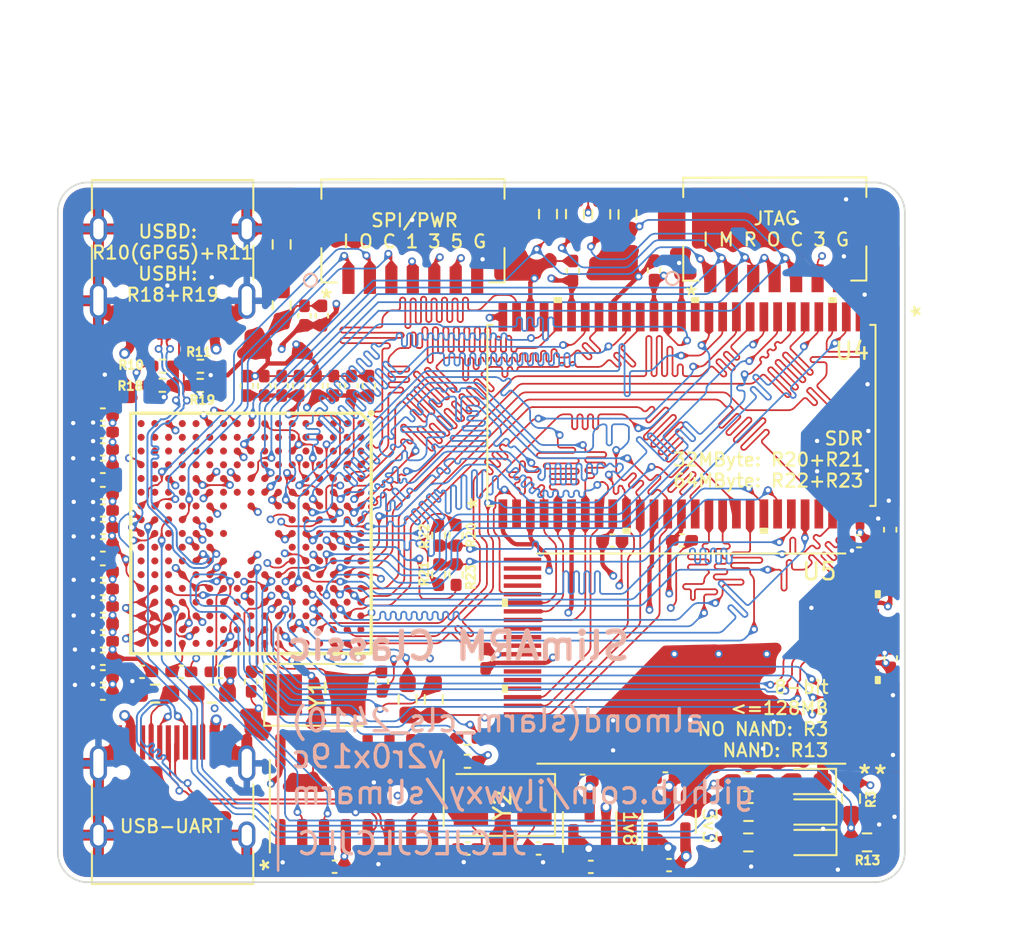
<source format=kicad_pcb>
(kicad_pcb (version 20221018) (generator pcbnew)
  (layers (0 "F.Cu" signal) (1 "In1.Cu" signal) (2 "In2.Cu" signal) (31 "B.Cu" signal) (34 "B.Paste" user) (35 "F.Paste" user) (36 "B.SilkS" user "B.Silkscreen") (37 "F.SilkS" user "F.Silkscreen") (38 "B.Mask" user) (39 "F.Mask" user) (44 "Edge.Cuts" user))
  (net 0 "")
  (net 1 "GND")
  (net 2 "/XTAL_OUT")
  (net 3 "/XTAL_IN")
  (net 4 "/NRESET")
  (net 5 "+3V3")
  (net 6 "Net-(IC1-UPLLCAP)")
  (net 7 "+5V")
  (net 8 "+1V8")
  (net 9 "Net-(IC1-MPLLCAP)")
  (net 10 "Net-(U1-XI)")
  (net 11 "Net-(U1-XO)")
  (net 12 "/BUS_DAT15")
  (net 13 "/BUS_DAT11")
  (net 14 "/BUS_DAT6")
  (net 15 "/BUS_DAT1")
  (net 16 "/BUS_ADR13")
  (net 17 "/BUS_ADR6")
  (net 18 "/BUS_ADR2")
  (net 19 "/DRAM_DQML")
  (net 20 "/BUS_DAT13")
  (net 21 "/BUS_DAT9")
  (net 22 "/BUS_DAT5")
  (net 23 "/BUS_DAT0")
  (net 24 "/BUS_ADR24")
  (net 25 "/BUS_ADR12")
  (net 26 "/BUS_ADR8")
  (net 27 "/BUS_ADR4")
  (net 28 "/DRAM_NSRAS")
  (net 29 "/DRAM_DQMU")
  (net 30 "/BUS_DAT12")
  (net 31 "/BUS_DAT7")
  (net 32 "/BUS_DAT4")
  (net 33 "/BUS_ADR7")
  (net 34 "/BUS_ADR3")
  (net 35 "/DRAM_NSCAS")
  (net 36 "/BUS_DAT14")
  (net 37 "/BUS_DAT10")
  (net 38 "/BUS_DAT2")
  (net 39 "/BUS_ADR10")
  (net 40 "/BUS_ADR5")
  (net 41 "/BUS_ADR1")
  (net 42 "/DRAM_SCKE")
  (net 43 "/BUS_DAT3")
  (net 44 "/BUS_ADR23")
  (net 45 "/BUS_ADR11")
  (net 46 "/BUS_NWE")
  (net 47 "/BUS_DAT8")
  (net 48 "/DRAM_SCLK")
  (net 49 "/DRAM_CS")
  (net 50 "/BUS_ADR9")
  (net 51 "/BUS_NWAIT")
  (net 52 "/JTAG_NTRST")
  (net 53 "/JTAG_TCK")
  (net 54 "/JTAG_TDI")
  (net 55 "/JTAG_TMS")
  (net 56 "/JTAG_TDO")
  (net 57 "Net-(D1-A)")
  (net 58 "/USB_DP")
  (net 59 "/USB_DN")
  (net 60 "/GPIO_G0")
  (net 61 "/GPIO_G2")
  (net 62 "/GPIO_G1")
  (net 63 "Net-(D2-A)")
  (net 64 "Net-(D3-A)")
  (net 65 "/NAND_ALE")
  (net 66 "/NAND_NFWE")
  (net 67 "/NAND_NFRE")
  (net 68 "/NAND_NFCE")
  (net 69 "/NAND_CLE")
  (net 70 "/SPI0_CLK")
  (net 71 "/NAND_RNB")
  (net 72 "/SPI0_MISO")
  (net 73 "/SPI0_MOSI")
  (net 74 "Net-(J1-CC1)")
  (net 76 "Net-(J1-CC2)")
  (net 78 "Net-(J4-CC1)")
  (net 79 "/CH_DP")
  (net 80 "/CH_DN")
  (net 82 "Net-(J4-CC2)")
  (net 84 "/UART_RTS")
  (net 89 "/UART_CTS")
  (net 102 "/OM0")
  (net 104 "/UART_TX")
  (net 105 "/UART_RX")
  (net 192 "Net-(U1-~{CTS})")
  (net 193 "Net-(U1-~{RTS})")
  (net 241 "/GPIO_G5")
  (net 244 "/DRAM_BA0")
  (net 245 "/DRAM_BA1")
  (net 246 "/BUS_ADR25")
  (footprint "Resistor_SMD:R_0603_1608Metric_Pad0.98x0.95mm_HandSolder" (layer "F.Cu") (at 26.67 36.83)
    (fp_text reference "R7" hide)
    (fp_text value "5.1k")
  )
  (footprint "Package_TO_SOT_SMD:SOT-23" (layer "F.Cu") (at 56.6 44.275 90)
    (fp_text reference "U3" hide)
    (fp_text value "XC6206PxxxMR")
  )
  (footprint "Capacitor_SMD:C_0402_1005Metric_Pad0.74x0.62mm_HandSolder" (layer "F.Cu") (at 52.0435 46.919)
    (fp_text reference "C45" hide)
    (fp_text value "100nF")
  )
  (footprint "Capacitor_SMD:C_0402_1005Metric_Pad0.74x0.62mm_HandSolder" (layer "F.Cu") (at 35.364 14.81 -90)
    (fp_text reference "C21" hide)
    (fp_text value "100nF")
  )
  (footprint "Capacitor_SMD:C_0402_1005Metric_Pad0.74x0.62mm_HandSolder" (layer "F.Cu") (at 34.036 18.9 -90)
    (fp_text reference "C40" hide)
    (fp_text value "100nF")
  )
  (footprint "Capacitor_SMD:C_0402_1005Metric_Pad0.74x0.62mm_HandSolder" (layer "F.Cu") (at 25.908 35.56)
    (fp_text reference "C35" hide)
    (fp_text value "100nF")
  )
  (footprint "Capacitor_SMD:C_0402_1005Metric_Pad0.74x0.62mm_HandSolder" (layer "F.Cu") (at 23.622 29.718)
    (fp_text reference "C43" hide)
    (fp_text value "100nF")
  )
  (footprint "Capacitor_SMD:C_0402_1005Metric_Pad0.74x0.62mm_HandSolder" (layer "F.Cu") (at 44.878 45.85)
    (fp_text reference "C11" hide)
    (fp_text value "22pF")
  )
  (footprint "Library:BGA272C80P17X17_1400X1400X116" (layer "F.Cu") (at 32.25 27.5 -90)
    (fp_text reference "IC1" hide)
    (fp_text value "S3C2410AXX-YO" hide)
  )
  (footprint "Resistor_SMD:R_0402_1005Metric_Pad0.72x0.64mm_HandSolder" (layer "F.Cu") (at 43.18 29.8975 -90)
    (fp_text reference "R21")
    (fp_text value "0")
  )
  (footprint "Resistor_SMD:R_0402_1005Metric_Pad0.72x0.64mm_HandSolder" (layer "F.Cu") (at 44.86 40.77 180)
    (fp_text reference "R25" hide)
    (fp_text value "NC")
  )
  (footprint "Connector_USB:USB_C_Receptacle_HRO_TYPE-C-31-M-12" (layer "F.Cu") (at 27.686 10.8175 180)
    (fp_text reference "J1" hide)
    (fp_text value "USB_C_Receptacle_USB2.0")
  )
  (footprint "LED_SMD:LED_0603_1608Metric_Pad1.05x0.95mm_HandSolder" (layer "F.Cu") (at 64.6675 41.944 180)
    (fp_text reference "D2" hide)
    (fp_text value "LED")
  )
  (footprint "Capacitor_SMD:C_0402_1005Metric_Pad0.74x0.62mm_HandSolder" (layer "F.Cu") (at 38.1 18.9 -90)
    (fp_text reference "C18" hide)
    (fp_text value "100nF")
  )
  (footprint "Capacitor_SMD:C_0402_1005Metric_Pad0.74x0.62mm_HandSolder" (layer "F.Cu") (at 23.622 35.822)
    (fp_text reference "C28" hide)
    (fp_text value "100nF")
  )
  (footprint "Capacitor_SMD:C_0402_1005Metric_Pad0.74x0.62mm_HandSolder" (layer "F.Cu") (at 57.35 27.9 180)
    (fp_text reference "C26" hide)
    (fp_text value "100nF")
  )
  (footprint "Library:DF13A-7P-1.25H21" (layer "F.Cu") (at 37.925 12.75 180)
    (fp_text reference "J2" hide)
    (fp_text value "DF13A-7P-1.25H21" hide)
  )
  (footprint "Capacitor_SMD:C_0402_1005Metric_Pad0.74x0.62mm_HandSolder" (layer "F.Cu") (at 23.622 36.83)
    (fp_text reference "C30" hide)
    (fp_text value "100nF")
  )
  (footprint "Capacitor_SMD:C_0402_1005Metric_Pad0.74x0.62mm_HandSolder" (layer "F.Cu") (at 51.56 41.9)
    (fp_text reference "C8" hide)
    (fp_text value "100nF")
  )
  (footprint "Capacitor_SMD:C_0402_1005Metric_Pad0.74x0.62mm_HandSolder" (layer "F.Cu") (at 69.51 34.76 -90)
    (fp_text reference "C25" hide)
    (fp_text value "100nF")
  )
  (footprint "Resistor_SMD:R_0603_1608Metric_Pad0.98x0.95mm_HandSolder" (layer "F.Cu") (at 67.2 42.94 90)
    (fp_text reference "R3")
    (fp_text value "NC")
  )
  (footprint "Resistor_SMD:R_0402_1005Metric_Pad0.72x0.64mm_HandSolder" (layer "F.Cu") (at 44.196 27.6115 90)
    (fp_text reference "R20")
    (fp_text value "0")
  )
  (footprint "Resistor_SMD:R_0402_1005Metric_Pad0.72x0.64mm_HandSolder" (layer "F.Cu") (at 44.196 29.8975 -90)
    (fp_text reference "R23")
    (fp_text value "NC")
  )
  (footprint "Capacitor_SMD:C_0402_1005Metric_Pad0.74x0.62mm_HandSolder" (layer "F.Cu") (at 55.725 12.175 -90)
    (fp_text reference "C15" hide)
    (fp_text value "100nF")
  )
  (footprint "Capacitor_SMD:C_0402_1005Metric_Pad0.74x0.62mm_HandSolder" (layer "F.Cu") (at 23.622 20.574)
    (fp_text reference "C41" hide)
    (fp_text value "100nF")
  )
  (footprint "Capacitor_SMD:C_0402_1005Metric_Pad0.74x0.62mm_HandSolder" (layer "F.Cu") (at 39.116 18.9 -90)
    (fp_text reference "C24" hide)
    (fp_text value "100nF")
  )
  (footprint "Capacitor_SMD:C_0402_1005Metric_Pad0.74x0.62mm_HandSolder" (layer "F.Cu") (at 49.0015 45.85 180)
    (fp_text reference "C5" hide)
    (fp_text value "22pF")
  )
  (footprint "Resistor_SMD:R_0603_1608Metric_Pad0.98x0.95mm_HandSolder" (layer "F.Cu") (at 52.65 8.9125 -90)
    (fp_text reference "R14" hide)
    (fp_text value "10k")
  )
  (footprint "Resistor_SMD:R_0402_1005Metric_Pad0.72x0.64mm_HandSolder" (layer "F.Cu") (at 27.085 18.87 180)
    (fp_text reference "R18")
    (fp_text value "15k")
  )
  (footprint "Capacitor_SMD:C_0402_1005Metric_Pad0.74x0.62mm_HandSolder" (layer "F.Cu") (at 39.878 36.1275 90)
    (fp_text reference "C12" hide)
    (fp_text value "22pF")
  )
  (footprint "Resistor_SMD:R_0603_1608Metric_Pad0.98x0.95mm_HandSolder" (layer "F.Cu") (at 34.036 10.668 -90)
    (fp_text reference "R9" hide)
    (fp_text value "5.1k")
  )
  (footprint "Capacitor_SMD:C_0402_1005Metric_Pad0.74x0.62mm_HandSolder" (layer "F.Cu") (at 56.38 41.77)
    (fp_text reference "C7" hide)
    (fp_text value "100nF")
  )
  (footprint "Capacitor_SMD:C_0402_1005Metric_Pad0.74x0.62mm_HandSolder" (layer "F.Cu") (at 23.622 31.75)
    (fp_text reference "C38" hide)
    (fp_text value "100nF")
  )
  (footprint "LED_SMD:LED_0603_1608Metric_Pad1.05x0.95mm_HandSolder" (layer "F.Cu") (at 64.6925 45.5 180)
    (fp_text reference "D3" hide)
    (fp_text value "LED")
  )
  (footprint "Capacitor_SMD:C_0402_1005Metric_Pad0.74x0.62mm_HandSolder" (layer "F.Cu") (at 37.076 18.9 -90)
    (fp_text reference "C22" hide)
    (fp_text value "100nF")
  )
  (footprint "jlywxy:DF13A-7P-1.25H21" (layer "F.Cu") (at 59 12.65 180)
    (fp_text reference "J3" hide)
    (fp_text value "DF13A-7P-1.25H21" hide)
  )
  (footprint "Package_TO_SOT_SMD:SOT-23" (layer "F.Cu") (at 51.9775 44.379 90)
    (fp_text reference "U2" hide)
    (fp_text value "XC6206PxxxMR")
  )
  (footprint "Capacitor_SMD:C_0402_1005Metric_Pad0.74x0.62mm_HandSolder" (layer "F.Cu") (at 35.052 18.9 -90)
    (fp_text reference "C39" hide)
    (fp_text value "100nF")
  )
  (footprint "Resistor_SMD:R_0603_1608Metric_Pad0.98x0.95mm_HandSolder" (layer "F.Cu") (at 34.036 14.224 90)
    (fp_text reference "R8" hide)
    (fp_text value "5.1k")
  )
  (footprint "Resistor_SMD:R_0603_1608Metric_Pad0.98x0.95mm_HandSolder" (layer "F.Cu") (at 68.13 45.49 180)
    (fp_text reference "R13")
    (fp_text value "0")
  )
  (footprint "Capacitor_SMD:C_0402_1005Metric_Pad0.74x0.62mm_HandSolder" (layer "F.Cu") (at 69.48 27.28 -90)
    (fp_text reference "C3" hide)
    (fp_text value "100nF")
  )
  (footprint "Resistor_SMD:R_0402_1005Metric_Pad0.72x0.64mm_HandSolder" (layer "F.Cu") (at 29.305 17.76)
    (fp_text reference "R11")
    (fp_text value "NC")
  )
  (footprint "Capacitor_SMD:C_0402_1005Metric_Pad0.74x0.62mm_HandSolder" (layer "F.Cu") (at 51 12.2 -90)
    (fp_text reference "C32" hide)
    (fp_text value "100nF")
  )
  (footprint "jlywxy:HY57V561620FTP" (layer "F.Cu") (at 57.320675 20.62295 90)
    (fp_text reference "U4")
    (fp_text value "HY57V561620FTP" hide)
  )
  (footprint "Capacitor_SMD:C_0402_1005Metric_Pad0.74x0.62mm_HandSolder" (layer "F.Cu") (at 23.622 30.734)
    (fp_text reference "C37" hide)
    (fp_text value "100nF")
  )
  (footprint "Capacitor_SMD:C_0402_1005Metric_Pad0.74x0.62mm_HandSolder" (layer "F.Cu") (at 23.622 28.194)
    (fp_text reference "C29" hide)
    (fp_text value "100nF")
  )
  (footprint "jlywxy:M29W640FB70N6E" (layer "F.Cu") (at 57.899325 34.7875 180)
    (fp_text reference "U5")
    (fp_text value "K9F5608U0C" hide)
  )
  (footprint "Package_SO:SOIC-16_3.9x9.9mm_P1.27mm" (layer "F.Cu") (at 38.41 42.63 90)
    (fp_text reference "U1" hide)
    (fp_text value "CH340G")
  )
  (footprint "Capacitor_SMD:C_0402_1005Metric_Pad0.74x0.62mm_HandSolder" (layer "F.Cu") (at 23.622 33.782)
    (fp_text reference "C42" hide)
    (fp_text value "100nF")
  )
  (footprint "Capacitor_SMD:C_0402_1005Metric_Pad0.74x0.62mm_HandSolder" (layer "F.Cu") (at 53.29 27.91 180)
    (fp_text reference "C10" hide)
    (fp_text value "100nF")
  )
  (footprint "Capacitor_SMD:C_0402_1005Metric_Pad0.74x0.62mm_HandSolder" (layer "F.Cu") (at 33.02 18.9 -90)
    (fp_text reference "C46" hide)
    (fp_text value "100nF")
  )
  (footprint "Resistor_SMD:R_0603_1608Metric_Pad0.98x0.95mm_HandSolder" (layer "F.Cu") (at 54.18 8.92 -90)
    (fp_text reference "R15" hide)
    (fp_text value "10k")
  )
  (footprint "Capacitor_SMD:C_0402_1005Metric_Pad0.74x0.62mm_HandSolder" (layer "F.Cu") (at 23.622 27.178)
    (fp_text reference "C31" hide)
    (fp_text value "100nF")
  )
  (footprint "Capacitor_SMD:C_0402_1005Metric_Pad0.74x0.62mm_HandSolder" (layer "F.Cu") (at 36.38 14.81 -90)
    (fp_text reference "C19" hide)
    (fp_text value "100nF")
  )
  (footprint "Capacitor_SMD:C_0402_1005Metric_Pad0.74x0.62mm_HandSolder" (layer "F.Cu") (at 28.194 35.56)
    (fp_text reference "C2" hide)
    (fp_text value "5pF")
  )
  (footprint "Capacitor_SMD:C_0402_1005Metric_Pad0.74x0.62mm_HandSolder" (layer "F.Cu") (at 45.92 34.79 -90)
    (fp_text reference "C13" hide)
    (fp_text value "100nF")
  )
  (footprint "Resistor_SMD:R_0402_1005Metric_Pad0.72x0.64mm_HandSolder" (layer "F.Cu") (at 43.18 27.6115 90)
    (fp_text reference "R22")
    (fp_text value "NC")
  )
  (footprint "Resistor_SMD:R_0603_1608Metric_Pad0.98x0.95mm_HandSolder" (layer "F.Cu") (at 42.894 37.1625 -90)
    (fp_text reference "R2" hide)
    (fp_text value "10k")
  )
  (footprint "Capacitor_SMD:C_0402_1005Metric_Pad0.74x0.62mm_HandSolder" (layer "F.Cu") (at 23.622 32.766)
    (fp_text reference "C9" hide)
    (fp_text value "100nF")
  )
  (footprint "Capacitor_SMD:C_0402_1005Metric_Pad0.74x0.62mm_HandSolder" (layer "F.Cu") (at 23.622 22.606)
    (fp_text reference "C33" hide)
    (fp_text value "100nF")
  )
  (footprint "LED_SMD:LED_0603_1608Metric_Pad1.05x0.95mm_HandSolder" (layer "F.Cu") (at 64.6925 43.722 180)
    (fp_text reference "D1" hide)
    (fp_text value "LED")
  )
  (footprint "Capacitor_SMD:C_0402_1005Metric_Pad0.74x0.62mm_HandSolder" (layer "F.Cu") (at 56.6 46.815)
    (fp_text reference "C14" hide)
    (fp_text value "100nF")
  )
  (footprint "Resistor_SMD:R_0402_1005Metric_Pad0.72x0.64mm_HandSolder" (layer "F.Cu") (at 27.1 17.75 180)
    (fp_text reference "R10")
    (fp_text value "NC")
  )
  (footprint "Capacitor_SMD:C_0402_1005Metric_Pad0.74x0.62mm_HandSolder" (layer "F.Cu") (at 32.004 18.9 -90)
    (fp_text reference "C47" hide)
    (fp_text value "100nF")
  )
  (footprint "Capacitor_SMD:C_0402_1005Metric_Pad0.74x0.62mm_HandSolder" (layer "F.Cu") (at 36.068 18.9 -90)
    (fp_text reference "C23" hide)
    (fp_text value "100nF")
  )
  (footprint "Capacitor_SMD:C_0402_1005Metric_Pad0.74x0.62mm_HandSolder" (layer "F.Cu") (at 30.48 35.56)
    (fp_text reference "C1" hide)
    (fp_text value "5pF")
  )
  (footprint "Crystal:Crystal_SMD_5032-2Pin_5.0x3.2mm" (layer "F.Cu") (at 36.068 36.9)
    (fp_text reference "Y1")
    (fp_text value "12MHz")
  )
  (footprint "Capacitor_SMD:C_0402_1005Metric_Pad0.74x0.62mm_HandSolder" (layer "F.Cu") (at 67.66 27.95)
    (fp_text reference "C27" hide)
    (fp_text value "100nF")
  )
  (footprint "Resistor_SMD:R_0402_1005Metric_Pad0.72x0.64mm_HandSolder" (layer "F.Cu") (at 29.29 18.88)
    (fp_text reference "R19")
    (fp_text value "15k")
  )
  (footprint "Resistor_SMD:R_0603_1608Metric_Pad0.98x0.95mm_HandSolder" (layer "F.Cu") (at 41.37 37.1625 90)
    (fp_text reference "R1" hide)
    (fp_text value "1.5k")
  )
  (footprint "Crystal:Crystal_SMD_5032-2Pin_5.0x3.2mm" (layer "F.Cu") (at 46.91 43.31 180)
    (fp_text reference "Y2")
    (fp_text value "12MHz")
  )
  (footprint "Capacitor_SMD:C_0402_1005Metric_Pad0.74x0.62mm_HandSolder" (layer "F.Cu") (at 32.258 36.1275 90)
    (fp_text reference "C6" hide)
    (fp_text value "22pF")
  )
  (footprint "Connector_USB:USB_C_Receptacle_HRO_TYPE-C-31-M-12" (layer "F.Cu") (at 27.686 44.02025)
    (fp_text reference "J4" hide)
    (fp_text value "USB_C_Receptacle_USB2.0")
  )
  (footprint "Resistor_SMD:R_0603_1608Metric_Pad0.98x0.95mm_HandSolder" (layer "F.Cu") (at 61.2175 41.994)
    (fp_text reference "R5" hide)
    (fp_text value "5.6k")
  )
  (footprint "Capacitor_SMD:C_0402_1005Metric_Pad0.74x0.62mm_HandSolder" (layer "F.Cu") (at 37.12 46.91)
    (fp_text reference "C16" hide)
    (fp_text value "100nF")
  )
  (footprint "Capacitor_SMD:C_0402_1005Metric_Pad0.74x0.62mm_HandSolder" (layer "F.Cu") (at 23.622 23.622)
    (fp_text reference "C34" hide)
    (fp_text value "100nF")
  )
  (footprint "Resistor_SMD:R_0603_1608Metric_Pad0.98x0.95mm_HandSolder" (layer "F.Cu") (at 49.55 8.9 -90)
    (fp_text reference "R17" hide)
    (fp_text value "10k")
  )
  (footprint "Resistor_SMD:R_0603_1608Metric_Pad0.98x0.95mm_HandSolder" (layer "F.Cu") (at 61.2175 45.494)
    (fp_text reference "R6" hide)
    (fp_text value "5.6k")
  )
  (footprint "Capacitor_SMD:C_0402_1005Metric_Pad0.74x0.62mm_HandSolder" (layer "F.Cu") (at 23.622 26.162)
    (fp_text reference "C20" hide)
    (fp_text value "100nF")
  )
  (footprint "Capacitor_SMD:C_0402_1005Metric_Pad0.74x0.62mm_HandSolder" (layer "F.Cu") (at 23.622 34.798)
    (fp_text reference "C36" hide)
    (fp_text value "100nF")
  )
  (footprint "Resistor_SMD:R_0402_1005Metric_Pad0.72x0.64mm_HandSolder" (layer "F.Cu") (at 44.86 39.43 180)
    (fp_text reference "R24" hide)
    (fp_text value "NC")
  )
  (footprint "Capacitor_SMD:C_0402_1005Metric_Pad0.74x0.62mm_HandSolder" (layer "F.Cu") (at 23.622 25.146)
    (fp_text reference "C4" hide)
    (fp_text value "100nF")
  )
  (footprint "Capacitor_SMD:C_0402_1005Metric_Pad0.74x0.62mm_HandSolder" (layer "F.Cu") (at 23.622 21.59)
    (fp_text reference "C44" hide)
    (fp_text value "100nF")
  )
  (footprint "Resistor_SMD:R_0603_1608Metric_Pad0.98x0.95mm_HandSolder" (layer "F.Cu") (at 61.2245 43.722)
    (fp_text reference "R4" hide)
    (fp_text value "5.6k")
  )
  (footprint "Resistor_SMD:R_0603_1608Metric_Pad0.98x0.95mm_HandSolder" (layer "F.Cu") (at 51.12 8.9 -90)
    (fp_text reference "R16" hide)
    (fp_text value "10k")
  )
  (footprint "Resistor_SMD:R_0603_1608Metric_Pad0.98x0.95mm_HandSolder" (layer "F.Cu") (at 29.972 36.83 180)
    (fp_text reference "R12" hide)
    (fp_text value "5.1k")
  )
  (gr_line (start 33.83 32.91) (end 33.83 47.13) (stroke (width 0.15)) (layer "B.SilkS"))
  (gr_line (start 21 46.068558) (end 21 8.790577) (stroke (width 0.1)) (layer "Edge.Cuts"))
  (gr_arc (start 68.589423 7.058445) (mid 69.820005 7.569992) (end 70.329457 8.801443) (stroke (width 0.1)) (layer "Edge.Cuts"))
  (gr_line (start 68.588558 47.809469) (end 22.739377 47.810898) (stroke (width 0.1)) (layer "Edge.Cuts"))
  (gr_arc (start 22.739377 47.810898) (mid 21.50926 47.299544) (end 21 46.068558) (stroke (width 0.1)) (layer "Edge.Cuts"))
  (gr_line (start 22.735085 7.058432) (end 68.589423 7.058445) (stroke (width 0.1)) (layer "Edge.Cuts"))
  (gr_line (start 70.329469 8.801442) (end 70.329469 46.069423) (stroke (width 0.1)) (layer "Edge.Cuts"))
  (gr_arc (start 21 8.790577) (mid 21.509233 7.565587) (end 22.735085 7.058432) (stroke (width 0.1)) (layer "Edge.Cuts"))
  (gr_arc (start 70.329469 46.069423) (mid 69.818533 47.29853) (end 68.588558 47.807371) (stroke (width 0.1)) (layer "Edge.Cuts"))
  (gr_text "almond(slarm_cls_2410)\nv2r0x19c\ngithub.com/jlywxy/slimarm" (at 34.466 43.35025) (layer "B.SilkS") (effects (font (size 1.3 1.3) (thickness 0.2)) (justify right bottom mirror)))
  (gr_text "JLCJLCJLCJLC" (at 34.82 46.32) (layer "B.SilkS") (effects (font (size 1.3 1.3) (thickness 0.2)) (justify right bottom mirror)))
  (gr_text "SlimARM Classic\n" (at 54.47 34.99) (layer "B.SilkS") (effects (font (size 1.6 1.6) (thickness 0.3) bold) (justify left bottom mirror)))
  (gr_text "USBD: \nR10(GPG5)+R11\nUSBH: \nR18+R19\n" (at 27.696 11.76025) (layer "F.SilkS") (effects (font (size 0.762 0.762) (thickness 0.127))))
  (gr_text "USB-UART" (at 27.626 44.55025) (layer "F.SilkS") (effects (font (size 0.762 0.762) (thickness 0.127))))
  (gr_text "JTAG\nI M R O C 3 G" (at 62.816 9.77025) (layer "F.SilkS") (effects (font (size 0.762 0.762) (thickness 0.127))))
  (gr_text "3v3" (at 58.95 43.425 -90) (layer "F.SilkS") (effects (font (size 0.762 0.762) (thickness 0.127)) (justify left)))
  (gr_text "8-bit\n<=128MB\nNO NAND: R3\nNAND: R13\n\n" (at 65.966 38.90025) (layer "F.SilkS") (effects (font (size 0.762 0.762) (thickness 0.127)) (justify right)))
  (gr_text "1v8\n" (at 54.325 43.575 -90) (layer "F.SilkS") (effects (font (size 0.762 0.762) (thickness 0.127)) (justify left)))
  (gr_text "SDR\n32MByte: R20+R21\n64MByte: R22+R23" (at 67.996 23.20025) (layer "F.SilkS") (effects (font (size 0.762 0.762) (thickness 0.127)) (justify right)))
  (gr_text "SPI/PWR\nI O C 1 3 5 G" (at 41.776 9.88025) (layer "F.SilkS") (effects (font (size 0.762 0.762) (thickness 0.127))))
  (segment (start 56.0325 46.815) (end 56.0325 46.2975) (width 0.1016) (layer "F.Cu") (net 1))
  (segment (start 26.49 18.87) (end 27.178 19.558) (width 0.1016) (layer "F.Cu") (net 1))
  (segment (start 25.4 27.907936) (end 26.031644 27.907936) (width 0.1016) (layer "F.Cu") (net 1))
  (segment (start 24.9641 31.9541) (end 24.9641 31.84) (width 0.1016) (layer "F.Cu") (net 1))
  (segment (start 34.024 9.7675) (end 32.006 9.7675) (width 0.1016) (layer "F.Cu") (net 1))
  (segment (start 66.64879 11.49121) (end 66.78 11.36) (width 0.1016) (layer "F.Cu") (net 1))
  (segment (start 23.0545 28.194) (end 23.0545 28.96) (width 0.1016) (layer "F.Cu") (net 1))
  (segment (start 30.8925 18.28) (end 29.9025 18.28) (width 0.254) (layer "F.Cu") (net 1))
  (segment (start 33.58159 34.172951) (end 34.159849 34.75121) (width 0.1016) (layer "F.Cu") (net 1))
  (segment (start 51 11.6325) (end 49.97792 11.6325) (width 0.1016) (layer "F.Cu") (net 1))
  (segment (start 29.05 32.3) (end 29.41 32.66) (width 0.1016) (layer "F.Cu") (net 1))
  (segment (start 54.1745 40.132) (end 55.8125 41.77) (width 0.1016) (layer "F.Cu") (net 1))
  (segment (start 25.01 31.84) (end 24.9641 31.84) (width 0.1016) (layer "F.Cu") (net 1))
  (segment (start 32.40679 37.39679) (end 32.695 37.685) (width 0.1016) (layer "F.Cu") (net 1))
  (segment (start 25.85 31.5) (end 26.65 32.3) (width 0.1016) (layer "F.Cu") (net 1))
  (segment (start 50.9925 41.9) (end 52.7605 40.132) (width 0.1016) (layer "F.Cu") (net 1))
  (segment (start 57.9175 27.9) (end 57.15879 28.65871) (width 0.1016) (layer "F.Cu") (net 1))
  (segment (start 30.936 15.2175) (end 32.006 14.1475) (width 0.508) (layer "F.Cu") (net 1))
  (segment (start 34.11379 46.67379) (end 34.26 46.82) (width 0.1016) (layer "F.Cu") (net 1))
  (segment (start 25.85 32.3) (end 25.52042 32.3) (width 0.1016) (layer "F.Cu") (net 1))
  (segment (start 31.0475 35.56) (end 31.0475 36.667) (width 0.1016) (layer "F.Cu") (net 1))
  (segment (start 34.88 17.01) (end 34.29 17.6) (width 0.254) (layer "F.Cu") (net 1))
  (segment (start 23.0545 36.83) (end 23.0545 36.3) (width 0.1016) (layer "F.Cu") (net 1))
  (segment (start 33.05 32.3) (end 33.28401 32.53401) (width 0.1016) (layer "F.Cu") (net 1))
  (segment (start 56.86761 31.67239) (end 56.7 31.84) (width 0.1016) (layer "F.Cu") (net 1))
  (segment (start 33.4328 32.89322) (end 33.4328 33.813741) (width 0.1016) (layer "F.Cu") (net 1))
  (segment (start 29.49 20.74) (end 29.49 20.61) (width 0.1016) (layer "F.Cu") (net 1))
  (segment (start 32.6 26.25) (end 32.65 26.25) (width 0.1016) (layer "F.Cu") (net 1))
  (segment (start 25.85 33.1) (end 26.65 32.3) (width 0.1016) (layer "F.Cu") (net 1))
  (segment (start 33.224125 15.948375) (end 34.036 15.1365) (width 0.254) (layer "F.Cu") (net 1))
  (segment (start 69.3975 26.63) (end 68.78 26.63) (width 0.1016) (layer "F.Cu") (net 1))
  (segment (start 36.25 32.3) (end 35.89 32.66) (width 0.1016) (layer "F.Cu") (net 1))
  (segment (start 44.45929 46.45929) (end 44.64 46.64) (width 0.1016) (layer "F.Cu") (net 1))
  (segment (start 31.051632 23.94) (end 31.066321 23.925311) (width 0.1016) (layer "F.Cu") (net 1))
  (segment (start 32.25 25.9) (end 32.6 26.25) (width 0.1016) (layer "F.Cu") (net 1))
  (segment (start 34.65 24.32) (end 34.3459 24.0159) (width 0.1016) (layer "F.Cu") (net 1))
  (segment (start 23.0545 27.69) (end 23.0545 26.67) (width 0.1016) (layer "F.Cu") (net 1))
  (segment (start 57.0164 29.7964) (end 57.0164 31.31318) (width 0.1016) (layer "F.Cu") (net 1))
  (segment (start 48.519575 12.880425) (end 48.76 12.64) (width 0.254) (layer "F.Cu") (net 1))
  (segment (start 51.52529 45.46529) (end 51.92 45.86) (width 0.508) (layer "F.Cu") (net 1))
  (segment (start 23.0545 30.22) (end 23.0545 28.96) (width 0.1016) (layer "F.Cu") (net 1))
  (segment (start 34.036 15.1365) (end 34.93 14.2425) (width 0.1016) (layer "F.Cu") (net 1))
  (segment (start 34.26 30.29) (end 34.26 30.299974) (width 0.1016) (layer "F.Cu") (net 1))
  (segment (start 34.519059 34.9) (end 34.64 34.9) (width 0.1016) (layer "F.Cu") (net 1))
  (segment (start 35.866 41.49) (end 35.866 35.89) (width 0.1016) (layer "F.Cu") (net 1))
  (segment (start 36.65 27.9) (end 36.65 27.892064) (width 0.1016) (layer "F.Cu") (net 1))
  (segment (start 25.39121 33.24879) (end 25.01 33.63) (width 0.1016) (layer "F.Cu") (net 1))
  (segment (start 34.26 30.299974) (end 34.258993 30.298967) (width 0.1016) (layer "F.Cu") (net 1))
  (segment (start 26.4875 18.87) (end 24.35575 18.87) (width 0.1016) (layer "F.Cu") (net 1))
  (segment (start 46.919375 14.88255) (end 46.18255 14.88255) (width 0.254) (layer "F.Cu") (net 1))
  (segment (start 25.85 32.3) (end 26.65 31.5) (width 0.1016) (layer "F.Cu") (net 1))
  (segment (start 23.0545 36.3) (end 23.0545 30.22) (width 0.1016) (layer "F.Cu") (net 1))
  (segment (start 29.85 24.3) (end 30.24 23.91) (width 0.1016) (layer "F.Cu") (net 1))
  (segment (start 33.224125 17.57025) (end 33.224125 15.948375) (width 0.254) (layer "F.Cu") (net 1))
  (segment (start 51.476 46.919) (end 51.476 46.304) (width 0.1016) (layer "F.Cu") (net 1))
  (segment (start 33.965 45.105) (end 33.965 46.31458) (width 0.1016) (layer "F.Cu") (net 1))
  (segment (start 33.224125 17.598375) (end 32.49 18.3325) (width 0.254) (layer "F.Cu") (net 1))
  (segment (start 35.65678 22.3172) (end 35.0328 22.3172) (width 0.1016) (layer "F.Cu") (net 1))
  (segment (start 29.9025 17.76) (end 29.9025 18.28) (width 0.1016) (layer "F.Cu") (net 1))
  (segment (start 45.57379 11.69621) (end 45.74 11.53) (width 0.1016) (layer "F.Cu") (net 1))
  (segment (start 46.14 14.84) (end 46.14 14.9359) (width 0.1016) (layer "F.Cu") (net 1))
  (segment (start 33.224125 15.948375) (end 33.224125 17.598375) (width 0.254) (layer "F.Cu") (net 1))
  (segment (start 55.6 29.38) (end 55.46 29.52) (width 0.254) (layer "F.Cu") (net 1))
  (segment (start 34.26 46.82) (end 36.4625 46.82) (width 0.1016) (layer "F.Cu") (net 1))
  (segment (start 54.81125 12.52125) (end 54.822015 12.532015) (width 0.1016) (layer "F.Cu") (net 1))
  (segment (start 35.89 32.688673) (end 35.880443 32.679116) (width 0.1016) (layer "F.Cu") (net 1))
  (segment (start 29.05 26.7) (end 29.85 27.5) (width 0.1016) (layer "F.Cu") (net 1))
  (segment (start 29.429248 32.66) (end 29.424738 32.66451) (width 0.1016) (layer "F.Cu") (net 1))
  (segment (start 55.6 26.483825) (end 55.6 29.38) (width 0.254) (layer "F.Cu") (net 1))
  (segment (start 31.09 23.94) (end 31.051632 23.94) (width 0.1016) (layer "F.Cu") (net 1))
  (segment (start 25.01 33.63) (end 24.9641 33.63) (width 0.1016) (layer "F.Cu") (net 1))
  (segment (start 50.771085 32.048915) (end 50.73 32.09) (width 0.254) (layer "F.Cu") (net 1))
  (segment (start 23.0545 28.96) (end 23.0545 27.69) (width 0.1016) (layer "F.Cu") (net 1))
  (segment (start 25.16121 32.15121) (end 24.9641 31.9541) (width 0.1016) (layer "F.Cu") (net 1))
  (segment (start 67.721975 13.858025) (end 67.99 13.59) (width 0.254) (layer "F.Cu") (net 1))
  (segment (start 23.0545 20.574) (end 23.0545 22.12) (width 0.1016) (layer "F.Cu") (net 1))
  (segment (start 36.756 42.38) (end 35.866 41.49) (width 0.1016) (layer "F.Cu") (net 1))
  (segment (start 32.006 38.374) (end 32.006 40.89025) (width 0.1016) (layer "F.Cu") (net 1))
  (segment (start 33.05 30.7) (end 32.81599 30.46599) (width 0.1016) (layer "F.Cu") (net 1))
  (segment (start 53.320175 14.012325) (end 54.81125 12.52125) (width 0.254) (layer "F.Cu") (net 1))
  (segment (start 35.91921 17.51921) (end 34.88 16.48) (width 0.254) (layer "F.Cu") (net 1))
  (segment (start 30.24 23.900026) (end 30.241007 23.901033) (width 0.1016) (layer "F.Cu") (net 1))
  (segment (start 23.0545 25.67) (end 23.0545 24.4) (width 0.1016) (layer "F.Cu") (net 1))
  (segment (start 23.0545 25.67) (end 23.0545 26.67) (width 0.1016) (layer "F.Cu") (net 1))
  (segment (start 54.81125 12.52125) (end 55.725 11.6075) (width 0.254) (layer "F.Cu") (net 1))
  (segment (start 29.9025 18.28) (end 29.9025 18.865) (width 0.1016) (layer "F.Cu") (net 1))
  (segment (start 27.45 24.307936) (end 27.85 24.707936) (width 0.1016) (layer "F.Cu") (net 1))
  (segment (start 50.73 32.09) (end 50.73 32.1159) (width 0.1016) (layer "F.Cu") (net 1))
  (segment (start 28.25 29.9) (end 29.05 30.7) (width 0.1016) (layer "F.Cu") (net 1))
  (segment (start 67.721975 14.88255) (end 67.721975 13.858025) (width 0.254) (layer "F.Cu") (net 1))
  (segment (start 34.854999 25.304999) (end 34.65 25.1) (width 0.1016) (layer "F.Cu") (net 1))
  (segment (start 52.7605 40.132) (end 53.34 40.132) (width 0.1016) (layer "F.Cu") (net 1))
  (segment (start 36.068 18.3325) (end 36.068 17.87842) (width 0.254) (layer "F.Cu") (net 1))
  (segment (start 28.91029 34.91971) (end 29.06 34.77) (width 0.1016) (layer "F.Cu") (net 1))
  (segment (start 26.65 30.7) (end 25.85 31.5) (width 0.1016) (layer "F.Cu") (net 1))
  (segment (start 25.20121 31.64879) (end 25.01 31.84) (width 0.1016) (layer "F.Cu") (net 1))
  (segment (start 25.85 31.5) (end 25.56042 31.5) (width 0.1016) (layer "F.Cu") (net 1))
  (segment (start 39.72879 30.04879) (end 39.82 30.14) (width 0.1016) (layer "F.Cu") (net 1))
  (segment (start 45.92 34.2225) (end 46.235 34.5375) (width 0.254) (layer "F.Cu") (net 1))
  (segment (start 34.922951 21.63159) (end 35.0328 21.741439) (width 0.1016) (layer "F.Cu") (net 1))
  (segment (start 67.735475 34.5375) (end 69.165 34.5375) (width 0.254) (layer "F.Cu") (net 1))
  (segment (start 38.65 29.9) (end 39.36958 29.9) (width 0.1016) (layer "F.Cu") (net 1))
  (segment (start 34.88 16.48) (end 34.88 17.01) (width 0.254) (layer "F.Cu") (net 1))
  (segment (start 57.01 29.01792) (end 57.01 29.79) (width 0.1016) (layer "F.Cu") (net 1))
  (segment (start 25.08531 33.75121) (end 24.9641 33.63) (width 0.1016) (layer "F.Cu") (net 1))
  (segment (start 29.41 32.66) (end 29.429248 32.66) (width 0.1016) (layer "F.Cu") (net 1))
  (segment (start 56.83708 11.6075) (end 55.725 11.6075) (width 0.254) (layer "F.Cu") (net 1))
  (segment (start 25.85 33.9) (end 26.65 33.1) (width 0.1016) (layer "F.Cu") (net 1))
  (segment (start 33.32121 29.34121) (end 33.2 29.22) (width 0.1016) (layer "F.Cu") (net 1))
  (segment (start 29.465419 30.495001) (end 29.645001 30.495001) (width 0.1016) (layer "F.Cu") (net 1))
  (segment (start 24.436 15.2175) (end 23.366 14.1475) (width 0.508) (layer "F.Cu") (net 1))
  (segment (start 25.85 32.3) (end 26.65 33.1) (width 0.1016) (layer "F.Cu") (net 1))
  (segment (start 26.390854 27.759146) (end 26.65 27.5) (width 0.1016) (layer "F.Cu") (net 1))
  (segment (start 29.645001 30.495001) (end 29.85 30.7) (width 0.1016) (layer "F.Cu") (net 1))
  (segment (start 34.65 26.7) (end 34.50239 26.55239) (width 0.1016) (layer "F.Cu") (net 1))
  (segment (start 33.05 21.1) (end 33.28401 21.33401) (width 0.1016) (layer "F.Cu") (net 1))
  (segment (start 33.825341 29.49) (end 33.68042 29.49) (width 0.1016) (layer "F.Cu") (net 1))
  (segment (start 48.519575 14.88255) (end 48.519575 12.880425) (width 0.254) (layer "F.Cu") (net 1))
  (segment (start 25.85 33.9) (end 25.44452 33.9) (width 0.1016) (layer "F.Cu") (net 1))
  (segment (start 35.0328 22.3172) (end 34.65 22.7) (width 0.1016) (layer "F.Cu") (net 1))
  (segment (start 53.34 40.132) (end 54.1745 40.132) (width 0.1016) (layer "F.Cu") (net 1))
  (segment (start 32.45678 30.3172) (end 31.8428 30.3172) (width 0.1016) (layer "F.Cu") (net 1))
  (segment (start 30.24 23.91) (end 30.24 23.900026) (width 0.1016) (layer "F.Cu") (net 1))
  (segment (start 40.57 35.79258) (end 40.57 34.81) (width 0.1016) (layer "F.Cu") (net 1))
  (segment (start 26.65 32.3) (end 27.45 33.1) (width 0.1016) (layer "F.Cu") (net 1))
  (segment (start 49.569 45.85) (end 49.569 46.13058) (width 0.1016) (layer "F.Cu") (net 1))
  (segment (start 34.276971 29.24879) (end 34.184551 29.34121) (width 0.1016) (layer "F.Cu") (net 1))
  (segment (start 57.01 29.79) (end 57.0164 29.7964) (width 0.1016) (layer "F.Cu") (net 1))
  (segment (start 29.85 21.1) (end 29.49 20.74) (width 0.1016) (layer "F.Cu") (net 1))
  (segment (start 50.919875 26.36335) (end 50.919875 31.689705) (width 0.254) (layer "F.Cu") (net 1))
  (segment (start 35.0328 21.741439) (end 35.0328 22.3172) (width 0.1016) (layer "F.Cu") (net 1))
  (segment (start 23.0545 22.606) (end 23.0545 23.15) (width 0.1016) (layer "F.Cu") (net 1))
  (segment (start 34.93 14.2425) (end 36.38 14.2425) (width 0.1016) (layer "F.Cu") (net 1))
  (segment (start 26.65 33.1) (end 27.45 32.3) (width 0.1016) (layer "F.Cu") (net 1))
  (segment (start 34.2 27.85) (end 34.23 27.85) (width 0.1016) (layer "F.Cu") (net 1))
  (segment (start 32.258 36.695) (end 32.258 37.03758) (width 0.1016) (layer "F.Cu") (net 1))
  (segment (start 33.64322 21.4828) (end 34.563741 21.4828) (width 0.1016) (layer "F.Cu") (net 1))
  (segment (start 39.878 36.695) (end 40.42121 36.15179) (width 0.1016) (layer "F.Cu") (net 1))
  (segment (start 53.320175 14.88255) (end 53.320175 14.012325) (width 0.1016) (layer "F.Cu") (net 1))
  (segment (start 31.8428 30.3172) (end 31.850001 30.309999) (width 0.1016) (layer "F.Cu") (net 1))
  (segment (start 39.406 42) (end 39.026 42.38) (width 0.1016) (layer "F.Cu") (net 1))
  (segment (start 55.9965 45.2465) (end 56.54 45.79) (width 0.508) (layer "F.Cu") (net 1))
  (segment (start 37.85 33.9) (end 38.5 34.55) (width 0.1016) (layer "F.Cu") (net 1))
  (segment (start 28.7615 35.56) (end 28.7615 35.27892) (width 0.1016) (layer "F.Cu") (net 1))
  (segment (start 26.65 33.9) (end 25.85 33.1) (width 0.1016) (layer "F.Cu") (net 1))
  (segment (start 24.35575 18.87) (end 23.736 18.25025) (width 0.1016) (layer "F.Cu") (net 1))
  (segment (start 51.0275 45.3165) (end 51.16608 45.3165) (width 0.508) (layer "F.Cu") (net 1))
  (segment (start 34.14318 26.4036) (end 33.87682 26.4036) (width 0.1016) (layer "F.Cu") (net 1))
  (segment (start 69.0425 44.6585) (end 68.834 44.45) (width 0.1016) (layer "F.Cu") (net 1))
  (segment (start 28.25 29.891844) (end 27.86423 29.506074) (width 0.1016) (layer "F.Cu") (net 1))
  (segment (start 55.46 29.52) (end 55.46 31.95) (width 0.254) (layer "F.Cu") (net 1))
  (segment (start 51.476 46.304) (end 51.92 45.86) (width 0.1016) (layer "F.Cu") (net 1))
  (segment (start 25.1441 23.114) (end 25.25358 23.114) (width 0.1016) (layer "F.Cu") (net 1))
  (segment (start 56.0325 46.2975) (end 56.54 45.79) (width 0.1016) (layer "F.Cu") (net 1))
  (segment (start 55.6475 45.2465) (end 55.9965 45.2465) (width 0.508) (layer "F.Cu") (net 1))
  (segment (start 34.29 17.6) (end 33.253875 17.6) (width 0.254) (layer "F.Cu") (net 1))
  (segment (start 49.42021 46.48979) (end 49.26 46.65) (width 0.1016) (layer "F.Cu") (net 1))
  (segment (start 34.65 29.9) (end 34.26 30.29) (width 0.1016) (layer "F.Cu") (net 1))
  (segment (start 25.3405 35.56) (end 25.3405 36.20258) (width 0.1016) (layer "F.Cu") (net 1))
  (segment (start 33.253875 17.6) (end 33.224125 17.57025) (width 0.254) (layer "F.Cu") (net 1))
  (segment (start 66.5 12.65) (end 66.5 11.85042) (width 0.1016) (layer "F.Cu") (net 1))
  (segment (start 32.004 18.3325) (end 39.116 18.3325) (width 0.1016) (layer "F.Cu") (net 1))
  (segment (start 67.24129 28.49129) (end 67.25 28.5) (width 0.1016) (layer "F.Cu") (net 1))
  (segment (start 39.026 42.38) (end 36.756 42.38) (width 0.1016) (layer "F.Cu") (net 1))
  (segment (start 25.61279 23.26279) (end 25.85 23.5) (width 0.1016) (layer "F.Cu") (net 1))
  (segment (start 69.0425 45.49) (end 69.0425 44.6585) (width 0.1016) (layer "F.Cu") (net 1))
  (segment (start 34.3459 24.58548) (end 34.3459 23.970357) (width 0.1016) (layer "F.Cu") (net 1))
  (segment (start 46.18255 14.88255) (end 46.14 14.84) (width 0.1016) (layer "F.Cu") (net 1))
  (segment (start 23.0545 23.15) (end 23.0545 24.4) (width 0.1016) (layer "F.Cu") (net 1))
  (segment (start 32.695 37.685) (end 32.006 38.374) (width 0.1016) (layer "F.Cu") (net 1))
  (segment (start 38.5 34.55) (end 38.5 34.72) (width 0.1016) (layer "F.Cu") (net 1))
  (segment (start 57.320675 11.880675) (end 57.19629 11.75629) (width 0.254) (layer "F.Cu") (net 1))
  (segment (start 35.866 35.89) (end 35.766 35.79) (width 0.1016) (layer "F.Cu") (net 1))
  (segment (start 23.0545 23.15) (end 23.0545 22.12) (width 0.1016) (layer "F.Cu") (net 1))
  (segment (start 57.320675 14.88255) (end 57.320675 11.880675) (width 0.254) (layer "F.Cu") (net 1))
  (segment (start 33.224125 15.948375) (end 30.8925 18.28) (width 0.254) (layer "F.Cu") (net 1))
  (segment (start 31.45 24.3) (end 31.09 23.94) (width 0.1016) (layer "F.Cu") (net 1))
  (segment (start 34.3459 24.0159) (end 34.3459 23.970357) (width 0.1016) (layer "F.Cu") (net 1))
  (segment (start 34.65 25.1) (end 34.49469 24.94469) (width 0.1016) (layer "F.Cu") (net 1))
  (segment (start 35.89 32.66) (end 35.89 32.688673) (width 0.1016) (layer "F.Cu") (net 1))
  (segment (start 69.165 34.5375) (end 69.156178 34.528678) (width 0.1016) (layer "F.Cu") (net 1))
  (segment (start 34.58 27.5) (end 34.23 27.85) (width 0.1016) (layer "F.Cu") (net 1))
  (segment (start 46.235 34.5375) (end 48.063175 34.5375) (width 0.254) (layer "F.Cu") (net 1))
  (segment (start 23.366 40.89025) (end 24.436 39.82025) (width 0.508) (layer "F.Cu") (net 1))
  (segment (start 65.5675 45.5) (end 65.5675 41.969) (width 0.1016) (layer "F.Cu") (net 1))
  (segment (start 37.05 28.3) (end 36.65 27.9) (width 0.1016) (layer "F.Cu") (net 1))
  (segment (start 53.83 30.41) (end 53.7 30.54) (width 0.1016) (layer "F.Cu") (net 1))
  (segment (start 35.034581 25.304999) (end 34.854999 25.304999) (width 0.1016) (layer "F.Cu") (net 1))
  (segment (start 31.091 39.97525) (end 32.006 40.89025) (width 0.508) (layer "F.Cu") (net 1))
  (segment (start 33.51761 26.55239) (end 33.39 26.68) (width 0.1016) (layer "F.Cu") (net 1))
  (segment (start 31.850001 30.309999) (end 31.850001 30.307936) (width 0.1016) (layer "F.Cu") (net 1))
  (segment (start 23.0545 25.146) (end 23.0545 25.67) (width 0.1016) (layer "F.Cu") (net 1))
  (segment (start 23.0545 27.178) (end 23.0545 27.69) (width 0.1016) (layer "F.Cu") (net 1))
  (segment (start 36.25 22.7) (end 36.01599 22.46599) (width 0.1016) (layer "F.Cu") (net 1))
  (segment (start 33.85 27.5) (end 34.2 27.85) (width 0.1016) (layer "F.Cu") (net 1))
  (segment (start 53.83 27.9375) (end 53.83 30.41) (width 0.1016) (layer "F.Cu") (net 1))
  (segment (start 49.61871 11.78129) (end 48.76 12.64) (width 0.1016) (layer "F.Cu") (net 1))
  (segment (start 69.156178 34.528678) (end 69.156178 34.457297) (width 0.1016) (layer "F.Cu") (net 1))
  (via (at 21.996 36.32) (size 0.4572) (drill 0.254) (layers "F.Cu" "B.Cu") (net 1))
  (via (at 51.92 45.86) (size 0.635) (drill 0.381) (layers "F.Cu" "B.Cu") (net 1))
  (via (at 31.0475 36.09) (size 0.4572) (drill 0.254) (layers "F.Cu" "B.Cu") (net 1))
  (via (at 25.3405 36.1) (size 0.4572) (drill 0.254) (layers "F.Cu" "B.Cu") (net 1))
  (via (at 54.822015 12.532015) (size 0.4572) (drill 0.254) (layers "F.Cu" "B.Cu") (net 1))
  (via (at 23.0545 23.15) (size 0.4572) (drill 0.254) (layers "F.Cu" "B.Cu") (net 1))
  (via (at 68.16 18.81) (size 0.4572) (drill 0.254) (layers "F.Cu" "B.Cu") (net 1))
  (via (at 48.76 12.64) (size 0.4572) (drill 0.254) (layers "F.Cu" "B.Cu") (net 1))
  (via (at 21.926 32.28) (size 0.4572) (drill 0.254) (layers "F.Cu" "B.Cu") (net 1))
  (via (at 32.65 26.25) (size 0.4572) (drill 0.254) (layers "F.Cu" "B.Cu") (net 1))
  (via (at 39.82 30.14) (size 0.4572) (drill 0.254) (layers "F.Cu" "B.Cu") (net 1))
  (via (at 53.7 30.54) (size 0.4572) (drill 0.254) (layers "F.Cu" "B.Cu") (net 1))
  (via (at 29.966 12.58025) (size 0.4572) (drill 0.254) (layers "F.Cu" "B.Cu") (net 1))
  (via (at 44.64 46.64) (size 0.4572) (drill 0.254) (layers "F.Cu" "B.Cu") (net 1))
  (via (at 23.0545 21.04) (size 0.4572) (drill 0.254) (layers "F.Cu" "B.Cu") (net 1))
  (via (at 62.07 40.03) (size 0.4572) (drill 0.254) (layers "F.Cu" "B.Cu") (net 1))
  (via (at 34.23 27.85) (size 0.4572) (drill 0.254) (layers "F.Cu" "B.Cu") (net 1))
  (via (at 61.38 46.9) (size 0.4572) (drill 0.254) (layers "F.Cu" "B.Cu") (net 1))
  (via (at 23.0545 22.12) (size 0.4572) (drill 0.254) (layers "F.Cu" "B.Cu") (net 1))
  (via (at 69.64 40.4) (size 0.4572) (drill 0.254) (layers "F.Cu" "B.Cu") (net 1))
  (via (at 41.636422 9.240306) (size 0.4572) (drill 0.254) (layers "F.Cu" "B.Cu") (net 1))
  (via (at 67.25 28.5) (size 0.4572) (drill 0.254) (layers "F.Cu" "B.Cu") (net 1))
  (via (at 34.64 34.9) (size 0.4572) (drill 0.254) (layers "F.Cu" "B.Cu") (net 1))
  (via (at 29.424738 32.66451) (size 0.4572) (drill 0.254) (layers "F.Cu" "B.Cu") (net 1))
  (via (at 21.926 30.2) (size 0.4572) (drill 0.254) (layers "F.Cu" "B.Cu") (net 1))
  (via (at 23.0545 24.4) (size 0.4572) (drill 0.254) (layers "F.Cu" "B.Cu") (net 1))
  (via (at 61.2 10.32) (size 0.4572) (drill 0.254) (layers "F.Cu" "B.Cu") (net 1))
  (via (at 67.99 13.59) (size 0.4572) (drill 0.254) (layers "F.Cu" "B.Cu") (net 1))
  (via (at 34.258993 30.298967) (size 0.4572) (drill 0.254) (layers "F.Cu" "B.Cu") (net 1))
  (via (at 53.34 38.39) (size 0.4572) (drill 0.254) (layers "F.Cu" "B.Cu") (net 1))
  (via (at 34.095 46.655) (size 0.4572) (drill 0.254) (layers "F.Cu" "B.Cu") (net 1))
  (via (at 25.1441 23.114) (size 0.4572) (drill 0.254) (layers "F.Cu" "B.Cu") (net 1))
  (via (at 69.64 36.92) (size 0.4572) (drill 0.254) (layers "F.Cu" "B.Cu") (net 1))
  (via (at 21.996 34.26) (size 0.4572) (drill 0.254) (layers "F.Cu" "B.Cu") (net 1))
  (via (at 23.0545 32.25) (size 0.4572) (drill 0.254) (layers "F.Cu" "B.Cu") (net 1))
  (via (at 56.54 45.79) (size 0.635) (drill 0.381) (layers "F.Cu" "B.Cu") (net 1))
  (via (at 25.4 27.907936) (size 0.4572) (drill 0.254) (layers "F.Cu" "B.Cu") (net 1))
  (via (at 30.241007 23.901033) (size 0.4572) (drill 0.254) (layers "F.Cu" "B.Cu") (net 1))
  (via (at 62.7 38.47) (size 0.4572) (drill 0.254) (layers "F.Cu" "B.Cu") (net 1))
  (via (at 35.880443 32.679116) (size 0.4572) (drill 0.254) (layers "F.Cu" "B.Cu") (net 1))
  (via (at 27.86423 29.506074) (size 0.4572) (drill 0.254) (layers "F.Cu" "B.Cu") (net 1))
  (via (at 56.7 31.84) (size 0.4572) (drill 0.254) (layers "F.Cu" "B.Cu") (net 1))
  (via (at 21.926 25.66) (size 0.4572) (drill 0.254) (layers "F.Cu" "B.Cu") (net 1))
  (via (at 29.289134 19.365609) (size 0.4572) (drill 0.254) (layers "F.Cu" "B.Cu") (net 1))
  (via (at 27.178 19.558) (size 0.4572) (drill 0.254) (layers "F.Cu" "B.Cu") (net 1))
  (via (at 33.39 26.68) (size 0.4572) (drill 0.254) (layers "F.Cu" "B.Cu") (net 1))
  (via (at 64.89 31.83) (size 0.4572) (drill 0.254) (layers "F.Cu" "B.Cu") (net 1))
  (via (at 46.91 43.31) (size 0.4572) (drill 0.254) (layers "F.Cu" "B.Cu") (net 1))
  (via (at 29.06 34.77) (size 0.4572) (drill 0.254) (layers "F.Cu" "B.Cu") (net 1))
  (via (at 35.766 35.79) (size 0.4572) (drill 0.254) (layers "F.Cu" "B.Cu") (net 1))
  (via (at 32.49 18.3325) (size 0.4572) (drill 0.254) (layers "F.Cu" "B.Cu") (net 1))
  (via (at 68.206 21.53) (size 0.4572) (drill 0.254) (layers "F.Cu" "B.Cu") (net 1))
  (via (at 29.9025 18.28) (size 0.4572) (drill 0.254) (layers "F.Cu" "B.Cu") (net 1))
  (via (at 62.29 34.52) (size 0.4572) (drill 0.254) (layers "F.Cu" "B.Cu") (net 1))
  (via (at 38.34 43.74) (size 0.4572) (drill 0.254) (layers "F.Cu" "B.Cu") (net 1))
  (via (at 35.0328 22.3172) (size 0.4572) (drill 0.254) (layers "F.Cu" "B.Cu") (net 1))
  (via (at 23.0545 30.22) (size 0.4572) (drill 0.254) (layers "F.Cu" "B.Cu") (net 1))
  (via (at 29.435 27.085) (size 0.4572) (drill 0.254) (layers "F.Cu" "B.Cu") (net 1))
  (via (at 40.57 34.81) (size 0.4572) (drill 0.254) (layers "F.Cu" "B.Cu") (net 1))
  (via (at 45.74 11.53) (size 0.4572) (drill 0.254) (layers "F.Cu" "B.Cu") (net 1))
  (via (at 56.91 34.52) (size 0.4572) (drill 0.254) (layers "F.Cu" "B.Cu") (net 1))
  (via (at 57.84 38.36) (size 0.4572) (drill 0.254) (layers "F.Cu" "B.Cu") (net 1))
  (via (at 36.65 27.892064) (size 0.4572) (drill 0.254) (layers "F.Cu" "B.Cu") (net 1))
  (via (at 50.73 32.1159) (size 0.4572) (drill 0.254) (layers "F.Cu" "B.Cu") (net 1))
  (via (at 29.49 20.61) (size 0.4572) (drill 0.254) (layers "F.Cu" "B.Cu") (net 1))
  (via (at 46.6 34.5375) (size 0.4572) (drill 0.254) (layers "F.Cu" "B.Cu") (net 1))
  (via (at 38.5 34.72) (size 0.4572) (drill 0.254) (layers "F.Cu" "B.Cu") (net 1))
  (via (at 64.05 9.35) (size 0.4572) (drill 0.254) (layers "F.Cu" "B.Cu") (net 1))
  (via (at 66.91 8.04) (size 0.4572) (drill 0.254) (layers "F.Cu" "B.Cu") (net 1))
  (via (at 57.185 11.745) (size 0.4572) (drill 0.254) (layers "F.Cu" "B.Cu") (net 1))
  (via (at 55.46 31.95) (size 0.4572) (drill 0.254) (layers "F.Cu" "B.Cu") (net 1))
  (via (at 23.0545 25.67) (size 0.4572) (drill 0.254) (layers "F.Cu" "B.Cu") (net 1))
  (via (at 66.43 47.08) (size 0.4572) (drill 0.254) (layers "F.Cu" "B.Cu") (net 1))
  (via (at 65.5675 44.704) (size 0.4572) (drill 0.254) (layers "F.Cu" "B.Cu") (net 1))
  (via (at 39.406 42) (size 0.4572) (drill 0.254) (layers "F.Cu" "B.Cu") (net 1))
  (via (at 53.34 40.132) (size 0.4572) (drill 0.254) (layers "F.Cu" "B.Cu") (net 1))
  (via (at 23.0545 36.3) (size 0.4572) (drill 0.254) (layers "F.Cu" "B.Cu") (net 1))
  (via (at 24.9641 33.63) (size 0.4572) (drill 0.254) (layers "F.Cu" "B.Cu") (net 1))
  (via (at 65.22 23.88) (size 0.4572) (drill 0.254) (layers "F.Cu" "B.Cu") (net 1))
  (via (at 21.896 23.12) (size 0.4572) (drill 0.254) (layers "F.Cu" "B.Cu") (net 1))
  (via (at 34.88 16.48) (size 0.4572) (drill 0.254) (layers "F.Cu" "B.Cu") (net 1))
  (via (at 68.834 44.45) (size 0.4572) (drill 0.254) (layers "F.Cu" "B.Cu") (net 1))
  (via (at 27.85 24.707936) (size 0.4572) (drill 0.254) (layers "F.Cu" "B.Cu") (net 1))
  (via (at 68.78 26.63) (size 0.4572) (drill 0.254) (layers "F.Cu" "B.Cu") (net 1))
  (via (at 27.38 13.06) (size 0.4572) (drill 0.254) (layers "F.Cu" "B.Cu") (net 1))
  (via (at 59.490626 34.515422) (size 0.4572) (drill 0.254) (layers "F.Cu" "B.Cu") (net 1))
  (via (at 65.22 22.11) (size 0.4572) (drill 0.254) (layers "F.Cu" "B.Cu") (net 1))
  (via (at 23.0545 26.67) (size 0.4572) (drill 0.254) (layers "F.Cu" "B.Cu") (net 1))
  (via (at 24.9641 31.84) (size 0.4572) (drill 0.254) (layers "F.Cu" "B.Cu") (net 1))
  (via (at 23.0545 27.69) (size 0.4572) (drill 0.254) (layers "F.Cu" "B.Cu") (net 1))
  (via (at 23.0545 34.29) (size 0.4572) (drill 0.254) (layers "F.Cu" "B.Cu") (net 1))
  (via (at 23.0545 35.3) (size 0.4572) (drill 0.254) (layers "F.Cu" "B.Cu") (net 1))
  (via (at 66.78 11.36) (size 0.4572) (drill 0.254) (layers "F.Cu" "B.Cu") (net 1))
  (via (at 32.695 37.685) (size 0.4572) (drill 0.254) (layers "F.Cu" "B.Cu") (net 1))
  (via (at 23.0545 33.24) (size 0.4572) (drill 0.254) (layers "F.Cu" "B.Cu") (net 1))
  (via (at 23.736 18.25025) (size 0.4572) (drill 0.254) (layers "F.Cu" "B.Cu") (net 1))
  (via (at 33.2 29.22) (size 0.4572) (drill 0.254) (layers "F.Cu" "B.Cu") (net 1))
  (via (at 69.73 44) (size 0.4572) (drill 0.254) (layers "F.Cu" "B.Cu") (net 1))
  (via (at 23.0545 28.96) (size 0.4572) (drill 0.254) (layers "F.Cu" "B.Cu") (net 1))
  (via (at 69.396 25.59) (size 0.4572) (drill 0.254) (layers "F.Cu" "B.Cu") (net 1))
  (via (at 21.926 27.67) (size 0.4572) (drill 0.254) (layers "F.Cu" "B.Cu") (net 1))
  (via (at 21.896 21.07) (size 0.4572) (drill 0.254) (layers "F.Cu" "B.Cu") (net 1))
  (via (at 68.12 23.84) (size 0.4572) (drill 0.254) (layers "F.Cu" "B.Cu") (net 1))
  (via (at 39.67 46.76) (size 0.4572) (drill 0.254) (layers "F.Cu" "B.Cu") (net 1))
  (via (at 49.26 46.65) (size 0.4572) (drill 0.254) (layers "F.Cu" "B.Cu") (net 1))
  (via (at 23.0545 31.2) (size 0.4572) (drill 0.254) (layers "F.Cu" "B.Cu") (net 1))
  (via (at 69.156178 34.457297) (size 0.4572) (drill 0.254) (layers "F.Cu" "B.Cu") (net 1))
  (via (at 31.850001 30.307936) (size 0.4572) (drill 0.254) (layers "F.Cu" "B.Cu") (net 1))
  (via (at 46.14 14.9359) (size 0.4572) (drill 0.254) (layers "F.Cu" "B.Cu") (net 1))
  (via (at 31.066321 23.925311) (size 0.4572) (drill 0.254) (layers "F.Cu" "B.Cu") (net 1))
  (via (at 34.3459 23.970357) (size 0.4572) (drill 0.254) (layers "F.Cu" "B.Cu") (net 1))
  (arc (start 39.72879 30.04879) (mid 39.563983 29.93867) (end 39.36958 29.9) (width 0.1016) (layer "F.Cu") (net 1))
  (arc (start 45.425 12.05542) (mid 45.463669 11.861017) (end 45.57379 11.69621) (width 0.1016) (layer "F.Cu") (net 1))
  (arc (start 49.97792 11.6325) (mid 49.783517 11.671169) (end 49.61871 11.78129) (width 0.1016) (layer "F.Cu") (net 1))
  (arc (start 34.922951 21.63159) (mid 34.758144 21.52147) (end 34.563741 21.4828) (width 0.1016) (layer "F.Cu") (net 1))
  (arc (start 51.16608 45.3165) (mid 51.360483 45.355169) (end 51.52529 45.46529) (width 0.508) (layer "F.Cu") (net 1))
  (arc (start 34.50239 26.55239) (mid 34.337583 26.44227) (end 34.14318 26.4036) (width 0.1016) (layer "F.Cu") (net 1))
  (arc (start 44.3105 46.10008) (mid 44.349169 46.294483) (end 44.45929 46.45929) (width 0.1016) (layer "F.Cu") (net 1))
  (arc (start 33.58159 34.172951) (mid 33.47147 34.008144) (end 33.4328 33.813741) (width 0.1016) (layer "F.Cu") (net 1))
  (arc (start 25.20121 31.64879) (mid 25.366017 31.53867) (end 25.56042 31.5) (width 0.1016) (layer "F.Cu") (net 1))
  (arc (start 25.08531 33.75121) (mid 25.250117 33.86133) (end 25.44452 33.9) (width 0.1016) (layer "F.Cu") (net 1))
  (arc (start 25.61279 23.26279) (mid 25.447983 23.15267) (end 25.25358 23.114) (width 0.1016) (layer "F.Cu") (net 1))
  (arc (start 34.276971 29.24879) (mid 34.441778 29.13867) (end 34.636181 29.1) (width 0.1016) (layer "F.Cu") (net 1))
  (arc (start 49.569 46.13058) (mid 49.530331 46.324983) (end 49.42021 46.48979) (width 0.1016) (layer "F.Cu") (net 1))
  (arc (start 25.75042 33.1) (mid 25.556017 33.138669) (end 25.39121 33.24879) (width 0.1016) (layer "F.Cu") (net 1))
  (arc (start 33.28401 32.53401) (mid 33.39413 32.698817) (end 33.4328 32.89322) (width 0.1016) (layer "F.Cu") (net 1))
  (arc (start 56.86761 31.67239) (mid 56.97773 31.507583) (end 57.0164 31.31318) (width 0.1016) (layer "F.Cu") (net 1))
  (arc (start 57.01 29.01792) (mid 57.048669 28.823517) (end 57.15879 28.65871) (width 0.1016) (layer "F.Cu") (net 1))
  (arc (start 29.106209 30.643791) (mid 29.271016 30.533671) (end 29.465419 30.495001) (width 0.1016) (layer "F.Cu") (net 1))
  (arc (start 33.825341 29.49) (mid 34.019744 29.451331) (end 34.184551 29.34121) (width 0.1016) (layer "F.Cu") (net 1))
  (arc (start 26.390854 27.759146) (mid 26.226047 27.869266) (end 26.031644 27.907936) (width 0.1016) (layer "F.Cu") (net 1))
  (arc (start 25.16121 32.15121) (mid 25.326017 32.26133) (end 25.52042 32.3) (width 0.1016) (layer "F.Cu") (net 1))
  (arc (start 32.258 37.03758) (mid 32.296669 37.231983) (end 32.40679 37.39679) (width 0.1016) (layer "F.Cu") (net 1))
  (arc (start 40.57 35.79258) (mid 40.531331 35.986983) (end 40.42121 36.15179) (width 0.1016) (layer "F.Cu") (net 1))
  (arc (start 33.87682 26.4036) (mid 33.682417 26.442269) (end 33.51761 26.55239) (width 0.1016) (layer "F.Cu") (net 1))
  (arc (start 36.01599 22.46599) (mid 35.851183 22.35587) (end 35.65678 22.3172) (width 0.1016) (layer "F.Cu") (net 1))
  (arc (start 66.5 11.85042) (mid 66.538669 11.656017) (end 66.64879 11.49121) (width 0.1016) (layer "F.Cu") (net 1))
  (arc (start 33.32121 29.34121) (mid 33.486017 29.45133) (end 33.68042 29.49) (width 0.1016) (layer "F.Cu") (net 1))
  (arc (start 34.11379 46.67379) (mid 34.00367 46.508983) (end 33.965 46.31458) (width 0.1016) (layer "F.Cu") (net 1))
  (arc (start 56.83708 11.6075) (mid 57.031483 11.646169) (end 57.19629 11.75629) (width 0.254) (layer "F.Cu") (net 1))
  (arc (start 34.3459 24.58548) (mid 34.384569 24.779883) (end 34.49469 24.94469) (width 0.1016) (layer "F.Cu") (net 1))
  (arc (start 67.24129 28.49129) (mid 67.13117 28.326483) (end 67.0925 28.13208) (width 0.1016) (layer "F.Cu") (net 1))
  (arc (start 28.91029 34.91971) (mid 28.80017 35.084517) (end 28.7615 35.27892) (width 0.1016) (layer "F.Cu") (net 1))
  (arc (start 35.91921 17.51921) (mid 36.02933 17.684017) (end 36.068 17.87842) (width 0.254) (layer "F.Cu") (net 1))
  (arc (start 50.919875 31.689705) (mid 50.881206 31.884108) (end 50.771085 32.048915) (width 0.254) (layer "F.Cu") (net 1))
  (arc (start 34.159849 34.75121) (mid 34.324656 34.86133) (end 34.519059 34.9) (width 0.1016) (layer "F.Cu") (net 1))
  (arc (start 32.81599 30.46599) (mid 32.651183 30.35587) (end 32.45678 30.3172) (width 0.1016) (layer "F.Cu") (net 1))
  (arc (start 33.28401 21.33401) (mid 33.448817 21.44413) (end 33.64322 21.4828) (width 0.1016) (layer "F.Cu") (net 1))
  (arc (start 35.393791 25.156209) (mid 35.228984 25.266329) (end 35.034581 25.304999) (width 0.1016) (layer "F.Cu") (net 1))
  (arc (start 25.3405 36.20258) (mid 25.379169 36.396983) (end 25.48929 36.56179) (width 0.1016) (layer "F.Cu") (net 1))
  (segment (start 32.78159 33.36841) (end 33.05 33.1) (width 0.1016) (layer "F.Cu") (net 2))
  (segment (start 33.02679 35.70879) (end 34.218 36.9) (width 0.1016) (layer "F.Cu") (net 2))
  (segment (start 32.6328 34.97478) (end 32.6328 33.72762) (width 0.1016) (layer "F.Cu") (net 2))
  (segment (start 32.258 35.56) (end 32.66758 35.56) (width 0.1016) (layer "F.Cu") (net 2))
  (arc (start 32.78159 33.36841) (mid 32.67147 33.533217) (end 32.6328 33.72762) (width 0.1016) (layer "F.Cu") (net 2))
  (arc (start 33.02679 35.70879) (mid 32.861983 35.59867) (end 32.66758 35.56) (width 0.1016) (layer "F.Cu") (net 2))
  (arc (start 32.6328 34.97478) (mid 32.594131 35.169183) (end 32.48401 35.33399) (width 0.1016) (layer "F.Cu") (net 2))
  (segment (start 39.46842 35.56) (end 39.878 35.56) (width 0.1016) (layer "F.Cu") (net 3))
  (segment (start 37.918 36.9) (end 36.54679 35.52879) (width 0.1016) (layer "F.Cu") (net 3))
  (segment (start 36.18758 35.38) (end 34.24042 35.38) (width 0.1016) (layer "F.Cu") (net 3))
  (segment (start 37.918 36.9) (end 39.10921 35.70879) (width 0.1016) (layer "F.Cu") (net 3))
  (segment (start 33.05 34.18958) (end 33.05 33.9) (width 0.1016) (layer "F.Cu") (net 3))
  (segment (start 33.88121 35.23121) (end 33.19879 34.54879) (width 0.1016) (layer "F.Cu") (net 3))
  (arc (start 33.88121 35.23121) (mid 34.046017 35.34133) (end 34.24042 35.38) (width 0.1016) (layer "F.Cu") (net 3))
  (arc (start 36.54679 35.52879) (mid 36.381983 35.41867) (end 36.18758 35.38) (width 0.1016) (layer "F.Cu") (net 3))
  (arc (start 33.19879 34.54879) (mid 33.08867 34.383983) (end 33.05 34.18958) (width 0.1016) (layer "F.Cu") (net 3))
  (arc (start 39.46842 35.56) (mid 39.274017 35.598669) (end 39.10921 35.70879) (width 0.1016) (layer "F.Cu") (net 3))
  (segment (start 41.88309 37.26091) (end 42.894 36.25) (width 0.1016) (layer "F.Cu") (net 4))
  (segment (start 32.25 29.9) (end 32.64 29.51) (width 0.1016) (layer "F.Cu") (net 4))
  (segment (start 32.64 29.49) (end 32.646052 29.496052) (width 0.1016) (layer "F.Cu") (net 4))
  (segment (start 32.64 29.51) (end 32.64 29.49) (width 0.1016) (layer "F.Cu") (net 4))
  (segment (start 39.77 37.73) (end 39.94151 37.55849) (width 0.1016) (layer "F.Cu") (net 4))
  (segment (start 40.30072 37.4097) (end 41.52388 37.4097) (width 0.1016) (layer "F.Cu") (net 4))
  (via (at 32.646052 29.496052) (size 0.4572) (drill 0.254) (layers "F.Cu" "B.Cu") (net 4))
  (via (at 39.77 37.73) (size 0.4572) (drill 0.254) (layers "F.Cu" "B.Cu") (net 4))
  (arc (start 39.94151 37.55849) (mid 40.106317 37.44837) (end 40.30072 37.4097) (width 0.1016) (layer "F.Cu") (net 4))
  (arc (start 41.88309 37.26091) (mid 41.718283 37.37103) (end 41.52388 37.4097) (width 0.1016) (layer "F.Cu") (net 4))
  (segment (start 32.5714 35.0314) (end 32.58 35.04) (width 0.1016) (layer "B.Cu") (net 4))
  (segment (start 32.58 35.04) (end 32.58 35.22329) (width 0.1016) (layer "B.Cu") (net 4))
  (segment (start 32.58 35.22329) (end 34.399565 37.042855) (width 0.1016) (layer "B.Cu") (net 4))
  (segment (start 32.5714 29.570704) (end 32.5714 35.0314) (width 0.1016) (layer "B.Cu") (net 4))
  (segment (start 34.758775 37.191645) (end 39.021225 37.191645) (width 0.1016) (layer "B.Cu") (net 4))
  (segment (start 39.380435 37.340435) (end 39.77 37.73) (width 0.1016) (layer "B.Cu") (net 4))
  (segment (start 32.646052 29.496052) (end 32.5714 29.570704) (width 0.1016) (layer "B.Cu") (net 4))
  (arc (start 39.021225 37.191645) (mid 39.215628 37.230314) (end 39.380435 37.340435) (width 0.1016) (layer "B.Cu") (net 4))
  (arc (start 34.399565 37.042855) (mid 34.564372 37.152975) (end 34.758775 37.191645) (width 0.1016) (layer "B.Cu") (net 4))
  (segment (start 67.735475 31.537499) (end 68.919079 31.537499) (width 0.254) (layer "F.Cu") (net 5))
  (segment (start 49.6141 29.12452) (end 49.6141 29.67) (width 0.254) (layer "F.Cu") (net 5))
  (segment (start 38.26 25.49) (end 38.26 25.499974) (width 0.1016) (layer "F.Cu") (net 5))
  (segment (start 29.05 27.5) (end 29.42 27.87) (width 0.1016) (layer "F.Cu") (net 5))
  (segment (start 47.436335 27.98121) (end 47.068165 27.61304) (width 0.254) (layer "F.Cu") (net 5))
  (segment (start 24.9641 29.01) (end 24.9641 28.9686) (width 0.1016) (layer "F.Cu") (net 5))
  (segment (start 67.721975 27.444475) (end 68.2275 27.95) (width 0.254) (layer "F.Cu") (net 5))
  (segment (start 36.38 15.3775) (end 36.4225 15.3775) (width 0.254) (layer "F.Cu") (net 5))
  (segment (start 38.2328 22.90678) (end 38.2328 19.6003) (width 0.1016) (layer "F.Cu") (net 5))
  (segment (start 33.43 31.12) (end 33.439941 31.12) (width 0.1016) (layer "F.Cu") (net 5))
  (segment (start 52.71 28.13292) (end 52.71 29.11958) (width 0.254) (layer "F.Cu") (net 5))
  (segment (start 55.720475 13.11) (end 55.720475 13.049525) (width 0.254) (layer "F.Cu") (net 5))
  (segment (start 52.85879 29.47879) (end 53.35 29.97) (width 0.254) (layer "F.Cu") (net 5))
  (segment (start 46.24 35.0375) (end 48.063175 35.0375) (width 0.254) (layer "F.Cu") (net 5))
  (segment (start 24.1895 27.64) (end 24.1895 28.194) (width 0.254) (layer "F.Cu") (net 5))
  (segment (start 35.45 24.3) (end 35.21599 24.06599) (width 0.1016) (layer "F.Cu") (net 5))
  (segment (start 57.171885 27.510615) (end 57.17125 27.51125) (width 0.254) (layer "F.Cu") (net 5))
  (segment (start 35.364 15.3775) (end 36.38 15.3775) (width 0.254) (layer "F.Cu") (net 5))
  (segment (start 38.26 25.499974) (end 38.258993 25.498967) (width 0.1016) (layer "F.Cu") (net 5))
  (segment (start 67.2 42.0275) (end 68.1895 42.0275) (width 0.1016) (layer "F.Cu") (net 5))
  (segment (start 69.22 35.0375) (end 69.51 35.3275) (width 0.1016) (layer "F.Cu") (net 5))
  (segment (start 67.735475 35.0375) (end 69.22 35.0375) (width 0.254) (layer "F.Cu") (net 5))
  (segment (start 48.063175 35.0375) (end 49.30208 35.0375) (width 0.254) (layer "F.Cu") (net 5))
  (segment (start 48.668365 27.968365) (end 48.83 28.13) (width 0.254) (layer "F.Cu") (net 5))
  (segment (start 24.99 29.01) (end 24.9641 29.01) (width 0.1016) (layer "F.Cu") (net 5))
  (segment (start 35.65678 27.0828) (end 34.49322 27.0828) (width 0.1016) (layer "F.Cu") (net 5))
  (segment (start 51 12.7675) (end 49.8675 12.7675) (width 0.254) (layer "F.Cu") (net 5))
  (segment (start 65.39879 11.45121) (end 65.51 11.34) (width 0.1016) (layer "F.Cu") (net 5))
  (segment (start 33.439941 31.12) (end 33.439203 31.119262) (width 0.1016) (layer "F.Cu") (net 5))
  (segment (start 24.1895 35.822) (end 24.1895 36.83) (width 0.254) (layer "F.Cu") (net 5))
  (segment (start 36.25 26.7) (end 36.01599 26.93401) (width 0.1016) (layer "F.Cu") (net 5))
  (segment (start 39.15 32.15) (end 39.1841 32.1159) (width 0.1016) (layer "F.Cu") (net 5))
  (segment (start 27.8672 33.2972) (end 28.06 33.49) (width 0.1016) (layer "F.Cu") (net 5))
  (segment (start 51.89 7.9875) (end 51.89 8.8191) (width 0.1016) (layer "F.Cu") (net 5))
  (segment (start 24.9641 28.9686) (end 24.1895 28.194) (width 0.1016) (layer "F.Cu") (net 5))
  (segment (start 32.125838 31.8828) (end 32.45678 31.8828) (width 0.1016) (layer "F.Cu") (net 5))
  (segment (start 48.519575 26.36335) (end 48.519575 27.609155) (width 0.254) (layer "F.Cu") (net 5))
  (segment (start 24.1895 27.178) (end 24.1895 26.663414) (width 0.1016) (layer "F.Cu") (net 5))
  (segment (start 32.25 33.9) (end 32.01599 33.66599) (width 0.1016) (layer "F.Cu") (net 5))
  (segment (start 29.51 25.44) (end 29.46361 25.44) (width 0.1016) (layer "F.Cu") (net 5))
  (segment (start 49.66129 34.88871) (end 49.83 34.72) (width 0.254) (layer "F.Cu") (net 5))
  (segment (start 46.919375 27.25383) (end 46.919375 26.36335) (width 0.254) (layer "F.Cu") (net 5))
  (segment (start 24.1895 25.146) (end 24.1895 25.63) (width 0.254) (layer "F.Cu") (net 5))
  (segment (start 49.8675 12.7675) (end 49.74 12.64) (width 0.1016) (layer "F.Cu") (net 5))
  (segment (start 35.0672 23.1228) (end 35.07 23.12) (width 0.1016) (layer "F.Cu") (net 5))
  (segment (start 56.61 28.28292) (end 56.61 31) (width 0.254) (layer "F.Cu") (net 5))
  (segment (start 33.81621 41.67379) (end 33.41 42.08) (width 0.254) (layer "F.Cu") (net 5))
  (segment (start 29.85 25.1) (end 29.51 25.44) (width 0.1016) (layer "F.Cu") (net 5))
  (segment (start 24.1895 27.64) (end 24.1541 27.64) (width 0.254) (layer "F.Cu") (net 5))
  (segment (start 33.965 40.155) (end 33.965 41.31458) (width 0.254) (layer "F.Cu") (net 5))
  (segment (start 53.13625 27.49625) (end 52.85879 27.77371) (width 0.254) (layer "F.Cu") (net 5))
  (segment (start 69.278289 31.686289) (end 69.342 31.75) (width 0.254) (layer "F.Cu") (net 5))
  (segment (start 42.925 12.75) (end 42.925 11.735) (width 0.1016) (layer "F.Cu") (net 5))
  (segment (start 55.720475 13.049525) (end 56.29 12.48) (width 0.254) (layer "F.Cu") (net 5))
  (segment (start 38.65 25.1) (end 38.26 25.49) (width 0.1016) (layer "F.Cu") (net 5))
  (segment (start 31.8672 32.141438) (end 32.125838 31.8828) (width 0.1016) (layer "F.Cu") (net 5))
  (segment (start 69.48 31.612) (end 69.48 27.8475) (width 0.254) (layer "F.Cu") (net 5))
  (segment (start 25.85 30.7) (end 25.13879 29.98879) (width 0.1016) (layer "F.Cu") (net 5))
  (segment (start 51.89 7.9875) (end 54.16 7.9875) (width 0.1016) (layer "F.Cu") (net 5))
  (segment (start 36.068 19.4675) (end 39.116 19.4675) (width 0.254) (layer "F.Cu") (net 5))
  (segment (start 37.6875 46.91) (end 37.6875 45.1925) (width 0.254) (layer "F.Cu") (net 5))
  (segment (start 57.320675 26.36335) (end 57.320675 27.151405) (width 0.254) (layer "F.Cu") (net 5))
  (segment (start 34.13401 26.93401) (end 34.01 26.81) (width 0.1016) (layer "F.Cu") (net 5))
  (segment (start 30.47958 20.34) (end 30.1 20.34) (width 0.1016) (layer "F.Cu") (net 5))
  (segment (start 57.17125 27.51125) (end 56.75879 27.92371) (width 0.254) (layer "F.Cu") (net 5))
  (segment (start 33.05 31.5) (end 33.43 31.12) (width 0.1016) (layer "F.Cu") (net 5))
  (segment (start 42.925 11.735) (end 43.25 11.41) (width 0.1016) (layer "F.Cu") (net 5))
  (segment (start 35.07 23.12) (end 35.07 23.1) (width 0.1016) (layer "F.Cu") (net 5))
  (segment (start 55.720475 13.11) (end 55.720475 12.747025) (width 0.254) (layer "F.Cu") (net 5))
  (segment (start 55.720475 14.88255) (end 55.720475 13.11) (width 0.254) (layer "F.Cu") (net 5))
  (segment (start 35.45 29.1) (end 35.21599 28.86599) (width 0.1016) (layer "F.Cu") (net 5))
  (segment (start 41.37 38.075) (end 42.894 38.075) (width 0.1016) (layer "F.Cu") (net 5))
  (segment (start 29.42 27.87) (end 29.429967 27.87) (width 0.1016) (layer "F.Cu") (net 5))
  (segment (start 27.8672 32.89322) (end 27.8672 33.2972) (width 0.1016) (layer "F.Cu") (net 5))
  (segment (start 32.25 29.1) (end 32.62 28.73) (width 0.1016) (layer "F.Cu") (net 5))
  (segment (start 57.1675 46.7325) (end 57.6 46.3) (width 0.508) (layer "F.Cu") (net 5))
  (segment (start 57.6 46.3) (end 57.6 45.2625) (width 0.508) (layer "F.Cu") (net 5))
  (segment (start 45.92 35.3575) (end 46.24 35.0375) (width 0.254) (layer "F.Cu") (net 5))
  (segment (start 24.1895 26.663414) (end 24.183764 26.657678) (width 0.1016) (layer "F.Cu") (net 5))
  (segment (start 53.320175 27.101905) (end 53.320175 26.36335) (width 0.254) (layer "F.Cu") (net 5))
  (segment (start 53.13625 27.49625) (end 53.171385 27.461115) (width 0.254) (layer "F.Cu") (net 5))
  (segment (start 42.894 38.075) (end 45.49458 38.075) (width 0.1016) (layer "F.Cu") (net 5))
  (segment (start 35.0672 23.70678) (end 35.0672 23.1228) (width 0.1016) (layer "F.Cu") (net 5))
  (segment (start 34.85678 28.7172) (end 34.3572 28.7172) (width 0.1016) (layer "F.Cu") (net 5))
  (segment (start 49.55 7.9875) (end 51.89 7.9875) (width 0.1016) (layer "F.Cu") (net 5))
  (segment (start 39.1841 32.1159) (end 39.27 32.1159) (width 0.1016) (layer "F.Cu") (net 5))
  (segment (start 28.25 32.3) (end 28.01599 32.53401) (width 0.1016) (layer "F.Cu") (net 5))
  (segment (start 34.26 28.62) (end 34.224717 28.655283) (width 0.1016) (layer "F.Cu") (net 5))
  (segment (start 36.4225 15.3775) (end 37.22 14.58) (width 0.254) (layer "F.Cu") (net 5))
  (segment (start 48.83 28.13) (end 47.795545 28.13) (width 0.254) (layer "F.Cu") (net 5))
  (segment (start 34.224717 28.655283) (end 34.216999 28.655283) (width 0.1016) (layer "F.Cu") (net 5))
  (segment (start 32.62 28.73) (end 32.63 28.73) (width 0.1016) (layer "F.Cu") (net 5))
  (segment (start 37.85 23.5) (end 38.08401 23.26599) (width 0.1016) (layer "F.Cu") (net 5))
  (segment (start 45.85379 38.22379) (end 45.86 38.23) (width 0.1016) (layer "F.Cu") (net 5))
  (segment (start 52.7225 27.91) (end 53.13625 27.49625) (width 0.254) (layer "F.Cu") (net 5))
  (segment (start 68.1895 42.0275) (end 68.326 42.164) (width 0.1016) (layer "F.Cu") (net 5))
  (segment (start 36.068 19.612) (end 35.51 20.17) (width 0.254) (layer "F.Cu") (net 5))
  (segment (start 65.25 12.65) (end 65.25 11.81042) (width 0.1016) (layer "F.Cu") (net 5))
  (segment (start 31.8672 33.30678) (end 31.8672 32.141438) (width 0.1016) (layer "F.Cu") (net 5))
  (segment (start 39.14879 32.15121) (end 39.15 32.15) (width 0.1016) (layer "F.Cu") (net 5))
  (segment (start 67.721975 26.36335) (end 67.721975 27.444475) (width 0.254) (layer "F.Cu") (net 5))
  (segment (start 48.83 28.13) (end 49.46531 28.76531) (width 0.254) (layer "F.Cu") (net 5))
  (segment (start 37.22 14.58) (end 37.22 14.12) (width 0.254) (layer "F.Cu") (net 5))
  (segment (start 68.2275 27.95) (end 69.3775 27.95) (width 0.254) (layer "F.Cu") (net 5))
  (segment (start 28.06 33.49) (end 28.66 33.49) (width 0.1016) (layer "F.Cu") (net 5))
  (segment (start 29.429967 27.87) (end 29.429722 27.870245) (width 0.1016) (layer "F.Cu") (net 5))
  (segment (start 35.07 23.1) (end 35.057936 23.099999) (width 0.1016) (layer "F.Cu") (net 5))
  (segment (start 31.45 21.1) (end 30.83879 20.48879) (width 0.1016) (layer "F.Cu") (net 5))
  (segment (start 34.036 16.534) (end 35.1925 15.3775) (width 0.254) (layer "F.Cu") (net 5))
  (segment (start 24.99 29.62958) (end 24.99 29.01) (width 0.1016) (layer "F.Cu") (net 5))
  (segment (start 57.17125 27.51125) (end 56.7825 27.9) (width 0.254) (layer "F.Cu") (net 5))
  (segment (start 69.342 31.75) (end 69.48 31.612) (width 0.254) (layer "F.Cu") (net 5))
  (segment (start 24.1895 27.64) (end 24.1895 25.63) (width 0.254) (layer "F.Cu") (net 5))
  (segment (start 28.66 33.49) (end 29.05 33.1) (width 0.1016) (layer "F.Cu") (net 5))
  (segment (start 34.3572 28.7172) (end 34.26 28.62) (width 0.1016) (layer "F.Cu") (net 5))
  (segment (start 29.46361 25.44) (end 29.481144 25.457534) (width 0.1016) (layer "F.Cu") (net 5))
  (segment (start 50.919875 14.88255) (end 50.919875 12.847625) (width 0.254) (layer "F.Cu") (net 5))
  (segment (start 34.036 16.764) (end 34.036 16.534) (width 0.254) (layer "F.Cu") (net 5))
  (segment (start 32.81599 31.73401) (end 33.05 31.5) (width 0.1016) (layer "F.Cu") (net 5))
  (via (at 39.27 32.1159) (size 0.4572) (drill 0.254) (layers "F.Cu" "B.Cu") (net 5))
  (via (at 32.63 28.73) (size 0.4572) (drill 0.254) (layers "F.Cu" "B.Cu") (net 5))
  (via (at 35.51 20.17) (size 0.4572) (drill 0.254) (layers "F.Cu" "B.Cu") (net 5))
  (via (at 43.25 11.41) (size 0.4572) (drill 0.254) (layers "F.Cu" "B.Cu") (net 5))
  (via (at 68.326 42.164) (size 0.4572) (drill 0.254) (layers "F.Cu" "B.Cu") (net 5))
  (via (at 49.83 34.72) (size 0.4572) (drill 0.254) (layers "F.Cu" "B.Cu") (net 5))
  (via (at 24.1895 36.28) (size 0.4572) (drill 0.254) (layers "F.Cu" "B.Cu") (net 5))
  (via (at 28.66 33.49) (size 0.4572) (drill 0.254) (layers "F.Cu" "B.Cu") (net 5))
  (via (at 69.22 35.0375) (size 0.4572) (drill 0.254) (layers "F.Cu" "B.Cu") (net 5))
  (via (at 33.41 42.08) (size 0.4572) (drill 0.254) (layers "F.Cu" "B.Cu") (net 5))
  (via (at 29.481144 25.457534) (size 0.4572) (drill 0.254) (layers "F.Cu" "B.Cu") (net 5))
  (via (at 65.51 11.34) (size 0.4572) (drill 0.254) (layers "F.Cu" "B.Cu") (net 5))
  (via (at 53.35 29.97) (size 0.4572) (drill 0.254) (layers "F.Cu" "B.Cu") (net 5))
  (via (at 56.61 31) (size 0.4572) (drill 0.254) (layers "F.Cu" "B.Cu") (net 5))
  (via (at 51.89 8.8191) (size 0.4572) (drill 0.254) (layers "F.Cu" "B.Cu") (net 5))
  (via (at 49.74 12.64) (size 0.4572) (drill 0.254) (layers "F.Cu" "B.Cu") (net 5))
  (via (at 69.342 31.75) (size 0.4572) (drill 0.254) (layers "F.Cu" "B.Cu") (net 5))
  (via (at 34.216999 28.655283) (size 0.4572) (drill 0.254) (layers "F.Cu" "B.Cu") (net 5))
  (via (at 34.036 16.764) (size 0.4572) (drill 0.254) (layers "F.Cu" "B.Cu") (net 5))
  (via (at 42.672 34.7779) (size 0.4572) (drill 0.254) (layers "F.Cu" "B.Cu") (net 5))
  (via (at 30.1 20.34) (size 0.4572) (drill 0.254) (layers "F.Cu" "B.Cu") (net 5))
  (via (at 24.9641 29.01) (size 0.4572) (drill 0.254) (layers "F.Cu" "B.Cu") (net 5))
  (via (at 24.1895 25.63) (size 0.4572) (drill 0.254) (layers "F.Cu" "B.Cu") (net 5))
  (via (at 37.22 14.12) (size 0.4572) (drill 0.254) (layers "F.Cu" "B.Cu") (net 5))
  (via (at 35.057936 23.099999) (size 0.4572) (drill 0.254) (layers "F.Cu" "B.Cu") (net 5))
  (via (at 67.721975 27.444475) (size 0.4572) (drill 0.254) (layers "F.Cu" "B.Cu") (net 5))
  (via (at 29.429722 27.870245) (size 0.4572) (drill 0.254) (layers "F.Cu" "B.Cu") (net 5))
  (via (at 57.6 46.3) (size 0.635) (drill 0.381) (layers "F.Cu" "B.Cu") (net 5))
  (via (at 34.01 26.81) (size 0.4572) (drill 0.254) (layers "F.Cu" "B.Cu") (net 5))
  (via (at 24.183764 26.657678) (size 0.4572) (drill 0.254) (layers "F.Cu" "B.Cu") (net 5))
  (via (at 30.133451 37.685245) (size 0.4572) (drill 0.254) (layers "F.Cu" "B.Cu") (net 5))
  (via (at 37.6875 46.3) (size 0.4572) (drill 0.254) (layers "F.Cu" "B.Cu") (net 5))
  (via (at 56.29 12.48) (size 0.4572) (drill 0.254) (layers "F.Cu" "B.Cu") (net 5))
  (via (at 38.258993 25.498967) (size 0.4572) (drill 0.254) (layers "F.Cu" "B.Cu") (net 5))
  (via (at 33.439203 31.119262) (size 0.4572) (drill 0.254) (layers "F.Cu" "B.Cu") (net 5))
  (via (at 49.6141 29.67) (size 0.4572) (drill 0.254) (layers "F.Cu" "B.Cu") (net 5))
  (via (at 24.1541 27.64) (size 0.4572) (drill 0.254) (layers "F.Cu" "B.Cu") (net 5))
  (via (at 45.86 38.23) (size 0.4572) (drill 0.254) (layers "F.Cu" "B.Cu") (net 5))
  (arc (start 52.71 29.11958) (mid 52.748669 29.313983) (end 52.85879 29.47879) (width 0.254) (layer "F.Cu") (net 5))
  (arc (start 52.71 28.13292) (mid 52.748669 27.938517) (end 52.85879 27.77371) (width 0.254) (layer "F.Cu") (net 5))
  (arc (start 53.320175 27.101905) (mid 53.281506 27.296308) (end 53.171385 27.461115) (width 0.254) (layer "F.Cu") (net 5))
  (arc (start 68.919079 31.537499) (mid 69.113482 31.576168) (end 69.278289 31.686289) (width 0.254) (layer "F.Cu") (net 5))
  (arc (start 49.30208 35.0375) (mid 49.496483 34.998831) (end 49.66129 34.88871) (width 0.254) (layer "F.Cu") (net 5))
  (arc (start 32.45678 31.8828) (mid 32.651183 31.84413) (end 32.81599 31.73401) (width 0.1016) (layer "F.Cu") (net 5))
  (arc (start 47.795545 28.13) (mid 47.601142 28.091331) (end 47.436335 27.98121) (width 0.254) (layer "F.Cu") (net 5))
  (arc (start 48.668365 27.968365) (mid 48.558245 27.803558) (end 48.519575 27.609155) (width 0.254) (layer "F.Cu") (net 5))
  (arc (start 30.47958 20.34) (mid 30.673983 20.378669) (end 30.83879 20.48879) (width 0.1016) (layer "F.Cu") (net 5))
  (arc (start 35.65678 27.0828) (mid 35.851183 27.044131) (end 36.01599 26.93401) (width 0.1016) (layer "F.Cu") (net 5))
  (arc (start 65.39879 11.45121) (mid 65.28867 11.616017) (end 65.25 11.81042) (width 0.1016) (layer "F.Cu") (net 5))
  (arc (start 28.01599 32.53401) (mid 27.90587 32.698817) (end 27.8672 32.89322) (width 0.1016) (layer "F.Cu") (net 5))
  (arc (start 38.78958 32.3) (mid 38.983983 32.261331) (end 39.14879 32.15121) (width 0.1016) (layer "F.Cu") (net 5))
  (arc (start 32.01599 33.66599) (mid 31.90587 33.501183) (end 31.8672 33.30678) (width 0.1016) (layer "F.Cu") (net 5))
  (arc (start 34.49322 27.0828) (mid 34.298817 27.044131) (end 34.13401 26.93401) (width 0.1016) (layer "F.Cu") (net 5))
  (arc (start 57.171885 27.510615) (mid 57.282005 27.345808) (end 57.320675 27.151405) (width 0.254) (layer "F.Cu") (net 5))
  (arc (start 25.13879 29.98879) (mid 25.02867 29.823983) (end 24.99 29.62958) (width 0.1016) (layer "F.Cu") (net 5))
  (arc (start 49.46531 28.76531) (mid 49.57543 28.930117) (end 49.6141 29.12452) (width 0.254) (layer "F.Cu") (net 5))
  (arc (start 38.2328 22.90678) (mid 38.194131 23.101183) (end 38.08401 23.26599) (width 0.1016) (layer "F.Cu") (net 5))
  (arc (start 35.21599 28.86599) (mid 35.051183 28.75587) (end 34.85678 28.7172) (width 0.1016) (layer "F.Cu") (net 5))
  (arc (start 56.61 28.28292) (mid 56.648669 28.088517) (end 56.75879 27.92371) (width 0.254) (layer "F.Cu") (net 5))
  (arc (start 45.49458 38.075) (mid 45.688983 38.113669) (end 45.85379 38.22379) (width 0.1016) (layer "F.Cu") (net 5))
  (arc (start 33.81621 41.67379) (mid 33.92633 41.508983) (end 33.965 41.31458) (width 0.254) (layer "F.Cu") (net 5))
  (arc (start 35.21599 24.06599) (mid 35.10587 23.901183) (end 35.0672 23.70678) (width 0.1016) (layer "F.Cu") (net 5))
  (arc (start 46.919375 27.25383) (mid 46.958044 27.448233) (end 47.068165 27.61304) (width 0.254) (layer "F.Cu") (net 5))
  (segment (start 30.38159 30.96841) (end 30.65 30.7) (width 0.1016) (layer "F.Cu") (net 6))
  (segment (start 30.2328 35.02928) (end 30.2328 31.32762) (width 0.1016) (layer "F.Cu") (net 6))
  (arc (start 30.38159 30.96841) (mid 30.27147 31.133217) (end 30.2328 31.32762) (width 0.1016) (layer "F.Cu") (net 6))
  (arc (start 30.2328 35.02928) (mid 30.194131 35.223683) (end 30.08401 35.38849) (width 0.1016) (layer "F.Cu") (net 6))
  (segment (start 56.6 43.3375) (end 56.6 42.2175) (width 0.508) (layer "F.Cu") (net 7))
  (segment (start 56.6 42.2175) (end 57.0475 41.77) (width 0.508) (layer "F.Cu") (net 7))
  (segment (start 30.136 38.444) (end 30.226 38.354) (width 0.1016) (layer "F.Cu") (net 7))
  (segment (start 25.236 15.2175) (end 25.236 16.46358) (width 0.508) (layer "F.Cu") (net 7))
  (segment (start 25.236 39.67275) (end 25.236 38.65442) (width 0.508) (layer "F.Cu") (net 7))
  (segment (start 25.08721 16.82279) (end 24.892 17.018) (width 0.508) (layer "F.Cu") (net 7))
  (segment (start 44.175 12.75) (end 44.175 11.765) (width 0.1016) (layer "F.Cu") (net 7))
  (segment (start 51.9775 43.4415) (end 51.9775 42.278) (width 0.508) (layer "F.Cu") (net 7))
  (segment (start 44.175 11.765) (end 44.48 11.46) (width 0.1016) (layer "F.Cu") (net 7))
  (segment (start 52.2375 42.018) (end 52.2375 41.9) (width 0.508) (layer "F.Cu") (net 7))
  (segment (start 30.136 15.2175) (end 30.136 16.674) (width 0.508) (layer "F.Cu") (net 7))
  (segment (start 30.136 39.67275) (end 30.136 38.444) (width 0.508) (layer "F.Cu") (net 7))
  (segment (start 30.136 16.674) (end 30.226 16.764) (width 0.1016) (layer "F.Cu") (net 7))
  (segment (start 25.08721 38.29521) (end 24.892 38.1) (width 0.508) (layer "F.Cu") (net 7))
  (segment (start 51.9775 42.278) (end 52.2375 42.018) (width 0.508) (layer "F.Cu") (net 7))
  (via (at 40.79 42.77) (size 0.4572) (drill 0.254) (layers "F.Cu" "B.Cu") (net 7))
  (via (at 51.9775 42.278) (size 0.635) (drill 0.381) (layers "F.Cu" "B.Cu") (net 7))
  (via (at 30.226 16.764) (size 0.635) (drill 0.381) (layers "F.Cu" "B.Cu") (net 7))
  (via (at 56.6 42.2175) (size 0.635) (drill 0.381) (layers "F.Cu" "B.Cu") (net 7))
  (via (at 30.226 38.354) (size 0.635) (drill 0.381) (layers "F.Cu" "B.Cu") (net 7))
  (via (at 24.892 38.1) (size 0.635) (drill 0.381) (layers "F.Cu" "B.Cu") (net 7))
  (via (at 44.48 11.46) (size 0.4572) (drill 0.254) (layers "F.Cu" "B.Cu") (net 7))
  (via (at 24.892 17.018) (size 0.635) (drill 0.381) (layers "F.Cu" "B.Cu") (net 7))
  (arc (start 25.08721 16.82279) (mid 25.19733 16.657983) (end 25.236 16.46358) (width 0.508) (layer "F.Cu") (net 7))
  (arc (start 25.236 38.65442) (mid 25.197331 38.460017) (end 25.08721 38.29521) (width 0.508) (layer "F.Cu") (net 7))
  (segment (start 34.5 20.63) (end 36.910941 20.63) (width 0.1016) (layer "F.Cu") (net 8))
  (segment (start 31.875262 31.13549) (end 31.875262 31.074738) (width 0.1016) (layer "F.Cu") (net 8))
  (segment (start 31.015783 24.684184) (end 31.020245 24.679722) (width 0.1016) (layer "F.Cu") (net 8))
  (segment (start 31.81 23.06) (end 31.829248 23.06) (width 0.1016) (layer "F.Cu") (net 8))
  (segment (start 33.47 25.48) (end 33.85 25.1) (width 0.1016) (layer "F.Cu") (net 8))
  (segment (start 34.44 20.57) (end 34.5 20.63) (width 0.1016) (layer "F.Cu") (net 8))
  (segment (start 36.6672 26.10678) (end 36.6328 26.07238) (width 0.1016) (layer "F.Cu") (net 8))
  (segment (start 36.844669 24.707936) (end 37.449999 24.707936) (width 0.1016) (layer "F.Cu") (net 8))
  (segment (start 24.1895 20.574) (end 24.1895 23.13) (width 0.254) (layer "F.Cu") (net 8))
  (segment (start 31.829248 23.06) (end 31.824738 23.06451) (width 0.1016) (layer "F.Cu") (net 8))
  (segment (start 30.65 24.309477) (end 31.020245 24.679722) (width 0.1016) (layer "F.Cu") (net 8))
  (segment (start 24.1895 23.622) (end 24.1895 23.13) (width 0.254) (layer "F.Cu") (net 8))
  (segment (start 28.6328 32.7172) (end 28.25 33.1) (width 0.1016) (layer "F.Cu") (net 8))
  (segment (start 37.28401 23.26599) (end 37.05 23.5) (width 0.1016) (layer "F.Cu") (net 8))
  (segment (start 27.45796 21.1) (end 27.857936 21.499976) (width 0.1016) (layer "F.Cu") (net 8))
  (segment (start 52.9275 43.434) (end 52.9275 46.6025) (width 0.508) (layer "F.Cu") (net 8))
  (segment (start 37.05 26.7) (end 36.81599 26.46599) (width 0.1016) (layer "F.Cu") (net 8))
  (segment (start 24.1895 34.798) (end 25.7135 34.798) (width 0.254) (layer "F.Cu") (net 8))
  (segment (start 36.668954 26.173429) (end 36.6672 26.10678) (width 0.1016) (layer "F.Cu") (net 8))
  (segment (start 25.7135 34.798) (end 26.4755 35.56) (width 0.254) (layer "F.Cu") (net 8))
  (segment (start 36.25 29.1) (end 35.88 28.73) (width 0.1016) (layer "F.Cu") (net 8))
  (segment (start 37.62 34.47) (end 37.62 34.68) (width 0.1016) (layer "F.Cu") (net 8))
  (segment (start 31.45 22.7) (end 31.81 23.06) (width 0.1016) (layer "F.Cu") (net 8))
  (segment (start 52.9275 43.434) (end 52.9275 45.3165) (width 0.508) (layer "F.Cu") (net 8))
  (segment (start 28.6328 32.09322) (end 28.6328 32.7172) (width 0.1016) (layer "F.Cu") (net 8))
  (segment (start 36.770095 26.417629) (end 36.70345 26.302187) (width 0.1016) (layer "F.Cu") (net 8))
  (segment (start 41.63 11.65) (end 41.675 11.695) (width 0.1016) (layer "F.Cu") (net 8))
  (segment (start 29.425249 24.684184) (end 31.015783 24.684184) (width 0.1016) (layer "F.Cu") (net 8))
  (segment (start 32.004 19.4675) (end 35.052 19.4675) (width 0.254) (layer "F.Cu") (net 8))
  (segment (start 36.669998 24.830002) (end 36.754867 24.745133) (width 0.1016) (layer "F.Cu") (net 8))
  (segment (start 32.25 31.5) (end 31.89 31.14) (width 0.1016) (layer "F.Cu") (net 8))
  (segment (start 29.05 24.308935) (end 29.425249 24.684184) (width 0.1016) (layer "F.Cu") (net 8))
  (segment (start 33.47 25.55) (end 33.47 25.48) (width 0.1016) (layer "F.Cu") (net 8))
  (segment (start 37.4328 20.941439) (end 37.4328 22.90678) (width 0.1016) (layer "F.Cu") (net 8))
  (segment (start 30.245 29.505) (end 30.65 29.1) (width 0.1016) (layer "F.Cu") (net 8))
  (segment (start 33.85 25.9) (end 33.5 25.55) (width 0.1016) (layer "F.Cu") (net 8))
  (segment (start 31.870752 31.14) (end 31.875262 31.13549) (width 0.1016) (layer "F.Cu") (net 8))
  (segment (start 41.675 11.695) (end 41.675 12.75) (width 0.1016) (layer "F.Cu") (net 8))
  (segment (start 24.1895 32.766) (end 24.1895 34.798) (width 0.254) (layer "F.Cu") (net 8))
  (segment (start 35.052 19.74758) (end 35.052 19.4675) (width 0.254) (layer "F.Cu") (net 8))
  (segment (start 29.85 29.9) (end 30.245 29.505) (width 0.1016) (layer "F.Cu") (net 8))
  (segment (start 36.6328 26.07238) (end 36.6328 24.919805) (width 0.1016) (layer "F.Cu") (net 8))
  (segment (start 36.81599 26.46599) (end 36.770095 26.417629) (width 0.1016) (layer "F.Cu") (net 8))
  (segment (start 31.875262 31.074738) (end 32.25 30.7) (width 0.1016) (layer "F.Cu") (net 8))
  (segment (start 30.245 29.496362) (end 30.262786 29.478576) (width 0.1016) (layer "F.Cu") (net 8))
  (segment (start 36.70345 26.302187) (end 36.668954 26.173429) (width 0.1016) (layer "F.Cu") (net 8))
  (segment (start 37.05 33.9) (end 37.62 34.47) (width 0.1016) (layer "F.Cu") (net 8))
  (segment (start 29.05 28.3) (end 28.65 27.9) (width 0.1016) (layer "F.Cu") (net 8))
  (segment (start 28.25 31.5) (end 28.48401 31.73401) (width 0.1016) (layer "F.Cu") (net 8))
  (segment (start 33.5 25.55) (end 33.47 25.55) (width 0.1016) (layer "F.Cu") (net 8))
  (segment (start 37.270151 20.77879) (end 37.4328 20.941439) (width 0.1016) (layer "F.Cu") (net 8))
  (segment (start 30.245 29.505) (end 30.245 29.496362) (width 0.1016) (layer "F.Cu") (net 8))
  (segment (start 34.44 20.57) (end 34.90321 20.10679) (width 0.254) (layer "F.Cu") (net 8))
  (segment (start 29.85 25.914326) (end 30.293201 26.357527) (width 0.1016) (layer "F.Cu") (net 8))
  (segment (start 27.857936 21.499976) (end 27.857936 21.5) (width 0.1016) (layer "F.Cu") (net 8))
  (segment (start 52.9275 46.6025) (end 52.611 46.919) (width 0.508) (layer "F.Cu") (net 8))
  (segment (start 31.89 31.14) (end 31.870752 31.14) (width 0.1016) (layer "F.Cu") (net 8))
  (segment (start 24.1895 29.718) (end 24.1895 32.766) (width 0.254) (layer "F.Cu") (net 8))
  (via (at 41.63 11.65) (size 0.4572) (drill 0.254) (layers "F.Cu" "B.Cu") (net 8))
  (via (at 27.857936 21.5) (size 0.4572) (drill 0.254) (layers "F.Cu" "B.Cu") (net 8))
  (via (at 24.1895 23.13) (size 0.4572) (drill 0.254) (layers "F.Cu" "B.Cu") (net 8))
  (via (at 30.262786 29.478576) (size 0.4572) (drill 0.254) (layers "F.Cu" "B.Cu") (net 8))
  (via (at 37.449999 24.707936) (size 0.4572) (drill 0.254) (layers "F.Cu" "B.Cu") (net 8))
  (via (at 24.1895 32.26) (size 0.4572) (drill 0.254) (layers "F.Cu" "B.Cu") (net 8))
  (via (at 31.875262 31.13549) (size 0.4572) (drill 0.254) (layers "F.Cu" "B.Cu") (net 8))
  (via (at 24.1895 33.25) (size 0.4572) (drill 0.254) (layers "F.Cu" "B.Cu") (net 8))
  (via (at 31.824738 23.06451) (size 0.4572) (drill 0.254) (layers "F.Cu" "B.Cu") (net 8))
  (via (at 24.1895 30.17) (size 0.4572) (drill 0.254) (layers "F.Cu" "B.Cu") (net 8))
  (via (at 24.1895 34.25) (size 0.4572) (drill 0.254) (layers "F.Cu" "B.Cu") (net 8))
  (via (at 28.65 27.9) (size 0.4572) (drill 0.254) (layers "F.Cu" "B.Cu") (net 8))
  (via (at 31.020245 24.679722) (size 0.4572) (drill 0.254) (layers "F.Cu" "B.Cu") (net 8))
  (via (at 52.9275 43.434) (size 0.635) (drill 0.381) (layers "F.Cu" "B.Cu") (net 8))
  (via (at 33.47 25.55) (size 0.4572) (drill 0.254) (layers "F.Cu" "B.Cu") (net 8))
  (via (at 28.6328 32.7172) (size 0.4572) (drill 0.254) (layers "F.Cu" "B.Cu") (net 8))
  (via (at 35.88 28.73) (size 0.4572) (drill 0.254) (layers "F.Cu" "B.Cu") (net 8))
  (via (at 34.44 20.57) (size 0.4572) (drill 0.254) (layers "F.Cu" "B.Cu") (net 8))
  (via (at 29.425249 24.684184) (size 0.4572) (drill 0.254) (layers "F.Cu" "B.Cu") (net 8))
  (via (at 30.293201 26.357527) (size 0.4572) (drill 0.254) (layers "F.Cu" "B.Cu") (net 8))
  (via (at 24.1895 22.18) (size 0.4572) (drill 0.254) (layers "F.Cu" "B.Cu") (net 8))
  (via (at 24.1895 21.06) (size 0.4572) (drill 0.254) (layers "F.Cu" "B.Cu") (net 8))
  (via (at 24.1895 31.29) (size 0.4572) (drill 0.254) (layers "F.Cu" "B.Cu") (net 8))
  (via (at 37.62 34.68) (size 0.4572) (drill 0.254) (layers "F.Cu" "B.Cu") (net 8))
  (arc (start 36.6328 24.919805) (mid 36.642467 24.871204) (end 36.669998 24.830002) (width 0.1016) (layer "F.Cu") (net 8))
  (arc (start 28.6328 32.09322) (mid 28.594131 31.898817) (end 28.48401 31.73401) (width 0.1016) (layer "F.Cu") (net 8))
  (arc (start 36.844669 24.707936) (mid 36.796069 24.717603) (end 36.754867 24.745133) (width 0.1016) (layer "F.Cu") (net 8))
  (arc (start 37.4328 22.90678) (mid 37.394131 23.101183) (end 37.28401 23.26599) (width 0.1016) (layer "F.Cu") (net 8))
  (arc (start 36.910941 20.63) (mid 37.105344 20.668669) (end 37.270151 20.77879) (width 0.1016) (layer "F.Cu") (net 8))
  (arc (start 35.052 19.74758) (mid 35.013331 19.941983) (end 34.90321 20.10679) (width 0.254) (layer "F.Cu") (net 8))
  (segment (start 27.6265 35.56) (end 28.10121 35.08529) (width 0.1016) (layer "F.Cu") (net 9))
  (segment (start 28.25 34.72608) (end 28.25 33.9) (width 0.1016) (layer "F.Cu") (net 9))
  (arc (start 28.10121 35.08529) (mid 28.21133 34.920483) (end 28.25 34.72608) (width 0.1016) (layer "F.Cu") (net 9))
  (segment (start 41.73379 43.94621) (end 43.98121 41.69879) (width 0.1016) (layer "F.Cu") (net 10))
  (segment (start 47.14879 41.69879) (end 48.76 43.31) (width 0.1016) (layer "F.Cu") (net 10))
  (segment (start 44.34042 41.55) (end 46.78958 41.55) (width 0.1016) (layer "F.Cu") (net 10))
  (segment (start 48.36 45.27042) (end 48.36 45.776) (width 0.1016) (layer "F.Cu") (net 10))
  (segment (start 48.61121 44.80879) (end 48.50879 44.91121) (width 0.1016) (layer "F.Cu") (net 10))
  (arc (start 48.76 44.44958) (mid 48.721331 44.643983) (end 48.61121 44.80879) (width 0.1016) (layer "F.Cu") (net 10))
  (arc (start 41.585 44.30542) (mid 41.623669 44.111017) (end 41.73379 43.94621) (width 0.1016) (layer "F.Cu") (net 10))
  (arc (start 47.14879 41.69879) (mid 46.983983 41.58867) (end 46.78958 41.55) (width 0.1016) (layer "F.Cu") (net 10))
  (arc (start 43.98121 41.69879) (mid 44.146017 41.58867) (end 44.34042 41.55) (width 0.1016) (layer "F.Cu") (net 10))
  (arc (start 48.36 45.27042) (mid 48.398669 45.076017) (end 48.50879 44.91121) (width 0.1016) (layer "F.Cu") (net 10))
  (segment (start 43.00379 43.48621) (end 43.03121 43.45879) (width 0.1016) (layer "F.Cu") (net 11))
  (segment (start 43.39042 43.31) (end 45.06 43.31) (width 0.1016) (layer "F.Cu") (net 11))
  (segment (start 42.855 45.105) (end 42.855 43.84542) (width 0.1016) (layer "F.Cu") (net 11))
  (segment (start 45.20879 44.63879) (end 45.54121 44.97121) (width 0.1016) (layer "F.Cu") (net 11))
  (segment (start 45.69 45.33042) (end 45.69 45.6055) (width 0.1016) (layer "F.Cu") (net 11))
  (arc (start 45.54121 44.97121) (mid 45.65133 45.136017) (end 45.69 45.33042) (width 0.1016) (layer "F.Cu") (net 11))
  (arc (start 45.06 44.27958) (mid 45.098669 44.473983) (end 45.20879 44.63879) (width 0.1016) (layer "F.Cu") (net 11))
  (arc (start 43.03121 43.45879) (mid 43.196017 43.34867) (end 43.39042 43.31) (width 0.1016) (layer "F.Cu") (net 11))
  (arc (start 43.00379 43.48621) (mid 42.89367 43.651017) (end 42.855 43.84542) (width 0.1016) (layer "F.Cu") (net 11))
  (segment (start 43.066 15.0376) (end 43.066 13.9624) (width 0.1016) (layer "F.Cu") (net 12))
  (segment (start 45.34958 14.5) (end 45.0472 14.5) (width 0.1016) (layer "F.Cu") (net 12))
  (segment (start 43.6756 15.0376) (end 43.6756 13.9124) (width 0.1016) (layer "F.Cu") (net 12))
  (segment (start 39.9 15.11042) (end 39.9 15.35) (width 0.1016) (layer "F.Cu") (net 12))
  (segment (start 42.7612 13.9624) (end 42.7612 15.0376) (width 0.1016) (layer "F.Cu") (net 12))
  (segment (start 39.9 20.8596) (end 39.9 22.03958) (width 0.1016) (layer "F.Cu") (net 12))
  (segment (start 44.2852 15.0376) (end 44.2852 13.9624) (width 0.1016) (layer "F.Cu") (net 12))
  (segment (start 40.994553 16.112) (end 37.605448 16.112) (width 0.1016) (layer "F.Cu") (net 12))
  (segment (start 40.78 14.5) (end 40.51042 14.5) (width 0.1016) (layer "F.Cu") (net 12))
  (segment (start 39.75121 22.39879) (end 39.676054 22.473947) (width 0.1016) (layer "F.Cu") (net 12))
  (segment (start 43.9804 13.9624) (end 43.9804 15.0376) (width 0.1016) (layer "F.Cu") (net 12))
  (segment (start 39.7476 15.5024) (end 37.605448 15.5024) (width 0.1016) (layer "F.Cu") (net 12))
  (segment (start 40.15121 14.64879) (end 40.04879 14.75121) (width 0.1016) (layer "F.Cu") (net 12))
  (segment (start 41.542 13.9624) (end 41.542 15.3876) (width 0.1016) (layer "F.Cu") (net 12))
  (segment (start 47.185005 13.61) (end 46.66042 13.61) (width 0.1016) (layer "F.Cu") (net 12))
  (segment (start 44.8948 14.3476) (end 44.8948 13.9124) (width 0.1016) (layer "F.Cu") (net 12))
  (segment (start 39.7476 20.4024) (end 39.552915 20.4024) (width 0.1016) (layer "F.Cu") (net 12))
  (segment (start 41.8468 15.1376) (end 41.8468 13.9624) (width 0.1016) (layer "F.Cu") (net 12))
  (segment (start 40.9324 13.9124) (end 40.9324 14.3476) (width 0.1016) (layer "F.Cu") (net 12))
  (segment (start 39.552915 20.7072) (end 39.7476 20.7072) (width 0.1016) (layer "F.Cu") (net 12))
  (segment (start 39.329572 22.342991) (end 39.329572 22.342992) (width 0.1016) (layer "F.Cu") (net 12))
  (segment (start 40.19456 16.7216) (end 40.0524 16.7216) (width 0.1016) (layer "F.Cu") (net 12))
  (segment (start 43.3708 13.9124) (end 43.3708 15.0376) (width 0.1016) (layer "F.Cu") (net 12))
  (segment (start 42.4564 15.0376) (end 42.4564 13.8624) (width 0.1016) (layer "F.Cu") (net 12))
  (segment (start 41.2372 15.3876) (end 41.2372 13.9124) (width 0.1016) (layer "F.Cu") (net 12))
  (segment (start 39.9 16.874) (end 39.9 20.25) (width 0.1016) (layer "F.Cu") (net 12))
  (segment (start 39.460529 22.473948) (end 39.329572 22.342991) (width 0.1016) (layer "F.Cu") (net 12))
  (segment (start 39.114044 22.558518) (end 39.245 22.689474) (width 0.1016) (layer "F.Cu") (net 12))
  (segment (start 47.570685 13.78526) (end 47.544215 13.75879) (width 0.1016) (layer "F.Cu") (net 12))
  (segment (start 37.605448 15.8072) (end 40.994553 15.8072) (width 0.1016) (layer "F.Cu") (net 12))
  (segment (start 44.59 13.9124) (end 44.59 15.0376) (width 0.1016) (layer "F.Cu") (net 12))
  (segment (start 39.676054 22.473947) (end 39.676055 22.473948) (width 0.1016) (layer "F.Cu") (net 12))
  (segment (start 46.30121 13.75879) (end 45.70879 14.35121) (width 0.1016) (layer "F.Cu") (net 12))
  (segment (start 42.1516 13.8624) (end 42.1516 15.1376) (width 0.1016) (layer "F.Cu") (net 12))
  (segment (start 39.245 22.905) (end 38.65 23.5) (width 0.1016) (layer "F.Cu") (net 12))
  (segment (start 37.605448 16.4168) (end 40.19456 16.4168) (width 0.1016) (layer "F.Cu") (net 12))
  (arc (start 41.8468 13.9624) (mid 41.802163 13.854637) (end 41.6944 13.81) (width 0.1016) (layer "F.Cu") (net 12))
  (arc (start 37.605448 15.5024) (mid 37.497685 15.547037) (end 37.453048 15.6548) (width 0.1016) (layer "F.Cu") (net 12))
  (arc (start 44.7424 13.76) (mid 44.634637 13.804637) (end 44.59 13.9124) (width 0.1016) (layer "F.Cu") (net 12))
  (arc (start 43.2184 15.19) (mid 43.110637 15.145363) (end 43.066 15.0376) (width 0.1016) (layer "F.Cu") (net 12))
  (arc (start 39.9 22.03958) (mid 39.861331 22.233983) (end 39.75121 22.39879) (width 0.1016) (layer "F.Cu") (net 12))
  (arc (start 42.1516 15.1376) (mid 42.106963 15.245363) (end 41.9992 15.29) (width 0.1016) (layer "F.Cu") (net 12))
  (arc (start 42.7612 15.0376) (mid 42.716563 15.145363) (end 42.6088 15.19) (width 0.1016) (layer "F.Cu") (net 12))
  (arc (start 39.114044 22.342992) (mid 39.069407 22.450755) (end 39.114044 22.558518) (width 0.1016) (layer "F.Cu") (net 12))
  (arc (start 39.7476 20.7072) (mid 39.855363 20.751837) (end 39.9 20.8596) (width 0.1016) (layer "F.Cu") (net 12))
  (arc (start 43.3708 15.0376) (mid 43.326163 15.145363) (end 43.2184 15.19) (width 0.1016) (layer "F.Cu") (net 12))
  (arc (start 42.9136 13.81) (mid 42.805837 13.854637) (end 42.7612 13.9624) (width 0.1016) (layer "F.Cu") (net 12))
  (arc (start 41.542 15.3876) (mid 41.497363 15.495363) (end 41.3896 15.54) (width 0.1016) (layer "F.Cu") (net 12))
  (arc (start 40.9324 14.3476) (mid 40.887763 14.455363) (end 40.78 14.5) (width 0.1016) (layer "F.Cu") (net 12))
  (arc (start 42.304 13.71) (mid 42.196237 13.754637) (end 42.1516 13.8624) (width 0.1016) (layer "F.Cu") (net 12))
  (arc (start 42.4564 13.8624) (mid 42.411763 13.754637) (end 42.304 13.71) (width 0.1016) (layer "F.Cu") (net 12))
  (arc (start 41.0848 13.76) (mid 40.977037 13.804637) (end 40.9324 13.9124) (width 0.1016) (layer "F.Cu") (net 12))
  (arc (start 45.0472 14.5) (mid 44.939437 14.455363) (end 44.8948 14.3476) (width 0.1016) (layer "F.Cu") (net 12))
  (arc (start 37.453048 15.6548) (mid 37.497685 15.762563) (end 37.605448 15.8072) (width 0.1016) (layer "F.Cu") (net 12))
  (arc (start 42.6088 15.19) (mid 42.501037 15.145363) (end 42.4564 15.0376) (width 0.1016) (layer "F.Cu") (net 12))
  (arc (start 37.605448 16.112) (mid 37.497685 16.156637) (end 37.453048 16.2644) (width 0.1016) (layer "F.Cu") (net 12))
  (arc (start 43.9804 15.0376) (mid 43.935763 15.145363) (end 43.828 15.19) (width 0.1016) (layer "F.Cu") (net 12))
  (arc (start 43.828 15.19) (mid 43.720237 15.145363) (end 43.6756 15.0376) (width 0.1016) (layer "F.Cu") (net 12))
  (arc (start 39.329572 22.342992) (mid 39.221809 22.298354) (end 39.114044 22.342992) (width 0.1016) (layer "F.Cu") (net 12))
  (arc (start 44.4376 15.19) (mid 44.329837 15.145363) (end 44.2852 15.0376) (width 0.1016) (layer "F.Cu") (net 12))
  (arc (start 39.552915 20.4024) (mid 39.445152 20.447037) (end 39.400515 20.5548) (width 0.1016) (layer "F.Cu") (net 12))
  (arc (start 47.719475 14.14447) (mid 47.680805 13.950067) (end 47.570685 13.78526) (width 0.1016) (layer "F.Cu") (net 12))
  (arc (start 45.70879 14.35121) (mid 45.543983 14.461331) (end 45.34958 14.5) (width 0.1016) (layer "F.Cu") (net 12))
  (arc (start 37.453048 16.2644) (mid 37.497685 16.372163) (end 37.605448 16.4168) (width 0.1016) (layer "F.Cu") (net 12))
  (arc (start 43.5232 13.76) (mid 43.415437 13.804637) (end 43.3708 13.9124) (width 0.1016) (layer "F.Cu") (net 12))
  (arc (start 44.8948 13.9124) (mid 44.850163 13.804637) (end 44.7424 13.76) (width 0.1016) (layer "F.Cu") (net 12))
  (arc (start 39.676055 22.473948) (mid 39.568292 22.518585) (end 39.460529 22.473948) (width 0.1016) (layer "F.Cu") (net 12))
  (arc (start 41.3896 15.54) (mid 41.281837 15.495363) (end 41.2372 15.3876) (width 0.1016) (layer "F.Cu") (net 12))
  (arc (start 41.146953 15.9596) (mid 41.102316 16.067363) (end 40.994553 16.112) (width 0.1016) (layer "F.Cu") (net 12))
  (arc (start 41.9992 15.29) (mid 41.891437 15.245363) (end 41.8468 15.1376) (width 0.1016) (layer "F.Cu") (net 12))
  (arc (start 44.2852 13.9624) (mid 44.240563 13.854637) (end 44.1328 13.81) (width 0.1016) (layer "F.Cu") (net 12))
  (arc (start 41.2372 13.9124) (mid 41.192563 13.804637) (end 41.0848 13.76) (width 0.1016) (layer "F.Cu") (net 12))
  (arc (start 40.0524 16.7216) (mid 39.944637 16.766237) (end 39.9 16.874) (width 0.1016) (layer "F.Cu") (net 12))
  (arc (start 41.6944 13.81) (mid 41.586637 13.854637) (end 41.542 13.9624) (width 0.1016) (layer "F.Cu") (net 12))
  (arc (start 39.9 20.25) (mid 39.855363 20.357763) (end 39.7476 20.4024) (width 0.1016) (layer "F.Cu") (net 12))
  (arc (start 43.6756 13.9124) (mid 43.630963 13.804637) (end 43.5232 13.76) (width 0.1016) (layer "F.Cu") (net 12))
  (arc (start 43.066 13.9624) (mid 43.021363 13.854637) (end 42.9136 13.81) (width 0.1016) (layer "F.Cu") (net 12))
  (arc (start 40.994553 15.8072) (mid 41.102316 15.851837) (end 41.146953 15.9596) (width 0.1016) (layer "F.Cu") (net 12))
  (arc (start 44.1328 13.81) (mid 44.025037 13.854637) (end 43.9804 13.9624) (width 0.1016) (layer "F.Cu") (net 12))
  (arc (start 39.245 22.689474) (mid 39.289637 22.797237) (end 39.245 22.905) (width 0.1016) (layer "F.Cu") (net 12))
  (arc (start 39.9 15.35) (mid 39.855363 15.457763) (end 39.7476 15.5024) (width 0.1016) (layer "F.Cu") (net 12))
  (arc (start 40.19456 16.4168) (mid 40.302323 16.461437) (end 40.34696 16.5692) (width 0.1016) (layer "F.Cu") (net 12))
  (arc (start 40.04879 14.75121) (mid 39.93867 14.916017) (end 39.9 15.11042) (width 0.1016) (layer "F.Cu") (net 12))
  (arc (start 40.51042 14.5) (mid 40.316017 14.53867) (end 40.15121 14.64879) (width 0.1016) (layer "F.Cu") (net 12))
  (arc (start 40.34696 16.5692) (mid 40.302323 16.676963) (end 40.19456 16.7216) (width 0.1016) (layer "F.Cu") (net 12))
  (arc (start 47.544215 13.75879) (mid 47.379408 13.64867) (end 47.185005 13.61) (width 0.1016) (layer "F.Cu") (net 12))
  (arc (start 39.400515 20.5548) (mid 39.445152 20.662563) (end 39.552915 20.7072) (width 0.1016) (layer "F.Cu") (net 12))
  (arc (start 46.66042 13.61) (mid 46.466017 13.648669) (end 46.30121 13.75879) (width 0.1016) (layer "F.Cu") (net 12))
  (arc (start 44.59 15.0376) (mid 44.545363 15.145363) (end 44.4376 15.19) (width 0.1016) (layer "F.Cu") (net 12))
  (segment (start 47.9228 17.37) (end 47.9228 17.13) (width 0.1016) (layer "F.Cu") (net 13))
  (segment (start 46.5188 17.49) (end 46.5836 17.49) (width 0.1016) (layer "F.Cu") (net 13))
  (segment (start 41.156526 19.859) (end 42.242076 20.94455) (width 0.1016) (layer "F.Cu") (net 13))
  (segment (start 43.750763 19.435861) (end 43.750763 19.435862) (width 0.1016) (layer "F.Cu") (net 13))
  (segment (start 41.803104 18.996893) (end 41.803105 18.996894) (width 0.1016) (layer "F.Cu") (net 13))
  (segment (start 46.8236 17.25) (end 46.8884 17.25) (width 0.1016) (layer "F.Cu") (net 13))
  (segment (start 41.997139 18.113293) (end 41.997139 18.113292) (width 0.1016) (layer "F.Cu") (net 13))
  (segment (start 44.6024 17.4024) (end 44.6024 18.4376) (width 0.1016) (layer "F.Cu") (net 13))
  (segment (start 40.79879 20.00121) (end 40.941 19.859) (width 0.1016) (layer "F.Cu") (net 13))
  (segment (start 52.038932 17.102351) (end 52.038932 17.102352) (width 0.1016) (layer "F.Cu") (net 13))
  (segment (start 43.76042 17.25) (end 44.45 17.25) (width 0.1016) (layer "F.Cu") (net 13))
  (segment (start 41.997139 18.113292) (end 43.535237 19.651389) (width 0.1016) (layer "F.Cu") (net 13))
  (segment (start 45.212 17.4024) (end 45.212 17.7876) (width 0.1016) (layer "F.Cu") (net 13))
  (segment (start 42.457602 20.729023) (end 41.372051 19.643472) (width 0.1016) (layer "F.Cu") (net 13))
  (segment (start 50.957815 17.10121) (end 51.174513 16.884512) (width 0.1016) (layer "F.Cu") (net 13))
  (segment (start 48.8372 17.13) (end 48.8372 17.37) (width 0.1016) (layer "F.Cu") (net 13))
  (segment (start 48.0428 17.01) (end 48.1076 17.01) (width 0.1016) (layer "F.Cu") (net 13))
  (segment (start 39.06879 24.15121) (end 40.50121 22.71879) (width 0.1016) (layer "F.Cu") (net 13))
  (segment (start 52.540732 16.742046) (end 52.036617 16.237931) (width 0.1016) (layer "F.Cu") (net 13))
  (segment (start 41.587579 19.427947) (end 42.673129 20.513497) (width 0.1016) (layer "F.Cu") (net 13))
  (segment (start 50.0564 16.9124) (end 50.0564 17.0976) (width 0.1016) (layer "F.Cu") (net 13))
  (segment (start 49.142 17.37) (end 49.142 17.0124) (width 0.1016) (layer "F.Cu") (net 13))
  (segment (start 42.457602 20.729022) (end 42.457602 20.729023) (width 0.1016) (layer "F.Cu") (net 13))
  (segment (start 52.036618 16.022406) (end 52.520075 15.53895) (width 0.1016) (layer "F.Cu") (net 13))
  (segment (start 47.738 17.49) (end 47.8028 17.49) (width 0.1016) (layer "F.Cu") (net 13))
  (segment (start 41.372051 19.427946) (end 41.372052 19.427947) (width 0.1016) (layer "F.Cu") (net 13))
  (segment (start 50.2088 17.25) (end 50.598605 17.25) (width 0.1016) (layer "F.Cu") (net 13))
  (segment (start 43.319708 19.866916) (end 43.319708 19.866917) (width 0.1016) (layer "F.Cu") (net 13))
  (segment (start 44.181818 19.004806) (end 44.181818 19.004807) (width 0.1016) (layer "F.Cu") (net 13))
  (segment (start 47.4332 17.25) (end 47.498 17.25) (width 0.1016) (layer "F.Cu") (net 13))
  (segment (start 51.390039 16.884512) (end 51.823406 17.317879) (width 0.1016) (layer "F.Cu") (net 13))
  (segment (start 49.4468 17.0124) (end 49.4468 17.37) (width 0.1016) (layer "F.Cu") (net 13))
  (segment (start 47.1284 17.49) (end 47.1932 17.49) (width 0.1016) (layer "F.Cu") (net 13))
  (segment (start 42.888655 20.297969) (end 42.888655 20.29797) (width 0.1016) (layer "F.Cu") (net 13))
  (segment (start 40.65 22.35958) (end 40.65 20.36042) (width 0.1016) (layer "F.Cu") (net 13))
  (segment (start 43.750763 19.435862) (end 42.424798 18.109896) (width 0.1016) (layer "F.Cu") (net 13))
  (segment (start 41.372052 19.427947) (end 41.372053 19.427947) (width 0.1016) (layer "F.Cu") (net 13))
  (segment (start 43.096267 17.70373) (end 43.096268 17.703731) (width 0.1016) (layer "F.Cu") (net 13))
  (segment (start 48.6524 17.01) (end 48.7172 17.01) (width 0.1016) (layer "F.Cu") (net 13))
  (segment (start 44.9072 18.4376) (end 44.9072 17.4024) (width 0.1016) (layer "F.Cu") (net 13))
  (segment (start 49.5668 17.49) (end 49.6316 17.49) (width 0.1016) (layer "F.Cu") (net 13))
  (segment (start 45.9092 17.49) (end 45.974 17.49) (width 0.1016) (layer "F.Cu") (net 13))
  (segment (start 48.2276 17.13) (end 48.2276 17.37) (width 0.1016) (layer "F.Cu") (net 13))
  (segment (start 45.5168 17.7876) (end 45.5168 17.4024) (width 0.1016) (layer "F.Cu") (net 13))
  (segment (start 48.3476 17.49) (end 48.4124 17.49) (width 0.1016) (layer "F.Cu") (net 13))
  (segment (start 42.640326 17.894369) (end 43.966292 19.220334) (width 0.1016) (layer "F.Cu") (net 13))
  (segment (start 52.540732 16.742045) (end 52.540732 16.742046) (width 0.1016) (layer "F.Cu") (net 13))
  (segment (start 49.7516 17.37) (end 49.7516 16.9124) (width 0.1016) (layer "F.Cu") (net 13))
  (segment (start 43.096268 17.703731) (end 43.40121 17.39879) (width 0.1016) (layer "F.Cu") (net 13))
  (segment (start 52.038932 17.102352) (end 51.605564 16.668984) (width 0.1016) (layer "F.Cu") (net 13))
  (segment (start 46.214 17.25) (end 46.2788 17.25) (width 0.1016) (layer "F.Cu") (net 13))
  (segment (start 51.821092 16.453459) (end 52.325206 16.957573) (width 0.1016) (layer "F.Cu") (net 13))
  (segment (start 42.640326 17.89437) (end 42.640326 17.894369) (width 0.1016) (layer "F.Cu") (net 13))
  (segment (start 41.803105 18.996894) (end 41.803106 18.996894) (width 0.1016) (layer "F.Cu") (net 13))
  (segment (start 48.5324 17.37) (end 48.5324 17.13) (width 0.1016) (layer "F.Cu") (net 13))
  (segment (start 52.036617 16.022405) (end 52.036618 16.022406) (width 0.1016) (layer "F.Cu") (net 13))
  (segment (start 43.319708 19.866917) (end 41.781611 18.328819) (width 0.1016) (layer "F.Cu") (net 13))
  (segment (start 44.181818 19.004807) (end 43.096267 17.919256) (width 0.1016) (layer "F.Cu") (net 13))
  (segment (start 51.605565 16.453459) (end 51.605566 16.453459) (width 0.1016) (layer "F.Cu") (net 13))
  (segment (start 42.018632 18.996894) (end 43.104182 20.082444) (width 0.1016) (layer "F.Cu") (net 13))
  (segment (start 51.605564 16.453458) (end 51.605565 16.453459) (width 0.1016) (layer "F.Cu") (net 13))
  (segment (start 48.9572 17.49) (end 49.022 17.49) (width 0.1016) (layer "F.Cu") (net 13))
  (segment (start 42.888655 20.29797) (end 41.803104 19.212419) (width 0.1016) (layer "F.Cu") (net 13))
  (arc (start 38.70958 24.3) (mid 38.903983 24.261331) (end 39.06879 24.15121) (width 0.1016) (layer "F.Cu") (net 13))
  (arc (start 44.6024 18.4376) (mid 44.647037 18.545363) (end 44.7548 18.59) (width 0.1016) (layer "F.Cu") (net 13))
  (arc (start 41.803106 18.996894) (mid 41.910869 18.952257) (end 42.018632 18.996894) (width 0.1016) (layer "F.Cu") (net 13))
  (arc (start 46.5836 17.49) (mid 46.668453 17.454853) (end 46.7036 17.37) (width 0.1016) (layer "F.Cu") (net 13))
  (arc (start 44.9072 17.4024) (mid 44.951837 17.294637) (end 45.0596 17.25) (width 0.1016) (layer "F.Cu") (net 13))
  (arc (start 48.8372 17.37) (mid 48.872347 17.454853) (end 48.9572 17.49) (width 0.1016) (layer "F.Cu") (net 13))
  (arc (start 46.7036 17.37) (mid 46.738747 17.285147) (end 46.8236 17.25) (width 0.1016) (layer "F.Cu") (net 13))
  (arc (start 48.7172 17.01) (mid 48.802053 17.045147) (end 48.8372 17.13) (width 0.1016) (layer "F.Cu") (net 13))
  (arc (start 41.803104 19.212419) (mid 41.758467 19.104656) (end 41.803104 18.996893) (width 0.1016) (layer "F.Cu") (net 13))
  (arc (start 52.036617 16.237931) (mid 51.99198 16.130168) (end 52.036617 16.022405) (width 0.1016) (layer "F.Cu") (net 13))
  (arc (start 43.104182 20.082444) (mid 43.211945 20.127081) (end 43.319708 20.082444) (width 0.1016) (layer "F.Cu") (net 13))
  (arc (start 52.540732 16.957573) (mid 52.585369 16.849809) (end 52.540732 16.742045) (width 0.1016) (layer "F.Cu") (net 13))
  (arc (start 43.40121 17.39879) (mid 43.566017 17.288669) (end 43.76042 17.25) (width 0.1016) (layer "F.Cu") (net 13))
  (arc (start 48.4124 17.49) (mid 48.497253 17.454853) (end 48.5324 17.37) (width 0.1016) (layer "F.Cu") (net 13))
  (arc (start 52.325206 16.957573) (mid 52.432969 17.00221) (end 52.540732 16.957573) (width 0.1016) (layer "F.Cu") (net 13))
  (arc (start 51.174513 16.884512) (mid 51.282276 16.839875) (end 51.390039 16.884512) (width 0.1016) (layer "F.Cu") (net 13))
  (arc (start 46.2788 17.25) (mid 46.363653 17.285147) (end 46.3988 17.37) (width 0.1016) (layer "F.Cu") (net 13))
  (arc (start 52.038932 17.317879) (mid 52.083569 17.210115) (end 52.038932 17.102351) (width 0.1016) (layer "F.Cu") (net 13))
  (arc (start 47.8028 17.49) (mid 47.887653 17.454853) (end 47.9228 17.37) (width 0.1016) (layer "F.Cu") (net 13))
  (arc (start 45.0596 17.25) (mid 45.167363 17.294637) (end 45.212 17.4024) (width 0.1016) (layer "F.Cu") (net 13))
  (arc (start 50.0564 17.0976) (mid 50.101037 17.205363) (end 50.2088 17.25) (width 0.1016) (layer "F.Cu") (net 13))
  (arc (start 42.673129 20.513497) (mid 42.780892 20.558134) (end 42.888655 20.513497) (width 0.1016) (layer "F.Cu") (net 13))
  (arc (start 45.974 17.49) (mid 46.058853 17.454853) (end 46.094 17.37) (width 0.1016) (layer "F.Cu") (net 13))
  (arc (start 45.3644 17.94) (mid 45.472163 17.895363) (end 45.5168 17.7876) (width 0.1016) (layer "F.Cu") (net 13))
  (arc (start 41.372051 19.643472) (mid 41.327414 19.535709) (end 41.372051 19.427946) (width 0.1016) (layer "F.Cu") (net 13))
  (arc (start 49.142 17.0124) (mid 49.186637 16.904637) (end 49.2944 16.86) (width 0.1016) (layer "F.Cu") (net 13))
  (arc (start 48.5324 17.13) (mid 48.567547 17.045147) (end 48.6524 17.01) (width 0.1016) (layer "F.Cu") (net 13))
  (arc (start 51.823406 17.317879) (mid 51.931169 17.362516) (end 52.038932 17.317879) (width 0.1016) (layer "F.Cu") (net 13))
  (arc (start 41.781611 18.113293) (mid 41.889376 18.068655) (end 41.997139 18.113293) (width 0.1016) (layer "F.Cu") (net 13))
  (arc (start 46.8884 17.25) (mid 46.973253 17.285147) (end 47.0084 17.37) (width 0.1016) (layer "F.Cu") (net 13))
  (arc (start 49.4468 17.37) (mid 49.481947 17.454853) (end 49.5668 17.49) (width 0.1016) (layer "F.Cu") (net 13))
  (arc (start 48.2276 17.37) (mid 48.262747 17.454853) (end 48.3476 17.49) (width 0.1016) (layer "F.Cu") (net 13))
  (arc (start 42.424798 18.109896) (mid 42.380161 18.002133) (end 42.424798 17.89437) (width 0.1016) (layer "F.Cu") (net 13))
  (arc (start 42.457602 20.94455) (mid 42.502239 20.836786) (end 42.457602 20.729022) (width 0.1016) (layer "F.Cu") (net 13))
  (arc (start 50.598605 17.25) (mid 50.793008 17.211331) (end 50.957815 17.10121) (width 0.1016) (layer "F.Cu") (net 13))
  (arc (start 49.7516 16.9124) (mid 49.796237 16.804637) (end 49.904 16.76) (width 0.1016) (layer "F.Cu") (net 13))
  (arc (start 43.535237 19.651389) (mid 43.643 19.696026) (end 43.750763 19.651389) (width 0.1016) (layer "F.Cu") (net 13))
  (arc (start 44.181818 19.220334) (mid 44.226455 19.11257) (end 44.181818 19.004806) (width 0.1016) (layer "F.Cu") (net 13))
  (arc (start 51.605566 16.453459) (mid 51.713329 16.408822) (end 51.821092 16.453459) (width 0.1016) (layer "F.Cu") (net 13))
  (arc (start 49.022 17.49) (mid 49.106853 17.454853) (end 49.142 17.37) (width 0.1016) (layer "F.Cu") (net 13))
  (arc (start 40.50121 22.71879) (mid 40.61133 22.553983) (end 40.65 22.35958) (width 0.1016) (layer "F.Cu") (net 13))
  (arc (start 49.2944 16.86) (mid 49.402163 16.904637) (end 49.4468 17.0124) (width 0.1016) (layer "F.Cu") (net 13))
  (arc (start 42.242076 20.94455) (mid 42.349839 20.989187) (end 42.457602 20.94455) (width 0.1016) (layer "F.Cu") (net 13))
  (arc (start 42.424798 17.89437) (mid 42.532563 17.849732) (end 42.640326 17.89437) (width 0.1016) (layer "F.Cu") (net 13))
  (arc (start 44.7548 18.59) (mid 44.862563 18.545363) (end 44.9072 18.4376) (width 0.1016) (layer "F.Cu") (net 13))
  (arc (start 40.941 19.859) (mid 41.048763 19.814363) (end 41.156526 19.859) (width 0.1016) (layer "F.Cu") (net 13))
  (arc (start 47.1932 17.49) (mid 47.278053 17.454853) (end 47.3132 17.37) (width 0.1016) (layer "F.Cu") (net 13))
  (arc (start 44.45 17.25) (mid 44.557763 17.294637) (end 44.6024 17.4024) (width 0.1016) (layer "F.Cu") (net 13))
  (arc (start 43.096267 17.919256) (mid 43.05163 17.811493) (end 43.096267 17.70373) (width 0.1016) (layer "F.Cu") (net 13))
  (arc (start 48.1076 17.01) (mid 48.192453 17.045147) (end 48.2276 17.13) (width 0.1016) (layer "F.Cu") (net 13))
  (arc (start 47.3132 17.37) (mid 47.348347 17.285147) (end 47.4332 17.25) (width 0.1016) (layer "F.Cu") (net 13))
  (arc (start 43.966292 19.220334) (mid 44.074055 19.264971) (end 44.181818 19.220334) (width 0.1016) (layer "F.Cu") (net 13))
  (arc (start 46.3988 17.37) (mid 46.433947 17.454853) (end 46.5188 17.49) (width 0.1016) (layer "F.Cu") (net 13))
  (arc (start 41.781611 18.328819) (mid 41.736974 18.221056) (end 41.781611 18.113293) (width 0.1016) (layer "F.Cu") (net 13))
  (arc (start 47.498 17.25) (mid 47.582853 17.285147) (end 47.618 17.37) (width 0.1016) (layer "F.Cu") (net 13))
  (arc (start 47.9228 17.13) (mid 47.957947 17.045147) (end 48.0428 17.01) (width 0.1016) (layer "F.Cu") (net 13))
  (arc (start 47.618 17.37) (mid 47.653147 17.454853) (end 47.738 17.49) (width 0.1016) (layer "F.Cu") (net 13))
  (arc (start 43.319708 20.082444) (mid 43.364345 19.97468) (end 43.319708 19.866916) (width 0.1016) (layer "F.Cu") (net 13))
  (arc (start 49.904 16.76) (mid 50.011763 16.804637) (end 50.0564 16.9124) (width 0.1016) (layer "F.Cu") (net 13))
  (arc (start 49.6316 17.49) (mid 49.716453 17.454853) (end 49.7516 17.37) (width 0.1016) (layer "F.Cu") (net 13))
  (arc (start 41.372053 19.427947) (mid 41.479816 19.38331) (end 41.587579 19.427947) (width 0.1016) (layer "F.Cu") (net 13))
  (arc (start 40.65 20.36042) (mid 40.688669 20.166017) (end 40.79879 20.00121) (width 0.1016) (layer "F.Cu") (net 13))
  (arc (start 46.094 17.37) (mid 46.129147 17.285147) (end 46.214 17.25) (width 0.1016) (layer "F.Cu") (net 13))
  (arc (start 42.888655 20.513497) (mid 42.933292 20.405733) (end 42.888655 20.297969) (width 0.1016) (layer "F.Cu") (net 13))
  (arc (start 45.7892 17.37) (mid 45.824347 17.454853) (end 45.9092 17.49) (width 0.1016) (layer "F.Cu") (net 13))
  (arc (start 45.5168 17.4024) (mid 45.561437 17.294637) (end 45.6692 17.25) (width 0.1016) (layer "F.Cu") (net 13))
  (arc (start 45.6692 17.25) (mid 45.754053 17.285147) (end 45.7892 17.37) (width 0.1016) (layer "F.Cu") (net 13))
  (arc (start 51.605564 16.668984) (mid 51.560927 16.561221) (end 51.605564 16.453458) (width 0.1016) (layer "F.Cu") (net 13))
  (arc (start 47.0084 17.37) (mid 47.043547 17.454853) (end 47.1284 17.49) (width 0.1016) (layer "F.Cu") (net 13))
  (arc (start 45.212 17.7876) (mid 45.256637 17.895363) (end 45.3644 17.94) (width 0.1016) (layer "F.Cu") (net 13))
  (arc (start 43.750763 19.651389) (mid 43.7954 19.543625) (end 43.750763 19.435861) (width 0.1016) (layer "F.Cu") (net 13))
  (segment (start 54.515342 24.794289) (end 54.515341 24.79429) (width 0.1016) (layer "F.Cu") (net 14))
  (segment (start 54.08429 24.363237) (end 54.084289 24.363238) (width 0.1016) (layer "F.Cu") (net 14))
  (segment (start 54.084289 24.363238) (end 54.41267 24.034858) (width 0.1016) (layer "F.Cu") (net 14))
  (segment (start 53.52 22.64) (end 53.52 23.804055) (width 0.1016) (layer "F.Cu") (net 14))
  (segment (start 54.628195 24.250385) (end 54.628196 24.250384) (width 0.1016) (layer "F.Cu") (net 14))
  (segment (start 55.059248 24.681436) (end 54.730866 25.009815) (width 0.1016) (layer "F.Cu") (net 14))
  (segment (start 54.730867 25.225342) (end 54.771585 25.26606) (width 0.1016) (layer "F.Cu") (net 14))
  (segment (start 55.059247 24.681437) (end 55.059248 24.681436) (width 0.1016) (layer "F.Cu") (net 14))
  (segment (start 41.84 22.69) (end 41.84 22.71) (width 0.1016) (layer "F.Cu") (net 14))
  (segment (start 54.299814 24.794289) (end 54.299815 24.79429) (width 0.1016) (layer "F.Cu") (net 14))
  (segment (start 53.66879 24.163265) (end 53.868763 24.363238) (width 0.1016) (layer "F.Cu") (net 14))
  (segment (start 49.452079 38.037501) (end 48.063175 38.037501) (width 0.1016) (layer "F.Cu") (net 14))
  (segment (start 54.730866 25.225341) (end 54.730867 25.225342) (width 0.1016) (layer "F.Cu") (net 14))
  (segment (start 41.84 22.71) (end 38.65 25.9) (width 0.1016) (layer "F.Cu") (net 14))
  (segment (start 54.515341 24.79429) (end 54.843722 24.46591) (width 0.1016) (layer "F.Cu") (net 14))
  (segment (start 54.628196 24.250384) (end 54.299814 24.578763) (width 0.1016) (layer "F.Cu") (net 14))
  (segment (start 54.771585 32.928415) (end 49.811289 37.888711) (width 0.1016) (layer "F.Cu") (net 14))
  (segment (start 54.920375 26.36335) (end 54.920375 32.569205) (width 0.1016) (layer "F.Cu") (net 14))
  (via (at 53.52 22.64) (size 0.4572) (drill 0.254) (layers "F.Cu" "B.Cu") (net 14))
  (via (at 41.84 22.69) (size 0.4572) (drill 0.254) (layers "F.Cu" "B.Cu") (net 14))
  (arc (start 54.299814 24.578763) (mid 54.255177 24.686526) (end 54.299814 24.794289) (width 0.1016) (layer "F.Cu") (net 14))
  (arc (start 54.628196 24.034858) (mid 54.672832 24.142621) (end 54.628195 24.250385) (width 0.1016) (layer "F.Cu") (net 14))
  (arc (start 54.843722 24.46591) (mid 54.951485 24.421273) (end 55.059248 24.46591) (width 0.1016) (layer "F.Cu") (net 14))
  (arc (start 54.771585 25.26606) (mid 54.881705 25.430867) (end 54.920375 25.62527) (width 0.1016) (layer "F.Cu") (net 14))
  (arc (start 54.41267 24.034858) (mid 54.520433 23.990221) (end 54.628196 24.034858) (width 0.1016) (layer "F.Cu") (net 14))
  (arc (start 55.059248 24.46591) (mid 55.103884 24.573673) (end 55.059247 24.681437) (width 0.1016) (layer "F.Cu") (net 14))
  (arc (start 49.452079 38.037501) (mid 49.646482 37.998832) (end 49.811289 37.888711) (width 0.1016) (layer "F.Cu") (net 14))
  (arc (start 54.771585 32.928415) (mid 54.881705 32.763608) (end 54.920375 32.569205) (width 0.1016) (layer "F.Cu") (net 14))
  (arc (start 54.299815 24.79429) (mid 54.40758 24.838928) (end 54.515342 24.794289) (width 0.1016) (layer "F.Cu") (net 14))
  (arc (start 53.868763 24.363238) (mid 53.976528 24.407876) (end 54.08429 24.363237) (width 0.1016) (layer "F.Cu") (net 14))
  (arc (start 54.730866 25.009815) (mid 54.686229 25.117578) (end 54.730866 25.225341) (width 0.1016) (layer "F.Cu") (net 14))
  (arc (start 53.52 23.804055) (mid 53.55867 23.998458) (end 53.66879 24.163265) (width 0.1016) (layer "F.Cu") (net 14))
  (segment (start 39.88879 22.03121) (end 40.03 21.89) (width 0.1016) (layer "B.Cu") (net 14))
  (segment (start 41.35958 22.06) (end 41.3 22.06) (width 0.1016) (layer "B.Cu") (net 14))
  (segment (start 42.213772 20.325085) (end 42.213772 20.325086) (width 0.1016) (layer "B.Cu") (net 14))
  (segment (start 41.84 22.35) (end 41.85 22.34) (width 0.1016) (layer "B.Cu") (net 14))
  (segment (start 54.26 21.31) (end 54.26 21.93958) (width 0.1016) (layer "B.Cu") (net 14))
  (segment (start 40.638686 22.362105) (end 40.638686 22.362106) (width 0.1016) (layer "B.Cu") (net 14))
  (segment (start 39.93121 22.87121) (end 39.88879 22.82879) (width 0.1016) (layer "B.Cu") (net 14))
  (segment (start 41.365526 20.77) (end 41.531837 20.936311) (width 0.1016) (layer "B.Cu") (net 14))
  (segment (start 42.012105 19.907893) (end 42.012105 19.907892) (width 0.1016) (layer "B.Cu") (net 14))
  (segment (start 40.34 23.02) (end 40.29042 23.02) (width 0.1016) (layer "B.Cu") (net 14))
  (segment (start 49.25682 22.7564) (end 51.70318 22.7564) (width 0.1016) (layer "B.Cu") (net 14))
  (segment (start 40.532895 21.961841) (end 40.532894 21.961842) (width 0.1016) (layer "B.Cu") (net 14))
  (segment (start 40.423158 22.362106) (end 40.423159 22.362105) (width 0.1016) (layer "B.Cu") (net 14))
  (segment (start 40.532894 21.746315) (end 40.461051 21.674472) (width 0.1016) (layer "B.Cu") (net 14))
  (segment (start 41.85 22.34) (end 41.71879 22.20879) (width 0.1016) (layer "B.Cu") (net 14))
  (segment (start 40.461051 21.458946) (end 41.15 20.77) (width 0.1016) (layer "B.Cu") (net 14))
  (segment (start 52.96282 21.2924) (end 52.96282 22.218544) (width 0.1016) (layer "B.Cu") (net 14))
  (segment (start 44.2364 19.2464) (end 44.3348 19.2464) (width 0.1016) (layer "B.Cu") (net 14))
  (segment (start 39.74 22.46958) (end 39.74 22.39042) (width 0.1016) (layer "B.Cu") (net 14))
  (segment (start 43.7512 19.04) (end 44.03 19.04) (width 0.1016) (layer "B.Cu") (net 14))
  (segment (start 44.5412 19.04) (end 45.11958 19.04) (width 0.1016) (layer "B.Cu") (net 14))
  (segment (start 40.710529 22.433948) (end 40.638686 22.362105) (width 0.1016) (layer "B.Cu") (net 14))
  (segment (start 41.581051 20.338946) (end 41.581053 20.338947) (width 0.1016) (layer "B.Cu") (net 14))
  (segment (start 40.423158 22.577632) (end 40.495 22.649474) (width 0.1016) (layer "B.Cu") (net 14))
  (segment (start 41.3 22.06) (end 40.926056 22.433947) (width 0.1016) (layer "B.Cu") (net 14))
  (segment (start 40.461052 21.458945) (end 40.461051 21.458946) (width 0.1016) (layer "B.Cu") (net 14))
  (segment (start 40.532894 21.746314) (end 40.532894 21.746315) (width 0.1016) (layer "B.Cu") (net 14))
  (segment (start 53.26762 22.218544) (end 53.26762 21.2924) (width 0.1016) (layer "B.Cu") (net 14))
  (segment (start 52.32879 21.41121) (end 52.45121 21.28879) (width 0.1016) (layer "B.Cu") (net 14))
  (segment (start 42.213772 20.325086) (end 42.012105 20.123419) (width 0.1016) (layer "B.Cu") (net 14))
  (segment (start 53.91879 22.49121) (end 54.11121 22.29879) (width 0.1016) (layer "B.Cu") (net 14))
  (segment (start 43.4464 19.2464) (end 43.5448 19.2464) (width 0.1016) (layer "B.Cu") (net 14))
  (segment (start 53.42002 21.14) (end 53.87958 21.14) (width 0.1016) (layer "B.Cu") (net 14))
  (segment (start 40.495 22.865) (end 40.34 23.02) (width 0.1016) (layer "B.Cu") (net 14))
  (segment (start 42.012105 19.907892) (end 42.73121 19.18879) (width 0.1016) (layer "B.Cu") (net 14))
  (segment (start 45.47879 19.18879) (end 48.89761 22.60761) (width 0.1016) (layer "B.Cu") (net 14))
  (segment (start 41.747363 20.720783) (end 41.747363 20.720784) (width 0.1016) (layer "B.Cu") (net 14))
  (segment (start 52.18 22.38479) (end 52.18 21.77042) (width 0.1016) (layer "B.Cu") (net 14))
  (segment (start 52.06239 22.60761) (end 52.105605 22.564395) (width 0.1016) (layer "B.Cu") (net 14))
  (segment (start 43.09042 19.04) (end 43.24 19.04) (width 0.1016) (layer "B.Cu") (net 14))
  (segment (start 41.747363 20.720784) (end 41.581051 20.554472) (width 0.1016) (layer "B.Cu") (net 14))
  (segment (start 40.245526 21.89) (end 40.317368 21.961842) (width 0.1016) (layer "B.Cu") (net 14))
  (segment (start 53.55958 22.64) (end 53.52 22.64) (width 0.1016) (layer "B.Cu") (net 14))
  (segment (start 42.213771 20.540613) (end 42.213772 20.540613) (width 0.1016) (layer "B.Cu") (net 14))
  (segment (start 41.84 22.69) (end 41.84 22.35) (width 0.1016) (layer "B.Cu") (net 14))
  (segment (start 41.796579 20.338947) (end 41.998245 20.540613) (width 0.1016) (layer "B.Cu") (net 14))
  (segment (start 54.23879 21.28879) (end 54.26 21.31) (width 0.1016) (layer "B.Cu") (net 14))
  (arc (start 43.5448 19.2464) (mid 43.617773 19.216173) (end 43.648 19.1432) (width 0.1016) (layer "B.Cu") (net 14))
  (arc (start 40.638686 22.362106) (mid 40.530923 22.317468) (end 40.423158 22.362106) (width 0.1016) (layer "B.Cu") (net 14))
  (arc (start 44.3348 19.2464) (mid 44.407773 19.216173) (end 44.438 19.1432) (width 0.1016) (layer "B.Cu") (net 14))
  (arc (start 53.11522 22.370944) (mid 53.222983 22.326307) (end 53.26762 22.218544) (width 0.1016) (layer "B.Cu") (net 14))
  (arc (start 39.74 22.39042) (mid 39.778669 22.196017) (end 39.88879 22.03121) (width 0.1016) (layer "B.Cu") (net 14))
  (arc (start 51.70318 22.7564) (mid 51.897583 22.71773) (end 52.06239 22.60761) (width 0.1016) (layer "B.Cu") (net 14))
  (arc (start 44.438 19.1432) (mid 44.468227 19.070227) (end 44.5412 19.04) (width 0.1016) (layer "B.Cu") (net 14))
  (arc (start 52.81042 21.14) (mid 52.918183 21.184637) (end 52.96282 21.2924) (width 0.1016) (layer "B.Cu") (net 14))
  (arc (start 48.89761 22.60761) (mid 49.062417 22.717731) (end 49.25682 22.7564) (width 0.1016) (layer "B.Cu") (net 14))
  (arc (start 41.747363 20.936311) (mid 41.792 20.828547) (end 41.747363 20.720783) (width 0.1016) (layer "B.Cu") (net 14))
  (arc (start 44.03 19.04) (mid 44.102973 19.070227) (end 44.1332 19.1432) (width 0.1016) (layer "B.Cu") (net 14))
  (arc (start 53.87958 21.14) (mid 54.073983 21.17867) (end 54.23879 21.28879) (width 0.1016) (layer "B.Cu") (net 14))
  (arc (start 43.3432 19.1432) (mid 43.373427 19.216173) (end 43.4464 19.2464) (width 0.1016) (layer "B.Cu") (net 14))
  (arc (start 40.29042 23.02) (mid 40.096017 22.98133) (end 39.93121 22.87121) (width 0.1016) (layer "B.Cu") (net 14))
  (arc (start 41.531837 20.936311) (mid 41.6396 20.980948) (end 41.747363 20.936311) (width 0.1016) (layer "B.Cu") (net 14))
  (arc (start 40.461051 21.674472) (mid 40.416414 21.566708) (end 40.461052 21.458945) (width 0.1016) (layer "B.Cu") (net 14))
  (arc (start 52.96282 22.218544) (mid 53.007457 22.326307) (end 53.11522 22.370944) (width 0.1016) (layer "B.Cu") (net 14))
  (arc (start 41.71879 22.20879) (mid 41.553983 22.098669) (end 41.35958 22.06) (width 0.1016) (layer "B.Cu") (net 14))
  (arc (start 52.18 21.77042) (mid 52.21867 21.576017) (end 52.32879 21.41121) (width 0.1016) (layer "B.Cu") (net 14))
  (arc (start 40.423159 22.362105) (mid 40.378522 22.469867) (end 40.423158 22.577632) (width 0.1016) (layer "B.Cu") (net 14))
  (arc (start 43.24 19.04) (mid 43.312973 19.070227) (end 43.3432 19.1432) (width 0.1016) (layer "B.Cu") (net 14))
  (arc (start 40.495 22.649474) (mid 40.539637 22.757237) (end 40.495 22.865) (width 0.1016) (layer "B.Cu") (net 14))
  (arc (start 39.88879 22.82879) (mid 39.77867 22.663983) (end 39.74 22.46958) (width 0.1016) (layer "B.Cu") (net 14))
  (arc (start 41.998245 20.540613) (mid 42.106008 20.58525) (end 42.213771 20.540613) (width 0.1016) (layer "B.Cu") (net 14))
  (arc (start 52.18 22.38479) (mid 52.160665 22.481992) (end 52.105605 22.564395) (width 0.1016) (layer "B.Cu") (net 14))
  (arc (start 42.012105 20.123419) (mid 41.967468 20.015656) (end 42.012105 19.907893) (width 0.1016) (layer "B.Cu") (net 14))
  (arc (start 53.26762 21.2924) (mid 53.312257 21.184637) (end 53.42002 21.14) (width 0.1016) (layer "B.Cu") (net 14))
  (arc (start 41.581051 20.554472) (mid 41.536414 20.446709) (end 41.581051 20.338946) (width 0.1016) (layer "B.Cu") (net 14))
  (arc (start 41.581053 20.338947) (mid 41.688816 20.29431) (end 41.796579 20.338947) (width 0.1016) (layer "B.Cu") (net 14))
  (arc (start 53.91879 22.49121) (mid 53.753983 22.601331) (end 53.55958 22.64) (width 0.1016) (layer "B.Cu") (net 14))
  (arc (start 40.03 21.89) (mid 40.137763 21.845363) (end 40.245526 21.89) (width 0.1016) (layer "B.Cu") (net 14))
  (arc (start 42.73121 19.18879) (mid 42.896017 19.078669) (end 43.09042 19.04) (width 0.1016) (layer "B.Cu") (net 14))
  (arc (start 45.11958 19.04) (mid 45.313983 19.078669) (end 45.47879 19.18879) (width 0.1016) (layer "B.Cu") (net 14))
  (arc (start 54.26 21.93958) (mid 54.22133 22.133983) (end 54.11121 22.29879) (width 0.1016) (layer "B.Cu") (net 14))
  (arc (start 40.317368 21.961842) (mid 40.425132 22.006479) (end 40.532895 21.961841) (width 0.1016) (layer "B.Cu") (net 14))
  (arc (start 44.1332 19.1432) (mid 44.163427 19.216173) (end 44.2364 19.2464) (width 0.1016) (layer "B.Cu") (net 14))
  (arc (start 42.213772 20.540613) (mid 42.258409 20.432849) (end 42.213772 20.325085) (width 0.1016) (layer "B.Cu") (net 14))
  (arc (start 40.532894 21.961842) (mid 40.577531 21.854078) (end 40.532894 21.746314) (width 0.1016) (layer "B.Cu") (net 14))
  (arc (start 41.15 20.77) (mid 41.257763 20.725363) (end 41.365526 20.77) (width 0.1016) (layer "B.Cu") (net 14))
  (arc (start 43.648 19.1432) (mid 43.678227 19.070227) (end 43.7512 19.04) (width 0.1016) (layer "B.Cu") (net 14))
  (arc (start 40.926056 22.433947) (mid 40.818292 22.478586) (end 40.710529 22.433948) (width 0.1016) (layer "B.Cu") (net 14))
  (arc (start 52.45121 21.28879) (mid 52.616017 21.17867) (end 52.81042 21.14) (width 0.1016) (layer "B.Cu") (net 14))
  (segment (start 50.02 28.35042) (end 50.02 30.82958) (width 0.1016) (layer "F.Cu") (net 15))
  (segment (start 47.9044 24.9788) (end 47.9044 24.9936) (width 0.1016) (layer "F.Cu") (net 15))
  (segment (start 48.58 24.384) (end 48.58 24.49358) (width 0.1016) (layer "F.Cu") (net 15))
  (segment (start 49.319675 26.36335) (end 49.319675 27.229255) (width 0.1016) (layer "F.Cu") (net 15))
  (segment (start 41.32 24.03) (end 41.32 23.87) (width 0.1016) (layer "F.Cu") (net 15))
  (segment (start 39.968287 25.381716) (end 39.968288 25.381715) (width 0.1016) (layer "F.Cu") (net 15))
  (segment (start 40.876216 24.30408) (end 40.876217 24.304078) (width 0.1016) (layer "F.Cu") (net 15))
  (segment (start 49.87121 31.18879) (end 49.671289 31.388711) (width 0.1016) (layer "F.Cu") (net 15))
  (segment (start 39.968288 25.381715) (end 40.014108 25.335892) (width 0.1016) (layer "F.Cu") (net 15))
  (segment (start 40.014108 24.996482) (end 40.05993 24.950661) (width 0.1016) (layer "F.Cu") (net 15))
  (segment (start 48.944316 24.85279) (end 49.075273 24.721834) (width 0.1016) (layer "F.Cu") (net 15))
  (segment (start 39.537233 25.81277) (end 39.537234 25.812769) (width 0.1016) (layer "F.Cu") (net 15))
  (segment (start 40.830395 24.519608) (end 40.830396 24.519607) (width 0.1016) (layer "F.Cu") (net 15))
  (segment (start 48.3616 23.9268) (end 48.8676 23.9268) (width 0.1016) (layer "F.Cu") (net 15))
  (segment (start 40.399341 24.950662) (end 40.399342 24.950661) (width 0.1016) (layer "F.Cu") (net 15))
  (segment (start 49.159842 25.283842) (end 49.170885 25.294885) (width 0.1016) (layer "F.Cu") (net 15))
  (segment (start 39.583056 25.427535) (end 39.583054 25.427536) (width 0.1016) (layer "F.Cu") (net 15))
  (segment (start 40.876218 24.134373) (end 40.876216 24.134374) (width 0.1016) (layer "F.Cu") (net 15))
  (segment (start 49.312079 31.537501) (end 48.063175 31.537501) (width 0.1016) (layer "F.Cu") (net 15))
  (segment (start 38.65 26.7) (end 39.152 26.198) (width 0.1016) (layer "F.Cu") (net 15))
  (segment (start 49.290799 24.93736) (end 49.159841 25.068315) (width 0.1016) (layer "F.Cu") (net 15))
  (segment (start 49.468465 27.588465) (end 49.87121 27.99121) (width 0.1016) (layer "F.Cu") (net 15))
  (segment (start 48.3616 24.2316) (end 48.4276 24.2316) (width 0.1016) (layer "F.Cu") (net 15))
  (segment (start 48.58 23.39) (end 48.58 23.4696) (width 0.1016) (layer "F.Cu") (net 15))
  (segment (start 39.152 25.85859) (end 39.197822 25.812769) (width 0.1016) (layer "F.Cu") (net 15))
  (segment (start 39.152 26.028296) (end 39.152001 26.028294) (width 0.1016) (layer "F.Cu") (net 15))
  (segment (start 39.583054 25.427536) (end 39.628876 25.381715) (width 0.1016) (layer "F.Cu") (net 15))
  (segment (start 49.290798 24.937361) (end 49.290799 24.93736) (width 0.1016) (layer "F.Cu") (net 15))
  (segment (start 40.399342 24.950661) (end 40.445162 24.904838) (width 0.1016) (layer "F.Cu") (net 15))
  (segment (start 48.2092 23.7744) (end 48.2092 23.4392) (width 0.1016) (layer "F.Cu") (net 15))
  (segment (start 39.152002 25.858589) (end 39.152 25.85859) (width 0.1016) (layer "F.Cu") (net 15))
  (segment (start 47.9044 23.4392) (end 47.9044 23.7744) (width 0.1016) (layer "F.Cu") (net 15))
  (segment (start 40.876216 24.134374) (end 40.922038 24.088553) (width 0.1016) (layer "F.Cu") (net 15))
  (segment (start 47.9044 24.9936) (end 47.9044 25.0692) (width 0.1016) (layer "F.Cu") (net 15))
  (segment (start 40.014108 25.166188) (end 40.014109 25.166186) (width 0.1016) (layer "F.Cu") (net 15))
  (segment (start 41.26145 24.088553) (end 41.32 24.03) (width 0.1016) (layer "F.Cu") (net 15))
  (segment (start 47.752 23.9268) (end 47.4424 23.9268) (width 0.1016) (layer "F.Cu") (net 15))
  (segment (start 47.4424 24.2316) (end 47.752 24.2316) (width 0.1016) (layer "F.Cu") (net 15))
  (segment (start 48.944317 24.852789) (end 48.944316 24.85279) (width 0.1016) (layer "F.Cu") (net 15))
  (segment (start 47.6144 24.674) (end 47.6144 24.6888) (width 0.1016) (layer "F.Cu") (net 15))
  (segment (start 48.2092 25.0692) (end 48.2092 24.384) (width 0.1016) (layer "F.Cu") (net 15))
  (segment (start 49.159841 25.283841) (end 49.159842 25.283842) (width 0.1016) (layer "F.Cu") (net 15))
  (segment (start 48.7324 23.622) (end 48.8676 23.622) (width 0.1016) (layer "F.Cu") (net 15))
  (segment (start 39.537234 25.812769) (end 39.583054 25.766946) (width 0.1016) (layer "F.Cu") (net 15))
  (segment (start 40.445162 24.565428) (end 40.490984 24.519607) (width 0.1016) (layer "F.Cu") (net 15))
  (segment (start 40.445164 24.565427) (end 40.445162 24.565428) (width 0.1016) (layer "F.Cu") (net 15))
  (segment (start 40.830396 24.519607) (end 40.876216 24.473784) (width 0.1016) (layer "F.Cu") (net 15))
  (segment (start 41.261449 24.088554) (end 41.26145 24.088553) (width 0.1016) (layer "F.Cu") (net 15))
  (segment (start 39.583054 25.597242) (end 39.583055 25.59724) (width 0.1016) (layer "F.Cu") (net 15))
  (segment (start 40.01411 24.996481) (end 40.014108 24.996482) (width 0.1016) (layer "F.Cu") (net 15))
  (via (at 41.32 23.87) (size 0.4572) (drill 0.254) (layers "F.Cu" "B.Cu") (net 15))
  (via (at 48.58 23.39) (size 0.4572) (drill 0.254) (layers "F.Cu" "B.Cu") (net 15))
  (arc (start 40.229636 24.950661) (mid 40.314488 24.985809) (end 40.399341 24.950662) (width 0.1016) (layer "F.Cu") (net 15))
  (arc (start 47.6144 24.6888) (mid 47.65687 24.79133) (end 47.7594 24.8338) (width 0.1016) (layer "F.Cu") (net 15))
  (arc (start 47.752 24.2316) (mid 47.859763 24.276237) (end 47.9044 24.384) (width 0.1016) (layer "F.Cu") (net 15))
  (arc (start 47.7594 24.8338) (mid 47.86193 24.87627) (end 47.9044 24.9788) (width 0.1016) (layer "F.Cu") (net 15))
  (arc (start 40.490984 24.519607) (mid 40.575837 24.48446) (end 40.66069 24.519607) (width 0.1016) (layer "F.Cu") (net 15))
  (arc (start 47.9044 25.0692) (mid 47.949037 25.176963) (end 48.0568 25.2216) (width 0.1016) (layer "F.Cu") (net 15))
  (arc (start 48.8676 23.622) (mid 48.975363 23.666637) (end 49.02 23.7744) (width 0.1016) (layer "F.Cu") (net 15))
  (arc (start 49.170885 25.294885) (mid 49.281012 25.45969) (end 49.319675 25.654095) (width 0.1016) (layer "F.Cu") (net 15))
  (arc (start 49.290799 24.721834) (mid 49.335435 24.829597) (end 49.290798 24.937361) (width 0.1016) (layer "F.Cu") (net 15))
  (arc (start 48.4276 24.2316) (mid 48.535363 24.276237) (end 48.58 24.384) (width 0.1016) (layer "F.Cu") (net 15))
  (arc (start 48.2092 24.384) (mid 48.253837 24.276237) (end 48.3616 24.2316) (width 0.1016) (layer "F.Cu") (net 15))
  (arc (start 48.58 24.49358) (mid 48.61867 24.687983) (end 48.72879 24.85279) (width 0.1016) (layer "F.Cu") (net 15))
  (arc (start 39.197822 25.812769) (mid 39.282675 25.777622) (end 39.367528 25.812769) (width 0.1016) (layer "F.Cu") (net 15))
  (arc (start 40.66069 24.519607) (mid 40.745542 24.554755) (end 40.830395 24.519608) (width 0.1016) (layer "F.Cu") (net 15))
  (arc (start 48.0568 25.2216) (mid 48.164563 25.176963) (end 48.2092 25.0692) (width 0.1016) (layer "F.Cu") (net 15))
  (arc (start 48.58 23.4696) (mid 48.624637 23.577363) (end 48.7324 23.622) (width 0.1016) (layer "F.Cu") (net 15))
  (arc (start 40.445162 24.904838) (mid 40.48031 24.819985) (end 40.445162 24.735134) (width 0.1016) (layer "F.Cu") (net 15))
  (arc (start 41.091744 24.088553) (mid 41.176596 24.123701) (end 41.261449 24.088554) (width 0.1016) (layer "F.Cu") (net 15))
  (arc (start 39.583054 25.766946) (mid 39.618202 25.682093) (end 39.583054 25.597242) (width 0.1016) (layer "F.Cu") (net 15))
  (arc (start 47.9044 24.384) (mid 47.86193 24.48653) (end 47.7594 24.529) (width 0.1016) (layer "F.Cu") (net 15))
  (arc (start 48.72879 24.85279) (mid 48.836555 24.897428) (end 48.944317 24.852789) (width 0.1016) (layer "F.Cu") (net 15))
  (arc (start 39.367528 25.812769) (mid 39.45238 25.847917) (end 39.537233 25.81277) (width 0.1016) (layer "F.Cu") (net 15))
  (arc (start 40.014109 25.166186) (mid 39.978962 25.081333) (end 40.01411 24.996481) (width 0.1016) (layer "F.Cu") (net 15))
  (arc (start 40.014108 25.335892) (mid 40.049256 25.251039) (end 40.014108 25.166188) (width 0.1016) (layer "F.Cu") (net 15))
  (arc (start 47.29 24.0792) (mid 47.334637 24.186963) (end 47.4424 24.2316) (width 0.1016) (layer "F.Cu") (net 15))
  (arc (start 47.7594 24.529) (mid 47.65687 24.57147) (end 47.6144 24.674) (width 0.1016) (layer "F.Cu") (net 15))
  (arc (start 47.4424 23.9268) (mid 47.334637 23.971437) (end 47.29 24.0792) (width 0.1016) (layer "F.Cu") (net 15))
  (arc (start 50.02 28.35042) (mid 49.981331 28.156017) (end 49.87121 27.99121) (width 0.1016) (layer "F.Cu") (net 15))
  (arc (start 40.922038 24.088553) (mid 41.006891 24.053406) (end 41.091744 24.088553) (width 0.1016) (layer "F.Cu") (net 15))
  (arc (start 39.152 26.198) (mid 39.187148 26.113147) (end 39.152 26.028296) (width 0.1016) (layer "F.Cu") (net 15))
  (arc (start 50.02 30.82958) (mid 49.981331 31.023983) (end 49.87121 31.18879) (width 0.1016) (layer "F.Cu") (net 15))
  (arc (start 39.583055 25.59724) (mid 39.547908 25.512387) (end 39.583056 25.427535) (width 0.1016) (layer "F.Cu") (net 15))
  (arc (start 39.798582 25.381715) (mid 39.883434 25.416863) (end 39.968287 25.381716) (width 0.1016) (layer "F.Cu") (net 15))
  (arc (start 47.9044 23.7744) (mid 47.859763 23.882163) (end 47.752 23.9268) (width 0.1016) (layer "F.Cu") (net 15))
  (arc (start 40.876217 24.304078) (mid 40.84107 24.219225) (end 40.876218 24.134373) (width 0.1016) (layer "F.Cu") (net 15))
  (arc (start 48.0568 23.2868) (mid 47.949037 23.331437) (end 47.9044 23.4392) (width 0.1016) (layer "F.Cu") (net 15))
  (arc (start 48.2092 23.4392) (mid 48.164563 23.331437) (end 48.0568 23.2868) (width 0.1016) (layer "F.Cu") (net 15))
  (arc (start 49.671289 31.388711) (mid 49.506482 31.498831) (end 49.312079 31.537501) (width 0.1016) (layer "F.Cu") (net 15))
  (arc (start 40.445163 24.735132) (mid 40.410016 24.650279) (end 40.445164 24.565427) (width 0.1016) (layer "F.Cu") (net 15))
  (arc (start 49.075273 24.721834) (mid 49.183036 24.677197) (end 49.290799 24.721834) (width 0.1016) (layer "F.Cu") (net 15))
  (arc (start 39.628876 25.381715) (mid 39.713729 25.346568) (end 39.798582 25.381715) (width 0.1016) (layer "F.Cu") (net 15))
  (arc (start 39.152001 26.028294) (mid 39.116854 25.943441) (end 39.152002 25.858589) (width 0.1016) (layer "F.Cu") (net 15))
  (arc (start 49.159841 25.068315) (mid 49.115204 25.176078) (end 49.159841 25.283841) (width 0.1016) (layer "F.Cu") (net 15))
  (arc (start 49.319675 27.229255) (mid 49.358344 27.423658) (end 49.468465 27.588465) (width 0.1016) (layer "F.Cu") (net 15))
  (arc (start 49.02 23.7744) (mid 48.975363 23.882163) (end 48.8676 23.9268) (width 0.1016) (layer "F.Cu") (net 15))
  (arc (start 48.3616 23.9268) (mid 48.253837 23.882163) (end 48.2092 23.7744) (width 0.1016) (layer "F.Cu") (net 15))
  (arc (start 40.05993 24.950661) (mid 40.144783 24.915514) (end 40.229636 24.950661) (width 0.1016) (layer "F.Cu") (net 15))
  (arc (start 40.876216 24.473784) (mid 40.911364 24.388931) (end 40.876216 24.30408) (width 0.1016) (layer "F.Cu") (net 15))
  (segment (start 43.88 21.967395) (end 43.88 21.952605) (width 0.1016) (layer "B.Cu") (net 15))
  (segment (start 46.19 21.632605) (end 46.19 21.687395) (width 0.1016) (layer "B.Cu") (net 15))
  (segment (start 45.842802 21.157198) (end 45.797197 21.202803) (width 0.1016) (layer "B.Cu") (net 15))
  (segment (start 43.062928 22.350347) (end 43.158529 22.445948) (width 0.1016) (layer "B.Cu") (net 15))
  (segment (start 44.65 21.51) (end 46.12 21.51) (width 0.1016) (layer "B.Cu") (net 15))
  (segment (start 44.85 20.85) (end 44.892803 20.892803) (width 0.1016) (layer "B.Cu") (net 15))
  (segment (start 46.441804 22.153507) (end 46.784893 21.810419) (width 0.1016) (layer "B.Cu") (net 15))
  (segment (start 44.912802 20.687198) (end 44.887197 20.712803) (width 0.1016) (layer "B.Cu") (net 15))
  (segment (start 44.922605 20.37) (end 45.377395 20.37) (width 0.1016) (layer "B.Cu") (net 15))
  (segment (start 46.12 21.51) (end 46.152803 21.542803) (width 0.1016) (layer "B.Cu") (net 15))
  (segment (start 45.452802 20.617198) (end 45.42 20.65) (width 0.1016) (layer "B.Cu") (net 15))
  (segment (start 46.152802 21.777198) (end 46.12 21.81) (width 0.1016) (layer "B.Cu") (net 15))
  (segment (start 45.42 20.65) (end 45.002605 20.65) (width 0.1016) (layer "B.Cu") (net 15))
  (segment (start 43.394803 22.4252) (end 45.8648 22.4252) (width 0.1016) (layer "B.Cu") (net 15))
  (segment (start 45.98 22.257395) (end 45.98 22.21) (width 0.1016) (layer "B.Cu") (net 15))
  (segment (start 41.32 23.87) (end 41.73958 23.87) (width 0.1016) (layer "B.Cu") (net 15))
  (segment (start 46.441804 22.153508) (end 46.441804 22.153507) (width 0.1016) (layer "B.Cu") (net 15))
  (segment (start 44.85 20.802605) (end 44.85 20.85) (width 0.1016) (layer "B.Cu") (net 15))
  (segment (start 42.09879 23.72121) (end 42.943 22.877) (width 0.1016) (layer "B.Cu") (net 15))
  (segment (start 47.00042 22.025946) (end 47.000419 22.025946) (width 0.1016) (layer "B.Cu") (net 15))
  (segment (start 43.97 21.81) (end 43.917197 21.862803) (width 0.1016) (layer "B.Cu") (net 15))
  (segment (start 46.662657 21.253709) (end 45.607738 20.19879) (width 0.1016) (layer "B.Cu") (net 15))
  (segment (start 47.307588 22.457) (end 47.261767 22.411179) (width 0.1016) (layer "B.Cu") (net 15))
  (segment (start 44.81 20.192605) (end 44.81 20.31) (width 0.1016) (layer "B.Cu") (net 15))
  (segment (start 46.12 21.81) (end 43.97 21.81) (width 0.1016) (layer "B.Cu") (net 15))
  (segment (start 43.97 22.11) (end 43.917197 22.057197) (width 0.1016) (layer "B.Cu") (net 15))
  (segment (start 45.88 20.99) (end 45.88 21.067395) (width 0.1016) (layer "B.Cu") (net 15))
  (segment (start 45.8648 22.4252) (end 45.942803 22.347197) (width 0.1016) (layer "B.Cu") (net 15))
  (segment (start 47.477295 22.456999) (end 47.477294 22.457) (width 0.1016) (layer "B.Cu") (net 15))
  (segment (start 45.88 22.11) (end 43.97 22.11) (width 0.1016) (layer "B.Cu") (net 15))
  (segment (start 43.062928 22.350348) (end 43.062928 22.350347) (width 0.1016) (layer "B.Cu") (net 15))
  (segment (start 45.857198 20.967198) (end 45.88 20.99) (width 0.1016) (layer "B.Cu") (net 15))
  (segment (start 44.582802 21.277198) (end 44.57 21.29) (width 0.1016) (layer "B.Cu") (net 15))
  (segment (start 44.57 21.29) (end 44.57 21.377395) (width 0.1016) (layer "B.Cu") (net 15))
  (segment (start 48.58 23.39) (end 47.647 22.457) (width 0.1016) (layer "B.Cu") (net 15))
  (segment (start 45.49 20.43) (end 45.49 20.527395) (width 0.1016) (layer "B.Cu") (net 15))
  (segment (start 47.000419 22.025946) (end 46.657331 22.369035) (width 0.1016) (layer "B.Cu") (net 15))
  (segment (start 44.81 20.31) (end 44.832803 20.332803) (width 0.1016) (layer "B.Cu") (net 15))
  (segment (start 45.467198 20.407198) (end 45.49 20.43) (width 0.1016) (layer "B.Cu") (net 15))
  (segment (start 44.607198 21.467198) (end 44.65 21.51) (width 0.1016) (layer "B.Cu") (net 15))
  (segment (start 45.248528 20.05) (end 44.952605 20.05) (width 0.1016) (layer "B.Cu") (net 15))
  (segment (start 45.98 22.21) (end 45.88 22.11) (width 0.1016) (layer "B.Cu") (net 15))
  (segment (start 44.982605 20.93) (end 45.767395 20.93) (width 0.1016) (layer "B.Cu") (net 15))
  (segment (start 44.862802 20.087198) (end 44.847197 20.102803) (width 0.1016) (layer "B.Cu") (net 15))
  (segment (start 42.943 22.661474) (end 42.8474 22.565874) (width 0.1016) (layer "B.Cu") (net 15))
  (segment (start 43.374055 22.445948) (end 43.394803 22.4252) (width 0.1016) (layer "B.Cu") (net 15))
  (segment (start 46.811447 21.625115) (end 46.811447 21.612919) (width 0.1016) (layer "B.Cu") (net 15))
  (segment (start 45.707395 21.24) (end 44.672605 21.24) (width 0.1016) (layer "B.Cu") (net 15))
  (segment (start 47.261767 22.071767) (end 47.215947 22.025947) (width 0.1016) (layer "B.Cu") (net 15))
  (arc (start 42.8474 22.565874) (mid 42.802763 22.458111) (end 42.8474 22.350348) (width 0.1016) (layer "B.Cu") (net 15))
  (arc (start 47.477294 22.457) (mid 47.392441 22.492147) (end 47.307588 22.457) (width 0.1016) (layer "B.Cu") (net 15))
  (arc (start 45.49 20.527395) (mid 45.480333 20.575996) (end 45.452802 20.617198) (width 0.1016) (layer "B.Cu") (net 15))
  (arc (start 42.8474 22.350348) (mid 42.955165 22.30571) (end 43.062928 22.350348) (width 0.1016) (layer "B.Cu") (net 15))
  (arc (start 44.912802 20.687198) (mid 44.954004 20.659668) (end 45.002605 20.65) (width 0.1016) (layer "B.Cu") (net 15))
  (arc (start 45.607738 20.19879) (mid 45.442931 20.08867) (end 45.248528 20.05) (width 0.1016) (layer "B.Cu") (net 15))
  (arc (start 43.158529 22.445948) (mid 43.266292 22.490585) (end 43.374055 22.445948) (width 0.1016) (layer "B.Cu") (net 15))
  (arc (start 44.862802 20.087198) (mid 44.904004 20.059668) (end 44.952605 20.05) (width 0.1016) (layer "B.Cu") (net 15))
  (arc (start 43.88 21.967395) (mid 43.889667 22.015995) (end 43.917197 22.057197) (width 0.1016) (layer "B.Cu") (net 15))
  (arc (start 46.784893 21.810419) (mid 46.828191 21.722557) (end 46.811447 21.625115) (width 0.1016) (layer "B.Cu") (net 15))
  (arc (start 44.81 20.192605) (mid 44.819667 20.144005) (end 44.847197 20.102803) (width 0.1016) (layer "B.Cu") (net 15))
  (arc (start 46.152803 21.542803) (mid 46.180333 21.584005) (end 46.19 21.632605) (width 0.1016) (layer "B.Cu") (net 15))
  (arc (start 44.922605 20.37) (mid 44.874005 20.360333) (end 44.832803 20.332803) (width 0.1016) (layer "B.Cu") (net 15))
  (arc (start 45.857198 20.967198) (mid 45.815996 20.939668) (end 45.767395 20.93) (width 0.1016) (layer "B.Cu") (net 15))
  (arc (start 46.152802 21.777198) (mid 46.180332 21.735996) (end 46.19 21.687395) (width 0.1016) (layer "B.Cu") (net 15))
  (arc (start 47.647 22.457) (mid 47.562148 22.421852) (end 47.477295 22.456999) (width 0.1016) (layer "B.Cu") (net 15))
  (arc (start 43.917197 21.862803) (mid 43.889667 21.904005) (end 43.88 21.952605) (width 0.1016) (layer "B.Cu") (net 15))
  (arc (start 45.842802 21.157198) (mid 45.870332 21.115996) (end 45.88 21.067395) (width 0.1016) (layer "B.Cu") (net 15))
  (arc (start 47.261767 22.241473) (mid 47.296914 22.15662) (end 47.261767 22.071767) (width 0.1016) (layer "B.Cu") (net 15))
  (arc (start 42.943 22.877) (mid 42.987637 22.769237) (end 42.943 22.661474) (width 0.1016) (layer "B.Cu") (net 15))
  (arc (start 41.73958 23.87) (mid 41.933983 23.831331) (end 42.09879 23.72121) (width 0.1016) (layer "B.Cu") (net 15))
  (arc (start 45.942803 22.347197) (mid 45.970333 22.305995) (end 45.98 22.257395) (width 0.1016) (layer "B.Cu") (net 15))
  (arc (start 45.377395 20.37) (mid 45.425996 20.379667) (end 45.467198 20.407198) (width 0.1016) (layer "B.Cu") (net 15))
  (arc (start 44.887197 20.712803) (mid 44.859667 20.754005) (end 44.85 20.802605) (width 0.1016) (layer "B.Cu") (net 15))
  (arc (start 47.215947 22.025947) (mid 47.108183 21.981308) (end 47.00042 22.025946) (width 0.1016) (layer "B.Cu") (net 15))
  (arc (start 44.672605 21.24) (mid 44.624004 21.249667) (end 44.582802 21.277198) (width 0.1016) (layer "B.Cu") (net 15))
  (arc (start 46.441805 22.369035) (mid 46.397166 22.261271) (end 46.441804 22.153508) (width 0.1016) (layer "B.Cu") (net 15))
  (arc (start 44.57 21.377395) (mid 44.579667 21.425996) (end 44.607198 21.467198) (width 0.1016) (layer "B.Cu") (net 15))
  (arc (start 44.982605 20.93) (mid 44.934005 20.920333) (end 44.892803 20.892803) (width 0.1016) (layer "B.Cu") (net 15))
  (arc (start 46.657331 22.369035) (mid 46.549568 22.413672) (end 46.441805 22.369035) (width 0.1016) (layer "B.Cu") (net 15))
  (arc (start 46.662657 21.253709) (mid 46.772777 21.418516) (end 46.811447 21.612919) (width 0.1016) (layer "B.Cu") (net 15))
  (arc (start 45.707395 21.24) (mid 45.755995 21.230333) (end 45.797197 21.202803) (width 0.1016) (layer "B.Cu") (net 15))
  (arc (start 47.261767 22.411179) (mid 47.22662 22.326326) (end 47.261767 22.241473) (width 0.1016) (layer "B.Cu") (net 15))
  (segment (start 59.892134 18.313081) (end 59.892135 18.313081) (width 0.1016) (layer "F.Cu") (net 16))
  (segment (start 58.605415 18.19121) (end 58.972313 17.824312) (width 0.1016) (layer "F.Cu") (net 16))
  (segment (start 55.88 18.1876) (end 55.88 16.1524) (width 0.1016) (layer "F.Cu") (net 16))
  (segment (start 56.4976 18.1796) (end 56.4976 16.7724) (width 0.1016) (layer "F.Cu") (net 16))
  (segment (start 60.39386 17.737174) (end 59.834417 17.177731) (width 0.1016) (layer "F.Cu") (net 16))
  (segment (start 57.5564 18.34) (end 58.246205 18.34) (width 0.1016) (layer "F.Cu") (net 16))
  (segment (start 47.84542 18.34) (end 55.118 18.34) (width 0.1016) (layer "F.Cu") (net 16))
  (segment (start 55.5752 16.1524) (end 55.5752 18.1876) (width 0.1016) (layer "F.Cu") (net 16))
  (segment (start 55.2704 18.1876) (end 55.2704 16.1524) (width 0.1016) (layer "F.Cu") (net 16))
  (segment (start 60.049945 16.962206) (end 60.432612 17.344873) (width 0.1016) (layer "F.Cu") (net 16))
  (segment (start 60.648138 17.129345) (end 60.648138 17.129346) (width 0.1016) (layer "F.Cu") (net 16))
  (segment (start 59.187839 17.824312) (end 59.676608 18.313081) (width 0.1016) (layer "F.Cu") (net 16))
  (segment (start 38.65 29.1) (end 39.18958 29.1) (width 0.1016) (layer "F.Cu") (net 16))
  (segment (start 60.648138 17.129346) (end 60.26547 16.746678) (width 0.1016) (layer "F.Cu") (net 16))
  (segment (start 60.26547 16.531152) (end 60.265471 16.531153) (width 0.1016) (layer "F.Cu") (net 16))
  (segment (start 40.31879 25.65621) (end 47.48621 18.48879) (width 0.1016) (layer "F.Cu") (net 16))
  (segment (start 59.892135 18.097554) (end 59.403365 17.608784) (width 0.1016) (layer "F.Cu") (net 16))
  (segment (start 60.265471 16.531153) (end 61.321175 15.47545) (width 0.1016) (layer "F.Cu") (net 16))
  (segment (start 59.618892 17.393259) (end 60.178334 17.952701) (width 0.1016) (layer "F.Cu") (net 16))
  (segment (start 56.8024 18.1796) (end 56.7944 18.1876) (width 0.1016) (layer "F.Cu") (net 16))
  (segment (start 59.892135 18.097553) (end 59.892135 18.097554) (width 0.1016) (layer "F.Cu") (net 16))
  (segment (start 57.404 17.8024) (end 57.404 18.1876) (width 0.1016) (layer "F.Cu") (net 16))
  (segment (start 56.4896 18.1876) (end 56.4976 18.1796) (width 0.1016) (layer "F.Cu") (net 16))
  (segment (start 60.39386 17.737173) (end 60.39386 17.737174) (width 0.1016) (layer "F.Cu") (net 16))
  (segment (start 59.403365 17.393258) (end 59.403366 17.393259) (width 0.1016) (layer "F.Cu") (net 16))
  (segment (start 39.54879 28.95121) (end 40.02121 28.47879) (width 0.1016) (layer "F.Cu") (net 16))
  (segment (start 56.1848 16.1524) (end 56.1848 18.1876) (width 0.1016) (layer "F.Cu") (net 16))
  (segment (start 40.17 28.11958) (end 40.17 26.01542) (width 0.1016) (layer "F.Cu") (net 16))
  (segment (start 56.8024 16.7724) (end 56.8024 18.1796) (width 0.1016) (layer "F.Cu") (net 16))
  (segment (start 57.0992 18.1876) (end 57.0992 17.8024) (width 0.1016) (layer "F.Cu") (net 16))
  (segment (start 59.834417 16.962205) (end 59.834419 16.962206) (width 0.1016) (layer "F.Cu") (net 16))
  (arc (start 59.834419 16.962206) (mid 59.942182 16.917569) (end 60.049945 16.962206) (width 0.1016) (layer "F.Cu") (net 16))
  (arc (start 55.5752 18.1876) (mid 55.619837 18.295363) (end 55.7276 18.34) (width 0.1016) (layer "F.Cu") (net 16))
  (arc (start 39.18958 29.1) (mid 39.383983 29.061331) (end 39.54879 28.95121) (width 0.1016) (layer "F.Cu") (net 16))
  (arc (start 60.26547 16.746678) (mid 60.220833 16.638915) (end 60.26547 16.531152) (width 0.1016) (layer "F.Cu") (net 16))
  (arc (start 60.432612 17.344873) (mid 60.540375 17.38951) (end 60.648138 17.344873) (width 0.1016) (layer "F.Cu") (net 16))
  (arc (start 40.17 26.01542) (mid 40.208669 25.821017) (end 40.31879 25.65621) (width 0.1016) (layer "F.Cu") (net 16))
  (arc (start 56.0324 16) (mid 56.140163 16.044637) (end 56.1848 16.1524) (width 0.1016) (layer "F.Cu") (net 16))
  (arc (start 59.403365 17.608784) (mid 59.358728 17.501021) (end 59.403365 17.393258) (width 0.1016) (layer "F.Cu") (net 16))
  (arc (start 56.9468 18.34) (mid 57.054563 18.295363) (end 57.0992 18.1876) (width 0.1016) (layer "F.Cu") (net 16))
  (arc (start 57.0992 17.8024) (mid 57.143837 17.694637) (end 57.2516 17.65) (width 0.1016) (layer "F.Cu") (net 16))
  (arc (start 58.246205 18.34) (mid 58.440608 18.30133) (end 58.605415 18.19121) (width 0.1016) (layer "F.Cu") (net 16))
  (arc (start 60.178334 17.952701) (mid 60.286097 17.997338) (end 60.39386 17.952701) (width 0.1016) (layer "F.Cu") (net 16))
  (arc (start 60.648138 17.344873) (mid 60.692775 17.237109) (end 60.648138 17.129345) (width 0.1016) (layer "F.Cu") (net 16))
  (arc (start 56.1848 18.1876) (mid 56.229437 18.295363) (end 56.3372 18.34) (width 0.1016) (layer "F.Cu") (net 16))
  (arc (start 59.403366 17.393259) (mid 59.511129 17.348622) (end 59.618892 17.393259) (width 0.1016) (layer "F.Cu") (net 16))
  (arc (start 55.2704 16.1524) (mid 55.315037 16.044637) (end 55.4228 16) (width 0.1016) (layer "F.Cu") (net 16))
  (arc (start 59.834417 17.177731) (mid 59.78978 17.069968) (end 59.834417 16.962205) (width 0.1016) (layer "F.Cu") (net 16))
  (arc (start 59.892135 18.313081) (mid 59.936772 18.205317) (end 59.892135 18.097553) (width 0.1016) (layer "F.Cu") (net 16))
  (arc (start 47.48621 18.48879) (mid 47.651017 18.37867) (end 47.84542 18.34) (width 0.1016) (layer "F.Cu") (net 16))
  (arc (start 60.39386 17.952701) (mid 60.438497 17.844937) (end 60.39386 17.737173) (width 0.1016) (layer "F.Cu") (net 16))
  (arc (start 59.676608 18.313081) (mid 59.784371 18.357718) (end 59.892134 18.313081) (width 0.1016) (layer "F.Cu") (net 16))
  (arc (start 56.65 16.62) (mid 56.757763 16.664637) (end 56.8024 16.7724) (width 0.1016) (layer "F.Cu") (net 16))
  (arc (start 55.118 18.34) (mid 55.225763 18.295363) (end 55.2704 18.1876) (width 0.1016) (layer "F.Cu") (net 16))
  (arc (start 56.4976 16.7724) (mid 56.542237 16.664637) (end 56.65 16.62) (width 0.1016) (layer "F.Cu") (net 16))
  (arc (start 55.7276 18.34) (mid 55.835363 18.295363) (end 55.88 18.1876) (width 0.1016) (layer "F.Cu") (net 16))
  (arc (start 55.88 16.1524) (mid 55.924637 16.044637) (end 56.0324 16) (width 0.1016) (layer "F.Cu") (net 16))
  (arc (start 40.02121 28.47879) (mid 40.131331 28.313983) (end 40.17 28.11958) (width 0.1016) (layer "F.Cu") (net 16))
  (arc (start 57.404 18.1876) (mid 57.448637 18.295363) (end 57.5564 18.34) (width 0.1016) (layer "F.Cu") (net 16))
  (arc (start 57.2516 17.65) (mid 57.359363 17.694637) (end 57.404 17.8024) (width 0.1016) (layer "F.Cu") (net 16))
  (arc (start 56.3372 18.34) (mid 56.444963 18.295363) (end 56.4896 18.1876) (width 0.1016) (layer "F.Cu") (net 16))
  (arc (start 56.7944 18.1876) (mid 56.839037 18.295363) (end 56.9468 18.34) (width 0.1016) (layer "F.Cu") (net 16))
  (arc (start 58.972313 17.824312) (mid 59.080076 17.779675) (end 59.187839 17.824312) (width 0.1016) (layer "F.Cu") (net 16))
  (arc (start 55.4228 16) (mid 55.530563 16.044637) (end 55.5752 16.1524) (width 0.1016) (layer "F.Cu") (net 16))
  (segment (start 64.668541 19.262975) (end 64.66734 19.262975) (width 0.1016) (layer "F.Cu") (net 17))
  (segment (start 64.415892 19.658109) (end 64.415894 19.65811) (width 0.1016) (layer "F.Cu") (net 17))
  (segment (start 65.278 18.796) (end 65.62861 18.44539) (width 0.1016) (layer "F.Cu") (net 17))
  (segment (start 65.277999 19.011528) (end 65.278 19.011528) (width 0.1016) (layer "F.Cu") (net 17))
  (segment (start 64.667339 19.11929) (end 64.739181 19.047449) (width 0.1016) (layer "F.Cu") (net 17))
  (segment (start 68.165 16.9164) (end 65.9298 16.9164) (width 0.1016) (layer "F.Cu") (net 17))
  (segment (start 64.63142 19.65811) (end 64.63262 19.65811) (width 0.1016) (layer "F.Cu") (net 17))
  (segment (start 40.85 29.72958) (end 40.85 26.71042) (width 0.1016) (layer "F.Cu") (net 17))
  (segment (start 64.882866 19.047448) (end 66.090831 20.255413) (width 0.1016) (layer "F.Cu") (net 17))
  (segment (start 61.17042 20.32) (end 63.54358 20.32) (width 0.1016) (layer "F.Cu") (net 17))
  (segment (start 64.63262 19.65811) (end 64.962234 19.987724) (width 0.1016) (layer "F.Cu") (net 17))
  (segment (start 40.99879 26.35121) (end 47.92121 19.42879) (width 0.1016) (layer "F.Cu") (net 17))
  (segment (start 65.92619 16.07131) (end 65.972985 16.024515) (width 0.1016) (layer "F.Cu") (net 17))
  (segment (start 63.90279 20.17121) (end 64.415892 19.658109) (width 0.1016) (layer "F.Cu") (net 17))
  (segment (start 65.7774 18.08618) (end 65.7774 17.6784) (width 0.1016) (layer "F.Cu") (net 17))
  (segment (start 64.9898 17.2212) (end 68.165 17.2212) (width 0.1016) (layer "F.Cu") (net 17))
  (segment (start 65.17776 19.987724) (end 65.177761 19.987721) (width 0.1016) (layer "F.Cu") (net 17))
  (segment (start 66.306357 20.039886) (end 65.277999 19.011528) (width 0.1016) (layer "F.Cu") (net 17))
  (segment (start 60.06879 19.42879) (end 60.81121 20.17121) (width 0.1016) (layer "F.Cu") (net 17))
  (segment (start 48.28042 19.28) (end 59.70958 19.28) (width 0.1016) (layer "F.Cu") (net 17))
  (segment (start 65.625 17.526) (end 64.9898 17.526) (width 0.1016) (layer "F.Cu") (net 17))
  (segment (start 40.23879 30.55121) (end 40.70121 30.08879) (width 0.1016) (layer "F.Cu") (net 17))
  (segment (start 64.668541 19.262975) (end 65.177761 19.772195) (width 0.1016) (layer "F.Cu") (net 17))
  (segment (start 65.7774 16.764) (end 65.7774 16.43052) (width 0.1016) (layer "F.Cu") (net 17))
  (segment (start 38.65 30.7) (end 39.87958 30.7) (width 0.1016) (layer "F.Cu") (net 17))
  (segment (start 66.306357 20.255413) (end 66.306357 20.255412) (width 0.1016) (layer "F.Cu") (net 17))
  (arc (start 64.8374 17.3736) (mid 64.882037 17.265837) (end 64.9898 17.2212) (width 0.1016) (layer "F.Cu") (net 17))
  (arc (start 65.7774 17.6784) (mid 65.732763 17.570637) (end 65.625 17.526) (width 0.1016) (layer "F.Cu") (net 17))
  (arc (start 47.92121 19.42879) (mid 48.086018 19.318676) (end 48.28042 19.28) (width 0.1016) (layer "F.Cu") (net 17))
  (arc (start 65.9298 16.9164) (mid 65.822037 16.871763) (end 65.7774 16.764) (width 0.1016) (layer "F.Cu") (net 17))
  (arc (start 68.3174 17.0688) (mid 68.272763 16.961037) (end 68.165 16.9164) (width 0.1016) (layer "F.Cu") (net 17))
  (arc (start 60.81121 20.17121) (mid 60.976017 20.28133) (end 61.17042 20.32) (width 0.1016) (layer "F.Cu") (net 17))
  (arc (start 64.66734 19.262975) (mid 64.637581 19.191133) (end 64.667339 19.11929) (width 0.1016) (layer "F.Cu") (net 17))
  (arc (start 66.306357 20.255412) (mid 66.350994 20.147649) (end 66.306357 20.039886) (width 0.1016) (layer "F.Cu") (net 17))
  (arc (start 65.177761 19.987721) (mid 65.222398 19.879958) (end 65.177761 19.772195) (width 0.1016) (layer "F.Cu") (net 17))
  (arc (start 40.70121 30.08879) (mid 40.81133 29.923983) (end 40.85 29.72958) (width 0.1016) (layer "F.Cu") (net 17))
  (arc (start 65.972985 16.024515) (mid 66.083106 15.859708) (end 66.121775 15.665305) (width 0.1016) (layer "F.Cu") (net 17))
  (arc (start 40.23879 30.55121) (mid 40.073983 30.66133) (end 39.87958 30.7) (width 0.1016) (layer "F.Cu") (net 17))
  (arc (start 64.962234 19.987724) (mid 65.069997 20.032361) (end 65.17776 19.987724) (width 0.1016) (layer "F.Cu") (net 17))
  (arc (start 63.54358 20.32) (mid 63.737983 20.281331) (end 63.90279 20.17121) (width 0.1016) (layer "F.Cu") (net 17))
  (arc (start 65.7774 16.43052) (mid 65.816069 16.236117) (end 65.92619 16.07131) (width 0.1016) (layer "F.Cu") (net 17))
  (arc (start 64.415894 19.65811) (mid 64.523657 19.613473) (end 64.63142 19.65811) (width 0.1016) (layer "F.Cu") (net 17))
  (arc (start 68.165 17.2212) (mid 68.272763 17.176563) (end 68.3174 17.0688) (width 0.1016) (layer "F.Cu") (net 17))
  (arc (start 59.70958 19.28) (mid 59.903983 19.31867) (end 60.06879 19.42879) (width 0.1016) (layer "F.Cu") (net 17))
  (arc (start 64.9898 17.526) (mid 64.882037 17.481363) (end 64.8374 17.3736) (width 0.1016) (layer "F.Cu") (net 17))
  (arc (start 64.739181 19.047449) (mid 64.811023 19.01769) (end 64.882866 19.047448) (width 0.1016) (layer "F.Cu") (net 17))
  (arc (start 65.278 19.011528) (mid 65.233362 18.903765) (end 65.278 18.796) (width 0.1016) (layer "F.Cu") (net 17))
  (arc (start 66.090831 20.255413) (mid 66.198594 20.30005) (end 66.306357 20.255413) (width 0.1016) (layer "F.Cu") (net 17))
  (arc (start 40.85 26.71042) (mid 40.88867 26.516017) (end 40.99879 26.35121) (width 0.1016) (layer "F.Cu") (net 17))
  (arc (start 65.62861 18.44539) (mid 65.738731 18.280583) (end 65.7774 18.08618) (width 0.1016) (layer "F.Cu") (net 17))
  (segment (start 60.287543 20.200175) (end 60.192368 20.105) (width 0.1016) (layer "F.Cu") (net 18))
  (segment (start 59.982617 21.510886) (end 60.646748 20.846756) (width 0.1016) (layer "F.Cu") (net 18))
  (segment (start 60.844717 22.372986) (end 62.17292 21.044787) (width 0.1016) (layer "F.Cu") (net 18))
  (segment (start 59.759454 21.303001) (end 59.759455 21.303) (width 0.1016) (layer "F.Cu") (net 18))
  (segment (start 60.413717 21.941886) (end 61.353016 21.002591) (width 0.1016) (layer "F.Cu") (net 18))
  (segment (start 60.503068 20.559383) (end 59.759454 21.303001) (width 0.1016) (layer "F.Cu") (net 18))
  (segment (start 62.047665 22.032139) (end 62.053387 22.032139) (width 0.1016) (layer "F.Cu") (net 18))
  (segment (start 62.17292 21.044787) (end 62.172919 21.044788) (width 0.1016) (layer "F.Cu") (net 18))
  (segment (start 61.957392 20.829259) (end 60.629243 22.157413) (width 0.1016) (layer "F.Cu") (net 18))
  (segment (start 60.413717 22.157413) (end 60.413716 22.157413) (width 0.1016) (layer "F.Cu") (net 18))
  (segment (start 61.353016 21.002591) (end 61.353015 21.002592) (width 0.1016) (layer "F.Cu") (net 18))
  (segment (start 40.12958 31.14) (end 39.22042 31.14) (width 0.1016) (layer "F.Cu") (net 18))
  (segment (start 41.18 27.03042) (end 41.18 30.08958) (width 0.1016) (layer "F.Cu") (net 18))
  (segment (start 60.629243 22.157413) (end 60.629244 22.157412) (width 0.1016) (layer "F.Cu") (net 18))
  (segment (start 59.905 20.105) (end 59.64879 19.84879) (width 0.1016) (layer "F.Cu") (net 18))
  (segment (start 38.86121 31.28879) (end 38.65 31.5) (width 0.1016) (layer "F.Cu") (net 18))
  (segment (start 62.053387 22.032139) (end 62.369999 21.715527) (width 0.1016) (layer "F.Cu") (net 18))
  (segment (start 41.03121 30.44879) (end 40.48879 30.99121) (width 0.1016) (layer "F.Cu") (net 18))
  (segment (start 61.060244 22.588511) (end 61.065959 22.588511) (width 0.1016) (layer "F.Cu") (net 18))
  (segment (start 60.198143 21.726412) (end 60.198144 21.726411) (width 0.1016) (layer "F.Cu") (net 18))
  (segment (start 65.172885 25.372885) (end 62.047665 22.247665) (width 0.1016) (layer "F.Cu") (net 18))
  (segment (start 61.137488 20.787063) (end 60.198143 21.726412) (width 0.1016) (layer "F.Cu") (net 18))
  (segment (start 60.646748 20.846756) (end 60.718596 20.774911) (width 0.1016) (layer "F.Cu") (net 18))
  (segment (start 59.28958 19.7) (end 48.51042 19.7) (width 0.1016) (layer "F.Cu") (net 18))
  (segment (start 60.048684 20.105) (end 60.048685 20.104999) (width 0.1016) (layer "F.Cu") (net 18))
  (segment (start 60.718596 20.631227) (end 60.646755 20.559386) (width 0.1016) (layer "F.Cu") (net 18))
  (segment (start 48.15121 19.84879) (end 41.32879 26.67121) (width 0.1016) (layer "F.Cu") (net 18))
  (segment (start 59.543928 21.087475) (end 60.287543 20.343859) (width 0.1016) (layer "F.Cu") (net 18))
  (segment (start 61.065959 22.588511) (end 62.154472 21.499998) (width 0.1016) (layer "F.Cu") (net 18))
  (arc (start 60.048685 20.104999) (mid 59.976844 20.134759) (end 59.905 20.105) (width 0.1016) (layer "F.Cu") (net 18))
  (arc (start 62.047665 22.247665) (mid 62.003028 22.139902) (end 62.047665 22.032139) (width 0.1016) (layer "F.Cu") (net 18))
  (arc (start 61.353016 20.787065) (mid 61.245253 20.742428) (end 61.137488 20.787063) (width 0.1016) (layer "F.Cu") (net 18))
  (arc (start 60.629244 22.157412) (mid 60.521481 22.20205) (end 60.413717 22.157413) (width 0.1016) (layer "F.Cu") (net 18))
  (arc (start 62.17292 20.829261) (mid 62.065157 20.784624) (end 61.957392 20.829259) (width 0.1016) (layer "F.Cu") (net 18))
  (arc (start 48.51042 19.7) (mid 48.316017 19.73867) (end 48.15121 19.84879) (width 0.1016) (layer "F.Cu") (net 18))
  (arc (start 40.48879 30.99121) (mid 40.323983 31.10133) (end 40.12958 31.14) (width 0.1016) (layer "F.Cu") (net 18))
  (arc (start 59.759455 21.303) (mid 59.651692 21.347638) (end 59.543928 21.303001) (width 0.1016) (layer "F.Cu") (net 18))
  (arc (start 60.844717 22.588512) (mid 60.80008 22.480749) (end 60.844717 22.372986) (width 0.1016) (layer "F.Cu") (net 18))
  (arc (start 65.321675 25.732095) (mid 65.283006 25.537692) (end 65.172885 25.372885) (width 0.1016) (layer "F.Cu") (net 18))
  (arc (start 62.369999 21.715527) (mid 62.414636 21.607763) (end 62.37 21.5) (width 0.1016) (layer "F.Cu") (net 18))
  (arc (start 61.353015 21.002592) (mid 61.397652 20.894828) (end 61.353016 20.787065) (width 0.1016) (layer "F.Cu") (net 18))
  (arc (start 59.64879 19.84879) (mid 59.483983 19.73867) (end 59.28958 19.7) (width 0.1016) (layer "F.Cu") (net 18))
  (arc (start 60.192368 20.105) (mid 60.120526 20.075242) (end 60.048684 20.105) (width 0.1016) (layer "F.Cu") (net 18))
  (arc (start 59.982617 21.726412) (mid 59.93798 21.618649) (end 59.982617 21.510886) (width 0.1016) (layer "F.Cu") (net 18))
  (arc (start 60.718596 20.774911) (mid 60.748354 20.703069) (end 60.718596 20.631227) (width 0.1016) (layer "F.Cu") (net 18))
  (arc (start 60.198144 21.726411) (mid 60.090381 21.771049) (end 59.982617 21.726412) (width 0.1016) (layer "F.Cu") (net 18))
  (arc (start 62.172919 21.044788) (mid 62.217556 20.937024) (end 62.17292 20.829261) (width 0.1016) (layer "F.Cu") (net 18))
  (arc (start 61.060244 22.588511) (mid 60.952481 22.633149) (end 60.844717 22.588512) (width 0.1016) (layer "F.Cu") (net 18))
  (arc (start 38.86121 31.28879) (mid 39.026017 31.17867) (end 39.22042 31.14) (width 0.1016) (layer "F.Cu") (net 18))
  (arc (start 41.18 30.08958) (mid 41.141331 30.283983) (end 41.03121 30.44879) (width 0.1016) (layer "F.Cu") (net 18))
  (arc (start 60.287543 20.343859) (mid 60.317301 20.272017) (end 60.287543 20.200175) (width 0.1016) (layer "F.Cu") (net 18))
  (arc (start 62.37 21.5) (mid 62.262237 21.455363) (end 62.154472 21.499998) (width 0.1016) (layer "F.Cu") (net 18))
  (arc (start 41.32879 26.67121) (mid 41.218669 26.836017) (end 41.18 27.03042) (width 0.1016) (layer "F.Cu") (net 18))
  (arc (start 59.543928 21.303001) (mid 59.499291 21.195238) (end 59.543928 21.087475) (width 0.1016) (layer "F.Cu") (net 18))
  (arc (start 60.646755 20.559386) (mid 60.574912 20.529626) (end 60.503068 20.559383) (width 0.1016) (layer "F.Cu") (net 18))
  (arc (start 60.413716 22.157413) (mid 60.369079 22.049649) (end 60.413717 21.941886) (width 0.1016) (layer "F.Cu") (net 18))
  (segment (start 45.150319 33.443161) (end 45.15032 33.44316) (width 0.1016) (layer "F.Cu") (net 19))
  (segment (start 46.35121 28.05163) (end 46.35121 30.558369) (width 0.1016) (layer "F.Cu") (net 19))
  (segment (start 57.670544 23.748036) (end 56.586123 24.832453) (width 0.1016) (layer "F.Cu") (net 19))
  (segment (start 44.198052 33.137472) (end 44.719315 33.658735) (width 0.1016) (layer "F.Cu") (net 19))
  (segment (start 44.629104 32.706419) (end 45.150319 33.227634) (width 0.1016) (layer "F.Cu") (net 19))
  (segment (start 56.80844 24.179087) (end 56.808439 24.179088) (width 0.1016) (layer "F.Cu") (net 19))
  (segment (start 58.532644 24.610136) (end 57.886064 25.256713) (width 0.1016) (layer "F.Cu") (net 19))
  (segment (start 56.801649 25.047979) (end 57.886066 23.963558) (width 0.1016) (layer "F.Cu") (net 19))
  (segment (start 57.269752 25.165922) (end 57.33028 25.22645) (width 0.1016) (layer "F.Cu") (net 19))
  (segment (start 56.808439 24.179088) (end 57.455018 23.53251) (width 0.1016) (layer "F.Cu") (net 19))
  (segment (start 58.101594 24.179086) (end 57.269752 25.010924) (width 0.1016) (layer "F.Cu") (net 19))
  (segment (start 44.503788 33.874262) (end 43.982526 33.353) (width 0.1016) (layer "F.Cu") (net 19))
  (segment (start 56.182615 23.76879) (end 56.592913 24.179088) (width 0.1016) (layer "F.Cu") (net 19))
  (segment (start 46.20242 30.91758) (end 44.629105 32.490892) (width 0.1016) (layer "F.Cu") (net 19))
  (segment (start 44.719315 33.658735) (end 44.719315 33.658734) (width 0.1016) (layer "F.Cu") (net 19))
  (segment (start 44.198053 32.921947) (end 44.198052 32.921946) (width 0.1016) (layer "F.Cu") (net 19))
  (segment (start 55.58 23.62) (end 55.823405 23.62) (width 0.1016) (layer "F.Cu") (net 19))
  (segment (start 57.886064 25.472239) (end 57.886065 25.47224) (width 0.1016) (layer "F.Cu") (net 19))
  (segment (start 57.670543 23.748037) (end 57.670544 23.748036) (width 0.1016) (layer "F.Cu") (net 19))
  (segment (start 43.767 33.353) (end 43.36879 33.75121) (width 0.1016) (layer "F.Cu") (net 19))
  (segment (start 58.101593 24.179087) (end 58.101594 24.179086) (width 0.1016) (layer "F.Cu") (net 19))
  (segment (start 46.05 25.72) (end 46.05 27.32958) (width 0.1016) (layer "F.Cu") (net 19))
  (segment (start 46.19879 27.68879) (end 46.20242 27.69242) (width 0.1016) (layer "F.Cu") (net 19))
  (segment (start 44.934793 33.443161) (end 44.413579 32.921947) (width 0.1016) (layer "F.Cu") (net 19))
  (segment (start 43.00958 33.9) (end 38.65 33.9) (width 0.1016) (layer "F.Cu") (net 19))
  (segment (start 57.886065 25.47224) (end 58.120775 25.70695) (width 0.1016) (layer "F.Cu") (net 19))
  (segment (start 56.80165 25.047978) (end 56.801649 25.047979) (width 0.1016) (layer "F.Cu") (net 19))
  (segment (start 57.485278 25.22645) (end 58.317116 24.394608) (width 0.1016) (layer "F.Cu") (net 19))
  (segment (start 45.150319 33.227634) (end 45.150319 33.227633) (width 0.1016) (layer "F.Cu") (net 19))
  (segment (start 44.719315 33.874262) (end 44.719314 33.874262) (width 0.1016) (layer "F.Cu") (net 19))
  (segment (start 58.532643 24.610137) (end 58.532644 24.610136) (width 0.1016) (layer "F.Cu") (net 19))
  (via (at 55.58 23.62) (size 0.4572) (drill 0.254) (layers "F.Cu" "B.Cu") (net 19))
  (via (at 46.05 25.72) (size 0.4572) (drill 0.254) (layers "F.Cu" "B.Cu") (net 19))
  (arc (start 45.15032 33.44316) (mid 45.042557 33.487798) (end 44.934793 33.443161) (width 0.1016) (layer "F.Cu") (net 19))
  (arc (start 57.670544 23.53251) (mid 57.71518 23.640273) (end 57.670543 23.748037) (width 0.1016) (layer "F.Cu") (net 19))
  (arc (start 44.719314 33.874262) (mid 44.611551 33.918899) (end 44.503788 33.874262) (width 0.1016) (layer "F.Cu") (net 19))
  (arc (start 57.33028 25.22645) (mid 57.407779 25.258551) (end 57.485278 25.22645) (width 0.1016) (layer "F.Cu") (net 19))
  (arc (start 56.586123 25.047979) (mid 56.693887 25.092616) (end 56.80165 25.047978) (width 0.1016) (layer "F.Cu") (net 19))
  (arc (start 44.629105 32.490892) (mid 44.584467 32.598655) (end 44.629104 32.706419) (width 0.1016) (layer "F.Cu") (net 19))
  (arc (start 45.150319 33.227633) (mid 45.194956 33.335397) (end 45.150319 33.443161) (width 0.1016) (layer "F.Cu") (net 19))
  (arc (start 43.982526 33.353) (mid 43.874763 33.308363) (end 43.767 33.353) (width 0.1016) (layer "F.Cu") (net 19))
  (arc (start 46.35121 28.05163) (mid 46.312541 27.857227) (end 46.20242 27.69242) (width 0.1016) (layer "F.Cu") (net 19))
  (arc (start 46.35121 30.558369) (mid 46.312541 30.752773) (end 46.20242 30.91758) (width 0.1016) (layer "F.Cu") (net 19))
  (arc (start 56.586123 24.832453) (mid 56.541486 24.940216) (end 56.586123 25.047979) (width 0.1016) (layer "F.Cu") (net 19))
  (arc (start 55.823405 23.62) (mid 56.017808 23.65867) (end 56.182615 23.76879) (width 0.1016) (layer "F.Cu") (net 19))
  (arc (start 44.413579 32.921947) (mid 44.305816 32.87731) (end 44.198053 32.921947) (width 0.1016) (layer "F.Cu") (net 19))
  (arc (start 58.101594 23.96356) (mid 58.14623 24.071323) (end 58.101593 24.179087) (width 0.1016) (layer "F.Cu") (net 19))
  (arc (start 58.317116 24.394608) (mid 58.424881 24.349973) (end 58.532644 24.39461) (width 0.1016) (layer "F.Cu") (net 19))
  (arc (start 44.198052 32.921946) (mid 44.153415 33.029709) (end 44.198052 33.137472) (width 0.1016) (layer "F.Cu") (net 19))
  (arc (start 57.886064 25.256713) (mid 57.841427 25.364476) (end 57.886064 25.472239) (width 0.1016) (layer "F.Cu") (net 19))
  (arc (start 57.455018 23.53251) (mid 57.562781 23.487873) (end 57.670544 23.53251) (width 0.1016) (layer "F.Cu") (net 19))
  (arc (start 46.05 27.32958) (mid 46.088669 27.523983) (end 46.19879 27.68879) (width 0.1016) (layer "F.Cu") (net 19))
  (arc (start 57.886066 23.963558) (mid 57.993831 23.918923) (end 58.101594 23.96356) (width 0.1016) (layer "F.Cu") (net 19))
  (arc (start 43.36879 33.75121) (mid 43.203983 33.861331) (end 43.00958 33.9) (width 0.1016) (layer "F.Cu") (net 19))
  (arc (start 56.592913 24.179088) (mid 56.700678 24.223726) (end 56.80844 24.179087) (width 0.1016) (layer "F.Cu") (net 19))
  (arc (start 57.269752 25.010924) (mid 57.237651 25.088423) (end 57.269752 25.165922) (width 0.1016) (layer "F.Cu") (net 19))
  (arc (start 44.719315 33.658734) (mid 44.763952 33.766498) (end 44.719315 33.874262) (width 0.1016) (layer "F.Cu") (net 19))
  (arc (start 58.532644 24.39461) (mid 58.57728 24.502373) (end 58.532643 24.610137) (width 0.1016) (layer "F.Cu") (net 19))
  (segment (start 52.98958 26) (end 47.24042 26) (width 0.1016) (layer "B.Cu") (net 19))
  (segment (start 55.58 23.62) (end 53.34879 25.85121) (width 0.1016) (layer "B.Cu") (net 19))
  (segment (start 46.64479 25.72) (end 46.05 25.72) (width 0.1016) (layer "B.Cu") (net 19))
  (segment (start 46.88121 25.85121) (end 46.824395 25.794395) (width 0.1016) (layer "B.Cu") (net 19))
  (arc (start 46.64479 25.72) (mid 46.741992 25.739335) (end 46.824395 25.794395) (width 0.1016) (layer "B.Cu") (net 19))
  (arc (start 53.34879 25.85121) (mid 53.183983 25.961331) (end 52.98958 26) (width 0.1016) (layer "B.Cu") (net 19))
  (arc (start 47.24042 26) (mid 47.046017 25.961331) (end 46.88121 25.85121) (width 0.1016) (layer "B.Cu") (net 19))
  (segment (start 45.582478 15.636949) (end 45.582478 16.807209) (width 0.1016) (layer "F.Cu") (net 20))
  (segment (start 44.363278 15.636949) (end 44.363278 16.807209) (width 0.1016) (layer "F.Cu") (net 20))
  (segment (start 44.668078 16.807209) (end 44.668078 15.636949) (width 0.1016) (layer "F.Cu") (net 20))
  (segment (start 46.496878 16.807209) (end 46.496878 16.186948) (width 0.1016) (layer "F.Cu") (net 20))
  (segment (start 37.85 24.3) (end 38.11841 24.03159) (width 0.1016) (layer "F.Cu") (net 20))
  (segment (start 41.5524 16.5476) (end 41.5524 15.93695) (width 0.1016) (layer "F.Cu") (net 20))
  (segment (start 45.277678 16.807209) (end 45.277678 15.636949) (width 0.1016) (layer "F.Cu") (net 20))
  (segment (start 38.282305 23.91927) (end 38.30073 23.91927) (width 0.1016) (layer "F.Cu") (net 20))
  (segment (start 42.229678 16.5476) (end 42.229678 15.63695) (width 0.1016) (layer "F.Cu") (net 20))
  (segment (start 46.192078 15.636949) (end 46.192078 16.807209) (width 0.1016) (layer "F.Cu") (net 20))
  (segment (start 43.144078 15.63695) (end 43.144078 16.863051) (width 0.1016) (layer "F.Cu") (net 20))
  (segment (start 47.518151 16.913746) (end 47.609205 16.913746) (width 0.1016) (layer "F.Cu") (net 20))
  (segment (start 40.4024 18.688) (end 41.3168 18.688) (width 0.1016) (layer "F.Cu") (net 20))
  (segment (start 41.02042 16.7) (end 41.4 16.7) (width 0.1016) (layer "F.Cu") (net 20))
  (segment (start 40.25 17.6212) (end 40.25 17.47042) (width 0.1016) (layer "F.Cu") (net 20))
  (segment (start 45.689687 16.914418) (end 45.780069 16.914418) (width 0.1016) (layer "F.Cu") (net 20))
  (segment (start 43.753678 15.63695) (end 43.753678 16.807209) (width 0.1016) (layer "F.Cu") (net 20))
  (segment (start 40.4024 18.0784) (end 41.3168 18.0784) (width 0.1016) (layer "F.Cu") (net 20))
  (segment (start 40.4024 19.2976) (end 40.9668 19.2976) (width 0.1016) (layer "F.Cu") (net 20))
  (segment (start 47.411278 16.136949) (end 47.411278 16.806873) (width 0.1016) (layer "F.Cu") (net 20))
  (segment (start 42.839278 17.41305) (end 42.839278 15.63695) (width 0.1016) (layer "F.Cu") (net 20))
  (segment (start 45.080087 16.914418) (end 45.170469 16.914418) (width 0.1016) (layer "F.Cu") (net 20))
  (segment (start 44.972878 15.636949) (end 44.972878 16.807209) (width 0.1016) (layer "F.Cu") (net 20))
  (segment (start 40.25 22.230941) (end 40.25 19.45) (width 0.1016) (layer "F.Cu") (net 20))
  (segment (start 38.30073 23.91927) (end 38.31 23.91) (width 0.1016) (layer "F.Cu") (net 20))
  (segment (start 47.106478 16.807209) (end 47.106478 16.136949) (width 0.1016) (layer "F.Cu") (net 20))
  (segment (start 46.908887 16.914418) (end 46.999269 16.914418) (width 0.1016) (layer "F.Cu") (net 20))
  (segment (start 47.822951 16.7) (end 48.748305 16.7) (width 0.1016) (layer "F.Cu") (net 20))
  (segment (start 39.05879 23.76121) (end 39.228483 23.591517) (width 0.1016) (layer "F.Cu") (net 20))
  (segment (start 39.26568 23.501715) (end 39.26568 23.478285) (width 0.1016) (layer "F.Cu") (net 20))
  (segment (start 42.534478 15.63695) (end 42.534478 17.41305) (width 0.1016) (layer "F.Cu") (net 20))
  (segment (start 41.8572 15.93695) (end 41.8572 16.5476) (width 0.1016) (layer "F.Cu") (net 20))
  (segment (start 40.9668 18.9928) (end 40.4024 18.9928) (width 0.1016) (layer "F.Cu") (net 20))
  (segment (start 44.470487 16.914418) (end 44.560869 16.914418) (width 0.1016) (layer "F.Cu") (net 20))
  (segment (start 46.801678 16.186948) (end 46.801678 16.807209) (width 0.1016) (layer "F.Cu") (net 20))
  (segment (start 49.107515 16.55121) (end 50.119775 15.53895) (width 0.1016) (layer "F.Cu") (net 20))
  (segment (start 43.448878 16.863051) (end 43.448878 15.63695) (width 0.1016) (layer "F.Cu") (net 20))
  (segment (start 44.058478 16.807209) (end 44.058478 15.636949) (width 0.1016) (layer "F.Cu") (net 20))
  (segment (start 41.3168 18.3832) (end 40.4024 18.3832) (width 0.1016) (layer "F.Cu") (net 20))
  (segment (start 40.39879 17.11121) (end 40.66121 16.84879) (width 0.1016) (layer "F.Cu") (net 20))
  (segment (start 42.0096 16.7) (end 42.077278 16.7) (width 0.1016) (layer "F.Cu") (net 20))
  (segment (start 41.3168 17.7736) (end 40.4024 17.7736) (width 0.1016) (layer "F.Cu") (net 20))
  (segment (start 39.302878 23.388482) (end 40.10121 22.590151) (width 0.1016) (layer "F.Cu") (net 20))
  (segment (start 45.887278 16.807209) (end 45.887278 15.636949) (width 0.1016) (layer "F.Cu") (net 20))
  (segment (start 43.860887 16.914418) (end 43.951269 16.914418) (width 0.1016) (layer "F.Cu") (net 20))
  (segment (start 46.299287 16.914418) (end 46.389669 16.914418) (width 0.1016) (layer "F.Cu") (net 20))
  (segment (start 38.31 23.91) (end 38.69958 23.91) (width 0.1016) (layer "F.Cu") (net 20))
  (arc (start 45.277678 15.636949) (mid 45.322315 15.529186) (end 45.430078 15.484549) (width 0.1016) (layer "F.Cu") (net 20))
  (arc (start 41.1192 19.1452) (mid 41.074563 19.037437) (end 40.9668 18.9928) (width 0.1016) (layer "F.Cu") (net 20))
  (arc (start 40.25 19.45) (mid 40.294637 19.342237) (end 40.4024 19.2976) (width 0.1016) (layer "F.Cu") (net 20))
  (arc (start 40.4024 18.9928) (mid 40.294637 18.948163) (end 40.25 18.8404) (width 0.1016) (layer "F.Cu") (net 20))
  (arc (start 40.4024 17.7736) (mid 40.294637 17.728963) (end 40.25 17.6212) (width 0.1016) (layer "F.Cu") (net 20))
  (arc (start 39.26568 23.501715) (mid 39.256013 23.550315) (end 39.228483 23.591517) (width 0.1016) (layer "F.Cu") (net 20))
  (arc (start 47.106478 16.136949) (mid 47.151115 16.029186) (end 47.258878 15.984549) (width 0.1016) (layer "F.Cu") (net 20))
  (arc (start 46.801678 16.807209) (mid 46.833079 16.883017) (end 46.908887 16.914418) (width 0.1016) (layer "F.Cu") (net 20))
  (arc (start 46.389669 16.914418) (mid 46.465477 16.883017) (end 46.496878 16.807209) (width 0.1016) (layer "F.Cu") (net 20))
  (arc (start 45.780069 16.914418) (mid 45.855877 16.883017) (end 45.887278 16.807209) (width 0.1016) (layer "F.Cu") (net 20))
  (arc (start 38.69958 23.91) (mid 38.893983 23.871331) (end 39.05879 23.76121) (width 0.1016) (layer "F.Cu") (net 20))
  (arc (start 46.192078 16.807209) (mid 46.223479 16.883017) (end 46.299287 16.914418) (width 0.1016) (layer "F.Cu") (net 20))
  (arc (start 38.11841 24.03159) (mid 38.195392 23.968417) (end 38.282305 23.91927) (width 0.1016) (layer "F.Cu") (net 20))
  (arc (start 43.144078 16.863051) (mid 43.188715 16.970814) (end 43.296478 17.015451) (width 0.1016) (layer "F.Cu") (net 20))
  (arc (start 42.686878 17.56545) (mid 42.794641 17.520813) (end 42.839278 17.41305) (width 0.1016) (layer "F.Cu") (net 20))
  (arc (start 45.170469 16.914418) (mid 45.246277 16.883017) (end 45.277678 16.807209) (width 0.1016) (layer "F.Cu") (net 20))
  (arc (start 42.077278 16.7) (mid 42.185041 16.655363) (end 42.229678 16.5476) (width 0.1016) (layer "F.Cu") (net 20))
  (arc (start 43.753678 16.807209) (mid 43.785079 16.883017) (end 43.860887 16.914418) (width 0.1016) (layer "F.Cu") (net 20))
  (arc (start 40.4024 18.3832) (mid 40.294637 18.338563) (end 40.25 18.2308) (width 0.1016) (layer "F.Cu") (net 20))
  (arc (start 45.430078 15.484549) (mid 45.537841 15.529186) (end 45.582478 15.636949) (width 0.1016) (layer "F.Cu") (net 20))
  (arc (start 43.601278 15.48455) (mid 43.709041 15.529187) (end 43.753678 15.63695) (width 0.1016) (layer "F.Cu") (net 20))
  (arc (start 48.748305 16.7) (mid 48.942708 16.661331) (end 49.107515 16.55121) (width 0.1016) (layer "F.Cu") (net 20))
  (arc (start 41.4 16.7) (mid 41.507763 16.655363) (end 41.5524 16.5476) (width 0.1016) (layer "F.Cu") (net 20))
  (arc (start 42.229678 15.63695) (mid 42.274315 15.529187) (end 42.382078 15.48455) (width 0.1016) (layer "F.Cu") (net 20))
  (arc (start 40.25 18.2308) (mid 40.294637 18.123037) (end 40.4024 18.0784) (width 0.1016) (layer "F.Cu") (net 20))
  (arc (start 41.3168 18.688) (mid 41.424563 18.643363) (end 41.4692 18.5356) (width 0.1016) (layer "F.Cu") (net 20))
  (arc (start 47.609205 16.913746) (mid 47.684776 16.882444) (end 47.716078 16.806873) (width 0.1016) (layer "F.Cu") (net 20))
  (arc (start 40.25 17.47042) (mid 40.288669 17.276017) (end 40.39879 17.11121) (width 0.1016) (layer "F.Cu") (net 20))
  (arc (start 42.991678 15.48455) (mid 43.099441 15.529187) (end 43.144078 15.63695) (width 0.1016) (layer "F.Cu") (net 20))
  (arc (start 46.039678 15.484549) (mid 46.147441 15.529186) (end 46.192078 15.636949) (width 0.1016) (layer "F.Cu") (net 20))
  (arc (start 40.9668 19.2976) (mid 41.074563 19.252963) (end 41.1192 19.1452) (width 0.1016) (layer "F.Cu") (net 20))
  (arc (start 44.972878 16.807209) (mid 45.004279 16.883017) (end 45.080087 16.914418) (width 0.1016) (layer "F.Cu") (net 20))
  (arc (start 44.820478 15.484549) (mid 44.928241 15.529186) (end 44.972878 15.636949) (width 0.1016) (layer "F.Cu") (net 20))
  (arc (start 40.10121 22.590151) (mid 40.211331 22.425344) (end 40.25 22.230941) (width 0.1016) (layer "F.Cu") (net 20))
  (arc (start 42.382078 15.48455) (mid 42.489841 15.529187) (end 42.534478 15.63695) (width 0.1016) (layer "F.Cu") (net 20))
  (arc (start 42.534478 17.41305) (mid 42.579115 17.520813) (end 42.686878 17.56545) (width 0.1016) (layer "F.Cu") (net 20))
  (arc (start 43.951269 16.914418) (mid 44.027077 16.883017) (end 44.058478 16.807209) (width 0.1016) (layer "F.Cu") (net 20))
  (arc (start 44.363278 16.807209) (mid 44.394679 16.883017) (end 44.470487 16.914418) (width 0.1016) (layer "F.Cu") (net 20))
  (arc (start 47.411278 16.806873) (mid 47.44258 16.882444) (end 47.518151 16.913746) (width 0.1016) (layer "F.Cu") (net 20))
  (arc (start 43.448878 15.63695) (mid 43.493515 15.529187) (end 43.601278 15.48455) (width 0.1016) (layer "F.Cu") (net 20))
  (arc (start 41.7048 15.78455) (mid 41.812563 15.829187) (end 41.8572 15.93695) (width 0.1016) (layer "F.Cu") (net 20))
  (arc (start 41.5524 15.93695) (mid 41.597037 15.829187) (end 41.7048 15.78455) (width 0.1016) (layer "F.Cu") (net 20))
  (arc (start 39.302878 23.388482) (mid 39.275348 23.429684) (end 39.26568 23.478285) (width 0.1016) (layer "F.Cu") (net 20))
  (arc (start 44.560869 16.914418) (mid 44.636677 16.883017) (end 44.668078 16.807209) (width 0.1016) (layer "F.Cu") (net 20))
  (arc (start 41.4692 17.926) (mid 41.424563 17.818237) (end 41.3168 17.7736) (width 0.1016) (layer "F.Cu") (net 20))
  (arc (start 44.210878 15.484549) (mid 44.318641 15.529186) (end 44.363278 15.636949) (width 0.1016) (layer "F.Cu") (net 20))
  (arc (start 46.999269 16.914418) (mid 47.075077 16.883017) (end 47.106478 16.807209) (width 0.1016) (layer "F.Cu") (net 20))
  (arc (start 41.8572 16.5476) (mid 41.901837 16.655363) (end 42.0096 16.7) (width 0.1016) (layer "F.Cu") (net 20))
  (arc (start 43.296478 17.015451) (mid 43.404241 16.970814) (end 43.448878 16.863051) (width 0.1016) (layer "F.Cu") (net 20))
  (arc (start 44.668078 15.636949) (mid 44.712715 15.529186) (end 44.820478 15.484549) (width 0.1016) (layer "F.Cu") (net 20))
  (arc (start 46.649278 16.034548) (mid 46.757041 16.079185) (end 46.801678 16.186948) (width 0.1016) (layer "F.Cu") (net 20))
  (arc (start 40.25 18.8404) (mid 40.294637 18.732637) (end 40.4024 18.688) (width 0.1016) (layer "F.Cu") (net 20))
  (arc (start 46.496878 16.186948) (mid 46.541515 16.079185) (end 46.649278 16.034548) (width 0.1016) (layer "F.Cu") (net 20))
  (arc (start 47.258878 15.984549) (mid 47.366641 16.029186) (end 47.411278 16.136949) (width 0.1016) (layer "F.Cu") (net 20))
  (arc (start 47.716078 16.806873) (mid 47.74738 16.731302) (end 47.822951 16.7) (width 0.1016) (layer "F.Cu") (net 20))
  (arc (start 41.4692 18.5356) (mid 41.424563 18.427837) (end 41.3168 18.3832) (width 0.1016) (layer "F.Cu") (net 20))
  (arc (start 42.839278 15.63695) (mid 42.883915 15.529187) (end 42.991678 15.48455) (width 0.1016) (layer "F.Cu") (net 20))
  (arc (start 40.66121 16.84879) (mid 40.826017 16.738669) (end 41.02042 16.7) (width 0.1016) (layer "F.Cu") (net 20))
  (arc (start 41.3168 18.0784) (mid 41.424563 18.033763) (end 41.4692 17.926) (width 0.1016) (layer "F.Cu") (net 20))
  (arc (start 45.582478 16.807209) (mid 45.613879 16.883017) (end 45.689687 16.914418) (width 0.1016) (layer "F.Cu") (net 20))
  (arc (start 44.058478 15.636949) (mid 44.103115 15.529186) (end 44.210878 15.484549) (width 0.1016) (layer "F.Cu") (net 20))
  (arc (start 45.887278 15.636949) (mid 45.931915 15.529186) (end 46.039678 15.484549) (width 0.1016) (layer "F.Cu") (net 20))
  (segment (start 42.898315 22.632099) (end 42.898315 22.632098) (width 0.1016) (layer "F.Cu") (net 21))
  (segment (start 46.8884 17.9524) (end 46.8884 18.2376) (width 0.1016) (layer "F.Cu") (net 21))
  (segment (start 47.1932 18.2376) (end 47.1932 17.9524) (width 0.1016) (layer "F.Cu") (net 21))
  (segment (start 41.243967 22.055386) (end 41.410279 22.221698) (width 0.1016) (layer "F.Cu") (net 21))
  (segment (start 43.760423 21.554462) (end 43.760423 21.554463) (width 0.1016) (layer "F.Cu") (net 21))
  (segment (start 45.053582 20.261303) (end 45.053582 20.261304) (width 0.1016) (layer "F.Cu") (net 21))
  (segment (start 50.6288 17.8) (end 50.6936 17.8) (width 0.1016) (layer "F.Cu") (net 21))
  (segment (start 42.898315 22.41657) (end 42.898315 22.416571) (width 0.1016) (layer "F.Cu") (net 21))
  (segment (start 41.243967 22.055387) (end 41.243967 22.055386) (width 0.1016) (layer "F.Cu") (net 21))
  (segment (start 45.053581 20.476831) (end 45.053582 20.476831) (width 0.1016) (layer "F.Cu") (net 21))
  (segment (start 43.32937 21.985515) (end 43.32937 21.985516) (width 0.1016) (layer "F.Cu") (net 21))
  (segment (start 44.622529 20.692356) (end 44.622529 20.692357) (width 0.1016) (layer "F.Cu") (net 21))
  (segment (start 50.324 17.56) (end 50.3888 17.56) (width 0.1016) (layer "F.Cu") (net 21))
  (segment (start 53.225189 17.449662) (end 53.524391 17.748864) (width 0.1016) (layer "F.Cu") (net 21))
  (segment (start 44.191475 21.338937) (end 44.191476 21.338937) (width 0.1016) (layer "F.Cu") (net 21))
  (segment (start 43.781072 20.281954) (end 44.407002 20.907884) (width 0.1016) (layer "F.Cu") (net 21))
  (segment (start 41.19475 22.437224) (end 41.028439 22.270913) (width 0.1016) (layer "F.Cu") (net 21))
  (segment (start 51.2884 17.8) (end 51.3032 17.8) (width 0.1016) (layer "F.Cu") (net 21))
  (segment (start 41.625805 22.221698) (end 41.625804 22.221697) (width 0.1016) (layer "F.Cu") (net 21))
  (segment (start 38.44322 24.7172) (end 38.93238 24.7172) (width 0.1016) (layer "F.Cu") (net 21))
  (segment (start 44.622528 20.907884) (end 44.622529 20.907884) (width 0.1016) (layer "F.Cu") (net 21))
  (segment (start 45.915688 19.399198) (end 45.289757 18.773267) (width 0.1016) (layer "F.Cu") (net 21))
  (segment (start 45.505284 18.557742) (end 46.131214 19.183672) (width 0.1016) (layer "F.Cu") (net 21))
  (segment (start 43.32937 22.201044) (end 43.32937 22.201043) (width 0.1016) (layer "F.Cu") (net 21))
  (segment (start 45.915688 19.399197) (end 45.915688 19.399198) (width 0.1016) (layer "F.Cu") (net 21))
  (segment (start 44.427651 19.419846) (end 44.427652 19.419848) (width 0.1016) (layer "F.Cu") (net 21))
  (segment (start 45.053582 20.261304) (end 44.427651 19.635373) (width 0.1016) (layer "F.Cu") (net 21))
  (segment (start 40.693 23.1545) (end 41.19475 22.65275) (width 0.1016) (layer "F.Cu") (net 21))
  (segment (start 45.484634 20.045778) (end 45.484635 20.045778) (width 0.1016) (layer "F.Cu") (net 21))
  (segment (start 43.760422 21.76999) (end 43.760423 21.76999) (width 0.1016) (layer "F.Cu") (net 21))
  (segment (start 43.134492 20.713005) (end 43.134493 20.713007) (width 0.1016) (layer "F.Cu") (net 21))
  (segment (start 39.29159 24.56841) (end 40.693 23.167) (width 0.1016) (layer "F.Cu") (net 21))
  (segment (start 43.996598 19.850899) (end 43.996599 19.850901) (width 0.1016) (layer "F.Cu") (net 21))
  (segment (start 45.289757 18.557741) (end 45.289757 18.55774) (width 0.1016) (layer "F.Cu") (net 21))
  (segment (start 53.871768 16.587556) (end 54.920375 15.53895) (width 0.1016) (layer "F.Cu") (net 21))
  (segment (start 53.739917 17.533337) (end 53.440714 17.234134) (width 0.1016) (layer "F.Cu") (net 21))
  (segment (start 45.72081 18.126687) (end 45.89871 17.94879) (width 0.1016) (layer "F.Cu") (net 21))
  (segment (start 53.871767 16.587555) (end 53.871768 16.587556) (width 0.1016) (layer "F.Cu") (net 21))
  (segment (start 45.484635 19.83025) (end 45.484635 19.830251) (width 0.1016) (layer "F.Cu") (net 21))
  (segment (start 44.643178 19.419848) (end 45.269108 20.045778) (width 0.1016) (layer "F.Cu") (net 21))
  (segment (start 47.8904 17.8) (end 50.084 17.8) (width 0.1016) (layer "F.Cu") (net 21))
  (segment (start 46.34674 19.183672) (end 46.346741 19.183672) (width 0.1016) (layer "F.Cu") (net 21))
  (segment (start 42.212142 21.299343) (end 43.113843 22.201043) (width 0.1016) (layer "F.Cu") (net 21))
  (segment (start 44.858704 18.988794) (end 44.858704 18.988793) (width 0.1016) (layer "F.Cu") (net 21))
  (segment (start 43.760423 21.554463) (end 43.134492 20.928532) (width 0.1016) (layer "F.Cu") (net 21))
  (segment (start 42.703439 21.144058) (end 42.70344 21.14406) (width 0.1016) (layer "F.Cu") (net 21))
  (segment (start 44.622529 20.692357) (end 43.996598 20.066426) (width 0.1016) (layer "F.Cu") (net 21))
  (segment (start 45.289757 18.55774) (end 45.289758 18.557742) (width 0.1016) (layer "F.Cu") (net 21))
  (segment (start 44.191476 21.12341) (end 43.565545 20.497479) (width 0.1016) (layer "F.Cu") (net 21))
  (segment (start 46.346741 18.968144) (end 46.346741 18.968145) (width 0.1016) (layer "F.Cu") (net 21))
  (segment (start 37.85 25.1) (end 38.08401 24.86599) (width 0.1016) (layer "F.Cu") (net 21))
  (segment (start 52.808115 17.65121) (end 53.009663 17.449662) (width 0.1016) (layer "F.Cu") (net 21))
  (segment (start 51.3032 17.8) (end 52.448905 17.8) (width 0.1016) (layer "F.Cu") (net 21))
  (segment (start 41.250757 21.200068) (end 42.682788 22.632098) (width 0.1016) (layer "F.Cu") (net 21))
  (segment (start 42.703439 21.144059) (end 42.703439 21.144058) (width 0.1016) (layer "F.Cu") (net 21))
  (segment (start 44.427651 19.419847) (end 44.427651 19.419846) (width 0.1016) (layer "F.Cu") (net 21))
  (segment (start 46.25792 17.8) (end 46.736 17.8) (width 0.1016) (layer "F.Cu") (net 21))
  (segment (start 41.250757 21.200069) (end 41.250757 21.200068) (width 0.1016) (layer "F.Cu") (net 21))
  (segment (start 42.212142 21.299344) (end 42.212142 21.299343) (width 0.1016) (layer "F.Cu") (net 21))
  (segment (start 53.739917 17.533336) (end 53.739917 17.533337) (width 0.1016) (layer "F.Cu") (net 21))
  (segment (start 53.656242 17.018609) (end 54.379707 17.742074) (width 0.1016) (layer "F.Cu") (net 21))
  (segment (start 43.32937 21.985516) (end 42.703439 21.359585) (width 0.1016) (layer "F.Cu") (net 21))
  (segment (start 41.625804 22.00617) (end 41.035229 21.415595) (width 0.1016) (layer "F.Cu") (net 21))
  (segment (start 45.484635 19.830251) (end 44.858704 19.20432) (width 0.1016) (layer "F.Cu") (net 21))
  (segment (start 43.134492 20.713006) (end 43.134492 20.713005) (width 0.1016) (layer "F.Cu") (net 21))
  (segment (start 44.858704 18.988793) (end 44.858705 18.988795) (width 0.1016) (layer "F.Cu") (net 21))
  (segment (start 43.565545 20.281953) (end 43.565545 20.281952) (width 0.1016) (layer "F.Cu") (net 21))
  (segment (start 53.440714 17.018608) (end 53.440715 17.018609) (width 0.1016) (layer "F.Cu") (net 21))
  (segment (start 54.595233 17.526547) (end 53.871767 16.803081) (width 0.1016) (layer "F.Cu") (net 21))
  (segment (start 45.72081 18.126688) (end 45.72081 18.126687) (width 0.1016) (layer "F.Cu") (net 21))
  (segment (start 44.212125 19.850901) (end 44.838055 20.476831) (width 0.1016) (layer "F.Cu") (net 21))
  (segment (start 42.918966 21.14406) (end 43.544896 21.76999) (width 0.1016) (layer "F.Cu") (net 21))
  (segment (start 43.565545 20.281952) (end 43.565546 20.281954) (width 0.1016) (layer "F.Cu") (net 21))
  (segment (start 47.5856 18.04) (end 47.6504 18.04) (width 0.1016) (layer "F.Cu") (net 21))
  (segment (start 44.191476 21.123409) (end 44.191476 21.12341) (width 0.1016) (layer "F.Cu") (net 21))
  (segment (start 43.350019 20.713007) (end 43.975949 21.338937) (width 0.1016) (layer "F.Cu") (net 21))
  (segment (start 54.595233 17.526546) (end 54.595233 17.526547) (width 0.1016) (layer "F.Cu") (net 21))
  (segment (start 41.625804 22.221697) (end 41.625804 22.221696) (width 0.1016) (layer "F.Cu") (net 21))
  (segment (start 53.440715 17.018609) (end 53.440716 17.018609) (width 0.1016) (layer "F.Cu") (net 21))
  (segment (start 45.915687 19.614725) (end 45.915688 19.614725) (width 0.1016) (layer "F.Cu") (net 21))
  (segment (start 46.346741 18.968145) (end 45.72081 18.342214) (width 0.1016) (layer "F.Cu") (net 21))
  (segment (start 43.996598 19.8509) (end 43.996598 19.850899) (width 0.1016) (layer "F.Cu") (net 21))
  (segment (start 50.9836 17.51) (end 50.9984 17.51) (width 0.1016) (layer "F.Cu") (net 21))
  (segment (start 40.693 23.167) (end 40.693 23.1545) (width 0.1016) (layer "F.Cu") (net 21))
  (segment (start 42.898315 22.416571) (end 41.996614 21.51487) (width 0.1016) (layer "F.Cu") (net 21))
  (segment (start 45.074231 18.988795) (end 45.700161 19.614725) (width 0.1016) (layer "F.Cu") (net 21))
  (arc (start 42.682788 22.632098) (mid 42.790551 22.676736) (end 42.898315 22.632099) (width 0.1016) (layer "F.Cu") (net 21))
  (arc (start 43.544896 21.76999) (mid 43.652659 21.814627) (end 43.760422 21.76999) (width 0.1016) (layer "F.Cu") (net 21))
  (arc (start 43.996598 20.066426) (mid 43.951961 19.958663) (end 43.996598 19.8509) (width 0.1016) (layer "F.Cu") (net 21))
  (arc (start 42.703439 21.359585) (mid 42.658802 21.251822) (end 42.703439 21.144059) (width 0.1016) (layer "F.Cu") (net 21))
  (arc (start 43.134492 20.928532) (mid 43.089855 20.820769) (end 43.134492 20.713006) (width 0.1016) (layer "F.Cu") (net 21))
  (arc (start 41.996614 21.51487) (mid 41.951977 21.407107) (end 41.996614 21.299344) (width 0.1016) (layer "F.Cu") (net 21))
  (arc (start 43.996599 19.850901) (mid 44.104362 19.806264) (end 44.212125 19.850901) (width 0.1016) (layer "F.Cu") (net 21))
  (arc (start 46.8884 18.2376) (mid 46.933037 18.345363) (end 47.0408 18.39) (width 0.1016) (layer "F.Cu") (net 21))
  (arc (start 47.7704 17.92) (mid 47.805547 17.835147) (end 47.8904 17.8) (width 0.1016) (layer "F.Cu") (net 21))
  (arc (start 41.035229 21.200069) (mid 41.142994 21.155431) (end 41.250757 21.200069) (width 0.1016) (layer "F.Cu") (net 21))
  (arc (start 50.8386 17.655) (mid 50.88107 17.55247) (end 50.9836 17.51) (width 0.1016) (layer "F.Cu") (net 21))
  (arc (start 41.028439 22.055387) (mid 41.136204 22.010749) (end 41.243967 22.055387) (width 0.1016) (layer "F.Cu") (net 21))
  (arc (start 53.524391 17.748864) (mid 53.632154 17.793501) (end 53.739917 17.748864) (width 0.1016) (layer "F.Cu") (net 21))
  (arc (start 46.736 17.8) (mid 46.843763 17.844637) (end 46.8884 17.9524) (width 0.1016) (layer "F.Cu") (net 21))
  (arc (start 47.3456 17.8) (mid 47.430453 17.835147) (end 47.4656 17.92) (width 0.1016) (layer "F.Cu") (net 21))
  (arc (start 45.72081 18.342214) (mid 45.676173 18.234451) (end 45.72081 18.126688) (width 0.1016) (layer "F.Cu") (net 21))
  (arc (start 44.191476 21.338937) (mid 44.236113 21.231173) (end 44.191476 21.123409) (width 0.1016) (layer "F.Cu") (net 21))
  (arc (start 44.858704 19.20432) (mid 44.814067 19.096557) (end 44.858704 18.988794) (width 0.1016) (layer "F.Cu") (net 21))
  (arc (start 51.1434 17.655) (mid 51.18587 17.75753) (end 51.2884 17.8) (width 0.1016) (layer "F.Cu") (net 21))
  (arc (start 41.625804 22.221696) (mid 41.670441 22.113933) (end 41.625804 22.00617) (width 0.1016) (layer "F.Cu") (net 21))
  (arc (start 38.08401 24.86599) (mid 38.248817 24.75587) (end 38.44322 24.7172) (width 0.1016) (layer "F.Cu") (net 21))
  (arc (start 44.622529 20.907884) (mid 44.667166 20.80012) (end 44.622529 20.692356) (width 0.1016) (layer "F.Cu") (net 21))
  (arc (start 44.427652 19.419848) (mid 44.535415 19.375211) (end 44.643178 19.419848) (width 0.1016) (layer "F.Cu") (net 21))
  (arc (start 47.0408 18.39) (mid 47.148563 18.345363) (end 47.1932 18.2376) (width 0.1016) (layer "F.Cu") (net 21))
  (arc (start 41.996614 21.299344) (mid 42.104379 21.254706) (end 42.212142 21.299344) (width 0.1016) (layer "F.Cu") (net 21))
  (arc (start 43.565546 20.281954) (mid 43.673309 20.237317) (end 43.781072 20.281954) (width 0.1016) (layer "F.Cu") (net 21))
  (arc (start 50.084 17.8) (mid 50.168853 17.764853) (end 50.204 17.68) (width 0.1016) (layer "F.Cu") (net 21))
  (arc (start 53.739917 17.748864) (mid 53.784554 17.6411) (end 53.739917 17.533336) (width 0.1016) (layer "F.Cu") (net 21))
  (arc (start 45.700161 19.614725) (mid 45.807924 19.659362) (end 45.915687 19.614725) (width 0.1016) (layer "F.Cu") (net 21))
  (arc (start 45.269108 20.045778) (mid 45.376871 20.090415) (end 45.484634 20.045778) (width 0.1016) (layer "F.Cu") (net 21))
  (arc (start 53.440714 17.234134) (mid 53.396077 17.126371) (end 53.440714 17.018608) (width 0.1016) (layer "F.Cu") (net 21))
  (arc (start 41.19475 22.65275) (mid 41.239387 22.544987) (end 41.19475 22.437224) (width 0.1016) (layer "F.Cu") (net 21))
  (arc (start 41.028439 22.270913) (mid 40.983802 22.16315) (end 41.028439 22.055387) (width 0.1016) (layer "F.Cu") (net 21))
  (arc (start 44.427651 19.635373) (mid 44.383014 19.52761) (end 44.427651 19.419847) (width 0.1016) (layer "F.Cu") (net 21))
  (arc (start 50.9984 17.51) (mid 51.10093 17.55247) (end 51.1434 17.655) (width 0.1016) (layer "F.Cu") (net 21))
  (arc (start 45.915688 19.614725) (mid 45.960325 19.506961) (end 45.915688 19.399197) (width 0.1016) (layer "F.Cu") (net 21))
  (arc (start 43.134493 20.713007) (mid 43.242256 20.66837) (end 43.350019 20.713007) (width 0.1016) (layer "F.Cu") (net 21))
  (arc (start 45.484635 20.045778) (mid 45.529272 19.938014) (end 45.484635 19.83025) (width 0.1016) (layer "F.Cu") (net 21))
  (arc (start 53.440716 17.018609) (mid 53.548479 16.973972) (end 53.656242 17.018609) (width 0.1016) (layer "F.Cu") (net 21))
  (arc (start 46.131214 19.183672) (mid 46.238977 19.228309) (end 46.34674 19.183672) (width 0.1016) (layer "F.Cu") (net 21))
  (arc (start 41.035229 21.415595) (mid 40.990592 21.307832) (end 41.035229 21.200069) (width 0.1016) (layer "F.Cu") (net 21))
  (arc (start 50.5088 17.68) (mid 50.543947 17.764853) (end 50.6288 17.8) (width 0.1016) (layer "F.Cu") (net 21))
  (arc (start 43.975949 21.338937) (mid 44.083712 21.383574) (end 44.191475 21.338937) (width 0.1016) (layer "F.Cu") (net 21))
  (arc (start 42.70344 21.14406) (mid 42.811203 21.099423) (end 42.918966 21.14406) (width 0.1016) (layer "F.Cu") (net 21))
  (arc (start 47.1932 17.9524) (mid 47.237837 17.844637) (end 47.3456 17.8) (width 0.1016) (layer "F.Cu") (net 21))
  (arc (start 44.838055 20.476831) (mid 44.945818 20.521468) (end 45.053581 20.476831) (width 0.1016) (layer "F.Cu") (net 21))
  (arc (start 47.4656 17.92) (mid 47.500747 18.004853) (end 47.5856 18.04) (width 0.1016) (layer "F.Cu") (net 21))
  (arc (start 43.113843 22.201043) (mid 43.221606 22.245681) (end 43.32937 22.201044) (width 0.1016) (layer "F.Cu") (net 21))
  (arc (start 45.053582 20.476831) (mid 45.098219 20.369067) (end 45.053582 20.261303) (width 0.1016) (layer "F.Cu") (net 21))
  (arc (start 50.3888 17.56) (mid 50.473653 17.595147) (end 50.5088 17.68) (width 0.1016) (layer "F.Cu") (net 21))
  (arc (start 44.407002 20.907884) (mid 44.514765 20.952521) (end 44.622528 20.907884) (width 0.1016) (layer "F.Cu") (net 21))
  (arc (start 45.89871 17.94879) (mid 46.063517 17.838669) (end 46.25792 17.8) (width 0.1016) (layer "F.Cu") (net 21))
  (arc (start 52.448905 17.8) (mid 52.643308 17.761331) (end 52.808115 17.65121) (width 0.1016) (layer "F.Cu") (net 21))
  (arc (start 50.6936 17.8) (mid 50.79613 17.75753) (end 50.8386 17.655) (width 0.1016) (layer "F.Cu") (net 21))
  (arc (start 47.6504 18.04) (mid 47.735253 18.004853) (end 47.7704 17.92) (width 0.1016) (layer "F.Cu") (net 21))
  (arc (start 45.289758 18.557742) (mid 45.397521 18.513105) (end 45.505284 18.557742) (width 0.1016) (layer "F.Cu") (net 21))
  (arc (start 54.595233 17.742074) (mid 54.63987 17.63431) (end 54.595233 17.526546) (width 0.1016) (layer "F.Cu") (net 21))
  (arc (start 41.410279 22.221698) (mid 41.518042 22.266335) (end 41.625805 22.221698) (width 0.1016) (layer "F.Cu") (net 21))
  (arc (start 46.346741 19.183672) (mid 46.391378 19.075908) (end 46.346741 18.968144) (width 0.1016) (layer "F.Cu") (net 21))
  (arc (start 43.760423 21.76999) (mid 43.80506 21.662226) (end 43.760423 21.554462) (width 0.1016) (layer "F.Cu") (net 21))
  (arc (start 53.009663 17.449662) (mid 53.117426 17.405025) (end 53.225189 17.449662) (width 0.1016) (layer "F.Cu") (net 21))
  (arc (start 44.858705 18.988795) (mid 44.966468 18.944158) (end 45.074231 18.988795) (width 0.1016) (layer "F.Cu") (net 21))
  (arc (start 54.379707 17.742074) (mid 54.48747 17.786711) (end 54.595233 17.742074) (width 0.1016) (layer "F.Cu") (net 21))
  (arc (start 53.871767 16.803081) (mid 53.82713 16.695318) (end 53.871767 16.587555) (width 0.1016) (layer "F.Cu") (net 21))
  (arc (start 38.93238 24.7172) (mid 39.126783 24.678531) (end 39.29159 24.56841) (width 0.1016) (layer "F.Cu") (net 21))
  (arc (start 50.204 17.68) (mid 50.239147 17.595147) (end 50.324 17.56) (width 0.1016) (layer "F.Cu") (net 21))
  (arc (start 43.32937 22.201043) (mid 43.374007 22.093279) (end 43.32937 21.985515) (width 0.1016) (layer "F.Cu") (net 21))
  (arc (start 42.898315 22.632098) (mid 42.942952 22.524334) (end 42.898315 22.41657) (width 0.1016) (layer "F.Cu") (net 21))
  (arc (start 45.289757 18.773267) (mid 45.24512 18.665504) (end 45.289757 18.557741) (width 0.1016) (layer "F.Cu") (net 21))
  (arc (start 43.565545 20.497479) (mid 43.520908 20.389716) (end 43.565545 20.281953) (width 0.1016) (layer "F.Cu") (net 21))
  (segment (start 54.56 27.877007) (end 54.56 28.31958) (width 0.1016) (layer "F.Cu") (net 22))
  (segment (start 53.597198 25.162802) (end 53.612803 25.147197) (width 0.1016) (layer "F.Cu") (net 22))
  (segment (start 53.687198 24.752802) (end 53.72 24.72) (width 0.1016) (layer "F.Cu") (net 22))
  (segment (start 53.22 24.41) (end 53.282193 24.472193) (width 0.1016) (layer "F.Cu") (net 22))
  (segment (start 53.867198 24.757198) (end 53.872803 24.762803) (width 0.1016) (layer "F.Cu") (net 22))
  (segment (start 54.269065 27.375652) (end 54.41121 27.517797) (width 0.1016) (layer "F.Cu") (net 22))
  (segment (start 54.2 29.10042) (end 54.2 32.62958) (width 0.1016) (layer "F.Cu") (net 22))
  (segment (start 54.120275 25.400275) (end 54.120275 26.36335) (width 0.1016) (layer "F.Cu") (net 22))
  (segment (start 53.46 25.2) (end 53.507395 25.2) (width 0.1016) (layer "F.Cu") (net 22))
  (segment (start 53.31939 24.561995) (end 53.31939 24.639544) (width 0.1016) (layer "F.Cu") (net 22))
  (segment (start 37.85 25.9) (end 38.25 26.3) (width 0.1016) (layer "F.Cu") (net 22))
  (segment (start 54.047198 25.327198) (end 54.120275 25.400275) (width 0.1016) (layer "F.Cu") (net 22))
  (segment (start 53.91 24.852605) (end 53.91 24.87) (width 0.1016) (layer "F.Cu") (net 22))
  (segment (start 53.22 24.2) (end 53.22 24.41) (width 0.1016) (layer "F.Cu") (net 22))
  (segment (start 54.05121 32.98879) (end 49.65129 37.38871) (width 0.1016) (layer "F.Cu") (net 22))
  (segment (start 53.65 25.057395) (end 53.65 24.842605) (width 0.1016) (layer "F.Cu") (net 22))
  (segment (start 53.31939 24.639544) (end 53.332803 24.652957) (width 0.1016) (layer "F.Cu") (net 22))
  (segment (start 53.09 24.07) (end 53.22 24.2) (width 0.1016) (layer "F.Cu") (net 22))
  (segment (start 53.407198 25.147198) (end 53.46 25.2) (width 0.1016) (layer "F.Cu") (net 22))
  (segment (start 54.41121 28.67879) (end 54.34879 28.74121) (width 0.1016) (layer "F.Cu") (net 22))
  (segment (start 53.91 24.87) (end 53.972803 24.932803) (width 0.1016) (layer "F.Cu") (net 22))
  (segment (start 53.37 24.742759) (end 53.37 25.057395) (width 0.1016) (layer "F.Cu") (net 22))
  (segment (start 53.72 24.72) (end 53.777395 24.72) (width 0.1016) (layer "F.Cu") (net 22))
  (segment (start 49.29208 37.5375) (end 48.063175 37.5375) (width 0.1016) (layer "F.Cu") (net 22))
  (segment (start 54.01 25.022605) (end 54.01 25.237395) (width 0.1016) (layer "F.Cu") (net 22))
  (via (at 53.09 24.07) (size 0.4572) (drill 0.254) (layers "F.Cu" "B.Cu") (net 22))
  (via (at 38.25 26.3) (size 0.4572) (drill 0.254) (layers "F.Cu" "B.Cu") (net 22))
  (arc (start 54.269065 27.375652) (mid 54.158945 27.210845) (end 54.120275 27.016442) (width 0.1016) (layer "F.Cu") (net 22))
  (arc (start 49.65129 37.38871) (mid 49.486483 37.49883) (end 49.29208 37.5375) (width 0.1016) (layer "F.Cu") (net 22))
  (arc (start 54.047198 25.327198) (mid 54.019668 25.285996) (end 54.01 25.237395) (width 0.1016) (layer "F.Cu") (net 22))
  (arc (start 54.56 28.31958) (mid 54.521331 28.513983) (end 54.41121 28.67879) (width 0.1016) (layer "F.Cu") (net 22))
  (arc (start 53.687198 24.752802) (mid 53.659668 24.794004) (end 53.65 24.842605) (width 0.1016) (layer "F.Cu") (net 22))
  (arc (start 53.37 24.742759) (mid 53.360333 24.694159) (end 53.332803 24.652957) (width 0.1016) (layer "F.Cu") (net 22))
  (arc (start 53.612803 25.147197) (mid 53.640333 25.105995) (end 53.65 25.057395) (width 0.1016) (layer "F.Cu") (net 22))
  (arc (start 53.972803 24.932803) (mid 54.000333 24.974005) (end 54.01 25.022605) (width 0.1016) (layer "F.Cu") (net 22))
  (arc (start 53.31939 24.561995) (mid 53.309723 24.513395) (end 53.282193 24.472193) (width 0.1016) (layer "F.Cu") (net 22))
  (arc (start 54.2 29.10042) (mid 54.238669 28.906017) (end 54.34879 28.74121) (width 0.1016) (layer "F.Cu") (net 22))
  (arc (start 53.597198 25.162802) (mid 53.555996 25.190332) (end 53.507395 25.2) (width 0.1016) (layer "F.Cu") (net 22))
  (arc (start 53.867198 24.757198) (mid 53.825996 24.729668) (end 53.777395 24.72) (width 0.1016) (layer "F.Cu") (net 22))
  (arc (start 53.37 25.057395) (mid 53.379667 25.105996) (end 53.407198 25.147198) (width 0.1016) (layer "F.Cu") (net 22))
  (arc (start 54.56 27.877007) (mid 54.521331 27.682604) (end 54.41121 27.517797) (width 0.1016) (layer "F.Cu") (net 22))
  (arc (start 53.872803 24.762803) (mid 53.900333 24.804005) (end 53.91 24.852605) (width 0.1016) (layer "F.Cu") (net 22))
  (arc (start 54.2 32.62958) (mid 54.161331 32.823983) (end 54.05121 32.98879) (width 0.1016) (layer "F.Cu") (net 22))
  (segment (start 41.3029 24.4179) (end 41.3029 24.4457) (width 0.1016) (layer "B.Cu") (net 22))
  (segment (start 39.544552 25.005451) (end 39.58 24.970003) (width 0.1016) (layer "B.Cu") (net 22))
  (segment (start 39.542802 24.862802) (end 39.517197 24.837197) (width 0.1016) (layer "B.Cu") (net 22))
  (segment (start 50.2868 23.5824) (end 50.2868 24.5076) (width 0.1016) (layer "B.Cu") (net 22))
  (segment (start 39.92 24.497395) (end 39.92 24.47) (width 0.1016) (layer "B.Cu") (net 22))
  (segment (start 52.84 23.61) (end 52.867395 23.61) (width 0.1016) (layer "B.Cu") (net 22))
  (segment (start 39.412178 25.473836) (end 39.412178 25.473837) (width 0.1016) (layer "B.Cu") (net 22))
  (segment (start 53.452605 23.61) (end 53.52 23.61) (width 0.1016) (layer "B.Cu") (net 22))
  (segment (start 53.91 23.595105) (end 53.91 23.685923) (width 0.1016) (layer "B.Cu") (net 22))
  (segment (start 48.985105 23.72) (end 48.987395 23.72) (width 0.1016) (layer "B.Cu") (net 22))
  (segment (start 49.170525 24.4) (end 49.177395 24.4) (width 0.1016) (layer "B.Cu") (net 22))
  (segment (start 49.077198 23.757198) (end 49.082803 23.762803) (width 0.1016) (layer "B.Cu") (net 22))
  (segment (start 50.8964 23.5824) (end 50.8964 24.5076) (width 0.1016) (layer "B.Cu") (net 22))
  (segment (start 53.601659 23.994264) (end 53.576869 23.994264) (width 0.1016) (layer "B.Cu") (net 22))
  (segment (start 40.007376 24.762624) (end 40.02 24.75) (width 0.1016) (layer "B.Cu") (net 22))
  (segment (start 52.1156 23.5824) (end 52.1156 23.9176) (width 0.1016) (layer "B.Cu") (net 22))
  (segment (start 53.157805 23.4248) (end 53.162195 23.4248) (width 0.1016) (layer "B.Cu") (net 22))
  (segment (start 52.5728 23.4272) (end 52.5752 23.4248) (width 0.1016) (layer "B.Cu") (net 22))
  (segment (start 52.5752 23.4248) (end 52.602195 23.4248) (width 0.1016) (layer "B.Cu") (net 22))
  (segment (start 49.267198 24.362802) (end 49.298005 24.331995) (width 0.1016) (layer "B.Cu") (net 22))
  (segment (start 49.982 24.5076) (end 49.982 23.5824) (width 0.1016) (layer "B.Cu") (net 22))
  (segment (start 40.137198 24.447198) (end 40.212803 24.522803) (width 0.1016) (layer "B.Cu") (net 22))
  (segment (start 40.032605 24.41) (end 40.047395 24.41) (width 0.1016) (layer "B.Cu") (net 22))
  (segment (start 53.582803 23.494592) (end 53.582803 23.467197) (width 0.1016) (layer "B.Cu") (net 22))
  (segment (start 39.92 24.47) (end 39.942803 24.447197) (width 0.1016) (layer "B.Cu") (net 22))
  (segment (start 53.232802 23.927198) (end 53.09 24.07) (width 0.1016) (layer "B.Cu") (net 22))
  (segment (start 39.412178 25.473837) (end 39.159319 25.220977) (width 0.1016) (layer "B.Cu") (net 22))
  (segment (start 53.367395 23.89) (end 53.322605 23.89) (width 0.1016) (layer "B.Cu") (net 22))
  (segment (start 40.3885 24.2189) (end 40.2107 24.2189) (width 0.1016) (layer "B.Cu") (net 22))
  (segment (start 53.872802 23.775726) (end 53.691461 23.957067) (width 0.1016) (layer "B.Cu") (net 22))
  (segment (start 39.60572 24.62) (end 39.617395 24.62) (width 0.1016) (layer "B.Cu") (net 22))
  (segment (start 41.85879 24.41121) (end 43.39121 22.87879) (width 0.1016) (layer "B.Cu") (net 22))
  (segment (start 39.982802 24.612802) (end 39.957197 24.587197) (width 0.1016) (layer "B.Cu") (net 22))
  (segment (start 51.506 23.5824) (end 51.506 24.2576) (width 0.1016) (layer "B.Cu") (net 22))
  (segment (start 48.432705 23.8726) (end 48.727295 23.8726) (width 0.1016) (layer "B.Cu") (net 22))
  (segment (start 47.38629 22.87879) (end 48.342903 23.835403) (width 0.1016) (layer "B.Cu") (net 22))
  (segment (start 49.082802 24.007198) (end 49.017197 24.072803) (width 0.1016) (layer "B.Cu") (net 22))
  (segment (start 49.3724 24.15239) (end 49.3724 23.5824) (width 0.1016) (layer "B.Cu") (net 22))
  (segment (start 52.691998 23.461998) (end 52.84 23.61) (width 0.1016) (layer "B.Cu") (net 22))
  (segment (start 49.6772 23.5824) (end 49.6772 24.5076) (width 0.1016) (layer "B.Cu") (net 22))
  (segment (start 50.5916 24.5076) (end 50.5916 23.5824) (width 0.1016) (layer "B.Cu") (net 22))
  (segment (start 52.4204 23.9176) (end 52.4204 23.5824) (width 0.1016) (layer "B.Cu") (net 22))
  (segment (start 39.159318 25.051272) (end 39.205141 25.00545) (width 0.1016) (layer "B.Cu") (net 22))
  (segment (start 53.672605 23.43) (end 53.744895 23.43) (width 0.1016) (layer "B.Cu") (net 22))
  (segment (start 38.25 26.3) (end 38.920881 25.629119) (width 0.1016) (layer "B.Cu") (net 22))
  (segment (start 53.52 23.61) (end 53.545606 23.584394) (width 0.1016) (layer "B.Cu") (net 22))
  (segment (start 51.8108 24.2576) (end 51.8108 23.5824) (width 0.1016) (layer "B.Cu") (net 22))
  (segment (start 53.834698 23.467198) (end 53.872803 23.505303) (width 0.1016) (layer "B.Cu") (net 22))
  (segment (start 40.5028 23.876) (end 40.5028 23.7724) (width 0.1016) (layer "B.Cu") (net 22))
  (segment (start 40.02 24.75) (end 40.02 24.702605) (width 0.1016) (layer "B.Cu") (net 22))
  (segment (start 52.957198 23.572802) (end 53.068003 23.461997) (width 0.1016) (layer "B.Cu") (net 22))
  (segment (start 49.017198 24.299278) (end 49.080723 24.362803) (width 0.1016) (layer "B.Cu") (net 22))
  (segment (start 40.2107 23.9903) (end 40.3885 23.9903) (width 0.1016) (layer "B.Cu") (net 22))
  (segment (start 48.98 24.162605) (end 48.98 24.209475) (width 0.1016) (layer "B.Cu") (net 22))
  (segment (start 41.4172 24.56) (end 41.49958 24.56) (width 0.1016) (layer "B.Cu") (net 22))
  (segment (start 53.487067 23.957067) (end 53.457198 23.927198) (width 0.1016) (layer "B.Cu") (net 22))
  (segment (start 51.2012 24.5076) (end 51.2012 23.5824) (width 0.1016) (layer "B.Cu") (net 22))
  (segment (start 41.0743 24.4457) (end 41.0743 24.4179) (width 0.1016) (layer "B.Cu") (net 22))
  (segment (start 39.48 24.693115) (end 39.515918 24.657197) (width 0.1016) (layer "B.Cu") (net 22))
  (segment (start 43.75042 22.73) (end 47.02708 22.73) (width 0.1016) (layer "B.Cu") (net 22))
  (segment (start 39.136407 25.629119) (end 39.196652 25.689364) (width 0.1016) (layer "B.Cu") (net 22))
  (segment (start 39.707198 24.657198) (end 39.812625 24.762625) (width 0.1016) (layer "B.Cu") (net 22))
  (segment (start 49.12 23.852605) (end 49.12 23.917395) (width 0.1016) (layer "B.Cu") (net 22))
  (segment (start 40.302605 24.56) (end 40.3504 24.56) (width 0.1016) (layer "B.Cu") (net 22))
  (segment (start 48.817098 23.835402) (end 48.895303 23.757197) (width 0.1016) (layer "B.Cu") (net 22))
  (segment (start 53.251998 23.461998) (end 53.362803 23.572803) (width 0.1016) (layer "B.Cu") (net 22))
  (segment (start 39.902427 24.799822) (end 39.917573 24.799822) (width 0.1016) (layer "B.Cu") (net 22))
  (segment (start 39.48 24.747395) (end 39.48 24.693115) (width 0.1016) (layer "B.Cu") (net 22))
  (segment (start 39.58 24.970003) (end 39.58 24.952605) (width 0.1016) (layer "B.Cu") (net 22))
  (segment (start 40.8076 23.7724) (end 40.8076 24.4076) (width 0.1016) (layer "B.Cu") (net 22))
  (segment (start 52.5728 23.43) (end 52.5728 23.4272) (width 0.1016) (layer "B.Cu") (net 22))
  (segment (start 40.5028 24.4076) (end 40.5028 24.3332) (width 0.1016) (layer "B.Cu") (net 22))
  (arc (start 51.3536 23.43) (mid 51.461363 23.474637) (end 51.506 23.5824) (width 0.1016) (layer "B.Cu") (net 22))
  (arc (start 51.2012 23.5824) (mid 51.245837 23.474637) (end 51.3536 23.43) (width 0.1016) (layer "B.Cu") (net 22))
  (arc (start 52.1156 23.9176) (mid 52.160237 24.025363) (end 52.268 24.07) (width 0.1016) (layer "B.Cu") (net 22))
  (arc (start 39.374847 25.00545) (mid 39.459699 25.040598) (end 39.544552 25.005451) (width 0.1016) (layer "B.Cu") (net 22))
  (arc (start 40.302605 24.56) (mid 40.254005 24.550333) (end 40.212803 24.522803) (width 0.1016) (layer "B.Cu") (net 22))
  (arc (start 40.2107 24.2189) (mid 40.129878 24.185422) (end 40.0964 24.1046) (width 0.1016) (layer "B.Cu") (net 22))
  (arc (start 51.0488 24.66) (mid 51.156563 24.615363) (end 51.2012 24.5076) (width 0.1016) (layer "B.Cu") (net 22))
  (arc (start 53.872803 23.505303) (mid 53.900333 23.546505) (end 53.91 23.595105) (width 0.1016) (layer "B.Cu") (net 22))
  (arc (start 53.322605 23.89) (mid 53.274004 23.899667) (end 53.232802 23.927198) (width 0.1016) (layer "B.Cu") (net 22))
  (arc (start 49.080723 24.362803) (mid 49.121925 24.390333) (end 49.170525 24.4) (width 0.1016) (layer "B.Cu") (net 22))
  (arc (start 40.0964 24.1046) (mid 40.129878 24.023778) (end 40.2107 23.9903) (width 0.1016) (layer "B.Cu") (net 22))
  (arc (start 41.3029 24.4457) (mid 41.336378 24.526522) (end 41.4172 24.56) (width 0.1016) (layer "B.Cu") (net 22))
  (arc (start 40.5028 24.3332) (mid 40.469322 24.252378) (end 40.3885 24.2189) (width 0.1016) (layer "B.Cu") (net 22))
  (arc (start 39.159319 25.220977) (mid 39.124171 25.136125) (end 39.159318 25.051272) (width 0.1016) (layer "B.Cu") (net 22))
  (arc (start 49.082803 23.762803) (mid 49.110333 23.804005) (end 49.12 23.852605) (width 0.1016) (layer "B.Cu") (net 22))
  (arc (start 39.902427 24.799822) (mid 39.853827 24.790155) (end 39.812625 24.762625) (width 0.1016) (layer "B.Cu") (net 22))
  (arc (start 40.8076 24.4076) (mid 40.852237 24.515363) (end 40.96 24.56) (width 0.1016) (layer "B.Cu") (net 22))
  (arc (start 39.917573 24.799822) (mid 39.966174 24.790155) (end 40.007376 24.762624) (width 0.1016) (layer "B.Cu") (net 22))
  (arc (start 43.39121 22.87879) (mid 43.556017 22.76867) (end 43.75042 22.73) (width 0.1016) (layer "B.Cu") (net 22))
  (arc (start 40.3504 24.56) (mid 40.458163 24.515363) (end 40.5028 24.4076) (width 0.1016) (layer "B.Cu") (net 22))
  (arc (start 48.727295 23.8726) (mid 48.775896 23.862932) (end 48.817098 23.835402) (width 0.1016) (layer "B.Cu") (net 22))
  (arc (start 50.5916 23.5824) (mid 50.636237 23.474637) (end 50.744 23.43) (width 0.1016) (layer "B.Cu") (net 22))
  (arc (start 39.196652 25.689364) (mid 39.304415 25.734001) (end 39.412178 25.689364) (width 0.1016) (layer "B.Cu") (net 22))
  (arc (start 53.582803 23.467197) (mid 53.624005 23.439667) (end 53.672605 23.43) (width 0.1016) (layer "B.Cu") (net 22))
  (arc (start 53.457198 23.927198) (mid 53.415996 23.899667) (end 53.367395 23.89) (width 0.1016) (layer "B.Cu") (net 22))
  (arc (start 39.957197 24.587197) (mid 39.929667 24.545995) (end 39.92 24.497395) (width 0.1016) (layer "B.Cu") (net 22))
  (arc (start 40.5028 23.7724) (mid 40.547437 23.664637) (end 40.6552 23.62) (width 0.1016) (layer "B.Cu") (net 22))
  (arc (start 49.177395 24.4) (mid 49.225996 24.390333) (end 49.267198 24.362802) (width 0.1016) (layer "B.Cu") (net 22))
  (arc (start 50.2868 24.5076) (mid 50.331437 24.615363) (end 50.4392 24.66) (width 0.1016) (layer "B.Cu") (net 22))
  (arc (start 39.617395 24.62) (mid 39.665996 24.629667) (end 39.707198 24.657198) (width 0.1016) (layer "B.Cu") (net 22))
  (arc (start 40.96 24.56) (mid 41.040822 24.526522) (end 41.0743 24.4457) (width 0.1016) (layer "B.Cu") (net 22))
  (arc (start 41.49958 24.56) (mid 41.693983 24.52133) (end 41.85879 24.41121) (width 0.1016) (layer "B.Cu") (net 22))
  (arc (start 39.60572 24.62) (mid 39.55712 24.629667) (end 39.515918 24.657197) (width 0.1016) (layer "B.Cu") (net 22))
  (arc (start 50.1344 23.43) (mid 50.242163 23.474637) (end 50.2868 23.5824) (width 0.1016) (layer "B.Cu") (net 22))
  (arc (start 53.162195 23.4248) (mid 53.210796 23.434467) (end 53.251998 23.461998) (width 0.1016) (layer "B.Cu") (net 22))
  (arc (start 53.362803 23.572803) (mid 53.404005 23.600333) (end 53.452605 23.61) (width 0.1016) (layer "B.Cu") (net 22))
  (arc (start 53.068003 23.461997) (mid 53.109205 23.434467) (end 53.157805 23.4248) (width 0.1016) (layer "B.Cu") (net 22))
  (arc (start 52.4204 23.5824) (mid 52.465037 23.474637) (end 52.5728 23.43) (width 0.1016) (layer "B.Cu") (net 22))
  (arc (start 49.5248 23.43) (mid 49.632563 23.474637) (end 49.6772 23.5824) (width 0.1016) (layer "B.Cu") (net 22))
  (arc (start 51.6584 24.41) (mid 51.766163 24.365363) (end 51.8108 24.2576) (width 0.1016) (layer "B.Cu") (net 22))
  (arc (start 39.542802 24.862802) (mid 39.570332 24.904004) (end 39.58 24.952605) (width 0.1016) (layer "B.Cu") (net 22))
  (arc (start 49.3724 23.5824) (mid 49.417037 23.474637) (end 49.5248 23.43) (width 0.1016) (layer "B.Cu") (net 22))
  (arc (start 49.298005 24.331995) (mid 49.353065 24.249592) (end 49.3724 24.15239) (width 0.1016) (layer "B.Cu") (net 22))
  (arc (start 49.8296 24.66) (mid 49.937363 24.615363) (end 49.982 24.5076) (width 0.1016) (layer "B.Cu") (net 22))
  (arc (start 50.744 23.43) (mid 50.851763 23.474637) (end 50.8964 23.5824) (width 0.1016) (layer "B.Cu") (net 22))
  (arc (start 53.691461 23.957067) (mid 53.650259 23.984597) (end 53.601659 23.994264) (width 0.1016) (layer "B.Cu") (net 22))
  (arc (start 51.506 24.2576) (mid 51.550637 24.365363) (end 51.6584 24.41) (width 0.1016) (layer "B.Cu") (net 22))
  (arc (start 41.0743 24.4179) (mid 41.107778 24.337078) (end 41.1886 24.3036) (width 0.1016) (layer "B.Cu") (net 22))
  (arc (start 38.920881 25.629119) (mid 39.028644 25.584482) (end 39.136407 25.629119) (width 0.1016) (layer "B.Cu") (net 22))
  (arc (start 53.545606 23.584394) (mid 53.573136 23.543192) (end 53.582803 23.494592) (width 0.1016) (layer "B.Cu") (net 22))
  (arc (start 48.342903 23.835403) (mid 48.384105 23.862933) (end 48.432705 23.8726) (width 0.1016) (layer "B.Cu") (net 22))
  (arc (start 48.987395 23.72) (mid 49.035996 23.729667) (end 49.077198 23.757198) (width 0.1016) (layer "B.Cu") (net 22))
  (arc (start 49.6772 24.5076) (mid 49.721837 24.615363) (end 49.8296 24.66) (width 0.1016) (layer "B.Cu") (net 22))
  (arc (start 39.205141 25.00545) (mid 39.289994 24.970303) (end 39.374847 25.00545) (width 0.1016) (layer "B.Cu") (net 22))
  (arc (start 53.91 23.685923) (mid 53.900332 23.734524) (end 53.872802 23.775726) (width 0.1016) (layer "B.Cu") (net 22))
  (arc (start 39.982802 24.612802) (mid 40.010332 24.654004) (end 40.02 24.702605) (width 0.1016) (layer "B.Cu") (net 22))
  (arc (start 40.032605 24.41) (mid 39.984005 24.419667) (end 39.942803 24.447197) (width 0.1016) (layer "B.Cu") (net 22))
  (arc (start 51.8108 23.5824) (mid 51.855437 23.474637) (end 51.9632 23.43) (width 0.1016) (layer "B.Cu") (net 22))
  (arc (start 52.602195 23.4248) (mid 52.650796 23.434468) (end 52.691998 23.461998) (width 0.1016) (layer "B.Cu") (net 22))
  (arc (start 53.576869 23.994264) (mid 53.528269 23.984597) (end 53.487067 23.957067) (width 0.1016) (layer "B.Cu") (net 22))
  (arc (start 40.3885 23.9903) (mid 40.469322 23.956822) (end 40.5028 23.876) (width 0.1016) (layer "B.Cu") (net 22))
  (arc (start 40.047395 24.41) (mid 40.095996 24.419667) (end 40.137198 24.447198) (width 0.1016) (layer "B.Cu") (net 22))
  (arc (start 49.12 23.917395) (mid 49.110332 23.965996) (end 49.082802 24.007198) (width 0.1016) (layer "B.Cu") (net 22))
  (arc (start 53.744895 23.43) (mid 53.793496 23.439668) (end 53.834698 23.467198) (width 0.1016) (layer "B.Cu") (net 22))
  (arc (start 49.982 23.5824) (mid 50.026637 23.474637) (end 50.1344 23.43) (width 0.1016) (layer "B.Cu") (net 22))
  (arc (start 51.9632 23.43) (mid 52.070963 23.474637) (end 52.1156 23.5824) (width 0.1016) (layer "B.Cu") (net 22))
  (arc (start 52.268 24.07) (mid 52.375763 24.025363) (end 52.4204 23.9176) (width 0.1016) (layer "B.Cu") (net 22))
  (arc (start 39.412178 25.689364) (mid 39.456815 25.5816) (end 39.412178 25.473836) (width 0.1016) (layer "B.Cu") (net 22))
  (arc (start 47.02708 22.73) (mid 47.221483 22.76867) (end 47.38629 22.87879) (width 0.1016) (layer "B.Cu") (net 22))
  (arc (start 41.1886 24.3036) (mid 41.269422 24.337078) (end 41.3029 24.4179) (width 0.1016) (layer "B.Cu") (net 22))
  (arc (start 48.98 24.209475) (mid 48.989667 24.258076) (end 49.017198 24.299278) (width 0.1016) (layer "B.Cu") (net 22))
  (arc (start 39.517197 24.837197) (mid 39.489667 24.795995) (end 39.48 24.747395) (width 0.1016) (layer "B.Cu") (net 22))
  (arc (start 40.6552 23.62) (mid 40.762963 23.664637) (end 40.8076 23.7724) (width 0.1016) (layer "B.Cu") (net 22))
  (arc (start 49.017197 24.072803) (mid 48.989667 24.114005) (end 48.98 24.162605) (width 0.1016) (layer "B.Cu") (net 22))
  (arc (start 50.8964 24.5076) (mid 50.941037 24.615363) (end 51.0488 24.66) (width 0.1016) (layer "B.Cu") (net 22))
  (arc (start 50.4392 24.66) (mid 50.546963 24.615363) (end 50.5916 24.5076) (width 0.1016) (layer "B.Cu") (net 22))
  (arc (start 48.895303 23.757197) (mid 48.936505 23.729667) (end 48.985105 23.72) (width 0.1016) (layer "B.Cu") (net 22))
  (arc (start 52.867395 23.61) (mid 52.915996 23.600332) (end 52.957198 23.572802) (width 0.1016) (layer "B.Cu") (net 22))
  (segment (start 46.487575 25.43503) (end 46.487575 25.92982) (width 0.1016) (layer "F.Cu") (net 23))
  (segment (start 46.53879 27.56879) (end 46.58121 27.61121) (width 0.1016) (layer "F.Cu") (net 23))
  (segment (start 47.113126 24.945587) (end 47.616584 25.449045) (width 0.1016) (layer "F.Cu") (net 23))
  (segment (start 46.450377 26.019623) (end 46.427197 26.042803) (width 0.1016) (layer "F.Cu") (net 23))
  (segment (start 46.73 30.82) (end 46.79871 30.88871) (width 0.1016) (layer "F.Cu") (net 23))
  (segment (start 37.85 26.7) (end 38.09121 26.94121) (width 0.1016) (layer "F.Cu") (net 23))
  (segment (start 38.45042 27.09) (end 39.07 27.09) (width 0.1016) (layer "F.Cu") (net 23))
  (segment (start 47.014413 24.945587) (end 46.924413 24.945587) (width 0.1016) (layer "F.Cu") (net 23))
  (segment (start 46.39 26.132605) (end 46.39 27.20958) (width 0.1016) (layer "F.Cu") (net 23))
  (segment (start 46.73 27.97042) (end 46.73 30.82) (width 0.1016) (layer "F.Cu") (net 23))
  (segment (start 47.014413 24.945587) (end 47.113126 24.945587) (width 0.1016) (layer "F.Cu") (net 23))
  (segment (start 46.924413 24.945587) (end 46.524772 25.345228) (width 0.1016) (layer "F.Cu") (net 23))
  (via (at 39.07 27.09) (size 0.4572) (drill 0.254) (layers "F.Cu" "B.Cu") (net 23))
  (via (at 47.014413 24.945587) (size 0.4572) (drill 0.254) (layers "F.Cu" "B.Cu") (net 23))
  (arc (start 46.79871 30.88871) (mid 46.963517 30.99883) (end 47.15792 31.0375) (width 0.1016) (layer "F.Cu") (net 23))
  (arc (start 47.616584 25.449045) (mid 47.692513 25.596606) (end 47.719475 25.759895) (width 0.1016) (layer "F.Cu") (net 23))
  (arc (start 38.45042 27.09) (mid 38.256017 27.051331) (end 38.09121 26.94121) (width 0.1016) (layer "F.Cu") (net 23))
  (arc (start 46.427197 26.042803) (mid 46.399667 26.084005) (end 46.39 26.132605) (width 0.1016) (layer "F.Cu") (net 23))
  (arc (start 46.487575 25.92982) (mid 46.477907 25.978421) (end 46.450377 26.019623) (width 0.1016) (layer "F.Cu") (net 23))
  (arc (start 46.39 27.20958) (mid 46.428669 27.403983) (end 46.53879 27.56879) (width 0.1016) (layer "F.Cu") (net 23))
  (arc (start 46.58121 27.61121) (mid 46.69133 27.776017) (end 46.73 27.97042) (width 0.1016) (layer "F.Cu") (net 23))
  (arc (start 46.524772 25.345228) (mid 46.497242 25.38643) (end 46.487575 25.43503) (width 0.1016) (layer "F.Cu") (net 23))
  (segment (start 43.29 25.547395) (end 43.29 25.532605) (width 0.1016) (layer "B.Cu") (net 23))
  (segment (start 43.37 25.03) (end 43.4 25) (width 0.1016) (layer "B.Cu") (net 23))
  (segment (start 43.37 25.12) (end 43.37 25.03) (width 0.1016) (layer "B.Cu") (net 23))
  (segment (start 42.088089 25.722481) (end 42.133912 25.676659) (width 0.1016) (layer "B.Cu") (net 23))
  (segment (start 43.302605 25.14) (end 43.35 25.14) (width 0.1016) (layer "B.Cu") (net 23))
  (segment (start 42.734673 25.245604) (end 42.734673 25.264673) (width 0.1016) (layer "B.Cu") (net 23))
  (segment (start 41.872563 26.107714) (end 42.43381 26.66896) (width 0.1016) (layer "B.Cu") (net 23))
  (segment (start 41.20877 26.94121) (end 41.22598 26.924) (width 0.1016) (layer "B.Cu") (net 23))
  (segment (start 45.4152 23.957987) (end 45.4152 25.283187) (width 0.1016) (layer "B.Cu") (net 23))
  (segment (start 43.252802 25.442802) (end 42.977197 25.167197) (width 0.1016) (layer "B.Cu") (net 23))
  (segment (start 43.23 25.66) (end 43.252803 25.637197) (width 0.1016) (layer "B.Cu") (net 23))
  (segment (start 43.8912 26.183187) (end 43.8912 24.825587) (width 0.1016) (layer "B.Cu") (net 23))
  (segment (start 46.3296 25.090587) (end 46.3296 24.307987) (width 0.1016) (layer "B.Cu") (net 23))
  (segment (start 46.6344 24.307987) (end 46.6344 24.793187) (width 0.1016) (layer "B.Cu") (net 23))
  (segment (start 42.837198 28.782802) (end 42.877875 28.742125) (width 0.1016) (layer "B.Cu") (net 23))
  (segment (start 42.98 24.96) (end 43.015916 24.96) (width 0.1016) (layer "B.Cu") (net 23))
  (segment (start 42.5826 28.7526) (end 42.612803 28.782803) (width 0.1016) (layer "B.Cu") (net 23))
  (segment (start 43.182605 25.66) (end 43.23 25.66) (width 0.1016) (layer "B.Cu") (net 23))
  (segment (start 43.5864 25.0564) (end 43.5864 26.183187) (width 0.1016) (layer "B.Cu") (net 23))
  (segment (start 45.72 25.283187) (end 45.72 23.957987) (width 0.1016) (layer "B.Cu") (net 23))
  (segment (start 44.8056 24.257987) (end 44.8056 25.933187) (width 0.1016) (layer "B.Cu") (net 23))
  (segment (start 46.7868 24.945587) (end 47.014413 24.945587) (width 0.1016) (layer "B.Cu") (net 23))
  (segment (start 43.147198 25.037198) (end 43.212803 25.102803) (width 0.1016) (layer "B.Cu") (net 23))
  (segment (start 42.702605 28.82) (end 42.747395 28.82) (width 0.1016) (layer "B.Cu") (net 23))
  (segment (start 44.0112 24.705587) (end 44.076 24.705587) (width 0.1016) (layer "B.Cu") (net 23))
  (segment (start 42.051316 26.717521) (end 42.051316 26.717522) (width 0.1016) (layer "B.Cu") (net 23))
  (segment (start 43.083411 26.887507) (end 43.083411 26.887508) (width 0.1016) (layer "B.Cu") (net 23))
  (segment (start 44.196 24.825587) (end 44.196 25.933187) (width 0.1016) (layer "B.Cu") (net 23))
  (segment (start 40.6744 27.09) (end 40.84956 27.09) (width 0.1016) (layer "B.Cu") (net 23))
  (segment (start 42.94 25.077395) (end 42.94 25.052605) (width 0.1016) (layer "B.Cu") (net 23))
  (segment (start 43.479111 26.421097) (end 43.479111 26.421098) (width 0.1016) (layer "B.Cu") (net 23))
  (segment (start 46.1698 25.235587) (end 46.1846 25.235587) (width 0.1016) (layer "B.Cu") (net 23))
  (segment (start 42.051316 26.717522) (end 41.657035 26.323241) (width 0.1016) (layer "B.Cu") (net 23))
  (segment (start 43.567198 25.037198) (end 43.5864 25.0564) (width 0.1016) (layer "B.Cu") (net 23))
  (segment (start 44.5008 25.933187) (end 44.5008 24.257987) (width 0.1016) (layer "B.Cu") (net 23))
  (segment (start 41.225982 26.584589) (end 41.22598 26.58459) (width 0.1016) (layer "B.Cu") (net 23))
  (segment (start 43.083411 26.887508) (end 42.08809 25.892186) (width 0.1016) (layer "B.Cu") (net 23))
  (segment (start 41.657034 26.153536) (end 41.702857 26.107714) (width 0.1016) (layer "B.Cu") (net 23))
  (segment (start 43.35 25.14) (end 43.37 25.12) (width 0.1016) (layer "B.Cu") (net 23))
  (segment (start 42.519144 25.291426) (end 42.564967 25.245604) (width 0.1016) (layer "B.Cu") (net 23))
  (segment (start 43.4 25) (end 43.477395 25) (width 0.1016) (layer "B.Cu") (net 23))
  (segment (start 42.051316 26.93305) (end 42.051316 26.933049) (width 0.1016) (layer "B.Cu") (net 23))
  (segment (start 41.441508 26.538769) (end 41.835789 26.933049) (width 0.1016) (layer "B.Cu") (net 23))
  (segment (start 42.5826 27.028171) (end 42.5826 28.7526) (width 0.1016) (layer "B.Cu") (net 23))
  (segment (start 40.3696 26.8) (end 40.3844 26.8) (width 0.1016) (layer "B.Cu") (net 23))
  (segment (start 43.479111 26.421098) (end 42.519145 25.461131) (width 0.1016) (layer "B.Cu") (net 23))
  (segment (start 43.105719 24.997198) (end 43.128743 25.020222) (width 0.1016) (layer "B.Cu") (net 23))
  (segment (start 41.22598 26.58459) (end 41.271802 26.538769) (width 0.1016) (layer "B.Cu") (net 23))
  (segment (start 42.734673 25.264673) (end 43.092803 25.622803) (width 0.1016) (layer "B.Cu") (net 23))
  (segment (start 46.0248 23.957987) (end 46.0248 25.090587) (width 0.1016) (layer "B.Cu") (net 23))
  (segment (start 42.303618 25.676659) (end 43.263585 26.636625) (width 0.1016) (layer "B.Cu") (net 23))
  (segment (start 39.07 27.09) (end 40.0796 27.09) (width 0.1016) (layer "B.Cu") (net 23))
  (segment (start 42.915072 28.652323) (end 42.915072 27.471197) (width 0.1016) (layer "B.Cu") (net 23))
  (segment (start 45.1104 25.933187) (end 45.1104 23.957987) (width 0.1016) (layer "B.Cu") (net 23))
  (segment (start 41.22598 26.754296) (end 41.225981 26.754294) (width 0.1016) (layer "B.Cu") (net 23))
  (segment (start 42.977198 24.962802) (end 42.98 24.96) (width 0.1016) (layer "B.Cu") (net 23))
  (arc (start 43.252803 25.637197) (mid 43.280333 25.595995) (end 43.29 25.547395) (width 0.1016) (layer "B.Cu") (net 23))
  (arc (start 43.8912 24.825587) (mid 43.926347 24.740734) (end 44.0112 24.705587) (width 0.1016) (layer "B.Cu") (net 23))
  (arc (start 45.4152 25.283187) (mid 45.459837 25.39095) (end 45.5676 25.435587) (width 0.1016) (layer "B.Cu") (net 23))
  (arc (start 42.702605 28.82) (mid 42.654005 28.810333) (end 42.612803 28.782803) (width 0.1016) (layer "B.Cu") (net 23))
  (arc (start 44.6532 24.105587) (mid 44.760963 24.150224) (end 44.8056 24.257987) (width 0.1016) (layer "B.Cu") (net 23))
  (arc (start 46.0248 25.090587) (mid 46.06727 25.193117) (end 46.1698 25.235587) (width 0.1016) (layer "B.Cu") (net 23))
  (arc (start 43.29 25.532605) (mid 43.280333 25.484004) (end 43.252802 25.442802) (width 0.1016) (layer "B.Cu") (net 23))
  (arc (start 43.063862 27.111987) (mid 42.953742 27.276794) (end 42.915072 27.471197) (width 0.1016) (layer "B.Cu") (net 23))
  (arc (start 43.092803 25.622803) (mid 43.134005 25.650333) (end 43.182605 25.66) (width 0.1016) (layer "B.Cu") (net 23))
  (arc (start 40.0796 27.09) (mid 40.18213 27.04753) (end 40.2246 26.945) (width 0.1016) (layer "B.Cu") (net 23))
  (arc (start 40.84956 27.09) (mid 41.043963 27.051331) (end 41.20877 26.94121) (width 0.1016) (layer "B.Cu") (net 23))
  (arc (start 40.3844 26.8) (mid 40.48693 26.84247) (end 40.5294 26.945) (width 0.1016) (layer "B.Cu") (net 23))
  (arc (start 44.196 25.933187) (mid 44.240637 26.04095) (end 44.3484 26.085587) (width 0.1016) (layer "B.Cu") (net 23))
  (arc (start 41.702857 26.107714) (mid 41.78771 26.072567) (end 41.872563 26.107714) (width 0.1016) (layer "B.Cu") (net 23))
  (arc (start 41.271802 26.538769) (mid 41.356655 26.503622) (end 41.441508 26.538769) (width 0.1016) (layer "B.Cu") (net 23))
  (arc (start 44.958 26.085587) (mid 45.065763 26.04095) (end 45.1104 25.933187) (width 0.1016) (layer "B.Cu") (net 23))
  (arc (start 45.8724 23.805587) (mid 45.980163 23.850224) (end 46.0248 23.957987) (width 0.1016) (layer "B.Cu") (net 23))
  (arc (start 42.977197 25.167197) (mid 42.949667 25.125995) (end 42.94 25.077395) (width 0.1016) (layer "B.Cu") (net 23))
  (arc (start 42.133912 25.676659) (mid 42.218765 25.641512) (end 42.303618 25.676659) (width 0.1016) (layer "B.Cu") (net 23))
  (arc (start 42.977198 24.962802) (mid 42.949668 25.004004) (end 42.94 25.052605) (width 0.1016) (layer "B.Cu") (net 23))
  (arc (start 45.72 23.957987) (mid 45.764637 23.850224) (end 45.8724 23.805587) (width 0.1016) (layer "B.Cu") (net 23))
  (arc (start 42.564967 25.245604) (mid 42.64982 25.210457) (end 42.734673 25.245604) (width 0.1016) (layer "B.Cu") (net 23))
  (arc (start 46.3296 24.307987) (mid 46.374237 24.200224) (end 46.482 24.155587) (width 0.1016) (layer "B.Cu") (net 23))
  (arc (start 44.8056 25.933187) (mid 44.850237 26.04095) (end 44.958 26.085587) (width 0.1016) (layer "B.Cu") (net 23))
  (arc (start 43.128743 25.020222) (mid 43.137963 25.028829) (end 43.147198 25.037198) (width 0.1016) (layer "B.Cu") (net 23))
  (arc (start 43.083411 27.103035) (mid 43.128048 26.995271) (end 43.083411 26.887507) (width 0.1016) (layer "B.Cu") (net 23))
  (arc (start 46.482 24.155587) (mid 46.589763 24.200224) (end 46.6344 24.307987) (width 0.1016) (layer "B.Cu") (net 23))
  (arc (start 45.5676 25.435587) (mid 45.675363 25.39095) (end 45.72 25.283187) (width 0.1016) (layer "B.Cu") (net 23))
  (arc (start 43.5864 26.183187) (mid 43.631037 26.29095) (end 43.7388 26.335587) (width 0.1016) (layer "B.Cu") (net 23))
  (arc (start 45.2628 23.805587) (mid 45.370563 23.850224) (end 45.4152 23.957987) (width 0.1016) (layer "B.Cu") (net 23))
  (arc (start 42.08809 25.892186) (mid 42.052942 25.807334) (end 42.088089 25.722481) (width 0.1016) (layer "B.Cu") (net 23))
  (arc (start 44.5008 24.257987) (mid 44.545437 24.150224) (end 44.6532 24.105587) (width 0.1016) (layer "B.Cu") (net 23))
  (arc (start 42.747395 28.82) (mid 42.795996 28.810333) (end 42.837198 28.782802) (width 0.1016) (layer "B.Cu") (net 23))
  (arc (start 41.225981 26.754294) (mid 41.190834 26.669441) (end 41.225982 26.584589) (width 0.1016) (layer "B.Cu") (net 23))
  (arc (start 41.835789 26.933049) (mid 41.943552 26.977687) (end 42.051316 26.93305) (width 0.1016) (layer "B.Cu") (net 23))
  (arc (start 43.7388 26.335587) (mid 43.846563 26.29095) (end 43.8912 26.183187) (width 0.1016) (layer "B.Cu") (net 23))
  (arc (start 46.1846 25.235587) (mid 46.28713 25.193117) (end 46.3296 25.090587) (width 0.1016) (layer "B.Cu") (net 23))
  (arc (start 43.263585 26.636625) (mid 43.371348 26.681262) (end 43.479111 26.636625) (width 0.1016) (layer "B.Cu") (net 23))
  (arc (start 46.6344 24.793187) (mid 46.679037 24.90095) (end 46.7868 24.945587) (width 0.1016) (layer "B.Cu") (net 23))
  (arc (start 40.2246 26.945) (mid 40.26707 26.84247) (end 40.3696 26.8) (width 0.1016) (layer "B.Cu") (net 23))
  (arc (start 42.43381 26.66896) (mid 42.543931 26.833767) (end 42.5826 27.028171) (width 0.1016) (layer "B.Cu") (net 23))
  (arc (start 43.212803 25.102803) (mid 43.254005 25.130333) (end 43.302605 25.14) (width 0.1016) (layer "B.Cu") (net 23))
  (arc (start 45.1104 23.957987) (mid 45.155037 23.850224) (end 45.2628 23.805587) (width 0.1016) (layer "B.Cu") (net 23))
  (arc (start 42.519145 25.461131) (mid 42.483997 25.376279) (end 42.519144 25.291426) (width 0.1016) (layer "B.Cu") (net 23))
  (arc (start 43.105719 24.997198) (mid 43.064517 24.969668) (end 43.015916 24.96) (width 0.1016) (layer "B.Cu") (net 23))
  (arc (start 43.479111 26.636625) (mid 43.523748 26.528861) (end 43.479111 26.421097) (width 0.1016) (layer "B.Cu") (net 23))
  (arc (start 43.477395 25) (mid 43.525996 25.009667) (end 43.567198 25.037198) (width 0.1016) (layer "B.Cu") (net 23))
  (arc (start 41.22598 26.924) (mid 41.261128 26.839147) (end 41.22598 26.754296) (width 0.1016) (layer "B.Cu") (net 23))
  (arc (start 40.5294 26.945) (mid 40.57187 27.04753) (end 40.6744 27.09) (width 0.1016) (layer "B.Cu") (net 23))
  (arc (start 42.915072 28.652323) (mid 42.905405 28.700923) (end 42.877875 28.742125) (width 0.1016) (layer "B.Cu") (net 23))
  (arc (start 44.3484 26.085587) (mid 44.456163 26.04095) (end 44.5008 25.933187) (width 0.1016) (layer "B.Cu") (net 23))
  (arc (start 44.076 24.705587) (mid 44.160853 24.740734) (end 44.196 24.825587) (width 0.1016) (layer "B.Cu") (net 23))
  (arc (start 42.051316 26.933049) (mid 42.095953 26.825285) (end 42.051316 26.717521) (width 0.1016) (layer "B.Cu") (net 23))
  (arc (start 41.657035 26.323241) (mid 41.621887 26.238389) (end 41.657034 26.153536) (width 0.1016) (layer "B.Cu") (net 23))
  (segment (start 42.05 28.08) (end 42.114 28.08) (width 0.1016) (layer "F.Cu") (net 24))
  (segment (start 42.114 28.08) (end 43.18 27.014) (width 0.1016) (layer "F.Cu") (net 24))
  (segment (start 38.22 27.87) (end 38.259162 27.87) (width 0.1016) (layer "F.Cu") (net 24))
  (segment (start 42.05 28.08) (end 42.40121 28.43121) (width 0.1016) (layer "F.Cu") (net 24))
  (segment (start 42.69879 30.01379) (end 43.18 30.495) (width 0.1016) (layer "F.Cu") (net 24))
  (segment (start 37.85 27.5) (end 38.22 27.87) (width 0.1016) (layer "F.Cu") (net 24))
  (segment (start 42.55 28.79042) (end 42.55 29.65458) (width 0.1016) (layer "F.Cu") (net 24))
  (segment (start 38.259162 27.87) (end 38.243666 27.885496) (width 0.1016) (layer "F.Cu") (net 24))
  (via (at 38.243666 27.885496) (size 0.4572) (drill 0.254) (layers "F.Cu" "B.Cu") (net 24))
  (via (at 42.05 28.08) (size 0.4572) (drill 0.254) (layers "F.Cu" "B.Cu") (net 24))
  (arc (start 42.55 28.79042) (mid 42.511331 28.596017) (end 42.40121 28.43121) (width 0.1016) (layer "F.Cu") (net 24))
  (arc (start 42.69879 30.01379) (mid 42.58867 29.848983) (end 42.55 29.65458) (width 0.1016) (layer "F.Cu") (net 24))
  (segment (start 42.05 28.08) (end 42.004286 28.034286) (width 0.1016) (layer "B.Cu") (net 24))
  (segment (start 41.187876 28.323096) (end 41.187876 28.037896) (width 0.1016) (layer "B.Cu") (net 24))
  (segment (start 38.243666 27.885496) (end 41.035476 27.885496) (width 0.1016) (layer "B.Cu") (net 24))
  (segment (start 41.492676 28.037896) (end 41.492676 28.323096) (width 0.1016) (layer "B.Cu") (net 24))
  (arc (start 42.004286 28.034286) (mid 41.839479 27.924166) (end 41.645076 27.885496) (width 0.1016) (layer "B.Cu") (net 24))
  (arc (start 41.492676 28.323096) (mid 41.448039 28.430859) (end 41.340276 28.475496) (width 0.1016) (layer "B.Cu") (net 24))
  (arc (start 41.187876 28.037896) (mid 41.143239 27.930133) (end 41.035476 27.885496) (width 0.1016) (layer "B.Cu") (net 24))
  (arc (start 41.340276 28.475496) (mid 41.232513 28.430859) (end 41.187876 28.323096) (width 0.1016) (layer "B.Cu") (net 24))
  (arc (start 41.645076 27.885496) (mid 41.537313 27.930133) (end 41.492676 28.037896) (width 0.1016) (layer "B.Cu") (net 24))
  (segment (start 39.71 26.49) (end 39.71 27.90958) (width 0.1016) (layer "F.Cu") (net 25))
  (segment (start 39.56121 28.26879) (end 39.26159 28.56841) (width 0.1016) (layer "F.Cu") (net 25))
  (segment (start 38.90238 28.7172) (end 38.44322 28.7172) (width 0.1016) (layer "F.Cu") (net 25))
  (segment (start 61.972485 16.017515) (end 61.49 16.5) (width 0.1016) (layer "F.Cu") (net 25))
  (segment (start 38.08401 28.86599) (end 37.85 29.1) (width 0.1016) (layer "F.Cu") (net 25))
  (via (at 39.71 26.49) (size 0.4572) (drill 0.254) (layers "F.Cu" "B.Cu") (net 25))
  (via (at 61.49 16.5) (size 0.4572) (drill 0.254) (layers "F.Cu" "B.Cu") (net 25))
  (arc (start 39.56121 28.26879) (mid 39.67133 28.103983) (end 39.71 27.90958) (width 0.1016) (layer "F.Cu") (net 25))
  (arc (start 38.08401 28.86599) (mid 38.248817 28.75587) (end 38.44322 28.7172) (width 0.1016) (layer "F.Cu") (net 25))
  (arc (start 62.121275 15.658305) (mid 62.082606 15.852708) (end 61.972485 16.017515) (width 0.1016) (layer "F.Cu") (net 25))
  (arc (start 39.26159 28.56841) (mid 39.096783 28.67853) (end 38.90238 28.7172) (width 0.1016) (layer "F.Cu") (net 25))
  (segment (start 55.23979 22.624264) (end 54.759577 22.144051) (width 0.1016) (layer "B.Cu") (net 25))
  (segment (start 42.721656 24.662826) (end 42.727093 24.659687) (width 0.1016) (layer "B.Cu") (net 25))
  (segment (start 46.49129 23.63879) (end 48.39891 25.54641) (width 0.1016) (layer "B.Cu") (net 25))
  (segment (start 58.857553 18.872867) (end 61.08163 16.64879) (width 0.1016) (layer "B.Cu") (net 25))
  (segment (start 42.983755 24.59) (end 43.422954 24.59) (width 0.1016) (layer "B.Cu") (net 25))
  (segment (start 44.593624 23.636499) (end 44.595948 23.634294) (width 0.1016) (layer "B.Cu") (net 25))
  (segment (start 44.953755 23.49) (end 46.13208 23.49) (width 0.1016) (layer "B.Cu") (net 25))
  (segment (start 56.317425 21.762153) (end 56.317425 21.762154) (width 0.1016) (layer "B.Cu") (net 25))
  (segment (start 55.618284 21.709591) (end 56.688171 22.779479) (width 0.1016) (layer "B.Cu") (net 25))
  (segment (start 44.691656 23.562826) (end 44.697093 23.559687) (width 0.1016) (layer "B.Cu") (net 25))
  (segment (start 42.973834 24.590173) (end 42.977085 24.590088) (width 0.1016) (layer "B.Cu") (net 25))
  (segment (start 55.402755 21.709593) (end 55.402758 21.709591) (width 0.1016) (layer "B.Cu") (net 25))
  (segment (start 55.402755 21.925119) (end 56.472618 22.994983) (width 0.1016) (layer "B.Cu") (net 25))
  (segment (start 54.975105 21.928523) (end 56.257092 23.21051) (width 0.1016) (layer "B.Cu") (net 25))
  (segment (start 43.682914 24.520326) (end 43.688304 24.517214) (width 0.1016) (layer "B.Cu") (net 25))
  (segment (start 43.791114 24.438886) (end 44.588857 23.641143) (width 0.1016) (layer "B.Cu") (net 25))
  (segment (start 56.903697 22.779479) (end 56.903698 22.779479) (width 0.1016) (layer "B.Cu") (net 25))
  (segment (start 52.53317 25.54641) (end 55.23979 22.83979) (width 0.1016) (layer "B.Cu") (net 25))
  (segment (start 54.759578 21.928523) (end 54.759579 21.928523) (width 0.1016) (layer "B.Cu") (net 25))
  (segment (start 44.943834 23.490173) (end 44.947085 23.490088) (width 0.1016) (layer "B.Cu") (net 25))
  (segment (start 56.903698 22.779479) (end 56.903698 22.779478) (width 0.1016) (layer "B.Cu") (net 25))
  (segment (start 42.849614 24.608943) (end 42.855734 24.607303) (width 0.1016) (layer "B.Cu") (net 25))
  (segment (start 56.317425 21.762154) (end 58.634368 19.445212) (width 0.1016) (layer "B.Cu") (net 25))
  (segment (start 58.783158 19.086002) (end 58.783158 19.052472) (width 0.1016) (layer "B.Cu") (net 25))
  (segment (start 41.014095 26.345668) (end 41.016406 26.343474) (width 0.1016) (layer "B.Cu") (net 25))
  (segment (start 61.44084 16.5) (end 61.49 16.5) (width 0.1016) (layer "B.Cu") (net 25))
  (segment (start 43.784094 24.445669) (end 43.786406 24.443474) (width 0.1016) (layer "B.Cu") (net 25))
  (segment (start 56.903698 22.563952) (end 56.317425 21.977679) (width 0.1016) (layer "B.Cu") (net 25))
  (segment (start 56.472618 23.21051) (end 56.472618 23.210509) (width 0.1016) (layer "B.Cu") (net 25))
  (segment (start 40.755278 26.480479) (end 40.790391 26.471072) (width 0.1016) (layer "B.Cu") (net 25))
  (segment (start 43.525278 24.580479) (end 43.560391 24.571072) (width 0.1016) (layer "B.Cu") (net 25))
  (segment (start 39.71 26.49) (end 40.652954 26.49) (width 0.1016) (layer "B.Cu") (net 25))
  (segment (start 42.623624 24.736499) (end 42.625948 24.734294) (width 0.1016) (layer "B.Cu") (net 25))
  (segment (start 40.666204 26.489827) (end 40.696171 26.489045) (width 0.1016) (layer "B.Cu") (net 25))
  (segment (start 41.021115 26.338885) (end 42.618857 24.741143) (width 0.1016) (layer "B.Cu") (net 25))
  (segment (start 44.819614 23.508943) (end 44.825734 23.507303) (width 0.1016) (layer "B.Cu") (net 25))
  (segment (start 40.912913 26.420326) (end 40.918302 26.417215) (width 0.1016) (layer "B.Cu") (net 25))
  (segment (start 54.759577 21.928525) (end 54.759578 21.928523) (width 0.1016) (layer "B.Cu") (net 25))
  (segment (start 48.75812 25.6952) (end 52.17396 25.6952) (width 0.1016) (layer "B.Cu") (net 25))
  (segment (start 43.436204 24.589827) (end 43.466171 24.589045) (width 0.1016) (layer "B.Cu") (net 25))
  (arc (start 56.472618 23.210509) (mid 56.517255 23.102746) (end 56.472618 22.994983) (width 0.1016) (layer "B.Cu") (net 25))
  (arc (start 55.23979 22.83979) (mid 55.284427 22.732027) (end 55.23979 22.624264) (width 0.1016) (layer "B.Cu") (net 25))
  (arc (start 56.257092 23.21051) (mid 56.364855 23.255147) (end 56.472618 23.21051) (width 0.1016) (layer "B.Cu") (net 25))
  (arc (start 43.525278 24.580479) (mid 43.495977 24.586505) (end 43.466171 24.589045) (width 0.1016) (layer "B.Cu") (net 25))
  (arc (start 40.652954 26.49) (mid 40.65958 26.489957) (end 40.666204 26.489827) (width 0.1016) (layer "B.Cu") (net 25))
  (arc (start 54.759577 22.144051) (mid 54.71494 22.036288) (end 54.759577 21.928525) (width 0.1016) (layer "B.Cu") (net 25))
  (arc (start 44.953755 23.49) (mid 44.95042 23.490022) (end 44.947085 23.490088) (width 0.1016) (layer "B.Cu") (net 25))
  (arc (start 43.422954 24.59) (mid 43.42958 24.589957) (end 43.436204 24.589827) (width 0.1016) (layer "B.Cu") (net 25))
  (arc (start 54.759579 21.928523) (mid 54.867342 21.883886) (end 54.975105 21.928523) (width 0.1016) (layer "B.Cu") (net 25))
  (arc (start 46.13208 23.49) (mid 46.326483 23.52867) (end 46.49129 23.63879) (width 0.1016) (layer "B.Cu") (net 25))
  (arc (start 55.402755 21.925119) (mid 55.358118 21.817356) (end 55.402755 21.709593) (width 0.1016) (layer "B.Cu") (net 25))
  (arc (start 61.08163 16.64879) (mid 61.246437 16.538669) (end 61.44084 16.5) (width 0.1016) (layer "B.Cu") (net 25))
  (arc (start 58.857553 18.872867) (mid 58.802493 18.95527) (end 58.783158 19.052472) (width 0.1016) (layer "B.Cu") (net 25))
  (arc (start 55.402758 21.709591) (mid 55.510521 21.664954) (end 55.618284 21.709591) (width 0.1016) (layer "B.Cu") (net 25))
  (arc (start 52.17396 25.6952) (mid 52.368363 25.65653) (end 52.53317 25.54641) (width 0.1016) (layer "B.Cu") (net 25))
  (arc (start 42.983755 24.59) (mid 42.98042 24.590022) (end 42.977085 24.590088) (width 0.1016) (layer "B.Cu") (net 25))
  (arc (start 44.825734 23.507303) (mid 44.884279 23.495258) (end 44.943834 23.490173) (width 0.1016) (layer "B.Cu") (net 25))
  (arc (start 58.634368 19.445212) (mid 58.744488 19.280405) (end 58.783158 19.086002) (width 0.1016) (layer "B.Cu") (net 25))
  (arc (start 56.317425 21.977679) (mid 56.272788 21.869916) (end 56.317425 21.762153) (width 0.1016) (layer "B.Cu") (net 25))
  (arc (start 44.595948 23.634294) (mid 44.641694 23.595737) (end 44.691656 23.562826) (width 0.1016) (layer "B.Cu") (net 25))
  (arc (start 42.855734 24.607303) (mid 42.914279 24.595258) (end 42.973834 24.590173) (width 0.1016) (layer "B.Cu") (net 25))
  (arc (start 43.560391 24.571072) (mid 43.623316 24.549714) (end 43.682914 24.520326) (width 0.1016) (layer "B.Cu") (net 25))
  (arc (start 41.016406 26.343474) (mid 41.018775 26.341195) (end 41.021115 26.338885) (width 0.1016) (layer "B.Cu") (net 25))
  (arc (start 42.623624 24.736499) (mid 42.621225 24.738805) (end 42.618857 24.741143) (width 0.1016) (layer "B.Cu") (net 25))
  (arc (start 42.727093 24.659687) (mid 42.78669 24.6303) (end 42.849614 24.608943) (width 0.1016) (layer "B.Cu") (net 25))
  (arc (start 40.918302 26.417215) (mid 40.968311 26.384269) (end 41.014095 26.345668) (width 0.1016) (layer "B.Cu") (net 25))
  (arc (start 40.790391 26.471072) (mid 40.853315 26.449714) (end 40.912913 26.420326) (width 0.1016) (layer "B.Cu") (net 25))
  (arc (start 56.903698 22.779478) (mid 56.948335 22.671715) (end 56.903698 22.563952) (width 0.1016) (layer "B.Cu") (net 25))
  (arc (start 43.688304 24.517214) (mid 43.738311 24.48427) (end 43.784094 24.445669) (width 0.1016) (layer "B.Cu") (net 25))
  (arc (start 44.697093 23.559687) (mid 44.75669 23.5303) (end 44.819614 23.508943) (width 0.1016) (layer "B.Cu") (net 25))
  (arc (start 43.791114 24.438886) (mid 43.788775 24.441195) (end 43.786406 24.443474) (width 0.1016) (layer "B.Cu") (net 25))
  (arc (start 40.755278 26.480479) (mid 40.725977 26.486505) (end 40.696171 26.489045) (width 0.1016) (layer "B.Cu") (net 25))
  (arc (start 48.39891 25.54641) (mid 48.563717 25.656531) (end 48.75812 25.6952) (width 0.1016) (layer "B.Cu") (net 25))
  (arc (start 42.625948 24.734294) (mid 42.671694 24.695737) (end 42.721656 24.662826) (width 0.1016) (layer "B.Cu") (net 25))
  (arc (start 44.593624 23.636499) (mid 44.591225 23.638805) (end 44.588857 23.641143) (width 0.1016) (layer "B.Cu") (net 25))
  (arc (start 56.688171 22.779479) (mid 56.795934 22.824116) (end 56.903697 22.779479) (width 0.1016) (layer "B.Cu") (net 25))
  (segment (start 38.47762 29.4828) (end 39.35678 29.4828) (width 0.1016) (layer "F.Cu") (net 26))
  (segment (start 63.708211 16.571788) (end 64.372785 15.907215) (width 0.1016) (layer "F.Cu") (net 26))
  (segment (start 64.927436 18.006539) (end 63.70821 16.787313) (width 0.1016) (layer "F.Cu") (net 26))
  (segment (start 63.70821 16.571787) (end 63.708211 16.571788) (width 0.1016) (layer "F.Cu") (net 26))
  (segment (start 63.061632 17.433894) (end 64.280886 18.653148) (width 0.1016) (layer "F.Cu") (net 26))
  (segment (start 64.065318 18.868632) (end 64.065318 18.868633) (width 0.1016) (layer "F.Cu") (net 26))
  (segment (start 40.5 28.33958) (end 40.5 26.41042) (width 0.1016) (layer "F.Cu") (net 26))
  (segment (start 63.634314 19.299735) (end 62.415051 18.080472) (width 0.1016) (layer "F.Cu") (net 26))
  (segment (start 64.496412 18.43762) (end 64.496412 18.437621) (width 0.1016) (layer "F.Cu") (net 26))
  (segment (start 62.630579 17.864947) (end 63.849792 19.08416) (width 0.1016) (layer "F.Cu") (net 26))
  (segment (start 64.927436 18.006538) (end 64.927436 18.006539) (width 0.1016) (layer "F.Cu") (net 26))
  (segment (start 62.846104 17.433893) (end 62.846105 17.433894) (width 0.1016) (layer "F.Cu") (net 26))
  (segment (start 62.846105 17.433894) (end 62.846106 17.433894) (width 0.1016) (layer "F.Cu") (net 26))
  (segment (start 62.199526 18.296) (end 63.418788 19.515262) (width 0.1016) (layer "F.Cu") (net 26))
  (segment (start 37.85 29.9) (end 38.11841 29.63159) (width 0.1016) (layer "F.Cu") (net 26))
  (segment (start 62.415051 17.864946) (end 62.415052 17.864947) (width 0.1016) (layer "F.Cu") (net 26))
  (segment (start 39.71599 29.33401) (end 40.35121 28.69879) (width 0.1016) (layer "F.Cu") (net 26))
  (segment (start 63.277157 17.00284) (end 63.277158 17.002841) (width 0.1016) (layer "F.Cu") (net 26))
  (segment (start 40.64879 26.05121) (end 47.77121 18.92879) (width 0.1016) (layer "F.Cu") (net 26))
  (segment (start 61.64879 18.63121) (end 61.984 18.296) (width 0.1016) (layer "F.Cu") (net 26))
  (segment (start 63.492685 17.002841) (end 64.71191 18.222066) (width 0.1016) (layer "F.Cu") (net 26))
  (segment (start 63.277158 17.002841) (end 63.277159 17.002841) (width 0.1016) (layer "F.Cu") (net 26))
  (segment (start 64.496412 18.437621) (end 63.277157 17.218366) (width 0.1016) (layer "F.Cu") (net 26))
  (segment (start 64.065318 18.868633) (end 62.846104 17.649419) (width 0.1016) (layer "F.Cu") (net 26))
  (segment (start 48.13042 18.78) (end 61.28958 18.78) (width 0.1016) (layer "F.Cu") (net 26))
  (segment (start 62.415052 17.864947) (end 62.415053 17.864947) (width 0.1016) (layer "F.Cu") (net 26))
  (segment (start 63.634314 19.299734) (end 63.634314 19.299735) (width 0.1016) (layer "F.Cu") (net 26))
  (arc (start 62.415051 18.080472) (mid 62.370414 17.972709) (end 62.415051 17.864946) (width 0.1016) (layer "F.Cu") (net 26))
  (arc (start 64.280886 18.653148) (mid 64.388649 18.697785) (end 64.496412 18.653148) (width 0.1016) (layer "F.Cu") (net 26))
  (arc (start 63.277157 17.218366) (mid 63.23252 17.110603) (end 63.277157 17.00284) (width 0.1016) (layer "F.Cu") (net 26))
  (arc (start 64.065318 19.08416) (mid 64.109955 18.976396) (end 64.065318 18.868632) (width 0.1016) (layer "F.Cu") (net 26))
  (arc (start 63.70821 16.787313) (mid 63.663573 16.67955) (end 63.70821 16.571787) (width 0.1016) (layer "F.Cu") (net 26))
  (arc (start 40.5 26.41042) (mid 40.53867 26.216017) (end 40.64879 26.05121) (width 0.1016) (layer "F.Cu") (net 26))
  (arc (start 47.77121 18.92879) (mid 47.936017 18.818669) (end 48.13042 18.78) (width 0.1016) (layer "F.Cu") (net 26))
  (arc (start 64.71191 18.222066) (mid 64.819673 18.266703) (end 64.927436 18.222066) (width 0.1016) (layer "F.Cu") (net 26))
  (arc (start 38.11841 29.63159) (mid 38.283217 29.521469) (end 38.47762 29.4828) (width 0.1016) (layer "F.Cu") (net 26))
  (arc (start 63.418788 19.515262) (mid 63.526551 19.559899) (end 63.634314 19.515262) (width 0.1016) (layer "F.Cu") (net 26))
  (arc (start 64.927436 18.222066) (mid 64.972073 18.114302) (end 64.927436 18.006538) (width 0.1016) (layer "F.Cu") (net 26))
  (arc (start 40.35121 28.69879) (mid 40.46133 28.533983) (end 40.5 28.33958) (width 0.1016) (layer "F.Cu") (net 26))
  (arc (start 62.846106 17.433894) (mid 62.953869 17.389257) (end 63.061632 17.433894) (width 0.1016) (layer "F.Cu") (net 26))
  (arc (start 64.372785 15.907215) (mid 64.482906 15.742408) (end 64.521575 15.548005) (width 0.1016) (layer "F.Cu") (net 26))
  (arc (start 61.984 18.296) (mid 62.091763 18.251363) (end 62.199526 18.296) (width 0.1016) (layer "F.Cu") (net 26))
  (arc (start 62.846104 17.649419) (mid 62.801467 17.541656) (end 62.846104 17.433893) (width 0.1016) (layer "F.Cu") (net 26))
  (arc (start 64.496412 18.653148) (mid 64.541049 18.545384) (end 64.496412 18.43762) (width 0.1016) (layer "F.Cu") (net 26))
  (arc (start 61.28958 18.78) (mid 61.483983 18.741331) (end 61.64879 18.63121) (width 0.1016) (layer "F.Cu") (net 26))
  (arc (start 62.415053 17.864947) (mid 62.522816 17.82031) (end 62.630579 17.864947) (width 0.1016) (layer "F.Cu") (net 26))
  (arc (start 63.849792 19.08416) (mid 63.957555 19.128797) (end 64.065318 19.08416) (width 0.1016) (layer "F.Cu") (net 26))
  (arc (start 63.634314 19.515262) (mid 63.678951 19.407498) (end 63.634314 19.299734) (width 0.1016) (layer "F.Cu") (net 26))
  (arc (start 39.35678 29.4828) (mid 39.551183 29.44413) (end 39.71599 29.33401) (width 0.1016) (layer "F.Cu") (net 26))
  (arc (start 63.277159 17.002841) (mid 63.384922 16.958204) (end 63.492685 17.002841) (width 0.1016) (layer "F.Cu") (net 26))
  (segment (start 65.513802 28.656195) (end 65.513803 28.656196) (width 0.1016) (layer "F.Cu") (net 27))
  (segment (start 64.70879 29.46121) (end 64.867223 29.302777) (width 0.1016) (layer "F.Cu") (net 27))
  (segment (start 62.34 29.61) (end 62.992 29.61) (width 0.1016) (layer "F.Cu") (net 27))
  (segment (start 66.37591 27.794087) (end 66.375911 27.794088) (width 0.1016) (layer "F.Cu") (net 27))
  (segment (start 38.257936 31.099999) (end 38.249999 31.099999) (width 0.1016) (layer "F.Cu") (net 27))
  (segment (start 66.414284 28.263514) (end 66.414284 28.263513) (width 0.1016) (layer "F.Cu") (net 27))
  (segment (start 63.9064 29.61) (end 64.34958 29.61) (width 0.1016) (layer "F.Cu") (net 27))
  (segment (start 66.375911 27.794088) (end 66.773085 27.396915) (width 0.1016) (layer "F.Cu") (net 27))
  (segment (start 66.30136 29.0127) (end 66.30136 29.012699) (width 0.1016) (layer "F.Cu") (net 27))
  (segment (start 65.009056 28.798027) (end 65.937663 29.726635) (width 0.1016) (layer "F.Cu") (net 27))
  (segment (start 66.153189 29.511108) (end 65.513802 28.871721) (width 0.1016) (layer "F.Cu") (net 27))
  (segment (start 65.72933 28.656196) (end 66.085834 29.0127) (width 0.1016) (layer "F.Cu") (net 27))
  (segment (start 66.414284 28.047987) (end 66.37591 28.009613) (width 0.1016) (layer "F.Cu") (net 27))
  (segment (start 65.746516 28.242328) (end 66.30136 28.797173) (width 0.1016) (layer "F.Cu") (net 27))
  (segment (start 63.1444 29.7624) (end 63.1444 30.6768) (width 0.1016) (layer "F.Cu") (net 27))
  (segment (start 65.746516 28.06117) (end 65.780887 28.0268) (width 0.1016) (layer "F.Cu") (net 27))
  (segment (start 64.867223 29.087251) (end 64.793527 29.013555) (width 0.1016) (layer "F.Cu") (net 27))
  (segment (start 65.513803 28.656196) (end 65.513804 28.656196) (width 0.1016) (layer "F.Cu") (net 27))
  (segment (start 64.793527 28.798029) (end 64.79353 28.798027) (width 0.1016) (layer "F.Cu") (net 27))
  (segment (start 63.4492 30.6768) (end 63.4492 29.1932) (width 0.1016) (layer "F.Cu") (net 27))
  (segment (start 66.153189 29.726635) (end 66.153189 29.726634) (width 0.1016) (layer "F.Cu") (net 27))
  (segment (start 65.746515 28.061171) (end 65.746516 28.06117) (width 0.1016) (layer "F.Cu") (net 27))
  (segment (start 63.754 29.1932) (end 63.754 29.4576) (width 0.1016) (layer "F.Cu") (net 27))
  (segment (start 38.249999 31.099999) (end 37.85 30.7) (width 0.1016) (layer "F.Cu") (net 27))
  (segment (start 65.962045 28.0268) (end 66.198758 28.263514) (width 0.1016) (layer "F.Cu") (net 27))
  (via (at 62.34 29.61) (size 0.4572) (drill 0.254) (layers "F.Cu" "B.Cu") (net 27))
  (via (at 38.257936 31.099999) (size 0.4572) (drill 0.254) (layers "F.Cu" "B.Cu") (net 27))
  (arc (start 64.793527 29.013555) (mid 64.74889 28.905792) (end 64.793527 28.798029) (width 0.1016) (layer "F.Cu") (net 27))
  (arc (start 65.937663 29.726635) (mid 66.045426 29.771272) (end 66.153189 29.726635) (width 0.1016) (layer "F.Cu") (net 27))
  (arc (start 64.867223 29.302777) (mid 64.91186 29.195014) (end 64.867223 29.087251) (width 0.1016) (layer "F.Cu") (net 27))
  (arc (start 66.773085 27.396915) (mid 66.883206 27.232108) (end 66.921875 27.037705) (width 0.1016) (layer "F.Cu") (net 27))
  (arc (start 63.4492 29.1932) (mid 63.493837 29.085437) (end 63.6016 29.0408) (width 0.1016) (layer "F.Cu") (net 27))
  (arc (start 66.085834 29.0127) (mid 66.193597 29.057337) (end 66.30136 29.0127) (width 0.1016) (layer "F.Cu") (net 27))
  (arc (start 66.414284 28.263513) (mid 66.458921 28.15575) (end 66.414284 28.047987) (width 0.1016) (layer "F.Cu") (net 27))
  (arc (start 65.513802 28.871721) (mid 65.469165 28.763958) (end 65.513802 28.656195) (width 0.1016) (layer "F.Cu") (net 27))
  (arc (start 64.34958 29.61) (mid 64.543983 29.57133) (end 64.70879 29.46121) (width 0.1016) (layer "F.Cu") (net 27))
  (arc (start 63.1444 30.6768) (mid 63.189037 30.784563) (end 63.2968 30.8292) (width 0.1016) (layer "F.Cu") (net 27))
  (arc (start 66.37591 28.009613) (mid 66.331273 27.90185) (end 66.37591 27.794087) (width 0.1016) (layer "F.Cu") (net 27))
  (arc (start 63.754 29.4576) (mid 63.798637 29.565363) (end 63.9064 29.61) (width 0.1016) (layer "F.Cu") (net 27))
  (arc (start 63.2968 30.8292) (mid 63.404563 30.784563) (end 63.4492 30.6768) (width 0.1016) (layer "F.Cu") (net 27))
  (arc (start 63.6016 29.0408) (mid 63.709363 29.085437) (end 63.754 29.1932) (width 0.1016) (layer "F.Cu") (net 27))
  (arc (start 66.30136 29.012699) (mid 66.345997 28.904936) (end 66.30136 28.797173) (width 0.1016) (layer "F.Cu") (net 27))
  (arc (start 62.992 29.61) (mid 63.099763 29.654637) (end 63.1444 29.7624) (width 0.1016) (layer "F.Cu") (net 27))
  (arc (start 66.153189 29.726634) (mid 66.197826 29.618871) (end 66.153189 29.511108) (width 0.1016) (layer "F.Cu") (net 27))
  (arc (start 65.746516 28.242328) (mid 65.708998 28.151749) (end 65.746515 28.061171) (width 0.1016) (layer "F.Cu") (net 27))
  (arc (start 65.513804 28.656196) (mid 65.621567 28.611559) (end 65.72933 28.656196) (width 0.1016) (layer "F.Cu") (net 27))
  (arc (start 64.79353 28.798027) (mid 64.901293 28.75339) (end 65.009056 28.798027) (width 0.1016) (layer "F.Cu") (net 27))
  (arc (start 66.198758 28.263514) (mid 66.306521 28.308151) (end 66.414284 28.263514) (width 0.1016) (layer "F.Cu") (net 27))
  (arc (start 65.780887 28.0268) (mid 65.871466 27.989281) (end 65.962045 28.0268) (width 0.1016) (layer "F.Cu") (net 27))
  (segment (start 55.14879 31.56121) (end 56.95121 29.75879) (width 0.1016) (layer "B.Cu") (net 27))
  (segment (start 38.257936 31.099999) (end 38.719147 31.56121) (width 0.1016) (layer "B.Cu") (net 27))
  (segment (start 57.31042 29.61) (end 62.34 29.61) (width 0.1016) (layer "B.Cu") (net 27))
  (segment (start 39.078357 31.71) (end 54.78958 31.71) (width 0.1016) (layer "B.Cu") (net 27))
  (arc (start 55.14879 31.56121) (mid 54.983983 31.67133) (end 54.78958 31.71) (width 0.1016) (layer "B.Cu") (net 27))
  (arc (start 38.719147 31.56121) (mid 38.883954 31.67133) (end 39.078357 31.71) (width 0.1016) (layer "B.Cu") (net 27))
  (arc (start 56.95121 29.75879) (mid 57.116017 29.64867) (end 57.31042 29.61) (width 0.1016) (layer "B.Cu") (net 27))
  (segment (start 55.523523 20.992103) (end 55.523522 20.992104) (width 0.1016) (layer "F.Cu") (net 28))
  (segment (start 37.85 32.3) (end 38.11841 32.03159) (width 0.1016) (layer "F.Cu") (net 28))
  (segment (start 55.819922 22.419904) (end 57.170487 21.069335) (width 0.1016) (layer "F.Cu") (net 28))
  (segment (start 55.039415 20.28879) (end 55.094312 20.343687) (width 0.1016) (layer "F.Cu") (net 28))
  (segment (start 57.386014 21.284864) (end 57.386015 21.284863) (width 0.1016) (layer "F.Cu") (net 28))
  (segment (start 55.309839 20.343686) (end 55.488468 20.165058) (width 0.1016) (layer "F.Cu") (net 28))
  (segment (start 41.69879 26.9245) (end 48.3345 20.28879) (width 0.1016) (layer "F.Cu") (net 28))
  (segment (start 57.386015 21.284863) (end 56.035468 22.635406) (width 0.1016) (layer "F.Cu") (net 28))
  (segment (start 60.521075 25.77045) (end 57.465088 22.714463) (width 0.1016) (layer "F.Cu") (net 28))
  (segment (start 56.253538 22.850932) (end 57.144472 21.959998) (width 0.1016) (layer "F.Cu") (net 28))
  (segment (start 56.469043 23.066483) (end 57.359999 22.175527) (width 0.1016) (layer "F.Cu") (net 28))
  (segment (start 55.819923 22.419903) (end 55.819922 22.419904) (width 0.1016) (layer "F.Cu") (net 28))
  (segment (start 55.388905 21.988821) (end 56.739487 20.638235) (width 0.1016) (layer "F.Cu") (net 28))
  (segment (start 56.466491 23.066483) (end 56.469043 23.066483) (width 0.1016) (layer "F.Cu") (net 28))
  (segment (start 57.249562 22.714463) (end 56.682018 23.282008) (width 0.1016) (layer "F.Cu") (net 28))
  (segment (start 41.55 30.31958) (end 41.55 27.28371) (width 0.1016) (layer "F.Cu") (net 28))
  (segment (start 39.01599 31.73401) (end 39.06 31.69) (width 0.1016) (layer "F.Cu") (net 28))
  (segment (start 40.53879 31.54121) (end 41.40121 30.67879) (width 0.1016) (layer "F.Cu") (net 28))
  (segment (start 55.703993 20.380585) (end 55.703994 20.380584) (width 0.1016) (layer "F.Cu") (net 28))
  (segment (start 56.523915 20.422763) (end 55.173379 21.773295) (width 0.1016) (layer "F.Cu") (net 28))
  (segment (start 39.06 31.69) (end 40.17958 31.69) (width 0.1016) (layer "F.Cu") (net 28))
  (segment (start 48.69371 20.14) (end 54.680205 20.14) (width 0.1016) (layer "F.Cu") (net 28))
  (segment (start 56.955015 20.853763) (end 55.604396 22.204378) (width 0.1016) (layer "F.Cu") (net 28))
  (segment (start 56.523914 20.422764) (end 56.523915 20.422763) (width 0.1016) (layer "F.Cu") (net 28))
  (segment (start 38.47762 31.8828) (end 38.65678 31.8828) (width 0.1016) (layer "F.Cu") (net 28))
  (segment (start 55.703994 20.380584) (end 55.307996 20.776578) (width 0.1016) (layer "F.Cu") (net 28))
  (segment (start 55.523522 20.992104) (end 56.308387 20.207235) (width 0.1016) (layer "F.Cu") (net 28))
  (segment (start 56.250995 22.850931) (end 56.253538 22.850932) (width 0.1016) (layer "F.Cu") (net 28))
  (segment (start 55.17338 21.988822) (end 55.173379 21.988821) (width 0.1016) (layer "F.Cu") (net 28))
  (segment (start 55.388906 21.98882) (end 55.388905 21.988821) (width 0.1016) (layer "F.Cu") (net 28))
  (segment (start 56.955014 20.853764) (end 56.955015 20.853763) (width 0.1016) (layer "F.Cu") (net 28))
  (arc (start 55.703994 20.165058) (mid 55.74863 20.272821) (end 55.703993 20.380585) (width 0.1016) (layer "F.Cu") (net 28))
  (arc (start 56.682018 23.282008) (mid 56.574255 23.326646) (end 56.466491 23.282009) (width 0.1016) (layer "F.Cu") (net 28))
  (arc (start 55.488468 20.165058) (mid 55.596231 20.120421) (end 55.703994 20.165058) (width 0.1016) (layer "F.Cu") (net 28))
  (arc (start 55.604396 22.419904) (mid 55.71216 22.464541) (end 55.819923 22.419903) (width 0.1016) (layer "F.Cu") (net 28))
  (arc (start 57.144472 21.959998) (mid 57.252237 21.915363) (end 57.36 21.96) (width 0.1016) (layer "F.Cu") (net 28))
  (arc (start 55.094312 20.343687) (mid 55.202077 20.388325) (end 55.309839 20.343686) (width 0.1016) (layer "F.Cu") (net 28))
  (arc (start 55.307996 20.992104) (mid 55.41576 21.036741) (end 55.523523 20.992103) (width 0.1016) (layer "F.Cu") (net 28))
  (arc (start 39.01599 31.73401) (mid 38.851183 31.84413) (end 38.65678 31.8828) (width 0.1016) (layer "F.Cu") (net 28))
  (arc (start 55.173379 21.773295) (mid 55.128742 21.881059) (end 55.17338 21.988822) (width 0.1016) (layer "F.Cu") (net 28))
  (arc (start 57.386015 21.069337) (mid 57.430651 21.1771) (end 57.386014 21.284864) (width 0.1016) (layer "F.Cu") (net 28))
  (arc (start 56.955015 20.638237) (mid 56.999651 20.746) (end 56.955014 20.853764) (width 0.1016) (layer "F.Cu") (net 28))
  (arc (start 56.466491 23.282009) (mid 56.421854 23.174246) (end 56.466491 23.066483) (width 0.1016) (layer "F.Cu") (net 28))
  (arc (start 38.11841 32.03159) (mid 38.283217 31.921469) (end 38.47762 31.8828) (width 0.1016) (layer "F.Cu") (net 28))
  (arc (start 56.035468 22.635406) (mid 55.990831 22.743169) (end 56.035468 22.850932) (width 0.1016) (layer "F.Cu") (net 28))
  (arc (start 41.40121 30.67879) (mid 41.51133 30.513983) (end 41.55 30.31958) (width 0.1016) (layer "F.Cu") (net 28))
  (arc (start 57.465088 22.714463) (mid 57.357325 22.669826) (end 57.249562 22.714463) (width 0.1016) (layer "F.Cu") (net 28))
  (arc (start 54.680205 20.14) (mid 54.874608 20.17867) (end 55.039415 20.28879) (width 0.1016) (layer "F.Cu") (net 28))
  (arc (start 56.739487 20.638235) (mid 56.847252 20.5936) (end 56.955015 20.638237) (width 0.1016) (layer "F.Cu") (net 28))
  (arc (start 41.55 27.28371) (mid 41.588669 27.089307) (end 41.69879 26.9245) (width 0.1016) (layer "F.Cu") (net 28))
  (arc (start 55.307996 20.776578) (mid 55.263359 20.884341) (end 55.307996 20.992104) (width 0.1016) (layer "F.Cu") (net 28))
  (arc (start 48.3345 20.28879) (mid 48.499307 20.17867) (end 48.69371 20.14) (width 0.1016) (layer "F.Cu") (net 28))
  (arc (start 56.035468 22.850932) (mid 56.143232 22.895569) (end 56.250995 22.850931) (width 0.1016) (layer "F.Cu") (net 28))
  (arc (start 57.36 21.96) (mid 57.404636 22.067763) (end 57.359999 22.175527) (width 0.1016) (layer "F.Cu") (net 28))
  (arc (start 55.604396 22.204378) (mid 55.559759 22.312141) (end 55.604396 22.419904) (width 0.1016) (layer "F.Cu") (net 28))
  (arc (start 57.170487 21.069335) (mid 57.278252 21.0247) (end 57.386015 21.069337) (width 0.1016) (layer "F.Cu") (net 28))
  (arc (start 40.53879 31.54121) (mid 40.373983 31.65133) (end 40.17958 31.69) (width 0.1016) (layer "F.Cu") (net 28))
  (arc (start 56.523915 20.207237) (mid 56.568551 20.315) (end 56.523914 20.422764) (width 0.1016) (layer "F.Cu") (net 28))
  (arc (start 56.308387 20.207235) (mid 56.416152 20.1626) (end 56.523915 20.207237) (width 0.1016) (layer "F.Cu") (net 28))
  (arc (start 55.173379 21.988821) (mid 55.281143 22.033458) (end 55.388906 21.98882) (width 0.1016) (layer "F.Cu") (net 28))
  (segment (start 54.14879 20.70879) (end 54.81 21.37) (width 0.1016) (layer "F.Cu") (net 29))
  (segment (start 51.2572 21.279193) (end 51.2572 20.7124) (width 0.1016) (layer "F.Cu") (net 29))
  (segment (start 43.24599 33.33401) (end 45.84242 30.73758) (width 0.1016) (layer "F.Cu") (net 29))
  (segment (start 50.49042 20.56) (end 50.8 20.56) (width 0.1016) (layer "F.Cu") (net 29))
  (segment (start 52.6288 20.56) (end 53.78958 20.56) (width 0.1016) (layer "F.Cu") (net 29))
  (segment (start 58.920875 14.88255) (end 58.920875 15.898705) (width 0.1016) (layer "F.Cu") (net 29))
  (segment (start 45.56 27.38958) (end 45.56 25.49042) (width 0.1016) (layer "F.Cu") (net 29))
  (segment (start 38.44322 33.4828) (end 42.88678 33.4828) (width 0.1016) (layer "F.Cu") (net 29))
  (segment (start 50.9524 20.7124) (end 50.9524 21.279193) (width 0.1016) (layer "F.Cu") (net 29))
  (segment (start 51.8668 21.279193) (end 51.8668 20.7124) (width 0.1016) (layer "F.Cu") (net 29))
  (segment (start 58.772085 16.257915) (end 58.49 16.54) (width 0.1016) (layer "F.Cu") (net 29))
  (segment (start 52.1716 20.7124) (end 52.1716 21.279162) (width 0.1016) (layer "F.Cu") (net 29))
  (segment (start 45.70879 25.13121) (end 50.13121 20.70879) (width 0.1016) (layer "F.Cu") (net 29))
  (segment (start 51.562 20.7124) (end 51.562 21.279193) (width 0.1016) (layer "F.Cu") (net 29))
  (segment (start 37.85 33.1) (end 38.08401 33.33401) (width 0.1016) (layer "F.Cu") (net 29))
  (segment (start 45.84242 27.88242) (end 45.70879 27.74879) (width 0.1016) (layer "F.Cu") (net 29))
  (segment (start 52.4764 21.279162) (end 52.4764 20.7124) (width 0.1016) (layer "F.Cu") (net 29))
  (segment (start 45.99121 30.37837) (end 45.99121 28.24163) (width 0.1016) (layer "F.Cu") (net 29))
  (via (at 54.81 21.37) (size 0.4572) (drill 0.254) (layers "F.Cu" "B.Cu") (net 29))
  (via (at 58.49 16.54) (size 0.4572) (drill 0.254) (layers "F.Cu" "B.Cu") (net 29))
  (arc (start 51.4096 20.56) (mid 51.517363 20.604637) (end 51.562 20.7124) (width 0.1016) (layer "F.Cu") (net 29))
  (arc (start 51.562 21.279193) (mid 51.606637 21.386956) (end 51.7144 21.431593) (width 0.1016) (layer "F.Cu") (net 29))
  (arc (start 51.2572 20.7124) (mid 51.301837 20.604637) (end 51.4096 20.56) (width 0.1016) (layer "F.Cu") (net 29))
  (arc (start 58.772085 16.257915) (mid 58.882205 16.093108) (end 58.920875 15.898705) (width 0.1016) (layer "F.Cu") (net 29))
  (arc (start 52.4764 20.7124) (mid 52.521037 20.604637) (end 52.6288 20.56) (width 0.1016) (layer "F.Cu") (net 29))
  (arc (start 51.8668 20.7124) (mid 51.911437 20.604637) (end 52.0192 20.56) (width 0.1016) (layer "F.Cu") (net 29))
  (arc (start 52.1716 21.279162) (mid 52.216237 21.386925) (end 52.324 21.431562) (width 0.1016) (layer "F.Cu") (net 29))
  (arc (start 50.13121 20.70879) (mid 50.296017 20.598669) (end 50.49042 20.56) (width 0.1016) (layer "F.Cu") (net 29))
  (arc (start 53.78958 20.56) (mid 53.983983 20.598669) (end 54.14879 20.70879) (width 0.1016) (layer "F.Cu") (net 29))
  (arc (start 50.8 20.56) (mid 50.907763 20.604637) (end 50.9524 20.7124) (width 0.1016) (layer "F.Cu") (net 29))
  (arc (start 45.99121 28.24163) (mid 45.952541 28.047227) (end 45.84242 27.88242) (width 0.1016) (layer "F.Cu") (net 29))
  (arc (start 52.324 21.431562) (mid 52.431763 21.386925) (end 52.4764 21.279162) (width 0.1016) (layer "F.Cu") (net 29))
  (arc (start 38.08401 33.33401) (mid 38.248817 33.44413) (end 38.44322 33.4828) (width 0.1016) (layer "F.Cu") (net 29))
  (arc (start 45.56 25.49042) (mid 45.59867 25.296017) (end 45.70879 25.13121) (width 0.1016) (layer "F.Cu") (net 29))
  (arc (start 50.9524 21.279193) (mid 50.997037 21.386956) (end 51.1048 21.431593) (width 0.1016) (layer "F.Cu") (net 29))
  (arc (start 52.0192 20.56) (mid 52.126963 20.604637) (end 52.1716 20.7124) (width 0.1016) (layer "F.Cu") (net 29))
  (arc (start 42.88678 33.4828) (mid 43.081183 33.444131) (end 43.24599 33.33401) (width 0.1016) (layer "F.Cu") (net 29))
  (arc (start 45.99121 30.37837) (mid 45.952541 30.572773) (end 45.84242 30.73758) (width 0.1016) (layer "F.Cu") (net 29))
  (arc (start 51.1048 21.431593) (mid 51.212563 21.386956) (end 51.2572 21.279193) (width 0.1016) (layer "F.Cu") (net 29))
  (arc (start 51.7144 21.431593) (mid 51.822163 21.386956) (end 51.8668 21.279193) (width 0.1016) (layer "F.Cu") (net 29))
  (arc (start 45.70879 27.74879) (mid 45.59867 27.583983) (end 45.56 27.38958) (width 0.1016) (layer "F.Cu") (net 29))
  (segment (start 58.80121 16.85121) (end 58.49 16.54) (width 0.1016) (layer "B.Cu") (net 29))
  (segment (start 55.65879 21.22121) (end 58.80121 18.07879) (width 0.1016) (layer "B.Cu") (net 29))
  (segment (start 58.95 17.71958) (end 58.95 17.21042) (width 0.1016) (layer "B.Cu") (net 29))
  (segment (start 54.81 21.37) (end 55.29958 21.37) (width 0.1016) (layer "B.Cu") (net 29))
  (arc (start 58.80121 18.07879) (mid 58.91133 17.913983) (end 58.95 17.71958) (width 0.1016) (layer "B.Cu") (net 29))
  (arc (start 55.65879 21.22121) (mid 55.493983 21.33133) (end 55.29958 21.37) (width 0.1016) (layer "B.Cu") (net 29))
  (arc (start 58.80121 16.85121) (mid 58.91133 17.016017) (end 58.95 17.21042) (width 0.1016) (layer "B.Cu") (net 29))
  (segment (start 50.78958 16.525) (end 50.425 16.525) (width 0.1016) (layer "F.Cu") (net 30))
  (segment (start 36.79879 24.04879) (end 37.05 24.3) (width 0.1016) (layer "F.Cu") (net 30))
  (segment (start 51.571185 15.953815) (end 51.14879 16.37621) (width 0.1016) (layer "F.Cu") (net 30))
  (segment (start 36.65 22.307935) (end 36.65 23.68958) (width 0.1016) (layer "F.Cu") (net 30))
  (via (at 50.425 16.525) (size 0.4572) (drill 0.254) (layers "F.Cu" "B.Cu") (net 30))
  (via (at 36.65 22.307935) (size 0.4572) (drill 0.254) (layers "F.Cu" "B.Cu") (net 30))
  (arc (start 51.719975 15.594605) (mid 51.681306 15.789008) (end 51.571185 15.953815) (width 0.1016) (layer "F.Cu") (net 30))
  (arc (start 36.79879 24.04879) (mid 36.68867 23.883983) (end 36.65 23.68958) (width 0.1016) (layer "F.Cu") (net 30))
  (arc (start 50.78958 16.525) (mid 50.983983 16.486331) (end 51.14879 16.37621) (width 0.1016) (layer "F.Cu") (net 30))
  (segment (start 40.175864 19.021107) (end 40.175862 19.021106) (width 0.1016) (layer "B.Cu") (net 30))
  (segment (start 37.589539 21.607432) (end 37.589538 21.607431) (width 0.1016) (layer "B.Cu") (net 30))
  (segment (start 39.313756 19.883215) (end 39.313754 19.883214) (width 0.1016) (layer "B.Cu") (net 30))
  (segment (start 50.392995 16.557005) (end 50.425 16.525) (width 0.1016) (layer "B.Cu") (net 30))
  (segment (start 39.11921 18.395507) (end 39.11921 18.395508) (width 0.1016) (layer "B.Cu") (net 30))
  (segment (start 37.394998 20.11973) (end 37.395 20.119729) (width 0.1016) (layer "B.Cu") (net 30))
  (segment (start 38.882701 20.31427) (end 38.8827 20.314269) (width 0.1016) (layer "B.Cu") (net 30))
  (segment (start 38.020593 21.176378) (end 38.020592 21.176377) (width 0.1016) (layer "B.Cu") (net 30))
  (segment (start 40.175862 18.80558) (end 39.550268 18.179986) (width 0.1016) (layer "B.Cu") (net 30))
  (segment (start 38.903671 18.82655) (end 39.529283 19.452162) (width 0.1016) (layer "B.Cu") (net 30))
  (segment (start 36.963947 20.550787) (end 36.963949 20.550786) (width 0.1016) (layer "B.Cu") (net 30))
  (segment (start 37.158484 21.822958) (end 36.250039 20.914513) (width 0.1016) (layer "B.Cu") (net 30))
  (segment (start 39.119208 18.395508) (end 39.11921 18.395507) (width 0.1016) (layer "B.Cu") (net 30))
  (segment (start 39.334736 18.395508) (end 39.960336 19.021108) (width 0.1016) (layer "B.Cu") (net 30))
  (segment (start 40.175863 19.021109) (end 40.175864 19.021107) (width 0.1016) (layer "B.Cu") (net 30))
  (segment (start 39.550268 17.96446) (end 39.55027 17.964459) (width 0.1016) (layer "B.Cu") (net 30))
  (segment (start 38.257102 19.257615) (end 38.257102 19.257616) (width 0.1016) (layer "B.Cu") (net 30))
  (segment (start 40.606917 18.590054) (end 40.606916 18.590053) (width 0.1016) (layer "B.Cu") (net 30))
  (segment (start 38.688143 18.826551) (end 38.688145 18.82655) (width 0.1016) (layer "B.Cu") (net 30))
  (segment (start 38.451646 20.745323) (end 38.451646 20.745322) (width 0.1016) (layer "B.Cu") (net 30))
  (segment (start 38.8827 20.314269) (end 38.8827 20.314268) (width 0.1016) (layer "B.Cu") (net 30))
  (segment (start 38.2571 19.257616) (end 38.257102 19.257615) (width 0.1016) (layer "B.Cu") (net 30))
  (segment (start 38.451646 20.529796) (end 37.826024 19.904174) (width 0.1016) (layer "B.Cu") (net 30))
  (segment (start 37.037823 22.159145) (end 37.158484 22.038484) (width 0.1016) (layer "B.Cu") (net 30))
  (segment (start 39.313755 19.883217) (end 39.313756 19.883215) (width 0.1016) (layer "B.Cu") (net 30))
  (segment (start 40.196833 17.533388) (end 40.822445 18.159) (width 0.1016) (layer "B.Cu") (net 30))
  (segment (start 37.589538 21.391904) (end 36.963947 20.766313) (width 0.1016) (layer "B.Cu") (net 30))
  (segment (start 38.8827 20.098742) (end 38.257101 19.473143) (width 0.1016) (layer "B.Cu") (net 30))
  (segment (start 39.981305 17.533389) (end 39.981307 17.533388) (width 0.1016) (layer "B.Cu") (net 30))
  (segment (start 36.65 22.307935) (end 36.678613 22.307935) (width 0.1016) (layer "B.Cu") (net 30))
  (segment (start 40.606916 18.590053) (end 40.606916 18.590052) (width 0.1016) (layer "B.Cu") (net 30))
  (segment (start 37.610526 20.119729) (end 38.236121 20.745324) (width 0.1016) (layer "B.Cu") (net 30))
  (segment (start 38.041552 19.688647) (end 38.667175 20.31427) (width 0.1016) (layer "B.Cu") (net 30))
  (segment (start 36.250039 20.698987) (end 36.250041 20.698986) (width 0.1016) (layer "B.Cu") (net 30))
  (segment (start 41.03797 18.158999) (end 42.416778 16.78019) (width 0.1016) (layer "B.Cu") (net 30))
  (segment (start 39.744809 19.452162) (end 39.744808 19.452161) (width 0.1016) (layer "B.Cu") (net 30))
  (segment (start 40.606916 18.374526) (end 39.981305 17.748915) (width 0.1016) (layer "B.Cu") (net 30))
  (segment (start 39.744808 19.236634) (end 39.119209 18.611035) (width 0.1016) (layer "B.Cu") (net 30))
  (segment (start 37.179475 20.550786) (end 37.805067 21.176378) (width 0.1016) (layer "B.Cu") (net 30))
  (segment (start 38.020592 21.176377) (end 38.020592 21.176376) (width 0.1016) (layer "B.Cu") (net 30))
  (segment (start 38.451647 20.745324) (end 38.451646 20.745323) (width 0.1016) (layer "B.Cu") (net 30))
  (segment (start 37.826024 19.688648) (end 37.826026 19.688647) (width 0.1016) (layer "B.Cu") (net 30))
  (segment (start 38.020592 20.96085) (end 37.394998 20.335256) (width 0.1016) (layer "B.Cu") (net 30))
  (segment (start 37.589538 21.607431) (end 37.589538 21.60743) (width 0.1016) (layer "B.Cu") (net 30))
  (segment (start 39.313754 19.667688) (end 38.688143 19.042077) (width 0.1016) (layer "B.Cu") (net 30))
  (segment (start 41.037971 18.159) (end 41.03797 18.158999) (width 0.1016) (layer "B.Cu") (net 30))
  (segment (start 42.775988 16.6314) (end 50.21339 16.6314) (width 0.1016) (layer "B.Cu") (net 30))
  (segment (start 39.765796 17.964459) (end 40.391391 18.590054) (width 0.1016) (layer "B.Cu") (net 30))
  (segment (start 38.472628 19.257616) (end 39.098228 19.883216) (width 0.1016) (layer "B.Cu") (net 30))
  (segment (start 36.465567 20.698986) (end 37.374013 21.607432) (width 0.1016) (layer "B.Cu") (net 30))
  (segment (start 39.744808 19.452161) (end 39.744808 19.45216) (width 0.1016) (layer "B.Cu") (net 30))
  (arc (start 38.020592 21.176376) (mid 38.065229 21.068613) (end 38.020592 20.96085) (width 0.1016) (layer "B.Cu") (net 30))
  (arc (start 39.960336 19.021108) (mid 40.0681 19.065745) (end 40.175863 19.021109) (width 0.1016) (layer "B.Cu") (net 30))
  (arc (start 40.391391 18.590054) (mid 40.499154 18.634691) (end 40.606917 18.590054) (width 0.1016) (layer "B.Cu") (net 30))
  (arc (start 40.175862 19.021106) (mid 40.220499 18.913343) (end 40.175862 18.80558) (width 0.1016) (layer "B.Cu") (net 30))
  (arc (start 39.550268 18.179986) (mid 39.505631 18.072223) (end 39.550268 17.96446) (width 0.1016) (layer "B.Cu") (net 30))
  (arc (start 40.606916 18.590052) (mid 40.651553 18.482289) (end 40.606916 18.374526) (width 0.1016) (layer "B.Cu") (net 30))
  (arc (start 37.158484 22.038484) (mid 37.203121 21.930721) (end 37.158484 21.822958) (width 0.1016) (layer "B.Cu") (net 30))
  (arc (start 37.826026 19.688647) (mid 37.933789 19.64401) (end 38.041552 19.688647) (width 0.1016) (layer "B.Cu") (net 30))
  (arc (start 39.11921 18.395508) (mid 39.226973 18.350871) (end 39.334736 18.395508) (width 0.1016) (layer "B.Cu") (net 30))
  (arc (start 38.688143 19.042077) (mid 38.643506 18.934314) (end 38.688143 18.826551) (width 0.1016) (layer "B.Cu") (net 30))
  (arc (start 37.395 20.119729) (mid 37.502763 20.075092) (end 37.610526 20.119729) (width 0.1016) (layer "B.Cu") (net 30))
  (arc (start 36.678613 22.307935) (mid 36.873016 22.269266) (end 37.037823 22.159145) (width 0.1016) (layer "B.Cu") (net 30))
  (arc (start 37.826024 19.904174) (mid 37.781387 19.796411) (end 37.826024 19.688648) (width 0.1016) (layer "B.Cu") (net 30))
  (arc (start 39.529283 19.452162) (mid 39.637046 19.496799) (end 39.744809 19.452162) (width 0.1016) (layer "B.Cu") (net 30))
  (arc (start 36.963947 20.766313) (mid 36.91931 20.65855) (end 36.963947 20.550787) (width 0.1016) (layer "B.Cu") (net 30))
  (arc (start 38.257101 19.473143) (mid 38.212464 19.365379) (end 38.2571 19.257616) (width 0.1016) (layer "B.Cu") (net 30))
  (arc (start 40.822445 18.159) (mid 40.930208 18.203637) (end 41.037971 18.159) (width 0.1016) (layer "B.Cu") (net 30))
  (arc (start 39.119209 18.611035) (mid 39.074572 18.503271) (end 39.119208 18.395508) (width 0.1016) (layer "B.Cu") (net 30))
  (arc (start 37.805067 21.176378) (mid 37.91283 21.221015) (end 38.020593 21.176378) (width 0.1016) (layer "B.Cu") (net 30))
  (arc (start 38.236121 20.745324) (mid 38.343884 20.789961) (end 38.451647 20.745324) (width 0.1016) (layer "B.Cu") (net 30))
  (arc (start 37.394998 20.335256) (mid 37.350361 20.227493) (end 37.394998 20.11973) (width 0.1016) (layer "B.Cu") (net 30))
  (arc (start 42.416778 16.78019) (mid 42.581585 16.67007) (end 42.775988 16.6314) (width 0.1016) (layer "B.Cu") (net 30))
  (arc (start 38.451646 20.745322) (mid 38.496283 20.637559) (end 38.451646 20.529796) (width 0.1016) (layer "B.Cu") (net 30))
  (arc (start 38.667175 20.31427) (mid 38.774938 20.358907) (end 38.882701 20.31427) (width 0.1016) (layer "B.Cu") (net 30))
  (arc (start 36.250039 20.914513) (mid 36.205402 20.80675) (end 36.250039 20.698987) (width 0.1016) (layer "B.Cu") (net 30))
  (arc (start 39.313754 19.883214) (mid 39.358391 19.775451) (end 39.313754 19.667688) (width 0.1016) (layer "B.Cu") (net 30))
  (arc (start 39.744808 19.45216) (mid 39.789445 19.344397) (end 39.744808 19.236634) (width 0.1016) (layer "B.Cu") (net 30))
  (arc (start 39.55027 17.964459) (mid 39.658033 17.919822) (end 39.765796 17.964459) (width 0.1016) (layer "B.Cu") (net 30))
  (arc (start 38.8827 20.314268) (mid 38.927337 20.206505) (end 38.8827 20.098742) (width 0.1016) (layer "B.Cu") (net 30))
  (arc (start 50.392995 16.557005) (mid 50.310592 16.612065) (end 50.21339 16.6314) (width 0.1016) (layer "B.Cu") (net 30))
  (arc (start 39.981305 17.748915) (mid 39.936668 17.641152) (end 39.981305 17.533389) (width 0.1016) (layer "B.Cu") (net 30))
  (arc (start 36.250041 20.698986) (mid 36.357804 20.654349) (end 36.465567 20.698986) (width 0.1016) (layer "B.Cu") (net 30))
  (arc (start 39.098228 19.883216) (mid 39.205992 19.927853) (end 39.313755 19.883217) (width 0.1016) (layer "B.Cu") (net 30))
  (arc (start 38.688145 18.82655) (mid 38.795908 18.781913) (end 38.903671 18.82655) (width 0.1016) (layer "B.Cu") (net 30))
  (arc (start 39.981307 17.533388) (mid 40.08907 17.488751) (end 40.196833 17.533388) (width 0.1016) (layer "B.Cu") (net 30))
  (arc (start 38.257102 19.257616) (mid 38.364865 19.212979) (end 38.472628 19.257616) (width 0.1016) (layer "B.Cu") (net 30))
  (arc (start 36.963949 20.550786) (mid 37.071712 20.506149) (end 37.179475 20.550786) (width 0.1016) (layer "B.Cu") (net 30))
  (arc (start 37.589538 21.60743) (mid 37.634175 21.499667) (end 37.589538 21.391904) (width 0.1016) (layer "B.Cu") (net 30))
  (arc (start 37.374013 21.607432) (mid 37.481776 21.652069) (end 37.589539 21.607432) (width 0.1016) (layer "B.Cu") (net 30))
  (segment (start 55.618527 24.352999) (end 55.618526 24.353) (width 0.1016) (layer "F.Cu") (net 31))
  (segment (start 55.618526 24.353) (end 55.840841 24.130686) (width 0.1016) (layer "F.Cu") (net 31))
  (segment (start 37.28401 25.33401) (end 37.05 25.1) (width 0.1016) (layer "F.Cu") (net 31))
  (segment (start 55.90121 32.41879) (end 49.93129 38.38871) (width 0.1016) (layer "F.Cu") (net 31))
  (segment (start 56.05 27.897007) (end 56.05 32.05958) (width 0.1016) (layer "F.Cu") (net 31))
  (segment (start 56.371785 27.364802) (end 56.19879 27.537797) (width 0.1016) (layer "F.Cu") (net 31))
  (segment (start 56.056366 24.346213) (end 56.056367 24.346212) (width 0.1016) (layer "F.Cu") (net 31))
  (segment (start 55.647091 25.186536) (end 55.83405 24.999576) (width 0.1016) (layer "F.Cu") (net 31))
  (segment (start 37.457936 25.499999) (end 37.447807 25.48987) (width 0.1016) (layer "F.Cu") (net 31))
  (segment (start 49.57208 38.5375) (end 48.063175 38.5375) (width 0.1016) (layer "F.Cu") (net 31))
  (segment (start 56.056367 24.346212) (end 55.431565 24.97101) (width 0.1016) (layer "F.Cu") (net 31))
  (segment (start 56.049576 24.999576) (end 56.371785 25.321785) (width 0.1016) (layer "F.Cu") (net 31))
  (segment (start 54.17 23.12) (end 55.403 24.353) (width 0.1016) (layer "F.Cu") (net 31))
  (segment (start 55.647092 25.186535) (end 55.647091 25.186536) (width 0.1016) (layer "F.Cu") (net 31))
  (segment (start 56.049577 24.999577) (end 56.049576 24.999576) (width 0.1016) (layer "F.Cu") (net 31))
  (segment (start 37.447807 25.48987) (end 37.447807 25.446564) (width 0.1016) (layer "F.Cu") (net 31))
  (via (at 37.457936 25.499999) (size 0.4572) (drill 0.254) (layers "F.Cu" "B.Cu") (net 31))
  (via (at 54.17 23.12) (size 0.4572) (drill 0.254) (layers "F.Cu" "B.Cu") (net 31))
  (arc (start 37.447807 25.446564) (mid 37.360991 25.397183) (end 37.28401 25.33401) (width 0.1016) (layer "F.Cu") (net 31))
  (arc (start 56.056367 24.130686) (mid 56.101003 24.238449) (end 56.056366 24.346213) (width 0.1016) (layer "F.Cu") (net 31))
  (arc (start 55.840841 24.130686) (mid 55.948604 24.086049) (end 56.056367 24.130686) (width 0.1016) (layer "F.Cu") (net 31))
  (arc (start 56.371785 27.364802) (mid 56.481905 27.199995) (end 56.520575 27.005592) (width 0.1016) (layer "F.Cu") (net 31))
  (arc (start 55.431565 24.97101) (mid 55.386928 25.078773) (end 55.431565 25.186536) (width 0.1016) (layer "F.Cu") (net 31))
  (arc (start 49.93129 38.38871) (mid 49.766483 38.49883) (end 49.57208 38.5375) (width 0.1016) (layer "F.Cu") (net 31))
  (arc (start 55.431565 25.186536) (mid 55.539329 25.231173) (end 55.647092 25.186535) (width 0.1016) (layer "F.Cu") (net 31))
  (arc (start 55.90121 32.41879) (mid 56.01133 32.253983) (end 56.05 32.05958) (width 0.1016) (layer "F.Cu") (net 31))
  (arc (start 55.403 24.353) (mid 55.510765 24.397638) (end 55.618527 24.352999) (width 0.1016) (layer "F.Cu") (net 31))
  (arc (start 55.83405 24.999576) (mid 55.941814 24.954939) (end 56.049577 24.999577) (width 0.1016) (layer "F.Cu") (net 31))
  (arc (start 56.371785 25.321785) (mid 56.481906 25.486592) (end 56.520575 25.680995) (width 0.1016) (layer "F.Cu") (net 31))
  (arc (start 56.05 27.897007) (mid 56.088669 27.702604) (end 56.19879 27.537797) (width 0.1016) (layer "F.Cu") (net 31))
  (segment (start 44.4972 20.8176) (end 44.4972 19.6824) (width 0.1016) (layer "B.Cu") (net 31))
  (segment (start 40.712483 23.24) (end 40.89 23.24) (width 0.1016) (layer "B.Cu") (net 31))
  (segment (start 41.3472 22.834577) (end 41.3472 23.0876) (width 0.1016) (layer "B.Cu") (net 31))
  (segment (start 42.893534 19.72832) (end 42.893534 19.728319) (width 0.1016) (layer "B.Cu") (net 31))
  (segment (start 41.0424 23.0876) (end 41.0424 22.834577) (width 0.1016) (layer "B.Cu") (net 31))
  (segment (start 42.893534 19.728319) (end 43.059846 19.894631) (width 0.1016) (layer "B.Cu") (net 31))
  (segment (start 44.6496 19.53) (end 45.15958 19.53) (width 0.1016) (layer "B.Cu") (net 31))
  (segment (start 49.17042 23.12) (end 54.17 23.12) (width 0.1016) (layer "B.Cu") (net 31))
  (segment (start 38.803618 24.94121) (end 40.401765 23.343063) (width 0.1016) (layer "B.Cu") (net 31))
  (segment (start 41.4996 23.24) (end 41.938528 23.24) (width 0.1016) (layer "B.Cu") (net 31))
  (segment (start 44.1924 19.6824) (end 44.1924 20.8176) (width 0.1016) (layer "B.Cu") (net 31))
  (segment (start 42.48 22.698528) (end 42.48 22.05) (width 0.1016) (layer "B.Cu") (net 31))
  (segment (start 43.4176 21.5928) (end 41.1424 21.5928) (width 0.1016) (layer "B.Cu") (net 31))
  (segment (start 42.844316 20.54121) (end 43.717734 21.414628) (width 0.1016) (layer "B.Cu") (net 31))
  (segment (start 42.48 21.1356) (end 42.48 20.90042) (width 0.1016) (layer "B.Cu") (net 31))
  (segment (start 38.078355 25.09) (end 38.444408 25.09) (width 0.1016) (layer "B.Cu") (net 31))
  (segment (start 42.6324 21.8976) (end 43.4176 21.8976) (width 0.1016) (layer "B.Cu") (net 31))
  (segment (start 43.93326 21.199101) (end 42.678006 19.943846) (width 0.1016) (layer "B.Cu") (net 31))
  (segment (start 41.1424 21.288) (end 42.3276 21.288) (width 0.1016) (layer "B.Cu") (net 31))
  (segment (start 43.275371 19.89463) (end 43.49121 19.67879) (width 0.1016) (layer "B.Cu") (net 31))
  (segment (start 43.275372 19.894631) (end 43.275371 19.89463) (width 0.1016) (layer "B.Cu") (net 31))
  (segment (start 43.93326 21.1991) (end 43.93326 21.199101) (width 0.1016) (layer "B.Cu") (net 31))
  (segment (start 42.297738 23.09121) (end 42.33121 23.057738) (width 0.1016) (layer "B.Cu") (net 31))
  (segment (start 43.85042 19.53) (end 44.04 19.53) (width 0.1016) (layer "B.Cu") (net 31))
  (segment (start 37.457936 25.499999) (end 37.719145 25.23879) (width 0.1016) (layer "B.Cu") (net 31))
  (segment (start 45.51879 19.67879) (end 48.81121 22.97121) (width 0.1016) (layer "B.Cu") (net 31))
  (arc (start 38.803618 24.94121) (mid 38.638811 25.05133) (end 38.444408 25.09) (width 0.1016) (layer "B.Cu") (net 31))
  (arc (start 40.401765 23.343063) (mid 40.549195 23.266964) (end 40.712483 23.24) (width 0.1016) (layer "B.Cu") (net 31))
  (arc (start 37.719145 25.23879) (mid 37.883952 25.12867) (end 38.078355 25.09) (width 0.1016) (layer "B.Cu") (net 31))
  (arc (start 44.4972 19.6824) (mid 44.541837 19.574637) (end 44.6496 19.53) (width 0.1016) (layer "B.Cu") (net 31))
  (arc (start 44.3448 20.97) (mid 44.452563 20.925363) (end 44.4972 20.8176) (width 0.1016) (layer "B.Cu") (net 31))
  (arc (start 41.3472 23.0876) (mid 41.391837 23.195363) (end 41.4996 23.24) (width 0.1016) (layer "B.Cu") (net 31))
  (arc (start 43.49121 19.67879) (mid 43.656017 19.56867) (end 43.85042 19.53) (width 0.1016) (layer "B.Cu") (net 31))
  (arc (start 40.99 21.4404) (mid 41.034637 21.332637) (end 41.1424 21.288) (width 0.1016) (layer "B.Cu") (net 31))
  (arc (start 44.04 19.53) (mid 44.147763 19.574637) (end 44.1924 19.6824) (width 0.1016) (layer "B.Cu") (net 31))
  (arc (start 41.1948 22.682177) (mid 41.302563 22.726814) (end 41.3472 22.834577) (width 0.1016) (layer "B.Cu") (net 31))
  (arc (start 42.62879 20.54121) (mid 42.736553 20.496573) (end 42.844316 20.54121) (width 0.1016) (layer "B.Cu") (net 31))
  (arc (start 42.678006 19.943846) (mid 42.633369 19.836083) (end 42.678006 19.72832) (width 0.1016) (layer "B.Cu") (net 31))
  (arc (start 43.717734 21.414628) (mid 43.825497 21.459265) (end 43.93326 21.414628) (width 0.1016) (layer "B.Cu") (net 31))
  (arc (start 41.1424 21.5928) (mid 41.034637 21.548163) (end 40.99 21.4404) (width 0.1016) (layer "B.Cu") (net 31))
  (arc (start 43.4176 21.8976) (mid 43.525363 21.852963) (end 43.57 21.7452) (width 0.1016) (layer "B.Cu") (net 31))
  (arc (start 40.89 23.24) (mid 40.997763 23.195363) (end 41.0424 23.0876) (width 0.1016) (layer "B.Cu") (net 31))
  (arc (start 42.48 20.90042) (mid 42.51867 20.706017) (end 42.62879 20.54121) (width 0.1016) (layer "B.Cu") (net 31))
  (arc (start 48.81121 22.97121) (mid 48.976017 23.081331) (end 49.17042 23.12) (width 0.1016) (layer "B.Cu") (net 31))
  (arc (start 42.48 22.05) (mid 42.524637 21.942237) (end 42.6324 21.8976) (width 0.1016) (layer "B.Cu") (net 31))
  (arc (start 43.57 21.7452) (mid 43.525363 21.637437) (end 43.4176 21.5928) (width 0.1016) (layer "B.Cu") (net 31))
  (arc (start 43.059846 19.894631) (mid 43.167609 19.939268) (end 43.275372 19.894631) (width 0.1016) (layer "B.Cu") (net 31))
  (arc (start 43.93326 21.414628) (mid 43.977897 21.306864) (end 43.93326 21.1991) (width 0.1016) (layer "B.Cu") (net 31))
  (arc (start 42.678006 19.72832) (mid 42.785771 19.683682) (end 42.893534 19.72832) (width 0.1016) (layer "B.Cu") (net 31))
  (arc (start 41.0424 22.834577) (mid 41.087037 22.726814) (end 41.1948 22.682177) (width 0.1016) (layer "B.Cu") (net 31))
  (arc (start 42.33121 23.057738) (mid 42.44133 22.892931) (end 42.48 22.698528) (width 0.1016) (layer "B.Cu") (net 31))
  (arc (start 42.3276 21.288) (mid 42.435363 21.243363) (end 42.48 21.1356) (width 0.1016) (layer "B.Cu") (net 31))
  (arc (start 41.938528 23.24) (mid 42.132931 23.20133) (end 42.297738 23.09121) (width 0.1016) (layer "B.Cu") (net 31))
  (arc (start 45.15958 19.53) (mid 45.353983 19.568669) (end 45.51879 19.67879) (width 0.1016) (layer "B.Cu") (net 31))
  (arc (start 44.1924 20.8176) (mid 44.237037 20.925363) (end 44.3448 20.97) (width 0.1016) (layer "B.Cu") (net 31))
  (segment (start 37.05 25.9) (end 37.43 26.28) (width 0.1016) (layer "F.Cu") (net 32))
  (segment (start 53.05 24.99479) (end 53.05 24.84521) (width 0.1016) (layer "F.Cu") (net 32))
  (segment (start 51.875985 34.451039) (end 49.438313 36.888711) (width 0.1016) (layer "F.Cu") (net 32))
  (segment (start 37.43 26.28) (end 37.43 26.289941) (width 0.1016) (layer "F.Cu") (net 32))
  (segment (start 52.59447 25.55553) (end 52.975605 25.174395) (width 0.1016) (layer "F.Cu") (net 32))
  (segment (start 52.515605 24.574395) (end 52.42 24.67) (width 0.1016) (layer "F.Cu") (net 32))
  (segment (start 52.024775 27.872232) (end 52.024775 34.091829) (width 0.1016) (layer "F.Cu") (net 32))
  (segment (start 52.70479 24.5) (end 52.69521 24.5) (width 0.1016) (layer "F.Cu") (net 32))
  (segment (start 37.43 26.289941) (end 37.430738 26.289203) (width 0.1016) (layer "F.Cu") (net 32))
  (segment (start 52.975605 24.665605) (end 52.884395 24.574395) (width 0.1016) (layer "F.Cu") (net 32))
  (segment (start 52.371285 27.315302) (end 52.173565 27.513022) (width 0.1016) (layer "F.Cu") (net 32))
  (via (at 52.42 24.67) (size 0.4572) (drill 0.254) (layers "F.Cu" "B.Cu") (net 32))
  (via (at 37.430738 26.289203) (size 0.4572) (drill 0.254) (layers "F.Cu" "B.Cu") (net 32))
  (arc (start 52.69521 24.5) (mid 52.598008 24.519335) (end 52.515605 24.574395) (width 0.1016) (layer "F.Cu") (net 32))
  (arc (start 52.024775 27.872232) (mid 52.063444 27.677829) (end 52.173565 27.513022) (width 0.1016) (layer "F.Cu") (net 32))
  (arc (start 53.05 24.99479) (mid 53.030665 25.091992) (end 52.975605 25.174395) (width 0.1016) (layer "F.Cu") (net 32))
  (arc (start 52.520075 25.735135) (mid 52.53941 25.637933) (end 52.59447 25.55553) (width 0.1016) (layer "F.Cu") (net 32))
  (arc (start 52.975605 24.665605) (mid 53.030665 24.748008) (end 53.05 24.84521) (width 0.1016) (layer "F.Cu") (net 32))
  (arc (start 49.438313 36.888711) (mid 49.273506 36.998831) (end 49.079103 37.037501) (width 0.1016) (layer "F.Cu") (net 32))
  (arc (start 52.520075 26.956092) (mid 52.481406 27.150495) (end 52.371285 27.315302) (width 0.1016) (layer "F.Cu") (net 32))
  (arc (start 52.70479 24.5) (mid 52.801992 24.519335) (end 52.884395 24.574395) (width 0.1016) (layer "F.Cu") (net 32))
  (arc (start 51.875985 34.451039) (mid 51.986105 34.286232) (end 52.024775 34.091829) (width 0.1016) (layer "F.Cu") (net 32))
  (segment (start 40.128003 26.148003) (end 40.114085 26.134085) (width 0.1016) (layer "B.Cu") (net 32))
  (segment (start 43.556223 23.510568) (end 43.783883 23.738229) (width 0.1016) (layer "B.Cu") (net 32))
  (segment (start 37.6924 26.7924) (end 37.6924 26.9276) (width 0.1016) (layer "B.Cu") (net 32))
  (segment (start 49.33 24.998261) (end 49.317197 25.011064) (width 0.1016) (layer "B.Cu") (net 32))
  (segment (start 35.48 27.38) (end 35.434395 27.334395) (width 0.1016) (layer "B.Cu") (net 32))
  (segment (start 40.37 25.692605) (end 40.37 26.13) (width 0.1016) (layer "B.Cu") (net 32))
  (segment (start 47.997142 24.157143) (end 47.830832 24.323454) (width 0.1016) (layer "B.Cu") (net 32))
  (segment (start 40.746651 24.92007) (end 40.746653 24.920071) (width 0.1016) (layer "B.Cu") (net 32))
  (segment (start 48.441805 24.588195) (end 48.428194 24.588195) (width 0.1016) (layer "B.Cu") (net 32))
  (segment (start 40.592803 25.612803) (end 40.56 25.58) (width 0.1016) (layer "B.Cu") (net 32))
  (segment (start 51.666 25.150661) (end 51.666 25.235861) (width 0.1016) (layer "B.Cu") (net 32))
  (segment (start 41.877739 24.973529) (end 41.87774 24.97353) (width 0.1016) (layer "B.Cu") (net 32))
  (segment (start 43.577719 23.963117) (end 43.340697 23.726095) (width 0.1016) (layer "B.Cu") (net 32))
  (segment (start 36.157198 26.742802) (end 36.21 26.69) (width 0.1016) (layer "B.Cu") (net 32))
  (segment (start 48.507198 24.912802) (end 48.672803 24.747197) (width 0.1016) (layer "B.Cu") (net 32))
  (segment (start 52.42 24.67) (end 52.240529 24.849471) (width 0.1016) (layer "B.Cu") (net 32))
  (segment (start 49.38 24.998261) (end 49.33 24.998261) (width 0.1016) (layer "B.Cu") (net 32))
  (segment (start 38.156243 27.08) (end 38.1496 27.08) (width 0.1016) (layer "B.Cu") (net 32))
  (segment (start 41.231161 25.404582) (end 40.746651 24.92007) (width 0.1016) (layer "B.Cu") (net 32))
  (segment (start 40.114085 26.134085) (end 40.114085 25.262597) (width 0.1016) (layer "B.Cu") (net 32))
  (segment (start 41.446685 25.40458) (end 41.446687 25.404581) (width 0.1016) (layer "B.Cu") (net 32))
  (segment (start 40.56 25.58) (end 40.43 25.58) (width 0.1016) (layer "B.Cu") (net 32))
  (segment (start 38.775093 26.671569) (end 38.515454 26.931209) (width 0.1016) (layer "B.Cu") (net 32))
  (segment (start 40.739582 26.11) (end 40.7 26.11) (width 0.1016) (layer "B.Cu") (net 32))
  (segment (start 48.47 25.017395) (end 48.47 25.002605) (width 0.1016) (layer "B.Cu") (net 32))
  (segment (start 43.125169 23.941622) (end 43.125168 23.941622) (width 0.1016) (layer "B.Cu") (net 32))
  (segment (start 43.99 23.14625) (end 43.915433 23.14625) (width 0.1016) (layer "B.Cu") (net 32))
  (segment (start 35.50879 26.72121) (end 35.536185 26.72121) (width 0.1016) (layer "B.Cu") (net 32))
  (segment (start 48.71 24.64) (end 48.59 24.52) (width 0.1016) (layer "B.Cu") (net 32))
  (segment (start 48.99 24.91) (end 48.942605 24.91) (width 0.1016) (layer "B.Cu") (net 32))
  (segment (start 50.7516 25.235861) (end 50.7516 25.150661) (width 0.1016) (layer "B.Cu") (net 32))
  (segment (start 35.64758 26.78) (end 36.067395 26.78) (width 0.1016) (layer "B.Cu") (net 32))
  (segment (start 48.472802 24.557198) (end 48.441805 24.588195) (width 0.1016) (layer "B.Cu") (net 32))
  (segment (start 51.881319 24.998261) (end 51.8184 24.998261) (width 0.1016) (layer "B.Cu") (net 32))
  (segment (start 35.36 27.15479) (end 35.36 27.08042) (width 0.1016) (layer "B.Cu") (net 32))
  (segment (start 47.56609 23.726091) (end 47.39978 23.892402) (width 0.1016) (layer "B.Cu") (net 32))
  (segment (start 49.05 25.087395) (end 49.05 25.022605) (width 0.1016) (layer "B.Cu") (net 32))
  (segment (start 39.195682 26.250983) (end 39.195681 26.250985) (width 0.1016) (layer "B.Cu") (net 32))
  (segment (start 48.522802 25.122802) (end 48.507197 25.107197) (width 0.1016) (layer "B.Cu") (net 32))
  (segment (start 46.991355 23.14625) (end 44.5848 23.14625) (width 0.1016) (layer "B.Cu") (net 32))
  (segment (start 42.694117 24.157149) (end 41.877739 24.973529) (width 0.1016) (layer "B.Cu") (net 32))
  (segment (start 43.783883 23.738229) (end 43.793245 23.747591) (width 0.1016) (layer "B.Cu") (net 32))
  (segment (start 48.212669 24.157144) (end 48.212668 24.157143) (width 0.1016) (layer "B.Cu") (net 32))
  (segment (start 49.28 25.34) (end 49.266797 25.353203) (width 0.1016) (layer "B.Cu") (net 32))
  (segment (start 38.99062 26.250984) (end 38.990621 26.250984) (width 0.1016) (layer "B.Cu") (net 32))
  (segment (start 40.63 25.987395) (end 40.63 25.702605) (width 0.1016) (layer "B.Cu") (net 32))
  (segment (start 48.852802 24.947198) (end 48.64 25.16) (width 0.1016) (layer "B.Cu") (net 32))
  (segment (start 49.5324 25.235861) (end 49.5324 25.150661) (width 0.1016) (layer "B.Cu") (net 32))
  (segment (start 41.04 25.697079) (end 41.04 25.807395) (width 0.1016) (layer "B.Cu") (net 32))
  (segment (start 48.71 24.657395) (end 48.71 24.64) (width 0.1016) (layer "B.Cu") (net 32))
  (segment (start 48.046357 24.538981) (end 48.212668 24.372671) (width 0.1016) (layer "B.Cu") (net 32))
  (segment (start 49.176995 25.3904) (end 49.093005 25.3904) (width 0.1016) (layer "B.Cu") (net 32))
  (segment (start 47.781617 23.726092) (end 47.781616 23.726091) (width 0.1016) (layer "B.Cu") (net 32))
  (segment (start 40.43 25.58) (end 40.407198 25.602802) (width 0.1016) (layer "B.Cu") (net 32))
  (segment (start 51.0564 25.150661) (end 51.0564 25.235861) (width 0.1016) (layer "B.Cu") (net 32))
  (segment (start 47.184253 23.676877) (end 47.350564 23.510567) (width 0.1016) (layer "B.Cu") (net 32))
  (segment (start 39.809285 25.262597) (end 39.809285 25.847797) (width 0.1016) (layer "B.Cu") (net 32))
  (segment (start 50.4468 25.150661) (end 50.4468 25.235861) (width 0.1016) (layer "B.Cu") (net 32))
  (segment (start 48.428194 24.588195) (end 48.261884 24.754506) (width 0.1016) (layer "B.Cu") (net 32))
  (segment (start 47.615305 24.107929) (end 47.781616 23.941619) (width 0.1016) (layer "B.Cu") (net 32))
  (segment (start 37.54 27.08) (end 36.32042 27.08) (width 0.1016) (layer "B.Cu") (net 32))
  (segment (start 37.178731 26.54121) (end 37.430738 26.289203) (width 0.1016) (layer "B.Cu") (net 32))
  (segment (start 40.37 26.13) (end 40.351998 26.148002) (width 0.1016) (layer "B.Cu") (net 32))
  (segment (start 50.142 25.235861) (end 50.142 25.150661) (width 0.1016) (layer "B.Cu") (net 32))
  (segment (start 35.59958 27.38) (end 35.48 27.38) (width 0.1016) (layer "B.Cu") (net 32))
  (segment (start 49.28 25.100866) (end 49.28 25.34) (width 0.1016) (layer "B.Cu") (net 32))
  (segment (start 36.21 26.69) (end 36.819521 26.69) (width 0.1016) (layer "B.Cu") (net 32))
  (segment (start 39.297675 26.148987) (end 39.195682 26.250983) (width 0.1016) (layer "B.Cu") (net 32))
  (segment (start 40.262195 26.1852) (end 40.217805 26.1852) (width 0.1016) (layer "B.Cu") (net 32))
  (segment (start 41.662214 24.97353) (end 41.601968 24.913284) (width 0.1016) (layer "B.Cu") (net 32))
  (segment (start 38.78556 26.250983) (end 38.775094 26.261448) (width 0.1016) (layer "B.Cu") (net 32))
  (segment (start 40.873377 26.026623) (end 40.873377 26.02881) (width 0.1016) (layer "B.Cu") (net 32))
  (segment (start 37.9972 26.9276) (end 37.9972 26.7924) (width 0.1016) (layer "B.Cu") (net 32))
  (segment (start 48.64 25.16) (end 48.612605 25.16) (width 0.1016) (layer "B.Cu") (net 32))
  (segment (start 49.8372 25.150661) (end 49.8372 25.235861) (width 0.1016) (layer "B.Cu") (net 32))
  (segment (start 48.59 24.52) (end 48.562605 24.52) (width 0.1016) (layer "B.Cu") (net 32))
  (segment (start 41.38644 25.128809) (end 41.446685 25.189054) (width 0.1016) (layer "B.Cu") (net 32))
  (segment (start 43.125168 23.941622) (end 43.185414 24.001868) (width 0.1016) (layer "B.Cu") (net 32))
  (segment (start 48.96 25.257395) (end 48.96 25.23) (width 0.1016) (layer "B.Cu") (net 32))
  (segment (start 43.125171 23.726095) (end 43.125169 23.726094) (width 0.1016) (layer "B.Cu") (net 32))
  (segment (start 42.969888 24.217394) (end 42.909643 24.157149) (width 0.1016) (layer "B.Cu") (net 32))
  (segment (start 49.003202 25.353202) (end 48.997197 25.347197) (width 0.1016) (layer "B.Cu") (net 32))
  (segment (start 40.873377 26.02881) (end 40.829385 26.072802) (width 0.1016) (layer "B.Cu") (net 32))
  (segment (start 41.446687 25.404581) (end 41.446687 25.404582) (width 0.1016) (layer "B.Cu") (net 32))
  (segment (start 40.531123 25.135597) (end 41.002802 25.607276) (width 0.1016) (layer "B.Cu") (net 32))
  (segment (start 35.96121 27.22879) (end 35.95879 27.23121) (width 0.1016) (layer "B.Cu") (net 32))
  (segment (start 40.7 26.11) (end 40.667198 26.077198) (width 0.1016) (layer "B.Cu") (net 32))
  (segment (start 48.96 25.23) (end 49.012803 25.177197) (width 0.1016) (layer "B.Cu") (net 32))
  (segment (start 41.601968 24.913284) (end 41.601968 24.913283) (width 0.1016) (layer "B.Cu") (net 32))
  (segment (start 49.012802 24.932802) (end 48.99 24.91) (width 0.1016) (layer "B.Cu") (net 32))
  (segment (start 51.3612 25.235861) (end 51.3612 25.150661) (width 0.1016) (layer "B.Cu") (net 32))
  (segment (start 35.625988 26.758408) (end 35.64758 26.78) (width 0.1016) (layer "B.Cu") (net 32))
  (segment (start 44.2948 23.43625) (end 44.28 23.43625) (width 0.1016) (layer "B.Cu") (net 32))
  (segment (start 41.002803 25.897197) (end 40.873377 26.026623) (width 0.1016) (layer "B.Cu") (net 32))
  (arc (start 48.942605 24.91) (mid 48.894004 24.919668) (end 48.852802 24.947198) (width 0.1016) (layer "B.Cu") (net 32))
  (arc (start 40.407198 25.602802) (mid 40.379667 25.644004) (end 40.37 25.692605) (width 0.1016) (layer "B.Cu") (net 32))
  (arc (start 51.3612 25.150661) (mid 51.316563 25.042898) (end 51.2088 24.998261) (width 0.1016) (layer "B.Cu") (net 32))
  (arc (start 43.915433 23.14625) (mid 43.72103 23.18492) (end 43.556223 23.29504) (width 0.1016) (layer "B.Cu") (net 32))
  (arc (start 44.135 23.29125) (mid 44.09253 23.18872) (end 43.99 23.14625) (width 0.1016) (layer "B.Cu") (net 32))
  (arc (start 41.601968 24.913283) (mid 41.494205 24.868647) (end 41.38644 24.913283) (width 0.1016) (layer "B.Cu") (net 32))
  (arc (start 39.656885 26.000197) (mid 39.462482 26.038866) (end 39.297675 26.148987) (width 0.1016) (layer "B.Cu") (net 32))
  (arc (start 47.350564 23.510567) (mid 47.395202 23.402804) (end 47.350565 23.29504) (width 0.1016) (layer "B.Cu") (net 32))
  (arc (start 49.9896 24.998261) (mid 49.881837 25.042898) (end 49.8372 25.150661) (width 0.1016) (layer "B.Cu") (net 32))
  (arc (start 43.125169 23.726094) (mid 43.080531 23.833859) (end 43.125169 23.941622) (width 0.1016) (layer "B.Cu") (net 32))
  (arc (start 49.317197 25.011064) (mid 49.289667 25.052266) (end 49.28 25.100866) (width 0.1016) (layer "B.Cu") (net 32))
  (arc (start 39.195681 26.250985) (mid 39.09315 26.293454) (end 38.99062 26.250984) (width 0.1016) (layer "B.Cu") (net 32))
  (arc (start 50.142 25.150661) (mid 50.097363 25.042898) (end 49.9896 24.998261) (width 0.1016) (layer "B.Cu") (net 32))
  (arc (start 41.002802 25.607276) (mid 41.030333 25.648478) (end 41.04 25.697079) (width 0.1016) (layer "B.Cu") (net 32))
  (arc (start 49.093005 25.3904) (mid 49.044404 25.380732) (end 49.003202 25.353202) (width 0.1016) (layer "B.Cu") (net 32))
  (arc (start 48.562605 24.52) (mid 48.514004 24.529668) (end 48.472802 24.557198) (width 0.1016) (layer "B.Cu") (net 32))
  (arc (start 41.446685 25.189054) (mid 41.491322 25.296817) (end 41.446685 25.40458) (width 0.1016) (layer "B.Cu") (net 32))
  (arc (start 48.046357 24.754507) (mid 48.00172 24.646744) (end 48.046357 24.538981) (width 0.1016) (layer "B.Cu") (net 32))
  (arc (start 37.9972 26.7924) (mid 37.952563 26.684637) (end 37.8448 26.64) (width 0.1016) (layer "B.Cu") (net 32))
  (arc (start 35.95879 27.23121) (mid 35.793983 27.341331) (end 35.59958 27.38) (width 0.1016) (layer "B.Cu") (net 32))
  (arc (start 48.672803 24.747197) (mid 48.700333 24.705995) (end 48.71 24.657395) (width 0.1016) (layer "B.Cu") (net 32))
  (arc (start 47.781616 23.726091) (mid 47.673853 23.681454) (end 47.56609 23.726091) (width 0.1016) (layer "B.Cu") (net 32))
  (arc (start 40.217805 26.1852) (mid 40.169205 26.175533) (end 40.128003 26.148003) (width 0.1016) (layer "B.Cu") (net 32))
  (arc (start 38.1496 27.08) (mid 38.041837 27.035363) (end 37.9972 26.9276) (width 0.1016) (layer "B.Cu") (net 32))
  (arc (start 49.5324 25.150661) (mid 49.487763 25.042898) (end 49.38 24.998261) (width 0.1016) (layer "B.Cu") (net 32))
  (arc (start 43.556223 23.29504) (mid 43.511585 23.402805) (end 43.556223 23.510568) (width 0.1016) (layer "B.Cu") (net 32))
  (arc (start 49.012803 25.177197) (mid 49.040333 25.135995) (end 49.05 25.087395) (width 0.1016) (layer "B.Cu") (net 32))
  (arc (start 40.531125 24.920071) (mid 40.486486 25.027834) (end 40.531123 25.135597) (width 0.1016) (layer "B.Cu") (net 32))
  (arc (start 47.39978 23.892402) (mid 47.292017 23.93704) (end 47.184253 23.892403) (width 0.1016) (layer "B.Cu") (net 32))
  (arc (start 48.507197 25.107197) (mid 48.479667 25.065995) (end 48.47 25.017395) (width 0.1016) (layer "B.Cu") (net 32))
  (arc (start 35.36 27.08042) (mid 35.39867 26.886017) (end 35.50879 26.72121) (width 0.1016) (layer "B.Cu") (net 32))
  (arc (start 41.446687 25.404582) (mid 41.338924 25.449219) (end 41.231161 25.404582) (width 0.1016) (layer "B.Cu") (net 32))
  (arc (start 51.0564 25.235861) (mid 51.011763 25.343624) (end 50.904 25.388261) (width 0.1016) (layer "B.Cu") (net 32))
  (arc (start 41.38644 24.913283) (mid 41.341803 25.021046) (end 41.38644 25.128809) (width 0.1016) (layer "B.Cu") (net 32))
  (arc (start 50.7516 25.150661) (mid 50.706963 25.042898) (end 50.5992 24.998261) (width 0.1016) (layer "B.Cu") (net 32))
  (arc (start 44.28 23.43625) (mid 44.17747 23.39378) (end 44.135 23.29125) (width 0.1016) (layer "B.Cu") (net 32))
  (arc (start 38.515454 26.931209) (mid 38.350647 27.04133) (end 38.156243 27.08) (width 0.1016) (layer "B.Cu") (net 32))
  (arc (start 50.2944 25.388261) (mid 50.186637 25.343624) (end 50.142 25.235861) (width 0.1016) (layer "B.Cu") (net 32))
  (arc (start 43.340697 23.726095) (mid 43.232934 23.681458) (end 43.125171 23.726095) (width 0.1016) (layer "B.Cu") (net 32))
  (arc (start 50.4468 25.235861) (mid 50.402163 25.343624) (end 50.2944 25.388261) (width 0.1016) (layer "B.Cu") (net 32))
  (arc (start 43.793245 23.963117) (mid 43.685482 24.007754) (end 43.577719 23.963117) (width 0.1016) (layer "B.Cu") (net 32))
  (arc (start 51.666 25.235861) (mid 51.621363 25.343624) (end 51.5136 25.388261) (width 0.1016) (layer "B.Cu") (net 32))
  (arc (start 37.6924 26.9276) (mid 37.647763 27.035363) (end 37.54 27.08) (width 0.1016) (layer "B.Cu") (net 32))
  (arc (start 51.8184 24.998261) (mid 51.710637 25.042898) (end 51.666 25.150661) (width 0.1016) (layer "B.Cu") (net 32))
  (arc (start 50.5992 24.998261) (mid 50.491437 25.042898) (end 50.4468 25.150661) (width 0.1016) (layer "B.Cu") (net 32))
  (arc (start 48.612605 25.16) (mid 48.564004 25.150332) (end 48.522802 25.122802) (width 0.1016) (layer "B.Cu") (net 32))
  (arc (start 40.114085 25.262597) (mid 40.069448 25.154834) (end 39.961685 25.110197) (width 0.1016) (layer "B.Cu") (net 32))
  (arc (start 40.746653 24.920071) (mid 40.638888 24.875433) (end 40.531125 24.920071) (width 0.1016) (layer "B.Cu") (net 32))
  (arc (start 36.157198 26.742802) (mid 36.115996 26.770332) (end 36.067395 26.78) (width 0.1016) (layer "B.Cu") (net 32))
  (arc (start 36.819521 26.69) (mid 37.013924 26.65133) (end 37.178731 26.54121) (width 0.1016) (layer "B.Cu") (net 32))
  (arc (start 47.350565 23.29504) (mid 47.185758 23.18492) (end 46.991355 23.14625) (width 0.1016) (layer "B.Cu") (net 32))
  (arc (start 49.266797 25.353203) (mid 49.225595 25.380733) (end 49.176995 25.3904) (width 0.1016) (layer "B.Cu") (net 32))
  (arc (start 40.829385 26.072802) (mid 40.788183 26.100333) (end 40.739582 26.11) (width 0.1016) (layer "B.Cu") (net 32))
  (arc (start 48.47 25.002605) (mid 48.479667 24.954004) (end 48.507198 24.912802) (width 0.1016) (layer "B.Cu") (net 32))
  (arc (start 48.212668 24.372671) (mid 48.257306 24.264908) (end 48.212669 24.157144) (width 0.1016) (layer "B.Cu") (net 32))
  (arc (start 44.4398 23.29125) (mid 44.39733 23.39378) (end 44.2948 23.43625) (width 0.1016) (layer "B.Cu") (net 32))
  (arc (start 47.830832 24.323454) (mid 47.723069 24.368092) (end 47.615305 24.323455) (width 0.1016) (layer "B.Cu") (net 32))
  (arc (start 48.212668 24.157143) (mid 48.104905 24.112506) (end 47.997142 24.157143) (width 0.1016) (layer "B.Cu") (net 32))
  (arc (start 48.997197 25.347197) (mid 48.969667 25.305995) (end 48.96 25.257395) (width 0.1016) (layer "B.Cu") (net 32))
  (arc (start 38.775093 26.466509) (mid 38.817563 26.569038) (end 38.775093 26.671569) (width 0.1016) (layer "B.Cu") (net 32))
  (arc (start 39.809285 25.847797) (mid 39.764648 25.95556) (end 39.656885 26.000197) (width 0.1016) (layer "B.Cu") (net 32))
  (arc (start 43.185414 24.001868) (mid 43.230051 24.109631) (end 43.185414 24.217394) (width 0.1016) (layer "B.Cu") (net 32))
  (arc (start 52.240529 24.849471) (mid 52.075716 24.959583) (end 51.881319 24.998261) (width 0.1016) (layer "B.Cu") (net 32))
  (arc (start 41.04 25.807395) (mid 41.030333 25.855995) (end 41.002803 25.897197) (width 0.1016) (layer "B.Cu") (net 32))
  (arc (start 38.775094 26.261448) (mid 38.732624 26.363978) (end 38.775093 26.466509) (width 0.1016) (layer "B.Cu") (net 32))
  (arc (start 51.2088 24.998261) (mid 51.101037 25.042898) (end 51.0564 25.150661) (width 0.1016) (layer "B.Cu") (net 32))
  (arc (start 40.351998 26.148002) (mid 40.310796 26.175533) (end 40.262195 26.1852) (width 0.1016) (layer "B.Cu") (net 32))
  (arc (start 42.909643 24.157149) (mid 42.80188 24.112512) (end 42.694117 24.157149) (width 0.1016) (layer "B.Cu") (net 32))
  (arc (start 40.63 25.702605) (mid 40.620333 25.654005) (end 40.592803 25.612803) (width 0.1016) (layer "B.Cu") (net 32))
  (arc (start 35.434395 27.334395) (mid 35.379335 27.251992) (end 35.36 27.15479) (width 0.1016) (layer "B.Cu") (net 32))
  (arc (start 39.961685 25.110197) (mid 39.853922 25.154834) (end 39.809285 25.262597) (width 0.1016) (layer "B.Cu") (net 32))
  (arc (start 47.184253 23.892403) (mid 47.139616 23.78464) (end 47.184253 23.676877) (width 0.1016) (layer "B.Cu") (net 32))
  (arc (start 40.667198 26.077198) (mid 40.639667 26.035996) (end 40.63 25.987395) (width 0.1016) (layer "B.Cu") (net 32))
  (arc (start 49.8372 25.235861) (mid 49.792563 25.343624) (end 49.6848 25.388261) (width 0.1016) (layer "B.Cu") (net 32))
  (arc (start 43.793245 23.747591) (mid 43.837882 23.855354) (end 43.793245 23.963117) (width 0.1016) (layer "B.Cu") (net 32))
  (arc (start 51.5136 25.388261) (mid 51.405837 25.343624) (end 51.3612 25.235861) (width 0.1016) (layer "B.Cu") (net 32))
  (arc (start 50.904 25.388261) (mid 50.796237 25.343624) (end 50.7516 25.235861) (width 0.1016) (layer "B.Cu") (net 32))
  (arc (start 49.05 25.022605) (mid 49.040333 24.974004) (end 49.012802 24.932802) (width 0.1016) (layer "B.Cu") (net 32))
  (arc (start 41.87774 24.97353) (mid 41.769977 25.018167) (end 41.662214 24.97353) (width 0.1016) (layer "B.Cu") (net 32))
  (arc (start 43.185414 24.217394) (mid 43.077651 24.262031) (end 42.969888 24.217394) (width 0.1016) (layer "B.Cu") (net 32))
  (arc (start 37.8448 26.64) (mid 37.737037 26.684637) (end 37.6924 26.7924) (width 0.1016) (layer "B.Cu") (net 32))
  (arc (start 38.990621 26.250984) (mid 38.888091 26.208514) (end 38.78556 26.250983) (width 0.1016) (layer "B.Cu") (net 32))
  (arc (start 49.6848 25.388261) (mid 49.577037 25.343624) (end 49.5324 25.235861) (width 0.1016) (layer "B.Cu") (net 32))
  (arc (start 35.536185 26.72121) (mid 35.584786 26.730877) (end 35.625988 26.758408) (width 0.1016) (layer "B.Cu") (net 32))
  (arc (start 36.32042 27.08) (mid 36.126017 27.118669) (end 35.96121 27.22879) (width 0.1016) (layer "B.Cu") (net 32))
  (arc (start 44.5848 23.14625) (mid 44.48227 23.18872) (end 44.4398 23.29125) (width 0.1016) (layer "B.Cu") (net 32))
  (arc (start 47.615305 24.323455) (mid 47.570668 24.215692) (end 47.615305 24.107929) (width 0.1016) (layer "B.Cu") (net 32))
  (arc (start 47.781616 23.941619) (mid 47.826254 23.833856) (end 47.781617 23.726092) (width 0.1016) (layer "B.Cu") (net 32))
  (arc (start 48.261884 24.754506) (mid 48.154121 24.799144) (end 48.046357 24.754507) (width 0.1016) (layer "B.Cu") (net 32))
  (segment (start 37.05 29.9) (end 37.44 29.51) (width 0.1016) (layer "F.Cu") (net 33))
  (segment (start 37.44 29.482063) (end 37.450001 29.492064) (width 0.1016) (layer "F.Cu") (net 33))
  (segment (start 37.44 29.51) (end 37.44 29.482063) (width 0.1016) (layer "F.Cu") (net 33))
  (segment (start 64.45 16.61) (end 65.172885 15.887115) (width 0.1016) (layer "F.Cu") (net 33))
  (via (at 37.450001 29.492064) (size 0.4572) (drill 0.254) (layers "F.Cu" "B.Cu") (net 33))
  (via (at 64.45 16.61) (size 0.4572) (drill 0.254) (layers "F.Cu" "B.Cu") (net 33))
  (arc (start 65.321675 15.527905) (mid 65.283006 15.722308) (end 65.172885 15.887115) (width 0.1016) (layer "F.Cu") (net 33))
  (segment (start 44.83042 27.19) (end 53.87958 27.19) (width 0.1016) (layer "B.Cu") (net 33))
  (segment (start 61.545349 18.292187) (end 61.545352 18.292185) (width 0.1016) (layer "B.Cu") (net 33))
  (segment (start 61.62 19.444474) (end 61.397137 19.221611) (width 0.1016) (layer "B.Cu") (net 33))
  (segment (start 37.472065 29.47) (end 39.61958 29.47) (width 0.1016) (layer "B.Cu") (net 33))
  (segment (start 39.97879 29.61879) (end 40.58121 30.22121) (width 0.1016) (layer "B.Cu") (net 33))
  (segment (start 64.45 16.61958) (end 64.45 16.61) (width 0.1016) (layer "B.Cu") (net 33))
  (segment (start 40.94042 30.37) (end 42.64958 30.37) (width 0.1016) (layer "B.Cu") (net 33))
  (segment (start 61.397137 19.006085) (end 61.39714 19.006083) (width 0.1016) (layer "B.Cu") (net 33))
  (segment (start 37.450001 29.492064) (end 37.472065 29.47) (width 0.1016) (layer "B.Cu") (net 33))
  (segment (start 61.612666 19.006083) (end 62.273946 19.667364) (width 0.1016) (layer "B.Cu") (net 33))
  (segment (start 62.482111 18.797892) (end 62.48211 18.797891) (width 0.1016) (layer "B.Cu") (net 33))
  (segment (start 44.07019 27.73981) (end 44.47121 27.33879) (width 0.1016) (layer "B.Cu") (net 33))
  (segment (start 62.489472 19.667364) (end 62.489472 19.667363) (width 0.1016) (layer "B.Cu") (net 33))
  (segment (start 61.760878 18.292185) (end 62.266585 18.797892) (width 0.1016) (layer "B.Cu") (net 33))
  (segment (start 61.545349 18.507713) (end 62.489472 19.451837) (width 0.1016) (layer "B.Cu") (net 33))
  (segment (start 62.48211 18.797891) (end 64.30121 16.97879) (width 0.1016) (layer "B.Cu") (net 33))
  (segment (start 54.23879 27.04121) (end 61.62 19.66) (width 0.1016) (layer "B.Cu") (net 33))
  (segment (start 43.9214 29.09818) (end 43.9214 28.09902) (width 0.1016) (layer "B.Cu") (net 33))
  (segment (start 43.00879 30.22121) (end 43.77261 29.45739) (width 0.1016) (layer "B.Cu") (net 33))
  (arc (start 39.61958 29.47) (mid 39.813983 29.508669) (end 39.97879 29.61879) (width 0.1016) (layer "B.Cu") (net 33))
  (arc (start 53.87958 27.19) (mid 54.073983 27.15133) (end 54.23879 27.04121) (width 0.1016) (layer "B.Cu") (net 33))
  (arc (start 62.273946 19.667364) (mid 62.381709 19.712001) (end 62.489472 19.667364) (width 0.1016) (layer "B.Cu") (net 33))
  (arc (start 64.30121 16.97879) (mid 64.411331 16.813983) (end 64.45 16.61958) (width 0.1016) (layer "B.Cu") (net 33))
  (arc (start 61.39714 19.006083) (mid 61.504903 18.961446) (end 61.612666 19.006083) (width 0.1016) (layer "B.Cu") (net 33))
  (arc (start 43.77261 29.45739) (mid 43.88273 29.292583) (end 43.9214 29.09818) (width 0.1016) (layer "B.Cu") (net 33))
  (arc (start 61.545349 18.507713) (mid 61.500712 18.39995) (end 61.545349 18.292187) (width 0.1016) (layer "B.Cu") (net 33))
  (arc (start 40.58121 30.22121) (mid 40.746017 30.33133) (end 40.94042 30.37) (width 0.1016) (layer "B.Cu") (net 33))
  (arc (start 62.489472 19.667363) (mid 62.534109 19.5596) (end 62.489472 19.451837) (width 0.1016) (layer "B.Cu") (net 33))
  (arc (start 61.62 19.66) (mid 61.664637 19.552237) (end 61.62 19.444474) (width 0.1016) (layer "B.Cu") (net 33))
  (arc (start 62.266585 18.797892) (mid 62.374348 18.842529) (end 62.482111 18.797892) (width 0.1016) (layer "B.Cu") (net 33))
  (arc (start 61.545352 18.292185) (mid 61.653115 18.247548) (end 61.760878 18.292185) (width 0.1016) (layer "B.Cu") (net 33))
  (arc (start 42.64958 30.37) (mid 42.843983 30.33133) (end 43.00879 30.22121) (width 0.1016) (layer "B.Cu") (net 33))
  (arc (start 43.9214 28.09902) (mid 43.96007 27.904617) (end 44.07019 27.73981) (width 0.1016) (layer "B.Cu") (net 33))
  (arc (start 61.397137 19.221611) (mid 61.3525 19.113848) (end 61.397137 19.006085) (width 0.1016) (layer "B.Cu") (net 33))
  (arc (start 44.47121 27.33879) (mid 44.636017 27.22867) (end 44.83042 27.19) (width 0.1016) (layer "B.Cu") (net 33))
  (segment (start 65.338959 28.331904) (end 65.338958 28.331905) (width 0.1016) (layer "F.Cu") (net 34))
  (segment (start 63.18 28.71) (end 63.5 28.71) (width 0.1016) (layer "F.Cu") (net 34))
  (segment (start 65.055126 27.642193) (end 65.055128 27.642192) (width 0.1016) (layer "F.Cu") (net 34))
  (segment (start 65.338958 28.116377) (end 65.338958 28.116378) (width 0.1016) (layer "F.Cu") (net 34))
  (segment (start 65.338958 28.116378) (end 65.055127 27.832546) (width 0.1016) (layer "F.Cu") (net 34))
  (segment (start 64.516815 28.56121) (end 64.827013 28.251012) (width 0.1016) (layer "F.Cu") (net 34))
  (segment (start 37.411794 31.061794) (end 37.05 30.7) (width 0.1016) (layer "F.Cu") (net 34))
  (segment (start 65.461009 27.617019) (end 66.121775 26.95625) (width 0.1016) (layer "F.Cu") (net 34))
  (segment (start 65.055128 27.642192) (end 65.080301 27.61702) (width 0.1016) (layer "F.Cu") (net 34))
  (segment (start 65.042539 28.251012) (end 65.123432 28.331905) (width 0.1016) (layer "F.Cu") (net 34))
  (segment (start 37.422425 31.061794) (end 37.411794 31.061794) (width 0.1016) (layer "F.Cu") (net 34))
  (segment (start 65.270654 27.617021) (end 65.270655 27.617019) (width 0.1016) (layer "F.Cu") (net 34))
  (segment (start 65.461008 27.61702) (end 65.461009 27.617019) (width 0.1016) (layer "F.Cu") (net 34))
  (segment (start 63.6524 28.5576) (end 63.6524 27.8932) (width 0.1016) (layer "F.Cu") (net 34))
  (segment (start 64.1096 28.71) (end 64.157605 28.71) (width 0.1016) (layer "F.Cu") (net 34))
  (segment (start 63.9572 27.8932) (end 63.9572 28.5576) (width 0.1016) (layer "F.Cu") (net 34))
  (via (at 63.18 28.71) (size 0.4572) (drill 0.254) (layers "F.Cu" "B.Cu") (net 34))
  (via (at 37.422425 31.061794) (size 0.4572) (drill 0.254) (layers "F.Cu" "B.Cu") (net 34))
  (arc (start 65.080301 27.61702) (mid 65.175478 27.577597) (end 65.270654 27.617021) (width 0.1016) (layer "F.Cu") (net 34))
  (arc (start 64.157605 28.71) (mid 64.352008 28.67133) (end 64.516815 28.56121) (width 0.1016) (layer "F.Cu") (net 34))
  (arc (start 63.5 28.71) (mid 63.607763 28.665363) (end 63.6524 28.5576) (width 0.1016) (layer "F.Cu") (net 34))
  (arc (start 65.270655 27.617019) (mid 65.365831 27.656443) (end 65.461008 27.61702) (width 0.1016) (layer "F.Cu") (net 34))
  (arc (start 63.6524 27.8932) (mid 63.697037 27.785437) (end 63.8048 27.7408) (width 0.1016) (layer "F.Cu") (net 34))
  (arc (start 65.123432 28.331905) (mid 65.231196 28.376542) (end 65.338959 28.331904) (width 0.1016) (layer "F.Cu") (net 34))
  (arc (start 65.338958 28.331905) (mid 65.383595 28.224141) (end 65.338958 28.116377) (width 0.1016) (layer "F.Cu") (net 34))
  (arc (start 65.055127 27.832546) (mid 65.015703 27.73737) (end 65.055126 27.642193) (width 0.1016) (layer "F.Cu") (net 34))
  (arc (start 63.8048 27.7408) (mid 63.912563 27.785437) (end 63.9572 27.8932) (width 0.1016) (layer "F.Cu") (net 34))
  (arc (start 63.9572 28.5576) (mid 64.001837 28.665363) (end 64.1096 28.71) (width 0.1016) (layer "F.Cu") (net 34))
  (arc (start 64.827013 28.251012) (mid 64.934776 28.206375) (end 65.042539 28.251012) (width 0.1016) (layer "F.Cu") (net 34))
  (segment (start 54.63879 31.20121) (end 56.98121 28.85879) (width 0.1016) (layer "B.Cu") (net 34))
  (segment (start 57.8104 28.5576) (end 57.8104 28.52255) (width 0.1016) (layer "B.Cu") (net 34))
  (segment (start 58.42 29.09745) (end 58.42 28.522548) (width 0.1016) (layer "B.Cu") (net 34))
  (segment (start 59.944 28.522545) (end 59.944 29.09745) (width 0.1016) (layer "B.Cu") (net 34))
  (segment (start 39.32 31.35) (end 54.27958 31.35) (width 0.1016) (layer "B.Cu") (net 34))
  (segment (start 59.0296 29.09745) (end 59.0296 28.522548) (width 0.1016) (layer "B.Cu") (net 34))
  (segment (start 60.2488 29.09745) (end 60.2488 28.8624) (width 0.1016) (layer "B.Cu") (net 34))
  (segment (start 58.1152 28.52255) (end 58.1152 29.09745) (width 0.1016) (layer "B.Cu") (net 34))
  (segment (start 60.4012 28.71) (end 63.18 28.71) (width 0.1016) (layer "B.Cu") (net 34))
  (segment (start 37.422425 31.061794) (end 37.64183 30.842389) (width 0.1016) (layer "B.Cu") (net 34))
  (segment (start 59.3344 28.522548) (end 59.3344 29.09745) (width 0.1016) (layer "B.Cu") (net 34))
  (segment (start 59.6392 29.09745) (end 59.6392 28.522545) (width 0.1016) (layer "B.Cu") (net 34))
  (segment (start 57.34042 28.71) (end 57.658 28.71) (width 0.1016) (layer "B.Cu") (net 34))
  (segment (start 38.00104 30.693599) (end 38.453179 30.693599) (width 0.1016) (layer "B.Cu") (net 34))
  (segment (start 38.812389 30.842389) (end 39.32 31.35) (width 0.1016) (layer "B.Cu") (net 34))
  (segment (start 58.7248 28.522548) (end 58.7248 29.09745) (width 0.1016) (layer "B.Cu") (net 34))
  (arc (start 38.453179 30.693599) (mid 38.647582 30.732268) (end 38.812389 30.842389) (width 0.1016) (layer "B.Cu") (net 34))
  (arc (start 57.658 28.71) (mid 57.765763 28.665363) (end 57.8104 28.5576) (width 0.1016) (layer "B.Cu") (net 34))
  (arc (start 57.8104 28.52255) (mid 57.855037 28.414787) (end 57.9628 28.37015) (width 0.1016) (layer "B.Cu") (net 34))
  (arc (start 58.1152 29.09745) (mid 58.159837 29.205213) (end 58.2676 29.24985) (width 0.1016) (layer "B.Cu") (net 34))
  (arc (start 59.944 29.09745) (mid 59.988637 29.205213) (end 60.0964 29.24985) (width 0.1016) (layer "B.Cu") (net 34))
  (arc (start 57.9628 28.37015) (mid 58.070563 28.414787) (end 58.1152 28.52255) (width 0.1016) (layer "B.Cu") (net 34))
  (arc (start 59.4868 29.24985) (mid 59.594563 29.205213) (end 59.6392 29.09745) (width 0.1016) (layer "B.Cu") (net 34))
  (arc (start 54.27958 31.35) (mid 54.473983 31.31133) (end 54.63879 31.20121) (width 0.1016) (layer "B.Cu") (net 34))
  (arc (start 58.7248 29.09745) (mid 58.769437 29.205213) (end 58.8772 29.24985) (width 0.1016) (layer "B.Cu") (net 34))
  (arc (start 58.42 28.522548) (mid 58.464637 28.414785) (end 58.5724 28.370148) (width 0.1016) (layer "B.Cu") (net 34))
  (arc (start 59.182 28.370148) (mid 59.289763 28.414785) (end 59.3344 28.522548) (width 0.1016) (layer "B.Cu") (net 34))
  (arc (start 58.2676 29.24985) (mid 58.375363 29.205213) (end 58.42 29.09745) (width 0.1016) (layer "B.Cu") (net 34))
  (arc (start 58.5724 28.370148) (mid 58.680163 28.414785) (end 58.7248 28.522548) (width 0.1016) (layer "B.Cu") (net 34))
  (arc (start 59.6392 28.522545) (mid 59.683837 28.414782) (end 59.7916 28.370145) (width 0.1016) (layer "B.Cu") (net 34))
  (arc (start 59.0296 28.522548) (mid 59.074237 28.414785) (end 59.182 28.370148) (width 0.1016) (layer "B.Cu") (net 34))
  (arc (start 59.3344 29.09745) (mid 59.379037 29.205213) (end 59.4868 29.24985) (width 0.1016) (layer "B.Cu") (net 34))
  (arc (start 56.98121 28.85879) (mid 57.146017 28.74867) (end 57.34042 28.71) (width 0.1016) (layer "B.Cu") (net 34))
  (arc (start 60.2488 28.8624) (mid 60.293437 28.754637) (end 60.4012 28.71) (width 0.1016) (layer "B.Cu") (net 34))
  (arc (start 37.64183 30.842389) (mid 37.806637 30.732268) (end 38.00104 30.693599) (width 0.1016) (layer "B.Cu") (net 34))
  (arc (start 58.8772 29.24985) (mid 58.984963 29.205213) (end 59.0296 29.09745) (width 0.1016) (layer "B.Cu") (net 34))
  (arc (start 59.7916 28.370145) (mid 59.899363 28.414782) (end 59.944 28.522545) (width 0.1016) (layer "B.Cu") (net 34))
  (arc (start 60.0964 29.24985) (mid 60.204163 29.205213) (end 60.2488 29.09745) (width 0.1016) (layer "B.Cu") (net 34))
  (segment (start 59.404175 28.3972) (end 59.987775 28.3972) (width 0.1016) (layer "F.Cu") (net 35))
  (segment (start 59.940175 29.0736) (end 59.940175 29.1592) (width 0.1016) (layer "F.Cu") (net 35))
  (segment (start 59.873375 28.0924) (end 59.987775 28.0924) (width 0.1016) (layer "F.Cu") (net 35))
  (segment (start 59.990175 29.7082) (end 59.990175 29.7438) (width 0.1016) (layer "F.Cu") (net 35))
  (segment (start 59.404175 29.5736) (end 59.855575 29.5736) (width 0.1016) (layer "F.Cu") (net 35))
  (segment (start 59.720975 26.36335) (end 59.720975 27.94) (width 0.1016) (layer "F.Cu") (net 35))
  (segment (start 37.45 31.9) (end 37.05 31.5) (width 0.1016) (layer "F.Cu") (net 35))
  (segment (start 59.404175 29.2688) (end 59.830575 29.2688) (width 0.1016) (layer "F.Cu") (net 35))
  (segment (start 59.404175 28.702) (end 59.568575 28.702) (width 0.1016) (layer "F.Cu") (net 35))
  (segment (start 59.720975 30.6404) (end 59.720975 30.908605) (width 0.1016) (layer "F.Cu") (net 35))
  (segment (start 59.354175 30.1832) (end 60.787775 30.1832) (width 0.1016) (layer "F.Cu") (net 35))
  (segment (start 60.787775 30.488) (end 59.873375 30.488) (width 0.1016) (layer "F.Cu") (net 35))
  (segment (start 59.354175 29.8784) (end 59.855575 29.8784) (width 0.1016) (layer "F.Cu") (net 35))
  (segment (start 37.45 31.907935) (end 37.45 31.9) (width 0.1016) (layer "F.Cu") (net 35))
  (segment (start 59.572185 31.267815) (end 59.29 31.55) (width 0.1016) (layer "F.Cu") (net 35))
  (via (at 37.45 31.907935) (size 0.4572) (drill 0.254) (layers "F.Cu" "B.Cu") (net 35))
  (via (at 59.29 31.55) (size 0.4572) (drill 0.254) (layers "F.Cu" "B.Cu") (net 35))
  (arc (start 60.940175 30.3356) (mid 60.895538 30.443363) (end 60.787775 30.488) (width 0.1016) (layer "F.Cu") (net 35))
  (arc (start 59.830575 28.964) (mid 59.908074 28.996101) (end 59.940175 29.0736) (width 0.1016) (layer "F.Cu") (net 35))
  (arc (start 59.987775 28.0924) (mid 60.095538 28.137037) (end 60.140175 28.2448) (width 0.1016) (layer "F.Cu") (net 35))
  (arc (start 60.787775 30.1832) (mid 60.895538 30.227837) (end 60.940175 30.3356) (width 0.1016) (layer "F.Cu") (net 35))
  (arc (start 59.568575 28.702) (mid 59.676338 28.746637) (end 59.720975 28.8544) (width 0.1016) (layer "F.Cu") (net 35))
  (arc (start 59.404175 28.3972) (mid 59.296412 28.441837) (end 59.251775 28.5496) (width 0.1016) (layer "F.Cu") (net 35))
  (arc (start 59.720975 27.94) (mid 59.765612 28.047763) (end 59.873375 28.0924) (width 0.1016) (layer "F.Cu") (net 35))
  (arc (start 59.720975 28.8544) (mid 59.753076 28.931899) (end 59.830575 28.964) (width 0.1016) (layer "F.Cu") (net 35))
  (arc (start 59.873375 30.488) (mid 59.765612 30.532637) (end 59.720975 30.6404) (width 0.1016) (layer "F.Cu") (net 35))
  (arc (start 59.201775 30.0308) (mid 59.246412 30.138563) (end 59.354175 30.1832) (width 0.1016) (layer "F.Cu") (net 35))
  (arc (start 59.855575 29.5736) (mid 59.950752 29.613023) (end 59.990175 29.7082) (width 0.1016) (layer "F.Cu") (net 35))
  (arc (start 59.251775 28.5496) (mid 59.296412 28.657363) (end 59.404175 28.702) (width 0.1016) (layer "F.Cu") (net 35))
  (arc (start 59.354175 29.8784) (mid 59.246412 29.923037) (end 59.201775 30.0308) (width 0.1016) (layer "F.Cu") (net 35))
  (arc (start 59.720975 30.908605) (mid 59.682303 31.103006) (end 59.572185 31.267815) (width 0.1016) (layer "F.Cu") (net 35))
  (arc (start 60.140175 28.2448) (mid 60.095538 28.352563) (end 59.987775 28.3972) (width 0.1016) (layer "F.Cu") (net 35))
  (arc (start 59.940175 29.1592) (mid 59.908074 29.236699) (end 59.830575 29.2688) (width 0.1016) (layer "F.Cu") (net 35))
  (arc (start 59.404175 29.2688) (mid 59.296412 29.313437) (end 59.251775 29.4212) (width 0.1016) (layer "F.Cu") (net 35))
  (arc (start 59.990175 29.7438) (mid 59.950752 29.838977) (end 59.855575 29.8784) (width 0.1016) (layer "F.Cu") (net 35))
  (arc (start 59.251775 29.4212) (mid 59.296412 29.528963) (end 59.404175 29.5736) (width 0.1016) (layer "F.Cu") (net 35))
  (segment (start 37.45 31.907935) (end 37.923275 32.38121) (width 0.1016) (layer "B.Cu") (net 35))
  (segment (start 40.0812 32.210185) (end 40.0812 32.3776) (width 0.1016) (layer "B.Cu") (net 35))
  (segment (start 44.3484 32.210185) (end 44.3484 32.3776) (width 0.1016) (layer "B.Cu") (net 35))
  (segment (start 42.5196 32.210185) (end 42.5196 32.3776) (width 0.1016) (layer "B.Cu") (net 35))
  (segment (start 43.7388 32.210185) (end 43.7388 32.3776) (width 0.1016) (layer "B.Cu") (net 35))
  (segment (start 42.2148 32.3776) (end 42.2148 32.210185) (width 0.1016) (layer "B.Cu") (net 35))
  (segment (start 44.0436 32.3776) (end 44.0436 32.210185) (width 0.1016) (layer "B.Cu") (net 35))
  (segment (start 42.8244 32.3776) (end 42.8244 32.210185) (width 0.1016) (layer "B.Cu") (net 35))
  (segment (start 40.386 32.3776) (end 40.386 32.210185) (width 0.1016) (layer "B.Cu") (net 35))
  (segment (start 41.91 32.210185) (end 41.91 32.3776) (width 0.1016) (layer "B.Cu") (net 35))
  (segment (start 43.434 32.3776) (end 43.434 32.210185) (width 0.1016) (layer "B.Cu") (net 35))
  (segment (start 58.315683 31.55) (end 59.29 31.55) (width 0.1016) (layer "B.Cu") (net 35))
  (segment (start 44.5008 32.53) (end 56.914843 32.53) (width 0.1016) (layer "B.Cu") (net 35))
  (segment (start 38.282485 32.53) (end 39.624 32.53) (width 0.1016) (layer "B.Cu") (net 35))
  (segment (start 40.6908 32.210185) (end 40.6908 32.3776) (width 0.1016) (layer "B.Cu") (net 35))
  (segment (start 43.1292 32.210185) (end 43.1292 32.3776) (width 0.1016) (layer "B.Cu") (net 35))
  (segment (start 40.9956 32.3776) (end 40.9956 32.210185) (width 0.1016) (layer "B.Cu") (net 35))
  (segment (start 57.274053 32.38121) (end 57.956473 31.69879) (width 0.1016) (layer "B.Cu") (net 35))
  (segment (start 39.7764 32.3776) (end 39.7764 32.210185) (width 0.1016) (layer "B.Cu") (net 35))
  (segment (start 41.3004 32.210185) (end 41.3004 32.3776) (width 0.1016) (layer "B.Cu") (net 35))
  (segment (start 41.6052 32.3776) (end 41.6052 32.210185) (width 0.1016) (layer "B.Cu") (net 35))
  (arc (start 43.2816 32.53) (mid 43.389363 32.485363) (end 43.434 32.3776) (width 0.1016) (layer "B.Cu") (net 35))
  (arc (start 44.3484 32.3776) (mid 44.393037 32.485363) (end 44.5008 32.53) (width 0.1016) (layer "B.Cu") (net 35))
  (arc (start 43.5864 32.057785) (mid 43.694163 32.102422) (end 43.7388 32.210185) (width 0.1016) (layer "B.Cu") (net 35))
  (arc (start 42.3672 32.057785) (mid 42.474963 32.102422) (end 42.5196 32.210185) (width 0.1016) (layer "B.Cu") (net 35))
  (arc (start 44.0436 32.210185) (mid 44.088237 32.102422) (end 44.196 32.057785) (width 0.1016) (layer "B.Cu") (net 35))
  (arc (start 43.7388 32.3776) (mid 43.783437 32.485363) (end 43.8912 32.53) (width 0.1016) (layer "B.Cu") (net 35))
  (arc (start 42.5196 32.3776) (mid 42.564237 32.485363) (end 42.672 32.53) (width 0.1016) (layer "B.Cu") (net 35))
  (arc (start 40.386 32.210185) (mid 40.430637 32.102422) (end 40.5384 32.057785) (width 0.1016) (layer "B.Cu") (net 35))
  (arc (start 40.6908 32.3776) (mid 40.735437 32.485363) (end 40.8432 32.53) (width 0.1016) (layer "B.Cu") (net 35))
  (arc (start 40.2336 32.53) (mid 40.341363 32.485363) (end 40.386 32.3776) (width 0.1016) (layer "B.Cu") (net 35))
  (arc (start 42.2148 32.210185) (mid 42.259437 32.102422) (end 42.3672 32.057785) (width 0.1016) (layer "B.Cu") (net 35))
  (arc (start 41.3004 32.3776) (mid 41.345037 32.485363) (end 41.4528 32.53) (width 0.1016) (layer "B.Cu") (net 35))
  (arc (start 43.8912 32.53) (mid 43.998963 32.485363) (end 44.0436 32.3776) (width 0.1016) (layer "B.Cu") (net 35))
  (arc (start 39.7764 32.210185) (mid 39.821037 32.102422) (end 39.9288 32.057785) (width 0.1016) (layer "B.Cu") (net 35))
  (arc (start 56.914843 32.53) (mid 57.109246 32.49133) (end 57.274053 32.38121) (width 0.1016) (layer "B.Cu") (net 35))
  (arc (start 39.624 32.53) (mid 39.731763 32.485363) (end 39.7764 32.3776) (width 0.1016) (layer "B.Cu") (net 35))
  (arc (start 39.9288 32.057785) (mid 40.036563 32.102422) (end 40.0812 32.210185) (width 0.1016) (layer "B.Cu") (net 35))
  (arc (start 41.7576 32.057785) (mid 41.865363 32.102422) (end 41.91 32.210185) (width 0.1016) (layer "B.Cu") (net 35))
  (arc (start 41.6052 32.210185) (mid 41.649837 32.102422) (end 41.7576 32.057785) (width 0.1016) (layer "B.Cu") (net 35))
  (arc (start 41.148 32.057785) (mid 41.255763 32.102422) (end 41.3004 32.210185) (width 0.1016) (layer "B.Cu") (net 35))
  (arc (start 44.196 32.057785) (mid 44.303763 32.102422) (end 44.3484 32.210185) (width 0.1016) (layer "B.Cu") (net 35))
  (arc (start 41.91 32.3776) (mid 41.954637 32.485363) (end 42.0624 32.53) (width 0.1016) (layer "B.Cu") (net 35))
  (arc (start 41.4528 32.53) (mid 41.560563 32.485363) (end 41.6052 32.3776) (width 0.1016) (layer "B.Cu") (net 35))
  (arc (start 42.0624 32.53) (mid 42.170163 32.485363) (end 42.2148 32.3776) (width 0.1016) (layer "B.Cu") (net 35))
  (arc (start 40.0812 32.3776) (mid 40.125837 32.485363) (end 40.2336 32.53) (width 0.1016) (layer "B.Cu") (net 35))
  (arc (start 42.8244 32.210185) (mid 42.869037 32.102422) (end 42.9768 32.057785) (width 0.1016) (layer "B.Cu") (net 35))
  (arc (start 57.956473 31.69879) (mid 58.12128 31.58867) (end 58.315683 31.55) (width 0.1016) (layer "B.Cu") (net 35))
  (arc (start 43.1292 32.3776) (mid 43.173837 32.485363) (end 43.2816 32.53) (width 0.1016) (layer "B.Cu") (net 35))
  (arc (start 42.9768 32.057785) (mid 43.084563 32.102422) (end 43.1292 32.210185) (width 0.1016) (layer "B.Cu") (net 35))
  (arc (start 42.672 32.53) (mid 42.779763 32.485363) (end 42.8244 32.3776) (width 0.1016) (layer "B.Cu") (net 35))
  (arc (start 37.923275 32.38121) (mid 38.088082 32.49133) (end 38.282485 32.53) (width 0.1016) (layer "B.Cu") (net 35))
  (arc (start 40.8432 32.53) (mid 40.950963 32.485363) (end 40.9956 32.3776) (width 0.1016) (layer "B.Cu") (net 35))
  (arc (start 40.5384 32.057785) (mid 40.646163 32.102422) (end 40.6908 32.210185) (width 0.1016) (layer "B.Cu") (net 35))
  (arc (start 40.9956 32.210185) (mid 41.040237 32.102422) (end 41.148 32.057785) (width 0.1016) (layer "B.Cu") (net 35))
  (arc (start 43.434 32.210185) (mid 43.478637 32.102422) (end 43.5864 32.057785) (width 0.1016) (layer "B.Cu") (net 35))
  (segment (start 49.12879 15.97121) (end 49.170885 15.929115) (width 0.1016) (layer "F.Cu") (net 36))
  (segment (start 35.998789 24.048789) (end 36.25 24.3) (width 0.1016) (layer "F.Cu") (net 36))
  (segment (start 48.56 16.12) (end 48.76958 16.12) (width 0.1016) (layer "F.Cu") (net 36))
  (segment (start 35.849999 23.107936) (end 35.849999 23.689579) (width 0.1016) (layer "F.Cu") (net 36))
  (via (at 48.56 16.12) (size 0.4572) (drill 0.254) (layers "F.Cu" "B.Cu") (net 36))
  (via (at 35.849999 23.107936) (size 0.4572) (drill 0.254) (layers "F.Cu" "B.Cu") (net 36))
  (arc (start 35.849999 23.689579) (mid 35.888668 23.883982) (end 35.998789 24.048789) (width 0.1016) (layer "F.Cu") (net 36))
  (arc (start 49.170885 15.929115) (mid 49.281005 15.764308) (end 49.319675 15.569905) (width 0.1016) (layer "F.Cu") (net 36))
  (arc (start 49.12879 15.97121) (mid 48.963983 16.08133) (end 48.76958 16.12) (width 0.1016) (layer "F.Cu") (net 36))
  (segment (start 36.508213 19.520579) (end 36.508213 19.520578) (width 0.1016) (layer "B.Cu") (net 36))
  (segment (start 41.342 16.46145) (end 41.342 15.988548) (width 0.1016) (layer "B.Cu") (net 36))
  (segment (start 37.370323 18.658468) (end 37.729533 19.017677) (width 0.1016) (layer "B.Cu") (net 36))
  (segment (start 44.9996 16.0726) (end 44.9996 15.988548) (width 0.1016) (layer "B.Cu") (net 36))
  (segment (start 35.595999 21.718) (end 36.103999 21.718) (width 0.1016) (layer "B.Cu") (net 36))
  (segment (start 38.663488 17.365304) (end 38.663488 17.365303) (width 0.1016) (layer "B.Cu") (net 36))
  (segment (start 39.525598 16.503194) (end 39.525598 16.503193) (width 0.1016) (layer "B.Cu") (net 36))
  (segment (start 43.7804 16.0726) (end 43.7804 15.988549) (width 0.1016) (layer "B.Cu") (net 36))
  (segment (start 39.238224 17.508984) (end 39.238224 17.508985) (width 0.1016) (layer "B.Cu") (net 36))
  (segment (start 47.2856 16.225) (end 48.34979 16.225) (width 0.1016) (layer "B.Cu") (net 36))
  (segment (start 36.364526 20.239) (end 36.436368 20.310842) (width 0.1016) (layer "B.Cu") (net 36))
  (segment (start 44.0852 15.988549) (end 44.0852 16.0726) (width 0.1016) (layer "B.Cu") (net 36))
  (segment (start 41.6468 15.988548) (end 41.6468 16.46145) (width 0.1016) (layer "B.Cu") (net 36))
  (segment (start 35.595999 21.4132) (end 36.103999 21.4132) (width 0.1016) (layer "B.Cu") (net 36))
  (segment (start 41.0372 15.98855) (end 41.0372 16.46145) (width 0.1016) (layer "B.Cu") (net 36))
  (segment (start 46.8284 16.0726) (end 46.8284 15.988551) (width 0.1016) (layer "B.Cu") (net 36))
  (segment (start 37.945059 18.802149) (end 37.945059 18.80215) (width 0.1016) (layer "B.Cu") (net 36))
  (segment (start 45.6092 16.0726) (end 45.6092 15.98855) (width 0.1016) (layer "B.Cu") (net 36))
  (segment (start 48.529395 16.150605) (end 48.56 16.12) (width 0.1016) (layer "B.Cu") (net 36))
  (segment (start 37.514004 19.233205) (end 37.154795 18.873995) (width 0.1016) (layer "B.Cu") (net 36))
  (segment (start 37.514004 19.233204) (end 37.514004 19.233205) (width 0.1016) (layer "B.Cu") (net 36))
  (segment (start 44.6948 15.98855) (end 44.6948 16.0726) (width 0.1016) (layer "B.Cu") (net 36))
  (segment (start 42.2564 15.988548) (end 42.2564 16.0726) (width 0.1016) (layer "B.Cu") (net 36))
  (segment (start 38.232433 17.796358) (end 38.591643 18.155567) (width 0.1016) (layer "B.Cu") (net 36))
  (segment (start 45.3044 15.988548) (end 45.3044 16.0726) (width 0.1016) (layer "B.Cu") (net 36))
  (segment (start 37.082949 19.66426) (end 36.72374 19.30505) (width 0.1016) (layer "B.Cu") (net 36))
  (segment (start 39.812968 16.575035) (end 39.812967 16.575036) (width 0.1016) (layer "B.Cu") (net 36))
  (segment (start 38.807169 17.940039) (end 38.807169 17.94004) (width 0.1016) (layer "B.Cu") (net 36))
  (segment (start 35.998789 20.389211) (end 36.149 20.239) (width 0.1016) (layer "B.Cu") (net 36))
  (segment (start 36.651894 20.095315) (end 36.292685 19.736105) (width 0.1016) (layer "B.Cu") (net 36))
  (segment (start 38.663488 17.365303) (end 39.022698 17.724512) (width 0.1016) (layer "B.Cu") (net 36))
  (segment (start 46.5236 15.988545) (end 46.5236 16.0726) (width 0.1016) (layer "B.Cu") (net 36))
  (segment (start 35.595999 21.1084) (end 35.697599 21.1084) (width 0.1016) (layer "B.Cu") (net 36))
  (segment (start 43.4756 15.988548) (end 43.4756 16.0726) (width 0.1016) (layer "B.Cu") (net 36))
  (segment (start 41.9516 16.46145) (end 41.9516 15.988548) (width 0.1016) (layer "B.Cu") (net 36))
  (segment (start 38.376114 18.371095) (end 38.016905 18.011885) (width 0.1016) (layer "B.Cu") (net 36))
  (segment (start 37.370323 18.658469) (end 37.370323 18.658468) (width 0.1016) (layer "B.Cu") (net 36))
  (segment (start 36.939268 19.089524) (end 36.939268 19.089523) (width 0.1016) (layer "B.Cu") (net 36))
  (segment (start 36.003999 22.0228) (end 36.002399 22.0228) (width 0.1016) (layer "B.Cu") (net 36))
  (segment (start 40.37342 16.225) (end 40.58 16.225) (width 0.1016) (layer "B.Cu") (net 36))
  (segment (start 45.914 15.98855) (end 45.914 16.0726) (width 0.1016) (layer "B.Cu") (net 36))
  (segment (start 37.801378 18.227413) (end 38.160588 18.586622) (width 0.1016) (layer "B.Cu") (net 36))
  (segment (start 39.094543 16.934248) (end 39.453753 17.293457) (width 0.1016) (layer "B.Cu") (net 36))
  (segment (start 35.849999 20.956) (end 35.849999 20.748421) (width 0.1016) (layer "B.Cu") (net 36))
  (segment (start 37.801378 18.227414) (end 37.801378 18.227413) (width 0.1016) (layer "B.Cu") (net 36))
  (segment (start 36.651895 20.310841) (end 36.651894 20.310842) (width 0.1016) (layer "B.Cu") (net 36))
  (segment (start 40.7324 16.0726) (end 40.7324 15.98855) (width 0.1016) (layer "B.Cu") (net 36))
  (segment (start 38.807169 17.94004) (end 38.44796 17.58083) (width 0.1016) (layer "B.Cu") (net 36))
  (segment (start 39.094543 16.934249) (end 39.094543 16.934248) (width 0.1016) (layer "B.Cu") (net 36))
  (segment (start 38.232433 17.796359) (end 38.232433 17.796358) (width 0.1016) (layer "B.Cu") (net 36))
  (segment (start 47.1332 15.988551) (end 47.1332 16.0726) (width 0.1016) (layer "B.Cu") (net 36))
  (segment (start 39.812967 16.575036) (end 40.01421 16.37379) (width 0.1016) (layer "B.Cu") (net 36))
  (segment (start 36.939268 19.089523) (end 37.298478 19.448732) (width 0.1016) (layer "B.Cu") (net 36))
  (segment (start 36.651894 20.095314) (end 36.651894 20.095315) (width 0.1016) (layer "B.Cu") (net 36))
  (segment (start 36.002399 22.3276) (end 36.003999 22.3276) (width 0.1016) (layer "B.Cu") (net 36))
  (segment (start 44.39 16.0726) (end 44.39 15.98855) (width 0.1016) (layer "B.Cu") (net 36))
  (segment (start 36.508213 19.520578) (end 36.867423 19.879787) (width 0.1016) (layer "B.Cu") (net 36))
  (segment (start 38.376114 18.371094) (end 38.376114 18.371095) (width 0.1016) (layer "B.Cu") (net 36))
  (segment (start 39.238224 17.508985) (end 38.879015 17.149775) (width 0.1016) (layer "B.Cu") (net 36))
  (segment (start 36.002399 22.0228) (end 35.595999 22.0228) (width 0.1016) (layer "B.Cu") (net 36))
  (segment (start 39.525598 16.503193) (end 39.597441 16.575036) (width 0.1016) (layer "B.Cu") (net 36))
  (segment (start 42.866 15.98855) (end 42.866 16.0726) (width 0.1016) (layer "B.Cu") (net 36))
  (segment (start 37.082949 19.664259) (end 37.082949 19.66426) (width 0.1016) (layer "B.Cu") (net 36))
  (segment (start 39.669279 17.07793) (end 39.31007 16.71872) (width 0.1016) (layer "B.Cu") (net 36))
  (segment (start 42.5612 16.0726) (end 42.5612 15.98855) (width 0.1016) (layer "B.Cu") (net 36))
  (segment (start 46.2188 16.0726) (end 46.2188 15.988545) (width 0.1016) (layer "B.Cu") (net 36))
  (segment (start 43.1708 16.0726) (end 43.1708 15.988548) (width 0.1016) (layer "B.Cu") (net 36))
  (segment (start 37.945059 18.80215) (end 37.58585 18.44294) (width 0.1016) (layer "B.Cu") (net 36))
  (segment (start 35.849999 23.107936) (end 35.849999 22.48) (width 0.1016) (layer "B.Cu") (net 36))
  (segment (start 39.669279 17.077929) (end 39.669279 17.07793) (width 0.1016) (layer "B.Cu") (net 36))
  (arc (start 36.149 20.239) (mid 36.256763 20.194363) (end 36.364526 20.239) (width 0.1016) (layer "B.Cu") (net 36))
  (arc (start 36.72374 19.089524) (mid 36.831505 19.044886) (end 36.939268 19.089524) (width 0.1016) (layer "B.Cu") (net 36))
  (arc (start 37.154795 18.658469) (mid 37.26256 18.613831) (end 37.370323 18.658469) (width 0.1016) (layer "B.Cu") (net 36))
  (arc (start 42.866 16.0726) (mid 42.910637 16.180363) (end 43.0184 16.225) (width 0.1016) (layer "B.Cu") (net 36))
  (arc (start 39.597441 16.575036) (mid 39.705204 16.619674) (end 39.812968 16.575035) (width 0.1016) (layer "B.Cu") (net 36))
  (arc (start 39.022698 17.724512) (mid 39.130461 17.769149) (end 39.238224 17.724512) (width 0.1016) (layer "B.Cu") (net 36))
  (arc (start 35.595999 22.0228) (mid 35.488236 21.978163) (end 35.443599 21.8704) (width 0.1016) (layer "B.Cu") (net 36))
  (arc (start 42.4088 16.225) (mid 42.516563 16.180363) (end 42.5612 16.0726) (width 0.1016) (layer "B.Cu") (net 36))
  (arc (start 36.436368 20.310842) (mid 36.544132 20.355479) (end 36.651895 20.310841) (width 0.1016) (layer "B.Cu") (net 36))
  (arc (start 48.34979 16.225) (mid 48.446992 16.205665) (end 48.529395 16.150605) (width 0.1016) (layer "B.Cu") (net 36))
  (arc (start 41.9516 15.988548) (mid 41.996237 15.880785) (end 42.104 15.836148) (width 0.1016) (layer "B.Cu") (net 36))
  (arc (start 36.256399 21.5656) (mid 36.211762 21.457837) (end 36.103999 21.4132) (width 0.1016) (layer "B.Cu") (net 36))
  (arc (start 36.72374 19.30505) (mid 36.679103 19.197287) (end 36.72374 19.089524) (width 0.1016) (layer "B.Cu") (net 36))
  (arc (start 40.8848 15.83615) (mid 40.992563 15.880787) (end 41.0372 15.98855) (width 0.1016) (layer "B.Cu") (net 36))
  (arc (start 41.6468 16.46145) (mid 41.691437 16.569213) (end 41.7992 16.61385) (width 0.1016) (layer "B.Cu") (net 36))
  (arc (start 40.7324 15.98855) (mid 40.777037 15.880787) (end 40.8848 15.83615) (width 0.1016) (layer "B.Cu") (net 36))
  (arc (start 44.6948 16.0726) (mid 44.739437 16.180363) (end 44.8472 16.225) (width 0.1016) (layer "B.Cu") (net 36))
  (arc (start 35.443599 21.2608) (mid 35.488236 21.153037) (end 35.595999 21.1084) (width 0.1016) (layer "B.Cu") (net 36))
  (arc (start 37.154795 18.873995) (mid 37.110158 18.766232) (end 37.154795 18.658469) (width 0.1016) (layer "B.Cu") (net 36))
  (arc (start 40.01421 16.37379) (mid 40.179017 16.263669) (end 40.37342 16.225) (width 0.1016) (layer "B.Cu") (net 36))
  (arc (start 36.103999 21.718) (mid 36.211762 21.673363) (end 36.256399 21.5656) (width 0.1016) (layer "B.Cu") (net 36))
  (arc (start 45.6092 15.98855) (mid 45.653837 15.880787) (end 45.7616 15.83615) (width 0.1016) (layer "B.Cu") (net 36))
  (arc (start 41.342 15.988548) (mid 41.386637 15.880785) (end 41.4944 15.836148) (width 0.1016) (layer "B.Cu") (net 36))
  (arc (start 41.7992 16.61385) (mid 41.906963 16.569213) (end 41.9516 16.46145) (width 0.1016) (layer "B.Cu") (net 36))
  (arc (start 46.2188 15.988545) (mid 46.263437 15.880782) (end 46.3712 15.836145) (width 0.1016) (layer "B.Cu") (net 36))
  (arc (start 37.58585 18.227414) (mid 37.693615 18.182776) (end 37.801378 18.227414) (width 0.1016) (layer "B.Cu") (net 36))
  (arc (start 37.082949 19.879787) (mid 37.127586 19.772023) (end 37.082949 19.664259) (width 0.1016) (layer "B.Cu") (net 36))
  (arc (start 37.945059 19.017677) (mid 37.989696 18.909913) (end 37.945059 18.802149) (width 0.1016) (layer "B.Cu") (net 36))
  (arc (start 39.453753 17.293457) (mid 39.561516 17.338094) (end 39.669279 17.293457) (width 0.1016) (layer "B.Cu") (net 36))
  (arc (start 43.9328 15.836149) (mid 44.040563 15.880786) (end 44.0852 15.988549) (width 0.1016) (layer "B.Cu") (net 36))
  (arc (start 41.4944 15.836148) (mid 41.602163 15.880785) (end 41.6468 15.988548) (width 0.1016) (layer "B.Cu") (net 36))
  (arc (start 37.729533 19.017677) (mid 37.837296 19.062314) (end 37.945059 19.017677) (width 0.1016) (layer "B.Cu") (net 36))
  (arc (start 43.1708 15.988548) (mid 43.215437 15.880785) (end 43.3232 15.836148) (width 0.1016) (layer "B.Cu") (net 36))
  (arc (start 43.4756 16.0726) (mid 43.520237 16.180363) (end 43.628 16.225) (width 0.1016) (layer "B.Cu") (net 36))
  (arc (start 38.879015 16.934249) (mid 38.98678 16.889611) (end 39.094543 16.934249) (width 0.1016) (layer "B.Cu") (net 36))
  (arc (start 38.591643 18.155567) (mid 38.699406 18.200204) (end 38.807169 18.155567) (width 0.1016) (layer "B.Cu") (net 36))
  (arc (start 36.156399 22.1752) (mid 36.111762 22.067437) (end 36.003999 22.0228) (width 0.1016) (layer "B.Cu") (net 36))
  (arc (start 46.8284 15.988551) (mid 46.873037 15.880788) (end 46.9808 15.836151) (width 0.1016) (layer "B.Cu") (net 36))
  (arc (start 42.2564 16.0726) (mid 42.301037 16.180363) (end 42.4088 16.225) (width 0.1016) (layer "B.Cu") (net 36))
  (arc (start 40.58 16.225) (mid 40.687763 16.180363) (end 40.7324 16.0726) (width 0.1016) (layer "B.Cu") (net 36))
  (arc (start 35.697599 21.1084) (mid 35.805362 21.063763) (end 35.849999 20.956) (width 0.1016) (layer "B.Cu") (net 36))
  (arc (start 38.879015 17.149775) (mid 38.834378 17.042012) (end 38.879015 16.934249) (width 0.1016) (layer "B.Cu") (net 36))
  (arc (start 36.651894 20.310842) (mid 36.696531 20.203078) (end 36.651894 20.095314) (width 0.1016) (layer "B.Cu") (net 36))
  (arc (start 37.298478 19.448732) (mid 37.406241 19.493369) (end 37.514004 19.448732) (width 0.1016) (layer "B.Cu") (net 36))
  (arc (start 44.39 15.98855) (mid 44.434637 15.880787) (end 44.5424 15.83615) (width 0.1016) (layer "B.Cu") (net 36))
  (arc (start 45.7616 15.83615) (mid 45.869363 15.880787) (end 45.914 15.98855) (width 0.1016) (layer "B.Cu") (net 36))
  (arc (start 45.4568 16.225) (mid 45.564563 16.180363) (end 45.6092 16.0726) (width 0.1016) (layer "B.Cu") (net 36))
  (arc (start 46.3712 15.836145) (mid 46.478963 15.880782) (end 46.5236 15.988545) (width 0.1016) (layer "B.Cu") (net 36))
  (arc (start 38.44796 17.365304) (mid 38.555725 17.320666) (end 38.663488 17.365304) (width 0.1016) (layer "B.Cu") (net 36))
  (arc (start 35.849999 22.48) (mid 35.894636 22.372237) (end 36.002399 22.3276) (width 0.1016) (layer "B.Cu") (net 36))
  (arc (start 35.595999 21.4132) (mid 35.488236 21.368563) (end 35.443599 21.2608) (width 0.1016) (layer "B.Cu") (net 36))
  (arc (start 43.3232 15.836148) (mid 43.430963 15.880785) (end 43.4756 15.988548) (width 0.1016) (layer "B.Cu") (net 36))
  (arc (start 43.0184 16.225) (mid 43.126163 16.180363) (end 43.1708 16.0726) (width 0.1016) (layer "B.Cu") (net 36))
  (arc (start 41.0372 16.46145) (mid 41.081837 16.569213) (end 41.1896 16.61385) (width 0.1016) (layer "B.Cu") (net 36))
  (arc (start 38.376114 18.586622) (mid 38.420751 18.478858) (end 38.376114 18.371094) (width 0.1016) (layer "B.Cu") (net 36))
  (arc (start 43.7804 15.988549) (mid 43.825037 15.880786) (end 43.9328 15.836149) (width 0.1016) (layer "B.Cu") (net 36))
  (arc (start 38.160588 18.586622) (mid 38.268351 18.631259) (end 38.376114 18.586622) (width 0.1016) (layer "B.Cu") (net 36))
  (arc (start 44.8472 16.225) (mid 44.954963 16.180363) (end 44.9996 16.0726) (width 0.1016) (layer "B.Cu") (net 36))
  (arc (start 46.676 16.225) (mid 46.783763 16.180363) (end 46.8284 16.0726) (width 0.1016) (layer "B.Cu") (net 36))
  (arc (start 36.003999 22.3276) (mid 36.111762 22.282963) (end 36.156399 22.1752) (width 0.1016) (layer "B.Cu") (net 36))
  (arc (start 47.1332 16.0726) (mid 47.177837 16.180363) (end 47.2856 16.225) (width 0.1016) (layer "B.Cu") (net 36))
  (arc (start 38.016905 18.011885) (mid 37.972268 17.904122) (end 38.016905 17.796359) (width 0.1016) (layer "B.Cu") (net 36))
  (arc (start 44.0852 16.0726) (mid 44.129837 16.180363) (end 44.2376 16.225) (width 0.1016) (layer "B.Cu") (net 36))
  (arc (start 38.44796 17.58083) (mid 38.403323 17.473067) (end 38.44796 17.365304) (width 0.1016) (layer "B.Cu") (net 36))
  (arc (start 44.9996 15.988548) (mid 45.044237 15.880785) (end 45.152 15.836148) (width 0.1016) (layer "B.Cu") (net 36))
  (arc (start 42.7136 15.83615) (mid 42.821363 15.880787) (end 42.866 15.98855) (width 0.1016) (layer "B.Cu") (net 36))
  (arc (start 45.152 15.836148) (mid 45.259763 15.880785) (end 45.3044 15.988548) (width 0.1016) (layer "B.Cu") (net 36))
  (arc (start 42.5612 15.98855) (mid 42.605837 15.880787) (end 42.7136 15.83615) (width 0.1016) (layer "B.Cu") (net 36))
  (arc (start 37.58585 18.44294) (mid 37.541213 18.335177) (end 37.58585 18.227414) (width 0.1016) (layer "B.Cu") (net 36))
  (arc (start 44.2376 16.225) (mid 44.345363 16.180363) (end 44.39 16.0726) (width 0.1016) (layer "B.Cu") (net 36))
  (arc (start 36.292685 19.736105) (mid 36.248048 19.628342) (end 36.292685 19.520579) (width 0.1016) (layer "B.Cu") (net 36))
  (arc (start 46.0664 16.225) (mid 46.174163 16.180363) (end 46.2188 16.0726) (width 0.1016) (layer "B.Cu") (net 36))
  (arc (start 46.5236 16.0726) (mid 46.568237 16.180363) (end 46.676 16.225) (width 0.1016) (layer "B.Cu") (net 36))
  (arc (start 36.867423 19.879787) (mid 36.975186 19.924424) (end 37.082949 19.879787) (width 0.1016) (layer "B.Cu") (net 36))
  (arc (start 35.849999 20.748421) (mid 35.888669 20.554018) (end 35.998789 20.389211) (width 0.1016) (layer "B.Cu") (net 36))
  (arc (start 38.016905 17.796359) (mid 38.12467 17.751721) (end 38.232433 17.796359) (width 0.1016) (layer "B.Cu") (net 36))
  (arc (start 41.1896 16.61385) (mid 41.297363 16.569213) (end 41.342 16.46145) (width 0.1016) (layer "B.Cu") (net 36))
  (arc (start 43.628 16.225) (mid 43.735763 16.180363) (end 43.7804 16.0726) (width 0.1016) (layer "B.Cu") (net 36))
  (arc (start 46.9808 15.836151) (mid 47.088563 15.880788) (end 47.1332 15.988551) (width 0.1016) (layer "B.Cu") (net 36))
  (arc (start 44.5424 15.83615) (mid 44.650163 15.880787) (end 44.6948 15.98855) (width 0.1016) (layer "B.Cu") (net 36))
  (arc (start 39.31007 16.503194) (mid 39.417835 16.458556) (end 39.525598 16.503194) (width 0.1016) (layer "B.Cu") (net 36))
  (arc (start 35.443599 21.8704) (mid 35.488236 21.762637) (end 35.595999 21.718) (width 0.1016) (layer "B.Cu") (net 36))
  (arc (start 42.104 15.836148) (mid 42.211763 15.880785) (end 42.2564 15.988548) (width 0.1016) (layer "B.Cu") (net 36))
  (arc (start 36.292685 19.520579) (mid 36.40045 19.475941) (end 36.508213 19.520579) (width 0.1016) (layer "B.Cu") (net 36))
  (arc (start 39.31007 16.71872) (mid 39.265433 16.610957) (end 39.31007 16.503194) (width 0.1016) (layer "B.Cu") (net 36))
  (arc (start 45.914 16.0726) (mid 45.958637 16.180363) (end 46.0664 16.225) (width 0.1016) (layer "B.Cu") (net 36))
  (arc (start 39.669279 17.293457) (mid 39.713916 17.185693) (end 39.669279 17.077929) (width 0.1016) (layer "B.Cu") (net 36))
  (arc (start 45.3044 16.0726) (mid 45.349037 16.180363) (end 45.4568 16.225) (width 0.1016) (layer "B.Cu") (net 36))
  (arc (start 39.238224 17.724512) (mid 39.282861 17.616748) (end 39.238224 17.508984) (width 0.1016) (layer "B.Cu") (net 36))
  (arc (start 37.514004 19.448732) (mid 37.558641 19.340968) (end 37.514004 19.233204) (width 0.1016) (layer "B.Cu") (net 36))
  (arc (start 38.807169 18.155567) (mid 38.851806 18.047803) (end 38.807169 17.940039) (width 0.1016) (layer "B.Cu") (net 36))
  (segment (start 35.99879 24.84879) (end 36.25 25.1) (width 0.1016) (layer "F.Cu") (net 37))
  (segment (start 53.971485 15.928515) (end 53.44879 16.45121) (width 0.1016) (layer "F.Cu") (net 37))
  (segment (start 53.08958 16.6) (end 53.075 16.6) (width 0.1016) (layer "F.Cu") (net 37))
  (segment (start 35.057935 24.7) (end 35.63958 24.7) (width 0.1016) (layer "F.Cu") (net 37))
  (via (at 53.075 16.6) (size 0.4572) (drill 0.254) (layers "F.Cu" "B.Cu") (net 37))
  (via (at 35.057935 24.7) (size 0.4572) (drill 0.254) (layers "F.Cu" "B.Cu") (net 37))
  (arc (start 53.971485 15.928515) (mid 54.081605 15.763708) (end 54.120275 15.569305) (width 0.1016) (layer "F.Cu") (net 37))
  (arc (start 53.44879 16.45121) (mid 53.283983 16.56133) (end 53.08958 16.6) (width 0.1016) (layer "F.Cu") (net 37))
  (arc (start 35.99879 24.84879) (mid 35.833983 24.73867) (end 35.63958 24.7) (width 0.1016) (layer "F.Cu") (net 37))
  (segment (start 45.3212 17.1424) (end 45.3212 17.570849) (width 0.1016) (layer "B.Cu") (net 37))
  (segment (start 48.0644 17.570849) (end 48.0644 17.1424) (width 0.1016) (layer "B.Cu") (net 37))
  (segment (start 48.3692 17.1424) (end 48.3692 17.570849) (width 0.1016) (layer "B.Cu") (net 37))
  (segment (start 35.06 24.7) (end 42.62121 17.13879) (width 0.1016) (layer "B.Cu") (net 37))
  (segment (start 35.057935 24.7) (end 35.06 24.7) (width 0.1016) (layer "B.Cu") (net 37))
  (segment (start 47.7596 17.1424) (end 47.7596 17.570849) (width 0.1016) (layer "B.Cu") (net 37))
  (segment (start 44.7116 17.1424) (end 44.7116 17.570849) (width 0.1016) (layer "B.Cu") (net 37))
  (segment (start 44.4068 17.570849) (end 44.4068 17.1424) (width 0.1016) (layer "B.Cu") (net 37))
  (segment (start 43.7972 17.570849) (end 43.7972 17.1424) (width 0.1016) (layer "B.Cu") (net 37))
  (segment (start 51.2648 16.99) (end 52.47458 16.99) (width 0.1016) (layer "B.Cu") (net 37))
  (segment (start 47.15 17.1424) (end 47.15 17.570849) (width 0.1016) (layer "B.Cu") (net 37))
  (segment (start 50.5028 17.570851) (end 50.5028 17.1424) (width 0.1016) (layer "B.Cu") (net 37))
  (segment (start 44.102 17.1424) (end 44.102 17.570849) (width 0.1016) (layer "B.Cu") (net 37))
  (segment (start 46.5404 17.1424) (end 46.5404 17.570849) (width 0.1016) (layer "B.Cu") (net 37))
  (segment (start 50.8076 17.1424) (end 50.8076 17.570849) (width 0.1016) (layer "B.Cu") (net 37))
  (segment (start 45.0164 17.570849) (end 45.0164 17.1424) (width 0.1016) (layer "B.Cu") (net 37))
  (segment (start 48.674 17.570849) (end 48.674 17.1424) (width 0.1016) (layer "B.Cu") (net 37))
  (segment (start 48.9788 17.1424) (end 48.9788 17.570849) (width 0.1016) (layer "B.Cu") (net 37))
  (segment (start 46.8452 17.570849) (end 46.8452 17.1424) (width 0.1016) (layer "B.Cu") (net 37))
  (segment (start 42.98042 16.99) (end 43.34 16.99) (width 0.1016) (layer "B.Cu") (net 37))
  (segment (start 47.4548 17.570849) (end 47.4548 17.1424) (width 0.1016) (layer "B.Cu") (net 37))
  (segment (start 43.4924 17.1424) (end 43.4924 17.570849) (width 0.1016) (layer "B.Cu") (net 37))
  (segment (start 49.5884 17.1424) (end 49.5884 17.570849) (width 0.1016) (layer "B.Cu") (net 37))
  (segment (start 49.8932 17.570849) (end 49.8932 17.1424) (width 0.1016) (layer "B.Cu") (net 37))
  (segment (start 49.2836 17.570849) (end 49.2836 17.1424) (width 0.1016) (layer "B.Cu") (net 37))
  (segment (start 46.2356 17.570849) (end 46.2356 17.1424) (width 0.1016) (layer "B.Cu") (net 37))
  (segment (start 50.198 17.1424) (end 50.198 17.570851) (width 0.1016) (layer "B.Cu") (net 37))
  (segment (start 51.1124 17.570849) (end 51.1124 17.1424) (width 0.1016) (layer "B.Cu") (net 37))
  (segment (start 45.626 17.570849) (end 45.626 17.1424) (width 0.1016) (layer "B.Cu") (net 37))
  (segment (start 52.83379 16.84121) (end 53.075 16.6) (width 0.1016) (layer "B.Cu") (net 37))
  (segment (start 45.9308 17.1424) (end 45.9308 17.570849) (width 0.1016) (layer "B.Cu") (net 37))
  (arc (start 48.2168 16.99) (mid 48.324563 17.034637) (end 48.3692 17.1424) (width 0.1016) (layer "B.Cu") (net 37))
  (arc (start 45.7784 16.99) (mid 45.886163 17.034637) (end 45.9308 17.1424) (width 0.1016) (layer "B.Cu") (net 37))
  (arc (start 49.436 16.99) (mid 49.543763 17.034637) (end 49.5884 17.1424) (width 0.1016) (layer "B.Cu") (net 37))
  (arc (start 44.102 17.570849) (mid 44.146637 17.678612) (end 44.2544 17.723249) (width 0.1016) (layer "B.Cu") (net 37))
  (arc (start 42.62121 17.13879) (mid 42.786017 17.02867) (end 42.98042 16.99) (width 0.1016) (layer "B.Cu") (net 37))
  (arc (start 45.626 17.1424) (mid 45.670637 17.034637) (end 45.7784 16.99) (width 0.1016) (layer "B.Cu") (net 37))
  (arc (start 48.0644 17.1424) (mid 48.109037 17.034637) (end 48.2168 16.99) (width 0.1016) (layer "B.Cu") (net 37))
  (arc (start 47.4548 17.1424) (mid 47.499437 17.034637) (end 47.6072 16.99) (width 0.1016) (layer "B.Cu") (net 37))
  (arc (start 43.34 16.99) (mid 43.447763 17.034637) (end 43.4924 17.1424) (width 0.1016) (layer "B.Cu") (net 37))
  (arc (start 46.6928 17.723249) (mid 46.800563 17.678612) (end 46.8452 17.570849) (width 0.1016) (layer "B.Cu") (net 37))
  (arc (start 46.5404 17.570849) (mid 46.585037 17.678612) (end 46.6928 17.723249) (width 0.1016) (layer "B.Cu") (net 37))
  (arc (start 48.8264 16.99) (mid 48.934163 17.034637) (end 48.9788 17.1424) (width 0.1016) (layer "B.Cu") (net 37))
  (arc (start 49.1312 17.723249) (mid 49.238963 17.678612) (end 49.2836 17.570849) (width 0.1016) (layer "B.Cu") (net 37))
  (arc (start 43.9496 16.99) (mid 44.057363 17.034637) (end 44.102 17.1424) (width 0.1016) (layer "B.Cu") (net 37))
  (arc (start 45.4736 17.723249) (mid 45.581363 17.678612) (end 45.626 17.570849) (width 0.1016) (layer "B.Cu") (net 37))
  (arc (start 43.6448 17.723249) (mid 43.752563 17.678612) (end 43.7972 17.570849) (width 0.1016) (layer "B.Cu") (net 37))
  (arc (start 50.6552 16.99) (mid 50.762963 17.034637) (end 50.8076 17.1424) (width 0.1016) (layer "B.Cu") (net 37))
  (arc (start 48.674 17.1424) (mid 48.718637 17.034637) (end 48.8264 16.99) (width 0.1016) (layer "B.Cu") (net 37))
  (arc (start 50.96 17.723249) (mid 51.067763 17.678612) (end 51.1124 17.570849) (width 0.1016) (layer "B.Cu") (net 37))
  (arc (start 44.7116 17.570849) (mid 44.756237 17.678612) (end 44.864 17.723249) (width 0.1016) (layer "B.Cu") (net 37))
  (arc (start 52.47458 16.99) (mid 52.668983 16.95133) (end 52.83379 16.84121) (width 0.1016) (layer "B.Cu") (net 37))
  (arc (start 46.0832 17.723249) (mid 46.190963 17.678612) (end 46.2356 17.570849) (width 0.1016) (layer "B.Cu") (net 37))
  (arc (start 45.9308 17.570849) (mid 45.975437 17.678612) (end 46.0832 17.723249) (width 0.1016) (layer "B.Cu") (net 37))
  (arc (start 46.388 16.99) (mid 46.495763 17.034637) (end 46.5404 17.1424) (width 0.1016) (layer "B.Cu") (net 37))
  (arc (start 44.5592 16.99) (mid 44.666963 17.034637) (end 44.7116 17.1424) (width 0.1016) (layer "B.Cu") (net 37))
  (arc (start 43.7972 17.1424) (mid 43.841837 17.034637) (end 43.9496 16.99) (width 0.1016) (layer "B.Cu") (net 37))
  (arc (start 47.7596 17.570849) (mid 47.804237 17.678612) (end 47.912 17.723249) (width 0.1016) (layer "B.Cu") (net 37))
  (arc (start 50.3504 17.723251) (mid 50.458163 17.678614) (end 50.5028 17.570851) (width 0.1016) (layer "B.Cu") (net 37))
  (arc (start 44.2544 17.723249) (mid 44.362163 17.678612) (end 44.4068 17.570849) (width 0.1016) (layer "B.Cu") (net 37))
  (arc (start 50.0456 16.99) (mid 50.153363 17.034637) (end 50.198 17.1424) (width 0.1016) (layer "B.Cu") (net 37))
  (arc (start 48.5216 17.723249) (mid 48.629363 17.678612) (end 48.674 17.570849) (width 0.1016) (layer "B.Cu") (net 37))
  (arc (start 51.1124 17.1424) (mid 51.157037 17.034637) (end 51.2648 16.99) (width 0.1016) (layer "B.Cu") (net 37))
  (arc (start 50.8076 17.570849) (mid 50.852237 17.678612) (end 50.96 17.723249) (width 0.1016) (layer "B.Cu") (net 37))
  (arc (start 47.6072 16.99) (mid 47.714963 17.034637) (end 47.7596 17.1424) (width 0.1016) (layer "B.Cu") (net 37))
  (arc (start 45.0164 17.1424) (mid 45.061037 17.034637) (end 45.1688 16.99) (width 0.1016) (layer "B.Cu") (net 37))
  (arc (start 47.15 17.570849) (mid 47.194637 17.678612) (end 47.3024 17.723249) (width 0.1016) (layer "B.Cu") (net 37))
  (arc (start 43.4924 17.570849) (mid 43.537037 17.678612) (end 43.6448 17.723249) (width 0.1016) (layer "B.Cu") (net 37))
  (arc (start 45.3212 17.570849) (mid 45.365837 17.678612) (end 45.4736 17.723249) (width 0.1016) (layer "B.Cu") (net 37))
  (arc (start 48.3692 17.570849) (mid 48.413837 17.678612) (end 48.5216 17.723249) (width 0.1016) (layer "B.Cu") (net 37))
  (arc (start 46.8452 17.1424) (mid 46.889837 17.034637) (end 46.9976 16.99) (width 0.1016) (layer "B.Cu") (net 37))
  (arc (start 50.198 17.570851) (mid 50.242637 17.678614) (end 50.3504 17.723251) (width 0.1016) (layer "B.Cu") (net 37))
  (arc (start 50.5028 17.1424) (mid 50.547437 17.034637) (end 50.6552 16.99) (width 0.1016) (layer "B.Cu") (net 37))
  (arc (start 44.4068 17.1424) (mid 44.451437 17.034637) (end 44.5592 16.99) (width 0.1016) (layer "B.Cu") (net 37))
  (arc (start 46.2356 17.1424) (mid 46.280237 17.034637) (end 46.388 16.99) (width 0.1016) (layer "B.Cu") (net 37))
  (arc (start 46.9976 16.99) (mid 47.105363 17.034637) (end 47.15 17.1424) (width 0.1016) (layer "B.Cu") (net 37))
  (arc (start 48.9788 17.570849) (mid 49.023437 17.678612) (end 49.1312 17.723249) (width 0.1016) (layer "B.Cu") (net 37))
  (arc (start 49.2836 17.1424) (mid 49.328237 17.034637) (end 49.436 16.99) (width 0.1016) (layer "B.Cu") (net 37))
  (arc (start 47.912 17.723249) (mid 48.019763 17.678612) (end 48.0644 17.570849) (width 0.1016) (layer "B.Cu") (net 37))
  (arc (start 45.1688 16.99) (mid 45.276563 17.034637) (end 45.3212 17.1424) (width 0.1016) (layer "B.Cu") (net 37))
  (arc (start 49.5884 17.570849) (mid 49.633037 17.678612) (end 49.7408 17.723249) (width 0.1016) (layer "B.Cu") (net 37))
  (arc (start 49.8932 17.1424) (mid 49.937837 17.034637) (end 50.0456 16.99) (width 0.1016) (layer "B.Cu") (net 37))
  (arc (start 44.864 17.723249) (mid 44.971763 17.678612) (end 45.0164 17.570849) (width 0.1016) (layer "B.Cu") (net 37))
  (arc (start 47.3024 17.723249) (mid 47.410163 17.678612) (end 47.4548 17.570849) (width 0.1016) (layer "B.Cu") (net 37))
  (arc (start 49.7408 17.723249) (mid 49.848563 17.678612) (end 49.8932 17.570849) (width 0.1016) (layer "B.Cu") (net 37))
  (segment (start 50.119775 21.985435) (end 50.119775 22.352) (width 0.1016) (layer "F.Cu") (net 38))
  (segment (start 49.802975 24.3332) (end 51.186575 24.3332) (width 0.1016) (layer "F.Cu") (net 38))
  (segment (start 49.452975 23.7236) (end 51.186575 23.7236) (width 0.1016) (layer "F.Cu") (net 38))
  (segment (start 50.23 21.77) (end 50.19417 21.80583) (width 0.1016) (layer "F.Cu") (net 38))
  (segment (start 49.052975 22.8092) (end 50.986575 22.8092) (width 0.1016) (layer "F.Cu") (net 38))
  (segment (start 50.268565 27.848565) (end 50.28121 27.86121) (width 0.1016) (layer "F.Cu") (net 38))
  (segment (start 50.119775 25.0952) (end 50.119775 26.36335) (width 0.1016) (layer "F.Cu") (net 38))
  (segment (start 49.452975 23.4188) (end 51.186575 23.4188) (width 0.1016) (layer "F.Cu") (net 38))
  (segment (start 50.272175 22.5044) (end 50.986575 22.5044) (width 0.1016) (layer "F.Cu") (net 38))
  (segment (start 49.052975 23.114) (end 51.186575 23.114) (width 0.1016) (layer "F.Cu") (net 38))
  (segment (start 50.43 28.22042) (end 50.43 31.01958) (width 0.1016) (layer "F.Cu") (net 38))
  (segment (start 50.28121 31.37879) (end 49.77129 31.88871) (width 0.1016) (layer "F.Cu") (net 38))
  (segment (start 35.850001 25.492064) (end 36.25 25.892063) (width 0.1016) (layer "F.Cu") (net 38))
  (segment (start 50.119775 26.36335) (end 50.119775 27.489355) (width 0.1016) (layer "F.Cu") (net 38))
  (segment (start 49.41208 32.0375) (end 48.063175 32.0375) (width 0.1016) (layer "F.Cu") (net 38))
  (segment (start 49.802975 24.0284) (end 51.186575 24.0284) (width 0.1016) (layer "F.Cu") (net 38))
  (segment (start 49.802975 24.638) (end 51.186575 24.638) (width 0.1016) (layer "F.Cu") (net 38))
  (segment (start 49.802975 24.9428) (end 49.967375 24.9428) (width 0.1016) (layer "F.Cu") (net 38))
  (via (at 50.23 21.77) (size 0.4572) (drill 0.254) (layers "F.Cu" "B.Cu") (net 38))
  (via (at 35.850001 25.492064) (size 0.4572) (drill 0.254) (layers "F.Cu" "B.Cu") (net 38))
  (arc (start 50.43 31.01958) (mid 50.391331 31.213983) (end 50.28121 31.37879) (width 0.1016) (layer "F.Cu") (net 38))
  (arc (start 49.802975 24.0284) (mid 49.695212 24.073037) (end 49.650575 24.1808) (width 0.1016) (layer "F.Cu") (net 38))
  (arc (start 49.300575 23.5712) (mid 49.345212 23.678963) (end 49.452975 23.7236) (width 0.1016) (layer "F.Cu") (net 38))
  (arc (start 51.138975 22.6568) (mid 51.094338 22.764563) (end 50.986575 22.8092) (width 0.1016) (layer "F.Cu") (net 38))
  (arc (start 50.28121 27.86121) (mid 50.39133 28.026017) (end 50.43 28.22042) (width 0.1016) (layer "F.Cu") (net 38))
  (arc (start 51.338975 23.2664) (mid 51.294338 23.374163) (end 51.186575 23.4188) (width 0.1016) (layer "F.Cu") (net 38))
  (arc (start 50.119775 21.985435) (mid 50.13911 21.888233) (end 50.19417 21.80583) (width 0.1016) (layer "F.Cu") (net 38))
  (arc (start 51.186575 24.3332) (mid 51.294338 24.377837) (end 51.338975 24.4856) (width 0.1016) (layer "F.Cu") (net 38))
  (arc (start 49.77129 31.88871) (mid 49.606483 31.99883) (end 49.41208 32.0375) (width 0.1016) (layer "F.Cu") (net 38))
  (arc (start 49.802975 24.638) (mid 49.695212 24.682637) (end 49.650575 24.7904) (width 0.1016) (layer "F.Cu") (net 38))
  (arc (start 50.119775 22.352) (mid 50.164412 22.459763) (end 50.272175 22.5044) (width 0.1016) (layer "F.Cu") (net 38))
  (arc (start 50.986575 22.5044) (mid 51.094338 22.549037) (end 51.138975 22.6568) (width 0.1016) (layer "F.Cu") (net 38))
  (arc (start 50.268565 27.848565) (mid 50.158445 27.683758) (end 50.119775 27.489355) (width 0.1016) (layer "F.Cu") (net 38))
  (arc (start 49.052975 22.8092) (mid 48.945212 22.853837) (end 48.900575 22.9616) (width 0.1016) (layer "F.Cu") (net 38))
  (arc (start 49.452975 23.4188) (mid 49.345212 23.463437) (end 49.300575 23.5712) (width 0.1016) (layer "F.Cu") (net 38))
  (arc (start 51.186575 23.7236) (mid 51.294338 23.768237) (end 51.338975 23.876) (width 0.1016) (layer "F.Cu") (net 38))
  (arc (start 51.186575 23.114) (mid 51.294338 23.158637) (end 51.338975 23.2664) (width 0.1016) (layer "F.Cu") (net 38))
  (arc (start 51.338975 23.876) (mid 51.294338 23.983763) (end 51.186575 24.0284) (width 0.1016) (layer "F.Cu") (net 38))
  (arc (start 49.650575 24.1808) (mid 49.695212 24.288563) (end 49.802975 24.3332) (width 0.1016) (layer "F.Cu") (net 38))
  (arc (start 48.900575 22.9616) (mid 48.945212 23.069363) (end 49.052975 23.114) (width 0.1016) (layer "F.Cu") (net 38))
  (arc (start 49.967375 24.9428) (mid 50.075138 24.987437) (end 50.119775 25.0952) (width 0.1016) (layer "F.Cu") (net 38))
  (arc (start 51.338975 24.4856) (mid 51.294338 24.593363) (end 51.186575 24.638) (width 0.1016) (layer "F.Cu") (net 38))
  (arc (start 49.650575 24.7904) (mid 49.695212 24.898163) (end 49.802975 24.9428) (width 0.1016) (layer "F.Cu") (net 38))
  (segment (start 46.860381 19.206194) (end 47.334809 18.73177) (width 0.1016) (layer "B.Cu") (net 38))
  (segment (start 46.44958 18.39) (end 42.671472 18.39) (width 0.1016) (layer "B.Cu") (net 38))
  (segment (start 42.312262 18.53879) (end 35.998791 24.852261) (width 0.1016) (layer "B.Cu") (net 38))
  (segment (start 35.850001 25.211471) (end 35.850001 25.492064) (width 0.1016) (layer "B.Cu") (net 38))
  (segment (start 48.35861 20.08861) (end 47.491577 19.221577) (width 0.1016) (layer "B.Cu") (net 38))
  (segment (start 48.5074 20.79948) (end 48.5074 20.44782) (width 0.1016) (layer "B.Cu") (net 38))
  (segment (start 50.23 21.77) (end 49.96879 21.50879) (width 0.1016) (layer "B.Cu") (net 38))
  (segment (start 46.845 18.575) (end 46.80879 18.53879) (width 0.1016) (layer "B.Cu") (net 38))
  (segment (start 49.60958 21.36) (end 49.06792 21.36) (width 0.1016) (layer "B.Cu") (net 38))
  (segment (start 47.334809 18.73177) (end 47.334808 18.731771) (width 0.1016) (layer "B.Cu") (net 38))
  (segment (start 47.27605 19.221576) (end 47.075908 19.421719) (width 0.1016) (layer "B.Cu") (net 38))
  (segment (start 47.119283 18.516244) (end 47.060527 18.574999) (width 0.1016) (layer "B.Cu") (net 38))
  (segment (start 48.70871 21.21121) (end 48.65619 21.15869) (width 0.1016) (layer "B.Cu") (net 38))
  (arc (start 46.860381 19.42172) (mid 46.815744 19.313957) (end 46.860381 19.206194) (width 0.1016) (layer "B.Cu") (net 38))
  (arc (start 47.334808 18.731771) (mid 47.379445 18.624007) (end 47.334809 18.516244) (width 0.1016) (layer "B.Cu") (net 38))
  (arc (start 47.060527 18.574999) (mid 46.952765 18.619638) (end 46.845 18.575) (width 0.1016) (layer "B.Cu") (net 38))
  (arc (start 42.671472 18.39) (mid 42.477069 18.428669) (end 42.312262 18.53879) (width 0.1016) (layer "B.Cu") (net 38))
  (arc (start 47.334809 18.516244) (mid 47.227046 18.471607) (end 47.119283 18.516244) (width 0.1016) (layer "B.Cu") (net 38))
  (arc (start 47.491577 19.221577) (mid 47.383814 19.176939) (end 47.27605 19.221576) (width 0.1016) (layer "B.Cu") (net 38))
  (arc (start 49.96879 21.50879) (mid 49.803983 21.398669) (end 49.60958 21.36) (width 0.1016) (layer "B.Cu") (net 38))
  (arc (start 47.075908 19.421719) (mid 46.968145 19.466357) (end 46.860381 19.42172) (width 0.1016) (layer "B.Cu") (net 38))
  (arc (start 35.850001 25.211471) (mid 35.88867 25.017068) (end 35.998791 24.852261) (width 0.1016) (layer "B.Cu") (net 38))
  (arc (start 46.80879 18.53879) (mid 46.643983 18.428669) (end 46.44958 18.39) (width 0.1016) (layer "B.Cu") (net 38))
  (arc (start 48.65619 21.15869) (mid 48.546069 20.993883) (end 48.5074 20.79948) (width 0.1016) (layer "B.Cu") (net 38))
  (arc (start 48.5074 20.44782) (mid 48.468731 20.253417) (end 48.35861 20.08861) (width 0.1016) (layer "B.Cu") (net 38))
  (arc (start 49.06792 21.36) (mid 48.873517 21.32133) (end 48.70871 21.21121) (width 0.1016) (layer "B.Cu") (net 38))
  (segment (start 36.25 29.9) (end 36.50121 29.64879) (width 0.1016) (layer "F.Cu") (net 39))
  (segment (start 36.65 29.28958) (end 36.65 28.707935) (width 0.1016) (layer "F.Cu") (net 39))
  (segment (start 61.292425 17.46) (end 61.27 17.46) (width 0.1016) (layer "F.Cu") (net 39))
  (segment (start 62.772585 15.97984) (end 61.292425 17.46) (width 0.1016) (layer "F.Cu") (net 39))
  (via (at 61.27 17.46) (size 0.4572) (drill 0.254) (layers "F.Cu" "B.Cu") (net 39))
  (via (at 36.65 28.707935) (size 0.4572) (drill 0.254) (layers "F.Cu" "B.Cu") (net 39))
  (arc (start 62.772585 15.97984) (mid 62.882705 15.815033) (end 62.921375 15.62063) (width 0.1016) (layer "F.Cu") (net 39))
  (arc (start 36.50121 29.64879) (mid 36.61133 29.483983) (end 36.65 29.28958) (width 0.1016) (layer "F.Cu") (net 39))
  (segment (start 40.177515 28.707935) (end 36.65 28.707935) (width 0.1016) (layer "B.Cu") (net 39))
  (segment (start 60.07121 20.08879) (end 58.505 21.655) (width 0.1016) (layer "B.Cu") (net 39))
  (segment (start 58.073945 22.086051) (end 58.073945 22.086052) (width 0.1016) (layer "B.Cu") (net 39))
  (segment (start 43.24 27.58042) (end 43.24 28.83958) (width 0.1016) (layer "B.Cu") (net 39))
  (segment (start 61.27 17.46) (end 61.03042 17.46) (width 0.1016) (layer "B.Cu") (net 39))
  (segment (start 43.09121 29.19879) (end 42.83879 29.45121) (width 0.1016) (layer "B.Cu") (net 39))
  (segment (start 42.47958 29.6) (end 41.49042 29.6) (width 0.1016) (layer "B.Cu") (net 39))
  (segment (start 57.642894 22.517105) (end 53.91879 26.24121) (width 0.1016) (layer "B.Cu") (net 39))
  (segment (start 53.55958 26.39) (end 44.43042 26.39) (width 0.1016) (layer "B.Cu") (net 39))
  (segment (start 58.073945 22.086052) (end 58.073947 22.086053) (width 0.1016) (layer "B.Cu") (net 39))
  (segment (start 57.033398 21.692083) (end 57.642893 22.301578) (width 0.1016) (layer "B.Cu") (net 39))
  (segment (start 58.289473 21.655) (end 57.680014 21.045541) (width 0.1016) (layer "B.Cu") (net 39))
  (segment (start 44.07121 26.53879) (end 43.38879 27.22121) (width 0.1016) (layer "B.Cu") (net 39))
  (segment (start 60.67121 17.60879) (end 60.36879 17.91121) (width 0.1016) (layer "B.Cu") (net 39))
  (segment (start 57.642893 22.517104) (end 57.642894 22.517105) (width 0.1016) (layer "B.Cu") (net 39))
  (segment (start 41.13121 29.45121) (end 40.536725 28.856725) (width 0.1016) (layer "B.Cu") (net 39))
  (segment (start 57.464488 21.045541) (end 57.464487 21.045541) (width 0.1016) (layer "B.Cu") (net 39))
  (segment (start 58.289472 21.655) (end 58.289473 21.655) (width 0.1016) (layer "B.Cu") (net 39))
  (segment (start 60.22 18.27042) (end 60.22 19.72958) (width 0.1016) (layer "B.Cu") (net 39))
  (segment (start 57.85842 22.086053) (end 57.248924 21.476557) (width 0.1016) (layer "B.Cu") (net 39))
  (segment (start 57.464487 21.261067) (end 58.073945 21.870525) (width 0.1016) (layer "B.Cu") (net 39))
  (segment (start 57.858419 22.086053) (end 57.85842 22.086053) (width 0.1016) (layer "B.Cu") (net 39))
  (arc (start 43.38879 27.22121) (mid 43.27867 27.386017) (end 43.24 27.58042) (width 0.1016) (layer "B.Cu") (net 39))
  (arc (start 60.36879 17.91121) (mid 60.25867 18.076017) (end 60.22 18.27042) (width 0.1016) (layer "B.Cu") (net 39))
  (arc (start 61.03042 17.46) (mid 60.836017 17.498669) (end 60.67121 17.60879) (width 0.1016) (layer "B.Cu") (net 39))
  (arc (start 42.83879 29.45121) (mid 42.673983 29.56133) (end 42.47958 29.6) (width 0.1016) (layer "B.Cu") (net 39))
  (arc (start 58.073947 22.086053) (mid 57.966183 22.13069) (end 57.858419 22.086053) (width 0.1016) (layer "B.Cu") (net 39))
  (arc (start 57.033398 21.476557) (mid 56.988761 21.58432) (end 57.033398 21.692083) (width 0.1016) (layer "B.Cu") (net 39))
  (arc (start 44.43042 26.39) (mid 44.236017 26.42867) (end 44.07121 26.53879) (width 0.1016) (layer "B.Cu") (net 39))
  (arc (start 57.642893 22.301578) (mid 57.68753 22.409341) (end 57.642893 22.517104) (width 0.1016) (layer "B.Cu") (net 39))
  (arc (start 60.22 19.72958) (mid 60.18133 19.923983) (end 60.07121 20.08879) (width 0.1016) (layer "B.Cu") (net 39))
  (arc (start 53.91879 26.24121) (mid 53.753983 26.35133) (end 53.55958 26.39) (width 0.1016) (layer "B.Cu") (net 39))
  (arc (start 57.680014 21.045541) (mid 57.572251 21.000904) (end 57.464488 21.045541) (width 0.1016) (layer "B.Cu") (net 39))
  (arc (start 43.24 28.83958) (mid 43.201331 29.033983) (end 43.09121 29.19879) (width 0.1016) (layer "B.Cu") (net 39))
  (arc (start 58.505 21.655) (mid 58.397236 21.699637) (end 58.289472 21.655) (width 0.1016) (layer "B.Cu") (net 39))
  (arc (start 41.49042 29.6) (mid 41.296017 29.56133) (end 41.13121 29.45121) (width 0.1016) (layer "B.Cu") (net 39))
  (arc (start 57.464487 21.045541) (mid 57.41985 21.153304) (end 57.464487 21.261067) (width 0.1016) (layer "B.Cu") (net 39))
  (arc (start 57.248924 21.476557) (mid 57.141161 21.43192) (end 57.033398 21.476557) (width 0.1016) (layer "B.Cu") (net 39))
  (arc (start 58.073945 21.870525) (mid 58.118582 21.978288) (end 58.073945 22.086051) (width 0.1016) (layer "B.Cu") (net 39))
  (arc (start 40.536725 28.856725) (mid 40.371918 28.746605) (end 40.177515 28.707935) (width 0.1016) (layer "B.Cu") (net 39))
  (segment (start 36.44054 31.107935) (end 36.65 31.107935) (width 0.1016) (layer "F.Cu") (net 40))
  (segment (start 36.287198 31.007198) (end 36.350738 31.070738) (width 0.1016) (layer "F.Cu") (net 40))
  (segment (start 36.25 30.7) (end 36.25 30.917395) (width 0.1016) (layer "F.Cu") (net 40))
  (segment (start 66.773085 15.906915) (end 66.26 16.42) (width 0.1016) (layer "F.Cu") (net 40))
  (via (at 36.65 31.107935) (size 0.4572) (drill 0.254) (layers "F.Cu" "B.Cu") (net 40))
  (via (at 66.26 16.42) (size 0.4572) (drill 0.254) (layers "F.Cu" "B.Cu") (net 40))
  (arc (start 36.44054 31.107935) (mid 36.39194 31.098268) (end 36.350738 31.070738) (width 0.1016) (layer "F.Cu") (net 40))
  (arc (start 36.25 30.917395) (mid 36.259667 30.965996) (end 36.287198 31.007198) (width 0.1016) (layer "F.Cu") (net 40))
  (arc (start 66.921875 15.547705) (mid 66.883206 15.742108) (end 66.773085 15.906915) (width 0.1016) (layer "F.Cu") (net 40))
  (segment (start 63.935157 19.348577) (end 63.935157 19.348578) (width 0.1016) (layer "B.Cu") (net 40))
  (segment (start 39.080325 30.050325) (end 39.57121 30.54121) (width 0.1016) (layer "B.Cu") (net 40))
  (segment (start 63.935157 19.348578) (end 63.741051 19.154472) (width 0.1016) (layer "B.Cu") (net 40))
  (segment (start 37.281663 29.901535) (end 38.721115 29.901535) (width 0.1016) (layer "B.Cu") (net 40))
  (segment (start 36.79879 30.384408) (end 37.281663 29.901535) (width 0.1016) (layer "B.Cu") (net 40))
  (segment (start 63.741052 18.938945) (end 66.26 16.42) (width 0.1016) (layer "B.Cu") (net 40))
  (segment (start 63.935158 19.564104) (end 63.935157 19.564105) (width 0.1016) (layer "B.Cu") (net 40))
  (segment (start 39.93042 30.69) (end 42.86958 30.69) (width 0.1016) (layer "B.Cu") (net 40))
  (segment (start 36.65 31.107935) (end 36.65 30.743618) (width 0.1016) (layer "B.Cu") (net 40))
  (segment (start 63.525526 19.37) (end 63.719631 19.564105) (width 0.1016) (layer "B.Cu") (net 40))
  (segment (start 44.28 29.27958) (end 44.28 28.34042) (width 0.1016) (layer "B.Cu") (net 40))
  (segment (start 44.97042 27.65) (end 54.81958 27.65) (width 0.1016) (layer "B.Cu") (net 40))
  (segment (start 55.17879 27.50121) (end 63.31 19.37) (width 0.1016) (layer "B.Cu") (net 40))
  (segment (start 44.42879 27.98121) (end 44.61121 27.79879) (width 0.1016) (layer "B.Cu") (net 40))
  (segment (start 43.22879 30.54121) (end 44.13121 29.63879) (width 0.1016) (layer "B.Cu") (net 40))
  (arc (start 36.65 30.743618) (mid 36.68867 30.549215) (end 36.79879 30.384408) (width 0.1016) (layer "B.Cu") (net 40))
  (arc (start 63.719631 19.564105) (mid 63.827395 19.608742) (end 63.935158 19.564104) (width 0.1016) (layer "B.Cu") (net 40))
  (arc (start 63.935157 19.564105) (mid 63.979794 19.456341) (end 63.935157 19.348577) (width 0.1016) (layer "B.Cu") (net 40))
  (arc (start 44.28 28.34042) (mid 44.318669 28.146017) (end 44.42879 27.98121) (width 0.1016) (layer "B.Cu") (net 40))
  (arc (start 54.81958 27.65) (mid 55.013983 27.61133) (end 55.17879 27.50121) (width 0.1016) (layer "B.Cu") (net 40))
  (arc (start 63.741051 19.154472) (mid 63.696414 19.046708) (end 63.741052 18.938945) (width 0.1016) (layer "B.Cu") (net 40))
  (arc (start 63.31 19.37) (mid 63.417763 19.325363) (end 63.525526 19.37) (width 0.1016) (layer "B.Cu") (net 40))
  (arc (start 44.61121 27.79879) (mid 44.776017 27.68867) (end 44.97042 27.65) (width 0.1016) (layer "B.Cu") (net 40))
  (arc (start 39.57121 30.54121) (mid 39.736017 30.651331) (end 39.93042 30.69) (width 0.1016) (layer "B.Cu") (net 40))
  (arc (start 42.86958 30.69) (mid 43.063983 30.651331) (end 43.22879 30.54121) (width 0.1016) (layer "B.Cu") (net 40))
  (arc (start 38.721115 29.901535) (mid 38.915518 29.940205) (end 39.080325 30.050325) (width 0.1016) (layer "B.Cu") (net 40))
  (arc (start 44.13121 29.63879) (mid 44.241331 29.473983) (end 44.28 29.27958) (width 0.1016) (layer "B.Cu") (net 40))
  (segment (start 64.521575 27.758425) (end 64.521575 26.36335) (width 0.1016) (layer "F.Cu") (net 41))
  (segment (start 64.51 27.77) (end 64.521575 27.758425) (width 0.1016) (layer "F.Cu") (net 41))
  (segment (start 35.865816 31.875249) (end 36.241065 31.5) (width 0.1016) (layer "F.Cu") (net 41))
  (via (at 35.865816 31.875249) (size 0.4572) (drill 0.254) (layers "F.Cu" "B.Cu") (net 41))
  (via (at 64.51 27.77) (size 0.4572) (drill 0.254) (layers "F.Cu" "B.Cu") (net 41))
  (segment (start 60.308247 31.721664) (end 60.905468 32.318886) (width 0.1016) (layer "B.Cu") (net 41))
  (segment (start 64.51 28.18958) (end 64.51 27.77) (width 0.1016) (layer "B.Cu") (net 41))
  (segment (start 37.480987 33.28) (end 59.41958 33.28) (width 0.1016) (layer "B.Cu") (net 41))
  (segment (start 59.77879 33.13121) (end 60.425 32.485) (width 0.1016) (layer "B.Cu") (net 41))
  (segment (start 61.120994 32.318886) (end 61.120994 32.318885) (width 0.1016) (layer "B.Cu") (net 41))
  (segment (start 59.533814 30.516178) (end 61.120994 32.103359) (width 0.1016) (layer "B.Cu") (net 41))
  (segment (start 60.092718 31.721666) (end 60.092721 31.721664) (width 0.1016) (layer "B.Cu") (net 41))
  (segment (start 61.287111 31.622892) (end 61.28711 31.622891) (width 0.1016) (layer "B.Cu") (net 41))
  (segment (start 61.28711 31.622891) (end 64.36121 28.54879) (width 0.1016) (layer "B.Cu") (net 41))
  (segment (start 59.533814 30.300652) (end 59.533817 30.30065) (width 0.1016) (layer "B.Cu") (net 41))
  (segment (start 59.749343 30.30065) (end 61.071585 31.622892) (width 0.1016) (layer "B.Cu") (net 41))
  (segment (start 60.425 32.269474) (end 60.092718 31.937192) (width 0.1016) (layer "B.Cu") (net 41))
  (segment (start 35.865816 31.875249) (end 37.121777 33.13121) (width 0.1016) (layer "B.Cu") (net 41))
  (arc (start 59.533817 30.30065) (mid 59.64158 30.256013) (end 59.749343 30.30065) (width 0.1016) (layer "B.Cu") (net 41))
  (arc (start 59.41958 33.28) (mid 59.613983 33.24133) (end 59.77879 33.13121) (width 0.1016) (layer "B.Cu") (net 41))
  (arc (start 59.533814 30.516178) (mid 59.489177 30.408415) (end 59.533814 30.300652) (width 0.1016) (layer "B.Cu") (net 41))
  (arc (start 60.092721 31.721664) (mid 60.200484 31.677027) (end 60.308247 31.721664) (width 0.1016) (layer "B.Cu") (net 41))
  (arc (start 64.36121 28.54879) (mid 64.471331 28.383983) (end 64.51 28.18958) (width 0.1016) (layer "B.Cu") (net 41))
  (arc (start 61.120994 32.318885) (mid 61.165631 32.211122) (end 61.120994 32.103359) (width 0.1016) (layer "B.Cu") (net 41))
  (arc (start 61.071585 31.622892) (mid 61.179348 31.667529) (end 61.287111 31.622892) (width 0.1016) (layer "B.Cu") (net 41))
  (arc (start 60.092718 31.937192) (mid 60.048081 31.829429) (end 60.092718 31.721666) (width 0.1016) (layer "B.Cu") (net 41))
  (arc (start 60.905468 32.318886) (mid 61.013231 32.363523) (end 61.120994 32.318886) (width 0.1016) (layer "B.Cu") (net 41))
  (arc (start 37.121777 33.13121) (mid 37.286584 33.241331) (end 37.480987 33.28) (width 0.1016) (layer "B.Cu") (net 41))
  (arc (start 60.425 32.485) (mid 60.469637 32.377237) (end 60.425 32.269474) (width 0.1016) (layer "B.Cu") (net 41))
  (segment (start 46.93812 23.154374) (end 46.567557 22.783811) (width 0.1016) (layer "F.Cu") (net 42))
  (segment (start 36.48401 32.86599) (end 36.25 33.1) (width 0.1016) (layer "F.Cu") (net 42))
  (segment (start 45.58121 28.37163) (end 45.58121 30.22837) (width 0.1016) (layer "F.Cu") (net 42))
  (segment (start 58 17.78) (end 58.364317 17.78) (width 0.1016) (layer "F.Cu") (net 42))
  (segment (start 47.195904 22.354099) (end 47.195903 22.354101) (width 0.1016) (layer "F.Cu") (net 42))
  (segment (start 48.99 20.81) (end 48.95042 20.81) (width 0.1016) (layer "F.Cu") (net 42))
  (segment (start 46.136502 23.214866) (end 46.136503 23.214866) (width 0.1016) (layer "F.Cu") (net 42))
  (segment (start 45.93787 23.214865) (end 45.920973 23.231761) (width 0.1016) (layer "F.Cu") (net 42))
  (segment (start 45.697 23.853) (end 45.35879 24.19121) (width 0.1016) (layer "F.Cu") (net 42))
  (segment (start 46.567557 22.783811) (end 46.567558 22.783811) (width 0.1016) (layer "F.Cu") (net 42))
  (segment (start 45.920974 23.430394) (end 46.291513 23.800934) (width 0.1016) (layer "F.Cu") (net 42))
  (segment (start 47.153646 23.154373) (end 47.153646 23.154374) (width 0.1016) (layer "F.Cu") (net 42))
  (segment (start 45.43242 30.58758) (end 43.45159 32.56841) (width 0.1016) (layer "F.Cu") (net 42))
  (segment (start 46.784425 22.569625) (end 47.153646 22.938847) (width 0.1016) (layer "F.Cu") (net 42))
  (segment (start 43.09238 32.7172) (end 36.84322 32.7172) (width 0.1016) (layer "F.Cu") (net 42))
  (segment (start 48.59121 20.95879) (end 47.195904 22.354099) (width 0.1016) (layer "F.Cu") (net 42))
  (segment (start 46.507088 23.585452) (end 46.136502 23.214866) (width 0.1016) (layer "F.Cu") (net 42))
  (segment (start 45.21 24.55042) (end 45.21 27.57958) (width 0.1016) (layer "F.Cu") (net 42))
  (segment (start 46.368925 22.78381) (end 46.352028 22.800706) (width 0.1016) (layer "F.Cu") (net 42))
  (segment (start 46.804002 22.354099) (end 46.784425 22.373675) (width 0.1016) (layer "F.Cu") (net 42))
  (segment (start 46.291513 24.01646) (end 46.291513 24.016461) (width 0.1016) (layer "F.Cu") (net 42))
  (segment (start 46.999952 22.3541) (end 46.999952 22.354099) (width 0.1016) (layer "F.Cu") (net 42))
  (segment (start 58.723527 17.63121) (end 60.372285 15.982452) (width 0.1016) (layer "F.Cu") (net 42))
  (segment (start 45.35879 27.93879) (end 45.43242 28.01242) (width 0.1016) (layer "F.Cu") (net 42))
  (segment (start 46.722615 23.585451) (end 46.722614 23.585452) (width 0.1016) (layer "F.Cu") (net 42))
  (segment (start 46.075987 24.016461) (end 45.912526 23.853) (width 0.1016) (layer "F.Cu") (net 42))
  (segment (start 46.352029 22.999339) (end 46.722615 23.369925) (width 0.1016) (layer "F.Cu") (net 42))
  (via (at 58 17.78) (size 0.4572) (drill 0.254) (layers "F.Cu" "B.Cu") (net 42))
  (via (at 48.99 20.81) (size 0.4572) (drill 0.254) (layers "F.Cu" "B.Cu") (net 42))
  (arc (start 45.35879 24.19121) (mid 45.248669 24.356017) (end 45.21 24.55042) (width 0.1016) (layer "F.Cu") (net 42))
  (arc (start 46.352028 22.800706) (mid 46.310891 22.900022) (end 46.352029 22.999339) (width 0.1016) (layer "F.Cu") (net 42))
  (arc (start 47.195903 22.354101) (mid 47.097927 22.394683) (end 46.999952 22.3541) (width 0.1016) (layer "F.Cu") (net 42))
  (arc (start 58.364317 17.78) (mid 58.55872 17.741331) (end 58.723527 17.63121) (width 0.1016) (layer "F.Cu") (net 42))
  (arc (start 46.291513 24.016461) (mid 46.18375 24.061098) (end 46.075987 24.016461) (width 0.1016) (layer "F.Cu") (net 42))
  (arc (start 60.521075 15.623242) (mid 60.482406 15.817645) (end 60.372285 15.982452) (width 0.1016) (layer "F.Cu") (net 42))
  (arc (start 36.84322 32.7172) (mid 36.648817 32.755869) (end 36.48401 32.86599) (width 0.1016) (layer "F.Cu") (net 42))
  (arc (start 46.567558 22.783811) (mid 46.468241 22.742673) (end 46.368925 22.78381) (width 0.1016) (layer "F.Cu") (net 42))
  (arc (start 45.43242 30.58758) (mid 45.54254 30.422773) (end 45.58121 30.22837) (width 0.1016) (layer "F.Cu") (net 42))
  (arc (start 46.291513 23.800934) (mid 46.33615 23.908697) (end 46.291513 24.01646) (width 0.1016) (layer "F.Cu") (net 42))
  (arc (start 45.912526 23.853) (mid 45.804763 23.808363) (end 45.697 23.853) (width 0.1016) (layer "F.Cu") (net 42))
  (arc (start 46.722615 23.369925) (mid 46.767252 23.477688) (end 46.722615 23.585451) (width 0.1016) (layer "F.Cu") (net 42))
  (arc (start 45.21 27.57958) (mid 45.24867 27.773983) (end 45.35879 27.93879) (width 0.1016) (layer "F.Cu") (net 42))
  (arc (start 46.136503 23.214866) (mid 46.037186 23.173728) (end 45.93787 23.214865) (width 0.1016) (layer "F.Cu") (net 42))
  (arc (start 47.153646 23.154374) (mid 47.045883 23.199011) (end 46.93812 23.154374) (width 0.1016) (layer "F.Cu") (net 42))
  (arc (start 46.722614 23.585452) (mid 46.614851 23.630089) (end 46.507088 23.585452) (width 0.1016) (layer "F.Cu") (net 42))
  (arc (start 45.920973 23.231761) (mid 45.879836 23.331077) (end 45.920974 23.430394) (width 0.1016) (layer "F.Cu") (net 42))
  (arc (start 43.45159 32.56841) (mid 43.286783 32.678531) (end 43.09238 32.7172) (width 0.1016) (layer "F.Cu") (net 42))
  (arc (start 47.153646 22.938847) (mid 47.198283 23.04661) (end 47.153646 23.154373) (width 0.1016) (layer "F.Cu") (net 42))
  (arc (start 46.999952 22.354099) (mid 46.901977 22.313516) (end 46.804002 22.354099) (width 0.1016) (layer "F.Cu") (net 42))
  (arc (start 45.43242 28.01242) (mid 45.54254 28.177227) (end 45.58121 28.37163) (width 0.1016) (layer "F.Cu") (net 42))
  (arc (start 48.95042 20.81) (mid 48.756017 20.848669) (end 48.59121 20.95879) (width 0.1016) (layer "F.Cu") (net 42))
  (arc (start 46.784425 22.373675) (mid 46.743842 22.47165) (end 46.784425 22.569625) (width 0.1016) (layer "F.Cu") (net 42))
  (segment (start 55.10958 20.81) (end 48.99 20.81) (width 0.1016) (layer "B.Cu") (net 42))
  (segment (start 58 17.78) (end 58 17.91958) (width 0.1016) (layer "B.Cu") (net 42))
  (segment (start 57.85121 18.27879) (end 55.46879 20.66121) (width 0.1016) (layer "B.Cu") (net 42))
  (arc (start 55.10958 20.81) (mid 55.303983 20.771331) (end 55.46879 20.66121) (width 0.1016) (layer "B.Cu") (net 42))
  (arc (start 58 17.91958) (mid 57.961331 18.113983) (end 57.85121 18.27879) (width 0.1016) (layer "B.Cu") (net 42))
  (segment (start 51.719975 26.36335) (end 51.719975 31.719605) (width 0.1016) (layer "F.Cu") (net 43))
  (segment (start 52.736775 23.6728) (end 51.872375 23.6728) (width 0.1016) (layer "F.Cu") (net 43))
  (segment (start 51.872375 23.9776) (end 52.086775 23.9776) (width 0.1016) (layer "F.Cu") (net 43))
  (segment (start 52.786775 23.0632) (end 51.872375 23.0632) (width 0.1016) (layer "F.Cu") (net 43))
  (segment (start 52.086775 24.2824) (end 51.872375 24.2824) (width 0.1016) (layer "F.Cu") (net 43))
  (segment (start 51.571185 32.078815) (end 51.261291 32.388709) (width 0.1016) (layer "F.Cu") (net 43))
  (segment (start 51.719975 22.595185) (end 51.719975 22.606) (width 0.1016) (layer "F.Cu") (net 43))
  (segment (start 51.719975 24.4348) (end 51.719975 26.36335) (width 0.1016) (layer "F.Cu") (net 43))
  (segment (start 51.872375 22.7584) (end 52.786775 22.7584) (width 0.1016) (layer "F.Cu") (net 43))
  (segment (start 51.58 22.35) (end 51.64558 22.41558) (width 0.1016) (layer "F.Cu") (net 43))
  (segment (start 50.902081 32.537499) (end 48.063175 32.537499) (width 0.1016) (layer "F.Cu") (net 43))
  (segment (start 51.872375 23.368) (end 52.736775 23.368) (width 0.1016) (layer "F.Cu") (net 43))
  (segment (start 35.45 25.9) (end 35.83 26.28) (width 0.1016) (layer "F.Cu") (net 43))
  (via (at 51.58 22.35) (size 0.4572) (drill 0.254) (layers "F.Cu" "B.Cu") (net 43))
  (via (at 35.83 26.28) (size 0.4572) (drill 0.254) (layers "F.Cu" "B.Cu") (net 43))
  (arc (start 50.902081 32.537499) (mid 51.096484 32.49883) (end 51.261291 32.388709) (width 0.1016) (layer "F.Cu") (net 43))
  (arc (start 51.719975 23.2156) (mid 51.764612 23.323363) (end 51.872375 23.368) (width 0.1016) (layer "F.Cu") (net 43))
  (arc (start 51.872375 24.2824) (mid 51.764612 24.327037) (end 51.719975 24.4348) (width 0.1016) (layer "F.Cu") (net 43))
  (arc (start 51.571185 32.078815) (mid 51.681305 31.914008) (end 51.719975 31.719605) (width 0.1016) (layer "F.Cu") (net 43))
  (arc (start 52.736775 23.368) (mid 52.844538 23.412637) (end 52.889175 23.5204) (width 0.1016) (layer "F.Cu") (net 43))
  (arc (start 51.872375 23.6728) (mid 51.764612 23.717437) (end 51.719975 23.8252) (width 0.1016) (layer "F.Cu") (net 43))
  (arc (start 52.939175 22.9108) (mid 52.894538 23.018563) (end 52.786775 23.0632) (width 0.1016) (layer "F.Cu") (net 43))
  (arc (start 51.872375 23.0632) (mid 51.764612 23.107837) (end 51.719975 23.2156) (width 0.1016) (layer "F.Cu") (net 43))
  (arc (start 52.889175 23.5204) (mid 52.844538 23.628163) (end 52.736775 23.6728) (width 0.1016) (layer "F.Cu") (net 43))
  (arc (start 51.719975 22.595185) (mid 51.70064 22.497983) (end 51.64558 22.41558) (width 0.1016) (layer "F.Cu") (net 43))
  (arc (start 52.786775 22.7584) (mid 52.894538 22.803037) (end 52.939175 22.9108) (width 0.1016) (layer "F.Cu") (net 43))
  (arc (start 51.719975 23.8252) (mid 51.764612 23.932963) (end 51.872375 23.9776) (width 0.1016) (layer "F.Cu") (net 43))
  (arc (start 52.239175 24.13) (mid 52.194538 24.237763) (end 52.086775 24.2824) (width 0.1016) (layer "F.Cu") (net 43))
  (arc (start 52.086775 23.9776) (mid 52.194538 24.022237) (end 52.239175 24.13) (width 0.1016) (layer "F.Cu") (net 43))
  (arc (start 51.719975 22.606) (mid 51.764612 22.713763) (end 51.872375 22.7584) (width 0.1016) (layer "F.Cu") (net 43))
  (segment (start 45.26958 18.72) (end 42.772524 18.72) (width 0.1016) (layer "B.Cu") (net 43))
  (segment (start 39.038787 23.818371) (end 38.359023 23.138607) (width 0.1016) (layer "B.Cu") (net 43))
  (segment (start 37.712442 23.785185) (end 38.392207 24.46495) (width 0.1016) (layer "B.Cu") (net 43))
  (segment (start 38.392207 24.46495) (end 38.392207 24.464949) (width 0.1016) (layer "B.Cu") (net 43))
  (segment (start 42.413314 18.86879) (end 39.005602 22.276501) (width 0.1016) (layer "B.Cu") (net 43))
  (segment (start 37.712444 23.56966) (end 37.712442 23.569659) (width 0.1016) (layer "B.Cu") (net 43))
  (segment (start 36.83121 25.993355) (end 36.693355 26.13121) (width 0.1016) (layer "B.Cu") (net 43))
  (segment (start 51.58 22.35) (end 49.32042 22.35) (width 0.1016) (layer "B.Cu") (net 43))
  (segment (start 38.143495 23.354132) (end 38.823298 24.033935) (width 0.1016) (layer "B.Cu") (net 43))
  (segment (start 39.005601 22.492026) (end 39.685391 23.171816) (width 0.1016) (layer "B.Cu") (net 43))
  (segment (start 39.254313 23.602844) (end 39.254313 23.602843) (width 0.1016) (layer "B.Cu") (net 43))
  (segment (start 48.96121 22.20121) (end 45.62879 18.86879) (width 0.1016) (layer "B.Cu") (net 43))
  (segment (start 38.607772 24.249462) (end 37.92797 23.56966) (width 0.1016) (layer "B.Cu") (net 43))
  (segment (start 37.132601 24.359923) (end 37.12879 24.363734) (width 0.1016) (layer "B.Cu") (net 43))
  (segment (start 39.005602 22.276501) (end 39.005601 22.2765) (width 0.1016) (layer "B.Cu") (net 43))
  (segment (start 39.685391 23.171816) (end 39.685391 23.171815) (width 0.1016) (layer "B.Cu") (net 43))
  (segment (start 38.143497 23.138607) (end 38.143495 23.138606) (width 0.1016) (layer "B.Cu") (net 43))
  (segment (start 36.334145 26.28) (end 35.83 26.28) (width 0.1016) (layer "B.Cu") (net 43))
  (segment (start 38.823298 24.033935) (end 38.823298 24.033934) (width 0.1016) (layer "B.Cu") (net 43))
  (segment (start 38.176681 24.680477) (end 37.496917 24.000713) (width 0.1016) (layer "B.Cu") (net 43))
  (segment (start 36.98 24.722944) (end 36.98 25.634145) (width 0.1016) (layer "B.Cu") (net 43))
  (segment (start 39.469865 23.387343) (end 38.790076 22.707554) (width 0.1016) (layer "B.Cu") (net 43))
  (segment (start 38.574548 22.923079) (end 39.254313 23.602844) (width 0.1016) (layer "B.Cu") (net 43))
  (segment (start 38.57455 22.707554) (end 38.574548 22.707553) (width 0.1016) (layer "B.Cu") (net 43))
  (arc (start 37.496917 24.000713) (mid 37.389154 23.956076) (end 37.281391 24.000713) (width 0.1016) (layer "B.Cu") (net 43))
  (arc (start 37.92797 23.56966) (mid 37.820207 23.525023) (end 37.712444 23.56966) (width 0.1016) (layer "B.Cu") (net 43))
  (arc (start 38.574548 22.707553) (mid 38.529911 22.815316) (end 38.574548 22.923079) (width 0.1016) (layer "B.Cu") (net 43))
  (arc (start 36.693355 26.13121) (mid 36.528548 26.24133) (end 36.334145 26.28) (width 0.1016) (layer "B.Cu") (net 43))
  (arc (start 45.62879 18.86879) (mid 45.463983 18.75867) (end 45.26958 18.72) (width 0.1016) (layer "B.Cu") (net 43))
  (arc (start 49.32042 22.35) (mid 49.126017 22.311331) (end 48.96121 22.20121) (width 0.1016) (layer "B.Cu") (net 43))
  (arc (start 38.392207 24.680477) (mid 38.284444 24.725114) (end 38.176681 24.680477) (width 0.1016) (layer "B.Cu") (net 43))
  (arc (start 38.790076 22.707554) (mid 38.682313 22.662917) (end 38.57455 22.707554) (width 0.1016) (layer "B.Cu") (net 43))
  (arc (start 39.254313 23.818371) (mid 39.14655 23.863008) (end 39.038787 23.818371) (width 0.1016) (layer "B.Cu") (net 43))
  (arc (start 39.685391 23.387343) (mid 39.577628 23.43198) (end 39.469865 23.387343) (width 0.1016) (layer "B.Cu") (net 43))
  (arc (start 38.392207 24.464949) (mid 38.436844 24.572713) (end 38.392207 24.680477) (width 0.1016) (layer "B.Cu") (net 43))
  (arc (start 38.143495 23.138606) (mid 38.098858 23.246369) (end 38.143495 23.354132) (width 0.1016) (layer "B.Cu") (net 43))
  (arc (start 36.83121 25.993355) (mid 36.94133 25.828548) (end 36.98 25.634145) (width 0.1016) (layer "B.Cu") (net 43))
  (arc (start 39.254313 23.602843) (mid 39.29895 23.710607) (end 39.254313 23.818371) (width 0.1016) (layer "B.Cu") (net 43))
  (arc (start 38.823298 24.033934) (mid 38.867935 24.141698) (end 38.823298 24.249462) (width 0.1016) (layer "B.Cu") (net 43))
  (arc (start 37.281391 24.000713) (mid 37.17127 24.16552) (end 37.132601 24.359923) (width 0.1016) (layer "B.Cu") (net 43))
  (arc (start 42.772524 18.72) (mid 42.578121 18.758669) (end 42.413314 18.86879) (width 0.1016) (layer "B.Cu") (net 43))
  (arc (start 38.359023 23.138607) (mid 38.25126 23.09397) (end 38.143497 23.138607) (width 0.1016) (layer "B.Cu") (net 43))
  (arc (start 37.712442 23.569659) (mid 37.667805 23.677422) (end 37.712442 23.785185) (width 0.1016) (layer "B.Cu") (net 43))
  (arc (start 37.12879 24.363734) (mid 37.01867 24.528541) (end 36.98 24.722944) (width 0.1016) (layer "B.Cu") (net 43))
  (arc (start 38.823298 24.249462) (mid 38.715535 24.294099) (end 38.607772 24.249462) (width 0.1016) (layer "B.Cu") (net 43))
  (arc (start 39.685391 23.171815) (mid 39.730028 23.279579) (end 39.685391 23.387343) (width 0.1016) (layer "B.Cu") (net 43))
  (arc (start 39.005601 22.2765) (mid 38.960964 22.384263) (end 39.005601 22.492026) (width 0.1016) (layer "B.Cu") (net 43))
  (segment (start 42.1 27.46) (end 42.1 27.47) (width 0.1016) (layer "F.Cu") (net 44))
  (segment (start 35.849999 27.907936) (end 35.849999 27.899999) (width 0.1016) (layer "F.Cu") (net 44))
  (segment (start 44.196 27.014) (end 43.69079 26.50879) (width 0.1016) (layer "F.Cu") (net 44))
  (segment (start 42.13 27.27042) (end 42.13 27.43) (width 0.1016) (layer "F.Cu") (net 44))
  (segment (start 43.33158 26.36) (end 43.04042 26.36) (width 0.1016) (layer "F.Cu") (net 44))
  (segment (start 35.849999 27.899999) (end 35.45 27.5) (width 0.1016) (layer "F.Cu") (net 44))
  (segment (start 42.13 27.43) (end 42.1 27.46) (width 0.1016) (layer "F.Cu") (net 44))
  (segment (start 42.68121 26.50879) (end 42.27879 26.91121) (width 0.1016) (layer "F.Cu") (net 44))
  (via (at 42.1 27.47) (size 0.4572) (drill 0.254) (layers "F.Cu" "B.Cu") (net 44))
  (via (at 35.849999 27.907936) (size 0.4572) (drill 0.254) (layers "F.Cu" "B.Cu") (net 44))
  (arc (start 43.69079 26.50879) (mid 43.525983 26.39867) (end 43.33158 26.36) (width 0.1016) (layer "F.Cu") (net 44))
  (arc (start 42.68121 26.50879) (mid 42.846017 26.39867) (end 43.04042 26.36) (width 0.1016) (layer "F.Cu") (net 44))
  (arc (start 42.27879 26.91121) (mid 42.16867 27.076017) (end 42.13 27.27042) (width 0.1016) (layer "F.Cu") (net 44))
  (segment (start 38.642005 27.422005) (end 38.61 27.39) (width 0.1016) (layer "B.Cu") (net 44))
  (segment (start 36.24121 27.53879) (end 35.86 27.92) (width 0.1016) (layer "B.Cu") (net 44))
  (segment (start 35.86 27.92) (end 35.849999 27.909999) (width 0.1016) (layer "B.Cu") (net 44))
  (segment (start 42.1 27.47) (end 42.0736 27.4964) (width 0.1016) (layer "B.Cu") (net 44))
  (segment (start 42.0736 27.4964) (end 38.82161 27.4964) (width 0.1016) (layer "B.Cu") (net 44))
  (segment (start 38.61 27.39) (end 36.60042 27.39) (width 0.1016) (layer "B.Cu") (net 44))
  (segment (start 35.849999 27.909999) (end 35.849999 27.907936) (width 0.1016) (layer "B.Cu") (net 44))
  (arc (start 38.642005 27.422005) (mid 38.724408 27.477065) (end 38.82161 27.4964) (width 0.1016) (layer "B.Cu") (net 44))
  (arc (start 36.24121 27.53879) (mid 36.406017 27.42867) (end 36.60042 27.39) (width 0.1016) (layer "B.Cu") (net 44))
  (segment (start 35.709145 30.159145) (end 35.45 29.9) (width 0.1016) (layer "F.Cu") (net 45))
  (segment (start 63.01866 28.00866) (end 63.572685 27.454635) (width 0.1016) (layer "F.Cu") (net 45))
  (segment (start 37.45 30.307935) (end 36.068355 30.307935) (width 0.1016) (layer "F.Cu") (net 45))
  (via (at 37.45 30.307935) (size 0.4572) (drill 0.254) (layers "F.Cu" "B.Cu") (net 45))
  (via (at 63.01866 28.00866) (size 0.4572) (drill 0.254) (layers "F.Cu" "B.Cu") (net 45))
  (arc (start 63.721475 27.095425) (mid 63.682806 27.289828) (end 63.572685 27.454635) (width 0.1016) (layer "F.Cu") (net 45))
  (arc (start 35.709145 30.159145) (mid 35.873952 30.269265) (end 36.068355 30.307935) (width 0.1016) (layer "F.Cu") (net 45))
  (segment (start 57.18176 28.00866) (end 63.01866 28.00866) (width 0.1016) (layer "B.Cu") (net 45))
  (segment (start 52.578 29.850844) (end 52.578 30.8676) (width 0.1016) (layer "B.Cu") (net 45))
  (segment (start 52.2732 30.8676) (end 52.2732 29.850844) (width 0.1016) (layer "B.Cu") (net 45))
  (segment (start 50.7492 29.850844) (end 50.7492 30.8676) (width 0.1016) (layer "B.Cu") (net 45))
  (segment (start 54.10879 30.87121) (end 56.82255 28.15745) (width 0.1016) (layer "B.Cu") (net 45))
  (segment (start 51.6636 30.8676) (end 51.6636 29.85085) (width 0.1016) (layer "B.Cu") (net 45))
  (segment (start 39.74042 31.02) (end 50.292 31.02) (width 0.1016) (layer "B.Cu") (net 45))
  (segment (start 51.054 30.8676) (end 51.054 29.850849) (width 0.1016) (layer "B.Cu") (net 45))
  (segment (start 51.9684 29.85085) (end 51.9684 30.8676) (width 0.1016) (layer "B.Cu") (net 45))
  (segment (start 50.4444 30.8676) (end 50.4444 29.850844) (width 0.1016) (layer "B.Cu") (net 45))
  (segment (start 37.45 30.307935) (end 38.607515 30.307935) (width 0.1016) (layer "B.Cu") (net 45))
  (segment (start 51.3588 29.850849) (end 51.3588 30.8676) (width 0.1016) (layer "B.Cu") (net 45))
  (segment (start 52.7304 31.02) (end 53.74958 31.02) (width 0.1016) (layer "B.Cu") (net 45))
  (segment (start 38.966725 30.456725) (end 39.38121 30.87121) (width 0.1016) (layer "B.Cu") (net 45))
  (arc (start 52.1208 31.02) (mid 52.228563 30.975363) (end 52.2732 30.8676) (width 0.1016) (layer "B.Cu") (net 45))
  (arc (start 52.4256 29.698444) (mid 52.533363 29.743081) (end 52.578 29.850844) (width 0.1016) (layer "B.Cu") (net 45))
  (arc (start 51.816 29.69845) (mid 51.923763 29.743087) (end 51.9684 29.85085) (width 0.1016) (layer "B.Cu") (net 45))
  (arc (start 50.5968 29.698444) (mid 50.704563 29.743081) (end 50.7492 29.850844) (width 0.1016) (layer "B.Cu") (net 45))
  (arc (start 50.4444 29.850844) (mid 50.489037 29.743081) (end 50.5968 29.698444) (width 0.1016) (layer "B.Cu") (net 45))
  (arc (start 39.74042 31.02) (mid 39.546017 30.981331) (end 39.38121 30.87121) (width 0.1016) (layer "B.Cu") (net 45))
  (arc (start 50.7492 30.8676) (mid 50.793837 30.975363) (end 50.9016 31.02) (width 0.1016) (layer "B.Cu") (net 45))
  (arc (start 38.607515 30.307935) (mid 38.801918 30.346604) (end 38.966725 30.456725) (width 0.1016) (layer "B.Cu") (net 45))
  (arc (start 52.578 30.8676) (mid 52.622637 30.975363) (end 52.7304 31.02) (width 0.1016) (layer "B.Cu") (net 45))
  (arc (start 50.292 31.02) (mid 50.399763 30.975363) (end 50.4444 30.8676) (width 0.1016) (layer "B.Cu") (net 45))
  (arc (start 51.5112 31.02) (mid 51.618963 30.975363) (end 51.6636 30.8676) (width 0.1016) (layer "B.Cu") (net 45))
  (arc (start 51.6636 29.85085) (mid 51.708237 29.743087) (end 51.816 29.69845) (width 0.1016) (layer "B.Cu") (net 45))
  (arc (start 52.2732 29.850844) (mid 52.317837 29.743081) (end 52.4256 29.698444) (width 0.1016) (layer "B.Cu") (net 45))
  (arc (start 53.74958 31.02) (mid 53.943983 30.981331) (end 54.10879 30.87121) (width 0.1016) (layer "B.Cu") (net 45))
  (arc (start 51.3588 30.8676) (mid 51.403437 30.975363) (end 51.5112 31.02) (width 0.1016) (layer "B.Cu") (net 45))
  (arc (start 51.054 29.850849) (mid 51.098637 29.743086) (end 51.2064 29.698449) (width 0.1016) (layer "B.Cu") (net 45))
  (arc (start 50.9016 31.02) (mid 51.009363 30.975363) (end 51.054 30.8676) (width 0.1016) (layer "B.Cu") (net 45))
  (arc (start 51.2064 29.698449) (mid 51.314163 29.743086) (end 51.3588 29.850849) (width 0.1016) (layer "B.Cu") (net 45))
  (arc (start 51.9684 30.8676) (mid 52.013037 30.975363) (end 52.1208 31.02) (width 0.1016) (layer "B.Cu") (net 45))
  (arc (start 56.82255 28.15745) (mid 56.987357 28.047329) (end 57.18176 28.00866) (width 0.1016) (layer "B.Cu") (net 45))
  (segment (start 35.820978 31.070978) (end 35.45 30.7) (width 0.1016) (layer "F.Cu") (net 46))
  (segment (start 58.920875 27.94) (end 58.920875 26.36335) (width 0.1016) (layer "F.Cu") (net 46))
  (segment (start 35.830369 31.070978) (end 35.820978 31.070978) (width 0.1016) (layer "F.Cu") (net 46))
  (segment (start 57.854075 28.702) (end 58.768475 28.702) (width 0.1016) (layer "F.Cu") (net 46))
  (segment (start 57.5732 30.44282) (end 58.4876 30.44282) (width 0.1016) (layer "F.Cu") (net 46))
  (segment (start 58.7924 31.05242) (end 59.2568 31.05242) (width 0.1016) (layer "F.Cu") (net 46))
  (segment (start 57.854075 29.3116) (end 58.768475 29.3116) (width 0.1016) (layer "F.Cu") (net 46))
  (segment (start 59.2568 30.74762) (end 58.2172 30.74762) (width 0.1016) (layer "F.Cu") (net 46))
  (segment (start 58.1029 30.86192) (end 58.1029 31.260085) (width 0.1016) (layer "F.Cu") (net 46))
  (segment (start 58.768475 29.6164) (end 57.854075 29.6164) (width 0.1016) (layer "F.Cu") (net 46))
  (segment (start 57.76 30.74762) (end 57.5732 30.74762) (width 0.1016) (layer "F.Cu") (net 46))
  (segment (start 58.768475 29.0068) (end 57.854075 29.0068) (width 0.1016) (layer "F.Cu") (net 46))
  (segment (start 58.704075 28.0924) (end 58.768475 28.0924) (width 0.1016) (layer "F.Cu") (net 46))
  (segment (start 57.8743 31.260085) (end 57.8743 30.86192) (width 0.1016) (layer "F.Cu") (net 46))
  (segment (start 58.64 32.13) (end 58.64 31.20482) (width 0.1016) (layer "F.Cu") (net 46))
  (segment (start 58.768475 28.3972) (end 58.704075 28.3972) (width 0.1016) (layer "F.Cu") (net 46))
  (segment (start 58.78879 29.93121) (end 58.920875 29.799125) (width 0.1016) (layer "F.Cu") (net 46))
  (segment (start 58.920875 29.799125) (end 58.920875 29.7688) (width 0.1016) (layer "F.Cu") (net 46))
  (via (at 58.64 32.13) (size 0.4572) (drill 0.254) (layers "F.Cu" "B.Cu") (net 46))
  (via (at 35.830369 31.070978) (size 0.4572) (drill 0.254) (layers "F.Cu" "B.Cu") (net 46))
  (arc (start 57.8743 30.86192) (mid 57.840822 30.781098) (end 57.76 30.74762) (width 0.1016) (layer "F.Cu") (net 46))
  (arc (start 58.64 31.20482) (mid 58.684637 31.097057) (end 58.7924 31.05242) (width 0.1016) (layer "F.Cu") (net 46))
  (arc (start 58.2172 30.74762) (mid 58.136378 30.781098) (end 58.1029 30.86192) (width 0.1016) (layer "F.Cu") (net 46))
  (arc (start 57.854075 29.6164) (mid 57.746312 29.571763) (end 57.701675 29.464) (width 0.1016) (layer "F.Cu") (net 46))
  (arc (start 58.551675 28.2448) (mid 58.596312 28.137037) (end 58.704075 28.0924) (width 0.1016) (layer "F.Cu") (net 46))
  (arc (start 57.701675 28.8544) (mid 57.746312 28.746637) (end 57.854075 28.702) (width 0.1016) (layer "F.Cu") (net 46))
  (arc (start 57.9886 31.374385) (mid 57.907778 31.340907) (end 57.8743 31.260085) (width 0.1016) (layer "F.Cu") (net 46))
  (arc (start 58.704075 28.3972) (mid 58.596312 28.352563) (end 58.551675 28.2448) (width 0.1016) (layer "F.Cu") (net 46))
  (arc (start 58.768475 28.0924) (mid 58.876238 28.047763) (end 58.920875 27.94) (width 0.1016) (layer "F.Cu") (net 46))
  (arc (start 58.920875 28.5496) (mid 58.876238 28.441837) (end 58.768475 28.3972) (width 0.1016) (layer "F.Cu") (net 46))
  (arc (start 57.854075 29.0068) (mid 57.746312 28.962163) (end 57.701675 28.8544) (width 0.1016) (layer "F.Cu") (net 46))
  (arc (start 58.4876 30.44282) (mid 58.595363 30.398183) (end 58.64 30.29042) (width 0.1016) (layer "F.Cu") (net 46))
  (arc (start 58.920875 29.7688) (mid 58.876238 29.661037) (end 58.768475 29.6164) (width 0.1016) (layer "F.Cu") (net 46))
  (arc (start 59.4092 30.90002) (mid 59.364563 30.792257) (end 59.2568 30.74762) (width 0.1016) (layer "F.Cu") (net 46))
  (arc (start 58.768475 29.3116) (mid 58.876238 29.266963) (end 58.920875 29.1592) (width 0.1016) (layer "F.Cu") (net 46))
  (arc (start 58.768475 28.702) (mid 58.876238 28.657363) (end 58.920875 28.5496) (width 0.1016) (layer "F.Cu") (net 46))
  (arc (start 58.64 30.29042) (mid 58.67867 30.096017) (end 58.78879 29.93121) (width 0.1016) (layer "F.Cu") (net 46))
  (arc (start 57.4208 30.59522) (mid 57.465437 30.487457) (end 57.5732 30.44282) (width 0.1016) (layer "F.Cu") (net 46))
  (arc (start 57.5732 30.74762) (mid 57.465437 30.702983) (end 57.4208 30.59522) (width 0.1016) (layer "F.Cu") (net 46))
  (arc (start 59.2568 31.05242) (mid 59.364563 31.007783) (end 59.4092 30.90002) (width 0.1016) (layer "F.Cu") (net 46))
  (arc (start 58.920875 29.1592) (mid 58.876238 29.051437) (end 58.768475 29.0068) (width 0.1016) (layer "F.Cu") (net 46))
  (arc (start 58.1029 31.260085) (mid 58.069422 31.340907) (end 57.9886 31.374385) (width 0.1016) (layer "F.Cu") (net 46))
  (arc (start 57.701675 29.464) (mid 57.746312 29.356237) (end 57.854075 29.3116) (width 0.1016) (layer "F.Cu") (net 46))
  (segment (start 37.31121 32.76121) (end 37.067564 32.517564) (width 0.1016) (layer "B.Cu") (net 46))
  (segment (start 57.64958 32.91) (end 37.67042 32.91) (width 0.1016) (layer "B.Cu") (net 46))
  (segment (start 35.865768 31.070978) (end 35.830369 31.070978) (width 0.1016) (layer "B.Cu") (net 46))
  (segment (start 36.918774 32.158354) (end 36.918774 32.123984) (width 0.1016) (layer "B.Cu") (net 46))
  (segment (start 36.844379 31.944379) (end 36.045373 31.145373) (width 0.1016) (layer "B.Cu") (net 46))
  (segment (start 58.64 32.13) (end 58.00879 32.76121) (width 0.1016) (layer "B.Cu") (net 46))
  (arc (start 36.918774 32.123984) (mid 36.899439 32.026782) (end 36.844379 31.944379) (width 0.1016) (layer "B.Cu") (net 46))
  (arc (start 37.067564 32.517564) (mid 36.957444 32.352757) (end 36.918774 32.158354) (width 0.1016) (layer "B.Cu") (net 46))
  (arc (start 57.64958 32.91) (mid 57.843983 32.871331) (end 58.00879 32.76121) (width 0.1016) (layer "B.Cu") (net 46))
  (arc (start 37.31121 32.76121) (mid 37.476017 32.87133) (end 37.67042 32.91) (width 0.1016) (layer "B.Cu") (net 46))
  (arc (start 35.865768 31.070978) (mid 35.96297 31.090313) (end 36.045373 31.145373) (width 0.1016) (layer "B.Cu") (net 46))
  (segment (start 34.65 25.9) (end 34.29 25.54) (width 0.1016) (layer "F.Cu") (net 47))
  (segment (start 56.520575 15.920575) (end 56.520575 14.88255) (width 0.1016) (layer "F.Cu") (net 47))
  (segment (start 57.38 16.53) (end 57.13 16.53) (width 0.1016) (layer "F.Cu") (net 47))
  (segment (start 57.65 16.26) (end 57.38 16.53) (width 0.1016) (layer "F.Cu") (net 47))
  (segment (start 34.29 25.54) (end 34.28 25.54) (width 0.1016) (layer "F.Cu") (net 47))
  (segment (start 57.13 16.53) (end 56.520575 15.920575) (width 0.1016) (layer "F.Cu") (net 47))
  (via (at 34.28 25.54) (size 0.4572) (drill 0.254) (layers "F.Cu" "B.Cu") (net 47))
  (via (at 57.65 16.26) (size 0.4572) (drill 0.254) (layers "F.Cu" "B.Cu") (net 47))
  (segment (start 48.155816 15.697232) (end 48.223384 15.697232) (width 0.1016) (layer "B.Cu") (net 47))
  (segment (start 34.66879 21.09121) (end 34.84121 20.91879) (width 0.1016) (layer "B.Cu") (net 47))
  (segment (start 35.13879 19.80121) (end 39.48121 15.45879) (width 0.1016) (layer "B.Cu") (net 47))
  (segment (start 34.99 20.55958) (end 34.99 20.16042) (width 0.1016) (layer "B.Cu") (net 47))
  (segment (start 49.2564 15.06385) (end 49.2564 16.106157) (width 0.1016) (layer "B.Cu") (net 47))
  (segment (start 57.45879 15.60879) (end 57.50121 15.65121) (width 0.1016) (layer "B.Cu") (net 47))
  (segment (start 39.84042 15.31) (end 43.05958 15.31) (width 0.1016) (layer "B.Cu") (net 47))
  (segment (start 49.5612 16.106157) (end 49.5612 15.06385) (width 0.1016) (layer "B.Cu") (net 47))
  (segment (start 50.0184 15.46) (end 57.09958 15.46) (width 0.1016) (layer "B.Cu") (net 47))
  (segment (start 48.342 15.578616) (end 48.342 15.06385) (width 0.1016) (layer "B.Cu") (net 47))
  (segment (start 57.65 16.01042) (end 57.65 16.26) (width 0.1016) (layer "B.Cu") (net 47))
  (segment (start 48.9516 15.3076) (end 48.9516 15.06385) (width 0.1016) (layer "B.Cu") (net 47))
  (segment (start 34.68121 23.52121) (end 34.66879 23.50879) (width 0.1016) (layer "B.Cu") (net 47))
  (segment (start 49.866 15.06385) (end 49.866 15.3076) (width 0.1016) (layer "B.Cu") (net 47))
  (segment (start 34.42879 24.56121) (end 34.68121 24.30879) (width 0.1016) (layer "B.Cu") (net 47))
  (segment (start 43.42 15.46) (end 47.58 15.46) (width 0.1016) (layer "B.Cu") (net 47))
  (segment (start 48.0372 15.06385) (end 48.0372 15.578616) (width 0.1016) (layer "B.Cu") (net 47))
  (segment (start 43.41879 15.45879) (end 43.42 15.46) (width 0.1016) (layer "B.Cu") (net 47))
  (segment (start 48.6468 15.06385) (end 48.6468 15.3076) (width 0.1016) (layer "B.Cu") (net 47))
  (segment (start 47.7324 15.3076) (end 47.7324 15.06385) (width 0.1016) (layer "B.Cu") (net 47))
  (segment (start 34.52 23.14958) (end 34.52 21.45042) (width 0.1016) (layer "B.Cu") (net 47))
  (segment (start 34.28 25.54) (end 34.28 24.92042) (width 0.1016) (layer "B.Cu") (net 47))
  (segment (start 34.83 23.94958) (end 34.83 23.88042) (width 0.1016) (layer "B.Cu") (net 47))
  (arc (start 48.4944 14.91145) (mid 48.602163 14.956087) (end 48.6468 15.06385) (width 0.1016) (layer "B.Cu") (net 47))
  (arc (start 48.0372 15.578616) (mid 48.071942 15.66249) (end 48.155816 15.697232) (width 0.1016) (layer "B.Cu") (net 47))
  (arc (start 49.866 15.3076) (mid 49.910637 15.415363) (end 50.0184 15.46) (width 0.1016) (layer "B.Cu") (net 47))
  (arc (start 34.66879 21.09121) (mid 34.55867 21.256017) (end 34.52 21.45042) (width 0.1016) (layer "B.Cu") (net 47))
  (arc (start 34.42879 24.56121) (mid 34.31867 24.726017) (end 34.28 24.92042) (width 0.1016) (layer "B.Cu") (net 47))
  (arc (start 34.68121 24.30879) (mid 34.79133 24.143983) (end 34.83 23.94958) (width 0.1016) (layer "B.Cu") (net 47))
  (arc (start 48.9516 15.06385) (mid 48.996237 14.956087) (end 49.104 14.91145) (width 0.1016) (layer "B.Cu") (net 47))
  (arc (start 48.6468 15.3076) (mid 48.691437 15.415363) (end 48.7992 15.46) (width 0.1016) (layer "B.Cu") (net 47))
  (arc (start 49.104 14.91145) (mid 49.211763 14.956087) (end 49.2564 15.06385) (width 0.1016) (layer "B.Cu") (net 47))
  (arc (start 49.7136 14.91145) (mid 49.821363 14.956087) (end 49.866 15.06385) (width 0.1016) (layer "B.Cu") (net 47))
  (arc (start 57.45879 15.60879) (mid 57.293983 15.49867) (end 57.09958 15.46) (width 0.1016) (layer "B.Cu") (net 47))
  (arc (start 48.223384 15.697232) (mid 48.307258 15.66249) (end 48.342 15.578616) (width 0.1016) (layer "B.Cu") (net 47))
  (arc (start 34.84121 20.91879) (mid 34.95133 20.753983) (end 34.99 20.55958) (width 0.1016) (layer "B.Cu") (net 47))
  (arc (start 47.7324 15.06385) (mid 47.777037 14.956087) (end 47.8848 14.91145) (width 0.1016) (layer "B.Cu") (net 47))
  (arc (start 47.58 15.46) (mid 47.687763 15.415363) (end 47.7324 15.3076) (width 0.1016) (layer "B.Cu") (net 47))
  (arc (start 57.50121 15.65121) (mid 57.61133 15.816017) (end 57.65 16.01042) (width 0.1016) (layer "B.Cu") (net 47))
  (arc (start 48.342 15.06385) (mid 48.386637 14.956087) (end 48.4944 14.91145) (width 0.1016) (layer "B.Cu") (net 47))
  (arc (start 35.13879 19.80121) (mid 35.02867 19.966017) (end 34.99 20.16042) (width 0.1016) (layer "B.Cu") (net 47))
  (arc (start 49.5612 15.06385) (mid 49.605837 14.956087) (end 49.7136 14.91145) (width 0.1016) (layer "B.Cu") (net 47))
  (arc (start 43.05958 15.31) (mid 43.253983 15.348669) (end 43.41879 15.45879) (width 0.1016) (layer "B.Cu") (net 47))
  (arc (start 47.8848 14.91145) (mid 47.992563 14.956087) (end 48.0372 15.06385) (width 0.1016) (layer "B.Cu") (net 47))
  (arc (start 49.2564 16.106157) (mid 49.301037 16.21392) (end 49.4088 16.258557) (width 0.1016) (layer "B.Cu") (net 47))
  (arc (start 34.66879 23.50879) (mid 34.55867 23.343983) (end 34.52 23.14958) (width 0.1016) (layer "B.Cu") (net 47))
  (arc (start 34.68121 23.52121) (mid 34.79133 23.686017) (end 34.83 23.88042) (width 0.1016) (layer "B.Cu") (net 47))
  (arc (start 48.7992 15.46) (mid 48.906963 15.415363) (end 48.9516 15.3076) (width 0.1016) (layer "B.Cu") (net 47))
  (arc (start 49.4088 16.258557) (mid 49.516563 16.21392) (end 49.5612 16.106157) (width 0.1016) (layer "B.Cu") (net 47))
  (arc (start 39.48121 15.45879) (mid 39.646017 15.34867) (end 39.84042 15.31) (width 0.1016) (layer "B.Cu") (net 47))
  (segment (start 58.613527 16.99121) (end 59.572185 16.032552) (width 0.1016) (layer "F.Cu") (net 48))
  (segment (start 57.3 17.14) (end 58.254317 17.14) (width 0.1016) (layer "F.Cu") (net 48))
  (segment (start 34.66 30.7) (end 35.02 30.34) (width 0.1016) (layer "F.Cu") (net 48))
  (via (at 35.02 30.34) (size 0.4572) (drill 0.254) (layers "F.Cu" "B.Cu") (net 48))
  (via (at 57.3 17.14) (size 0.4572) (drill 0.254) (layers "F.Cu" "B.Cu") (net 48))
  (arc (start 59.720975 15.673342) (mid 59.682306 15.867745) (end 59.572185 16.032552) (width 0.1016) (layer "F.Cu") (net 48))
  (arc (start 58.254317 17.14) (mid 58.44872 17.101331) (end 58.613527 16.99121) (width 0.1016) (layer "F.Cu") (net 48))
  (segment (start 53.7024 17.8876) (end 53.7024 16.620304) (width 0.1016) (layer "B.Cu") (net 48))
  (segment (start 54.0072 16.620304) (end 54.0072 19.359699) (width 0.1016) (layer "B.Cu") (net 48))
  (segment (start 35.540535 24.8999) (end 35.540535 24.879465) (width 0.1016) (layer "B.Cu") (net 48))
  (segment (start 54.4644 18.04) (end 55.325249 18.04) (width 0.1016) (layer "B.Cu") (net 48))
  (segment (start 55.71879 17.89121) (end 56.32121 17.28879) (width 0.1016) (layer "B.Cu") (net 48))
  (segment (start 35.257835 25.1826) (end 35.540535 24.8999) (width 0.1016) (layer "B.Cu") (net 48))
  (segment (start 35.2374 25.1826) (end 35.257835 25.1826) (width 0.1016) (layer "B.Cu") (net 48))
  (segment (start 35.16879 25.25121) (end 35.2374 25.1826) (width 0.1016) (layer "B.Cu") (net 48))
  (segment (start 42.59042 18.04) (end 53.55 18.04) (width 0.1016) (layer "B.Cu") (net 48))
  (segment (start 35.02 30.34) (end 35.02 25.61042) (width 0.1016) (layer "B.Cu") (net 48))
  (segment (start 55.325249 18.04) (end 55.35958 18.04) (width 0.1016) (layer "B.Cu") (net 48))
  (segment (start 35.540535 24.879465) (end 42.23121 18.18879) (width 0.1016) (layer "B.Cu") (net 48))
  (segment (start 54.312 19.359699) (end 54.312 18.1924) (width 0.1016) (layer "B.Cu") (net 48))
  (segment (start 56.68042 17.14) (end 57.3 17.14) (width 0.1016) (layer "B.Cu") (net 48))
  (arc (start 55.35958 18.04) (mid 55.553983 18.001331) (end 55.71879 17.89121) (width 0.1016) (layer "B.Cu") (net 48))
  (arc (start 54.0072 19.359699) (mid 54.051837 19.467462) (end 54.1596 19.512099) (width 0.1016) (layer "B.Cu") (net 48))
  (arc (start 35.02 25.61042) (mid 35.05867 25.416017) (end 35.16879 25.25121) (width 0.1016) (layer "B.Cu") (net 48))
  (arc (start 42.23121 18.18879) (mid 42.396017 18.07867) (end 42.59042 18.04) (width 0.1016) (layer "B.Cu") (net 48))
  (arc (start 54.1596 19.512099) (mid 54.267363 19.467462) (end 54.312 19.359699) (width 0.1016) (layer "B.Cu") (net 48))
  (arc (start 53.8548 16.467904) (mid 53.962563 16.512541) (end 54.0072 16.620304) (width 0.1016) (layer "B.Cu") (net 48))
  (arc (start 56.32121 17.28879) (mid 56.486017 17.17867) (end 56.68042 17.14) (width 0.1016) (layer "B.Cu") (net 48))
  (arc (start 53.55 18.04) (mid 53.657763 17.995363) (end 53.7024 17.8876) (width 0.1016) (layer "B.Cu") (net 48))
  (arc (start 53.7024 16.620304) (mid 53.747037 16.512541) (end 53.8548 16.467904) (width 0.1016) (layer "B.Cu") (net 48))
  (arc (start 54.312 18.1924) (mid 54.356637 18.084637) (end 54.4644 18.04) (width 0.1016) (layer "B.Cu") (net 48))
  (segment (start 61.55 30.29042) (end 61.55 33.08) (width 0.1016) (layer "F.Cu") (net 49))
  (segment (start 61.39557 29.92557) (end 61.40121 29.93121) (width 0.1016) (layer "F.Cu") (net 49))
  (segment (start 61.168775 28.6004) (end 60.365128 28.6004) (width 0.1016) (layer "F.Cu") (net 49))
  (segment (start 35.057936 32.7) (end 34.657936 33.1) (width 0.1016) (layer "F.Cu") (net 49))
  (segment (start 60.365128 28.9052) (end 61.87725 28.9052) (width 0.1016) (layer "F.Cu") (net 49))
  (segment (start 61.321175 29.6672) (end 61.321175 29.745965) (width 0.1016) (layer "F.Cu") (net 49))
  (segment (start 61.321175 26.36335) (end 61.321175 28.448) (width 0.1016) (layer "F.Cu") (net 49))
  (segment (start 60.365097 29.5148) (end 61.168775 29.5148) (width 0.1016) (layer "F.Cu") (net 49))
  (segment (start 60.365097 29.21) (end 61.87725 29.21) (width 0.1016) (layer "F.Cu") (net 49))
  (via (at 35.057936 32.7) (size 0.4572) (drill 0.254) (layers "F.Cu" "B.Cu") (net 49))
  (via (at 61.55 33.08) (size 0.4572) (drill 0.254) (layers "F.Cu" "B.Cu") (net 49))
  (arc (start 62.02965 29.0576) (mid 61.985013 29.165363) (end 61.87725 29.21) (width 0.1016) (layer "F.Cu") (net 49))
  (arc (start 61.168775 29.5148) (mid 61.276538 29.559437) (end 61.321175 29.6672) (width 0.1016) (layer "F.Cu") (net 49))
  (arc (start 60.212697 29.3624) (mid 60.257334 29.470163) (end 60.365097 29.5148) (width 0.1016) (layer "F.Cu") (net 49))
  (arc (start 60.365097 29.21) (mid 60.257334 29.254637) (end 60.212697 29.3624) (width 0.1016) (layer "F.Cu") (net 49))
  (arc (start 60.212728 28.7528) (mid 60.257365 28.860563) (end 60.365128 28.9052) (width 0.1016) (layer "F.Cu") (net 49))
  (arc (start 61.39557 29.92557) (mid 61.34051 29.843167) (end 61.321175 29.745965) (width 0.1016) (layer "F.Cu") (net 49))
  (arc (start 61.87725 28.9052) (mid 61.985013 28.949837) (end 62.02965 29.0576) (width 0.1016) (layer "F.Cu") (net 49))
  (arc (start 61.321175 28.448) (mid 61.276538 28.555763) (end 61.168775 28.6004) (width 0.1016) (layer "F.Cu") (net 49))
  (arc (start 61.40121 29.93121) (mid 61.51133 30.096017) (end 61.55 30.29042) (width 0.1016) (layer "F.Cu") (net 49))
  (arc (start 60.365128 28.6004) (mid 60.257365 28.645037) (end 60.212728 28.7528) (width 0.1016) (layer "F.Cu") (net 49))
  (segment (start 36.308356 33.74) (end 60.67958 33.74) (width 0.1016) (layer "B.Cu") (net 49))
  (segment (start 35.057936 32.7) (end 35.949146 33.59121) (width 0.1016) (layer "B.Cu") (net 49))
  (segment (start 61.03879 33.59121) (end 61.55 33.08) (width 0.1016) (layer "B.Cu") (net 49))
  (arc (start 60.67958 33.74) (mid 60.873983 33.701331) (end 61.03879 33.59121) (width 0.1016) (layer "B.Cu") (net 49))
  (arc (start 36.308356 33.74) (mid 36.113953 33.701331) (end 35.949146 33.59121) (width 0.1016) (layer "B.Cu") (net 49))
  (segment (start 34.70042 29.5) (end 35.857935 29.5) (width 0.1016) (layer "F.Cu") (net 50))
  (segment (start 62.793371 16.58945) (end 62.793372 16.589448) (width 0.1016) (layer "F.Cu") (net 50))
  (segment (start 63.178605 16.373924) (end 63.572685 15.97984) (width 0.1016) (layer "F.Cu") (net 50))
  (segment (start 62.74755 16.804978) (end 62.747551 16.804977) (width 0.1016) (layer "F.Cu") (net 50))
  (segment (start 63.178604 16.373925) (end 63.178605 16.373924) (width 0.1016) (layer "F.Cu") (net 50))
  (segment (start 61.471315 18.08121) (end 61.931263 17.621262) (width 0.1016) (layer "F.Cu") (net 50))
  (segment (start 34.23879 29.75121) (end 34.34121 29.64879) (width 0.1016) (layer "F.Cu") (net 50))
  (segment (start 62.747551 16.804977) (end 62.793371 16.759154) (width 0.1016) (layer "F.Cu") (net 50))
  (segment (start 61.931263 17.451558) (end 61.931264 17.451556) (width 0.1016) (layer "F.Cu") (net 50))
  (segment (start 61 18.23) (end 61.112105 18.23) (width 0.1016) (layer "F.Cu") (net 50))
  (segment (start 62.362317 16.850798) (end 62.408139 16.804977) (width 0.1016) (layer "F.Cu") (net 50))
  (segment (start 62.793373 16.419743) (end 62.839193 16.373924) (width 0.1016) (layer "F.Cu") (net 50))
  (segment (start 62.362319 16.850797) (end 62.362317 16.850798) (width 0.1016) (layer "F.Cu") (net 50))
  (segment (start 61.931265 17.281851) (end 61.931263 17.281852) (width 0.1016) (layer "F.Cu") (net 50))
  (segment (start 62.316497 17.236031) (end 62.362317 17.190208) (width 0.1016) (layer "F.Cu") (net 50))
  (segment (start 62.316496 17.236032) (end 62.316497 17.236031) (width 0.1016) (layer "F.Cu") (net 50))
  (segment (start 61.931263 17.281852) (end 61.977085 17.236031) (width 0.1016) (layer "F.Cu") (net 50))
  (segment (start 62.362317 17.020504) (end 62.362318 17.020502) (width 0.1016) (layer "F.Cu") (net 50))
  (via (at 35.857935 29.5) (size 0.4572) (drill 0.254) (layers "F.Cu" "B.Cu") (net 50))
  (via (at 61 18.23) (size 0.4572) (drill 0.254) (layers "F.Cu" "B.Cu") (net 50))
  (arc (start 62.362317 17.190208) (mid 62.397465 17.105355) (end 62.362317 17.020504) (width 0.1016) (layer "F.Cu") (net 50))
  (arc (start 62.408139 16.804977) (mid 62.492992 16.76983) (end 62.577845 16.804977) (width 0.1016) (layer "F.Cu") (net 50))
  (arc (start 61.112105 18.23) (mid 61.306508 18.191331) (end 61.471315 18.08121) (width 0.1016) (layer "F.Cu") (net 50))
  (arc (start 34.23879 29.75121) (mid 34.073983 29.86133) (end 33.87958 29.9) (width 0.1016) (layer "F.Cu") (net 50))
  (arc (start 62.362318 17.020502) (mid 62.327171 16.935649) (end 62.362319 16.850797) (width 0.1016) (layer "F.Cu") (net 50))
  (arc (start 62.146791 17.236031) (mid 62.231643 17.271179) (end 62.316496 17.236032) (width 0.1016) (layer "F.Cu") (net 50))
  (arc (start 62.793372 16.589448) (mid 62.758225 16.504595) (end 62.793373 16.419743) (width 0.1016) (layer "F.Cu") (net 50))
  (arc (start 63.572685 15.97984) (mid 63.682806 15.815033) (end 63.721475 15.62063) (width 0.1016) (layer "F.Cu") (net 50))
  (arc (start 61.977085 17.236031) (mid 62.061938 17.200884) (end 62.146791 17.236031) (width 0.1016) (layer "F.Cu") (net 50))
  (arc (start 34.70042 29.5) (mid 34.506017 29.538669) (end 34.34121 29.64879) (width 0.1016) (layer "F.Cu") (net 50))
  (arc (start 62.577845 16.804977) (mid 62.662697 16.840125) (end 62.74755 16.804978) (width 0.1016) (layer "F.Cu") (net 50))
  (arc (start 62.839193 16.373924) (mid 62.924046 16.338777) (end 63.008899 16.373924) (width 0.1016) (layer "F.Cu") (net 50))
  (arc (start 63.008899 16.373924) (mid 63.093751 16.409072) (end 63.178604 16.373925) (width 0.1016) (layer "F.Cu") (net 50))
  (arc (start 62.793371 16.759154) (mid 62.828519 16.674301) (end 62.793371 16.58945) (width 0.1016) (layer "F.Cu") (net 50))
  (arc (start 61.931264 17.451556) (mid 61.896117 17.366703) (end 61.931265 17.281851) (width 0.1016) (layer "F.Cu") (net 50))
  (arc (start 61.931263 17.621262) (mid 61.966411 17.536409) (end 61.931263 17.451558) (width 0.1016) (layer "F.Cu") (net 50))
  (segment (start 60.7124 19.1772) (end 60.8476 19.1772) (width 0.1016) (layer "B.Cu") (net 50))
  (segment (start 40.84121 29.79121) (end 40.284454 29.234454) (width 0.1016) (layer "B.Cu") (net 50))
  (segment (start 61 18.23) (end 61 18.72) (width 0.1016) (layer "B.Cu") (net 50))
  (segment (start 61 19.3296) (end 61 19.50958) (width 0.1016) (layer "B.Cu") (net 50))
  (segment (start 43.47121 29.28879) (end 42.96879 29.79121) (width 0.1016) (layer "B.Cu") (net 50))
  (segment (start 39.925244 29.085664) (end 37.134756 29.085664) (width 0.1016) (layer "B.Cu") (net 50))
  (segment (start 43.62 27.82042) (end 43.62 28.92958) (width 0.1016) (layer "B.Cu") (net 50))
  (segment (start 36.29958 29.5) (end 35.857935 29.5) (width 0.1016) (layer "B.Cu") (net 50))
  (segment (start 44.27121 26.95879) (end 43.76879 27.46121) (width 0.1016) (layer "B.Cu") (net 50))
  (segment (start 36.775546 29.234454) (end 36.65879 29.35121) (width 0.1016) (layer "B.Cu") (net 50))
  (segment (start 54.05879 26.66121) (end 60.85121 19.86879) (width 0.1016) (layer "B.Cu") (net 50))
  (segment (start 60.8476 18.8724) (end 60.7124 18.8724) (width 0.1016) (layer "B.Cu") (net 50))
  (segment (start 42.60958 29.94) (end 41.20042 29.94) (width 0.1016) (layer "B.Cu") (net 50))
  (segment (start 53.69958 26.81) (end 44.63042 26.81) (width 0.1016) (layer "B.Cu") (net 50))
  (arc (start 40.284454 29.234454) (mid 40.119647 29.124333) (end 39.925244 29.085664) (width 0.1016) (layer "B.Cu") (net 50))
  (arc (start 43.62 28.92958) (mid 43.58133 29.123983) (end 43.47121 29.28879) (width 0.1016) (layer "B.Cu") (net 50))
  (arc (start 44.63042 26.81) (mid 44.436017 26.848669) (end 44.27121 26.95879) (width 0.1016) (layer "B.Cu") (net 50))
  (arc (start 43.76879 27.46121) (mid 43.658669 27.626017) (end 43.62 27.82042) (width 0.1016) (layer "B.Cu") (net 50))
  (arc (start 61 19.50958) (mid 60.96133 19.703983) (end 60.85121 19.86879) (width 0.1016) (layer "B.Cu") (net 50))
  (arc (start 37.134756 29.085664) (mid 36.940353 29.124334) (end 36.775546 29.234454) (width 0.1016) (layer "B.Cu") (net 50))
  (arc (start 60.7124 18.8724) (mid 60.604637 18.917037) (end 60.56 19.0248) (width 0.1016) (layer "B.Cu") (net 50))
  (arc (start 36.65879 29.35121) (mid 36.493983 29.46133) (end 36.29958 29.5) (width 0.1016) (layer "B.Cu") (net 50))
  (arc (start 60.8476 19.1772) (mid 60.955363 19.221837) (end 61 19.3296) (width 0.1016) (layer "B.Cu") (net 50))
  (arc (start 60.56 19.0248) (mid 60.604637 19.132563) (end 60.7124 19.1772) (width 0.1016) (layer "B.Cu") (net 50))
  (arc (start 61 18.72) (mid 60.955363 18.827763) (end 60.8476 18.8724) (width 0.1016) (layer "B.Cu") (net 50))
  (arc (start 42.96879 29.79121) (mid 42.803983 29.90133) (end 42.60958 29.94) (width 0.1016) (layer "B.Cu") (net 50))
  (arc (start 41.20042 29.94) (mid 41.006017 29.901331) (end 40.84121 29.79121) (width 0.1016) (layer "B.Cu") (net 50))
  (arc (start 54.05879 26.66121) (mid 53.893983 26.77133) (end 53.69958 26.81) (width 0.1016) (layer "B.Cu") (net 50))
  (segment (start 41.28 34.75) (end 41.37 34.84) (width 0.1016) (layer "F.Cu") (net 51))
  (segment (start 33.85 30.7) (end 34.24 31.09) (width 0.1016) (layer "F.Cu") (net 51))
  (segment (start 34.24 31.09) (end 34.249974 31.09) (width 0.1016) (layer "F.Cu") (net 51))
  (segment (start 41.37 34.84) (end 41.37 36.25) (width 0.1016) (layer "F.Cu") (net 51))
  (segment (start 34.249974 31.09) (end 34.248967 31.091007) (width 0.1016) (layer "F.Cu") (net 51))
  (via (at 41.28 34.75) (size 0.4572) (drill 0.254) (layers "F.Cu" "B.Cu") (net 51))
  (via (at 34.248967 31.091007) (size 0.4572) (drill 0.254) (layers "F.Cu" "B.Cu") (net 51))
  (segment (start 35.84402 34.2636) (end 40.58318 34.2636) (width 0.1016) (layer "B.Cu") (net 51))
  (segment (start 34.54879 33.17879) (end 35.48481 34.11481) (width 0.1016) (layer "B.Cu") (net 51))
  (segment (start 34.651536 31.703996) (end 34.651536 32.228044) (width 0.1016) (layer "B.Cu") (net 51))
  (segment (start 34.4 32.69) (end 34.4 32.81958) (width 0.1016) (layer "B.Cu") (net 51))
  (segment (start 40.94239 34.41239) (end 41.28 34.75) (width 0.1016) (layer "B.Cu") (net 51))
  (segment (start 34.502746 32.587254) (end 34.4 32.69) (width 0.1016) (layer "B.Cu") (net 51))
  (segment (start 34.248967 31.091007) (end 34.502746 31.344786) (width 0.1016) (layer "B.Cu") (net 51))
  (arc (start 40.58318 34.2636) (mid 40.777583 34.302269) (end 40.94239 34.41239) (width 0.1016) (layer "B.Cu") (net 51))
  (arc (start 34.54879 33.17879) (mid 34.43867 33.013983) (end 34.4 32.81958) (width 0.1016) (layer "B.Cu") (net 51))
  (arc (start 34.651536 32.228044) (mid 34.612867 32.422447) (end 34.502746 32.587254) (width 0.1016) (layer "B.Cu") (net 51))
  (arc (start 34.651536 31.703996) (mid 34.612867 31.509593) (end 34.502746 31.344786) (width 0.1016) (layer "B.Cu") (net 51))
  (arc (start 35.84402 34.2636) (mid 35.649617 34.224931) (end 35.48481 34.11481) (width 0.1016) (layer "B.Cu") (net 51))
  (segment (start 33.05 24.3) (end 33.38 23.97) (width 0.1016) (layer "F.Cu") (net 52))
  (segment (start 52.65 10.19) (end 52.05 10.79) (width 0.1016) (layer "F.Cu") (net 52))
  (segment (start 61.35121 11.74121) (end 61.03 11.42) (width 0.1016) (layer "F.Cu") (net 52))
  (segment (start 33.399555 23.97) (end 33.398331 23.968776) (width 0.1016) (layer "F.Cu") (net 52))
  (segment (start 33.38 23.97) (end 33.399555 23.97) (width 0.1016) (layer "F.Cu") (net 52))
  (via (at 52.05 10.79) (size 0.4572) (drill 0.254) (layers "F.Cu" "B.Cu") (net 52))
  (via (at 61.03 11.42) (size 0.4572) (drill 0.254) (layers "F.Cu" "B.Cu") (net 52))
  (via (at 33.398331 23.968776) (size 0.4572) (drill 0.254) (layers "F.Cu" "B.Cu") (net 52))
  (arc (start 61.5 12.10042) (mid 61.461331 11.906017) (end 61.35121 11.74121) (width 0.1016) (layer "F.Cu") (net 52))
  (segment (start 54.26239 11.37761) (end 55.45121 10.18879) (width 0.1016) (layer "B.Cu") (net 52))
  (segment (start 39.60671 13.56) (end 58.67958 13.56) (width 0.1016) (layer "B.Cu") (net 52))
  (segment (start 33.20879 19.95792) (end 39.60671 13.56) (width 0.1016) (layer "B.Cu") (net 52))
  (segment (start 33.06 22.35958) (end 33.06 20.31713) (width 0.1016) (layer "B.Cu") (net 52))
  (segment (start 59.03879 13.41121) (end 61.03 11.42) (width 0.1016) (layer "B.Cu") (net 52))
  (segment (start 52.682083 11.5264) (end 53.90318 11.5264) (width 0.1016) (layer "B.Cu") (net 52))
  (segment (start 55.81042 10.04) (end 59.43958 10.04) (width 0.1016) (layer "B.Cu") (net 52))
  (segment (start 59.79879 10.18879) (end 61.03 11.42) (width 0.1016) (layer "B.Cu") (net 52))
  (segment (start 52.05 10.79) (end 52.05 10.894317) (width 0.1016) (layer "B.Cu") (net 52))
  (segment (start 32.84 23.200025) (end 32.84 22.79) (width 0.1016) (layer "B.Cu") (net 52))
  (segment (start 33.398331 23.968776) (end 32.98879 23.559235) (width 0.1016) (layer "B.Cu") (net 52))
  (segment (start 32.84 22.79) (end 32.91121 22.71879) (width 0.1016) (layer "B.Cu") (net 52))
  (segment (start 52.19879 11.253527) (end 52.322873 11.37761) (width 0.1016) (layer "B.Cu") (net 52))
  (arc (start 33.20879 19.95792) (mid 33.09867 20.122727) (end 33.06 20.31713) (width 0.1016) (layer "B.Cu") (net 52))
  (arc (start 54.26239 11.37761) (mid 54.097583 11.48773) (end 53.90318 11.5264) (width 0.1016) (layer "B.Cu") (net 52))
  (arc (start 55.45121 10.18879) (mid 55.616017 10.07867) (end 55.81042 10.04) (width 0.1016) (layer "B.Cu") (net 52))
  (arc (start 58.67958 13.56) (mid 58.873983 13.521331) (end 59.03879 13.41121) (width 0.1016) (layer "B.Cu") (net 52))
  (arc (start 33.06 22.35958) (mid 33.021331 22.553983) (end 32.91121 22.71879) (width 0.1016) (layer "B.Cu") (net 52))
  (arc (start 32.84 23.200025) (mid 32.878669 23.394428) (end 32.98879 23.559235) (width 0.1016) (layer "B.Cu") (net 52))
  (arc (start 59.43958 10.04) (mid 59.633983 10.078669) (end 59.79879 10.18879) (width 0.1016) (layer "B.Cu") (net 52))
  (arc (start 52.682083 11.5264) (mid 52.48768 11.487731) (end 52.322873 11.37761) (width 0.1016) (layer "B.Cu") (net 52))
  (arc (start 52.05 10.894317) (mid 52.088669 11.08872) (end 52.19879 11.253527) (width 0.1016) (layer "B.Cu") (net 52))
  (segment (start 54.875 9.615) (end 54.3975 9.615) (width 0.1016) (layer "F.Cu") (net 53))
  (segment (start 33.38 24.77) (end 33.39 24.77) (width 0.1016) (layer "F.Cu") (net 53))
  (segment (start 64 12.1) (end 63.37 11.47) (width 0.1016) (layer "F.Cu") (net 53))
  (segment (start 33.05 25.1) (end 33.38 24.77) (width 0.1016) (layer "F.Cu") (net 53))
  (via (at 33.39 24.77) (size 0.4572) (drill 0.254) (layers "F.Cu" "B.Cu") (net 53))
  (via (at 63.37 11.47) (size 0.4572) (drill 0.254) (layers "F.Cu" "B.Cu") (net 53))
  (via (at 54.875 9.615) (size 0.4572) (drill 0.254) (layers "F.Cu" "B.Cu") (net 53))
  (segment (start 39.68 14.53) (end 60.09958 14.53) (width 0.1016) (layer "B.Cu") (net 53))
  (segment (start 54.875 9.615) (end 55.10121 9.38879) (width 0.1016) (layer "B.Cu") (net 53))
  (segment (start 33.94 24.00958) (end 33.94 20.48042) (width 0.1016) (layer "B.Cu") (net 53))
  (segment (start 55.46042 9.24) (end 60.92958 9.24) (width 0.1016) (layer "B.Cu") (net 53))
  (segment (start 34.08879 20.12121) (end 39.68 14.53) (width 0.1016) (layer "B.Cu") (net 53))
  (segment (start 61.28879 9.38879) (end 63.37 11.47) (width 0.1016) (layer "B.Cu") (net 53))
  (segment (start 60.45879 14.38121) (end 63.37 11.47) (width 0.1016) (layer "B.Cu") (net 53))
  (segment (start 33.39 24.77) (end 33.79121 24.36879) (width 0.1016) (layer "B.Cu") (net 53))
  (arc (start 33.79121 24.36879) (mid 33.90133 24.203983) (end 33.94 24.00958) (width 0.1016) (layer "B.Cu") (net 53))
  (arc (start 55.10121 9.38879) (mid 55.266017 9.27867) (end 55.46042 9.24) (width 0.1016) (layer "B.Cu") (net 53))
  (arc (start 60.45879 14.38121) (mid 60.293983 14.49133) (end 60.09958 14.53) (width 0.1016) (layer "B.Cu") (net 53))
  (arc (start 34.08879 20.12121) (mid 33.97867 20.286017) (end 33.94 20.48042) (width 0.1016) (layer "B.Cu") (net 53))
  (arc (start 61.28879 9.38879) (mid 61.123983 9.27867) (end 60.92958 9.24) (width 0.1016) (layer "B.Cu") (net 53))
  (segment (start 49.40121 10.42879) (end 48.89 10.94) (width 0.1016) (layer "F.Cu") (net 54))
  (segment (start 59 12.09) (end 58.42 11.51) (width 0.1016) (layer "F.Cu") (net 54))
  (segment (start 32.25 20.7241) (end 32.25 21.1) (width 0.1016) (layer "F.Cu") (net 54))
  (segment (start 32.3441 20.63) (end 32.25 20.7241) (width 0.1016) (layer "F.Cu") (net 54))
  (via (at 48.89 10.94) (size 0.4572) (drill 0.254) (layers "F.Cu" "B.Cu") (net 54))
  (via (at 32.3441 20.63) (size 0.4572) (drill 0.254) (layers "F.Cu" "B.Cu") (net 54))
  (via (at 58.42 11.51) (size 0.4572) (drill 0.254) (layers "F.Cu" "B.Cu") (net 54))
  (arc (start 49.40121 10.42879) (mid 49.51133 10.263983) (end 49.55 10.06958) (width 0.1016) (layer "F.Cu") (net 54))
  (segment (start 32.38 20.5941) (end 32.38 19.95042) (width 0.1016) (layer "B.Cu") (net 54))
  (segment (start 54.53879 12.24121) (end 55.80121 10.97879) (width 0.1016) (layer "B.Cu") (net 54))
  (segment (start 39.35 12.77) (end 46.84958 12.77) (width 0.1016) (layer "B.Cu") (net 54))
  (segment (start 57.88879 10.97879) (end 58.42 11.51) (width 0.1016) (layer "B.Cu") (net 54))
  (segment (start 32.52879 19.59121) (end 39.35 12.77) (width 0.1016) (layer "B.Cu") (net 54))
  (segment (start 32.3441 20.63) (end 32.38 20.5941) (width 0.1016) (layer "B.Cu") (net 54))
  (segment (start 47.20879 12.62121) (end 48.89 10.94) (width 0.1016) (layer "B.Cu") (net 54))
  (segment (start 56.16042 10.83) (end 57.52958 10.83) (width 0.1016) (layer "B.Cu") (net 54))
  (segment (start 48.89 10.94) (end 50.19121 12.24121) (width 0.1016) (layer "B.Cu") (net 54))
  (segment (start 50.55042 12.39) (end 54.17958 12.39) (width 0.1016) (layer "B.Cu") (net 54))
  (arc (start 50.19121 12.24121) (mid 50.356017 12.35133) (end 50.55042 12.39) (width 0.1016) (layer "B.Cu") (net 54))
  (arc (start 32.38 19.95042) (mid 32.418669 19.756017) (end 32.52879 19.59121) (width 0.1016) (layer "B.Cu") (net 54))
  (arc (start 55.80121 10.97879) (mid 55.966017 10.86867) (end 56.16042 10.83) (width 0.1016) (layer "B.Cu") (net 54))
  (arc (start 54.53879 12.24121) (mid 54.373983 12.35133) (end 54.17958 12.39) (width 0.1016) (layer "B.Cu") (net 54))
  (arc (start 46.84958 12.77) (mid 47.043983 12.731331) (end 47.20879 12.62121) (width 0.1016) (layer "B.Cu") (net 54))
  (arc (start 57.88879 10.97879) (mid 57.723983 10.86867) (end 57.52958 10.83) (width 0.1016) (layer "B.Cu") (net 54))
  (segment (start 51.12 10.1) (end 50.35 10.87) (width 0.1016) (layer "F.Cu") (net 55))
  (segment (start 60.25 12.04) (end 59.67 11.46) (width 0.1016) (layer "F.Cu") (net 55))
  (segment (start 31.842065 22.3) (end 32.242065 22.7) (width 0.1016) (layer "F.Cu") (net 55))
  (via (at 50.35 10.87) (size 0.4572) (drill 0.254) (layers "F.Cu" "B.Cu") (net 55))
  (via (at 31.842065 22.3) (size 0.4572) (drill 0.254) (layers "F.Cu" "B.Cu") (net 55))
  (via (at 59.67 11.46) (size 0.4572) (drill 0.254) (layers "F.Cu" "B.Cu") (net 55))
  (segment (start 31.842065 22.3) (end 32.60121 21.540855) (width 0.1016) (layer "B.Cu") (net 55))
  (segment (start 54.34879 11.86121) (end 55.64121 10.56879) (width 0.1016) (layer "B.Cu") (net 55))
  (segment (start 32.89879 19.75121) (end 39.47 13.18) (width 0.1016) (layer "B.Cu") (net 55))
  (segment (start 58.77879 10.56879) (end 59.67 11.46) (width 0.1016) (layer "B.Cu") (net 55))
  (segment (start 39.47 13.18) (end 57.73958 13.18) (width 0.1016) (layer "B.Cu") (net 55))
  (segment (start 32.75 21.181645) (end 32.75 20.11042) (width 0.1016) (layer "B.Cu") (net 55))
  (segment (start 56.00042 10.42) (end 58.41958 10.42) (width 0.1016) (layer "B.Cu") (net 55))
  (segment (start 58.09879 13.03121) (end 59.67 11.46) (width 0.1016) (layer "B.Cu") (net 55))
  (segment (start 51.70042 12.01) (end 53.98958 12.01) (width 0.1016) (layer "B.Cu") (net 55))
  (segment (start 50.35 10.87) (end 51.34121 11.86121) (width 0.1016) (layer "B.Cu") (net 55))
  (arc (start 57.73958 13.18) (mid 57.933983 13.141331) (end 58.09879 13.03121) (width 0.1016) (layer "B.Cu") (net 55))
  (arc (start 54.34879 11.86121) (mid 54.183983 11.97133) (end 53.98958 12.01) (width 0.1016) (layer "B.Cu") (net 55))
  (arc (start 32.60121 21.540855) (mid 32.71133 21.376048) (end 32.75 21.181645) (width 0.1016) (layer "B.Cu") (net 55))
  (arc (start 51.70042 12.01) (mid 51.506017 11.971331) (end 51.34121 11.86121) (width 0.1016) (layer "B.Cu") (net 55))
  (arc (start 32.89879 19.75121) (mid 32.78867 19.916017) (end 32.75 20.11042) (width 0.1016) (layer "B.Cu") (net 55))
  (arc (start 58.77879 10.56879) (mid 58.613983 10.45867) (end 58.41958 10.42) (width 0.1016) (layer "B.Cu") (net 55))
  (arc (start 55.64121 10.56879) (mid 55.806017 10.45867) (end 56.00042 10.42) (width 0.1016) (layer "B.Cu") (net 55))
  (segment (start 32.25 24.3) (end 32.51841 24.03159) (width 0.1016) (layer "F.Cu") (net 56))
  (segment (start 33.32068 23.22932) (end 33.442064 23.107936) (width 0.1016) (layer "F.Cu") (net 56))
  (segment (start 32.891439 23.1172) (end 33.208561 23.1172) (width 0.1016) (layer "F.Cu") (net 56))
  (segment (start 32.6672 23.341439) (end 32.891439 23.1172) (width 0.1016) (layer "F.Cu") (net 56))
  (segment (start 62.75 12.04) (end 62.15 11.44) (width 0.1016) (layer "F.Cu") (net 56))
  (segment (start 33.442064 23.107936) (end 33.442064 23.100001) (width 0.1016) (layer "F.Cu") (net 56))
  (segment (start 33.208561 23.1172) (end 33.32068 23.22932) (width 0.1016) (layer "F.Cu") (net 56))
  (segment (start 32.6672 23.67238) (end 32.6672 23.341439) (width 0.1016) (layer "F.Cu") (net 56))
  (via (at 62.15 11.44) (size 0.4572) (drill 0.254) (layers "F.Cu" "B.Cu") (net 56))
  (via (at 33.442064 23.100001) (size 0.4572) (drill 0.254) (layers "F.Cu" "B.Cu") (net 56))
  (arc (start 32.51841 24.03159) (mid 32.628531 23.866783) (end 32.6672 23.67238) (width 0.1016) (layer "F.Cu") (net 56))
  (segment (start 33.44 22.74) (end 33.44 20.46042) (width 0.1016) (layer "B.Cu") (net 56))
  (segment (start 33.442064 23.100001) (end 33.442064 22.742064) (width 0.1016) (layer "B.Cu") (net 56))
  (segment (start 33.442064 22.742064) (end 33.44 22.74) (width 0.1016) (layer "B.Cu") (net 56))
  (segment (start 59.70879 13.88121) (end 62.15 11.44) (width 0.1016) (layer "B.Cu") (net 56))
  (segment (start 33.58879 20.10121) (end 39.66 14.03) (width 0.1016) (layer "B.Cu") (net 56))
  (segment (start 39.66 14.03) (end 59.34958 14.03) (width 0.1016) (layer "B.Cu") (net 56))
  (arc (start 59.70879 13.88121) (mid 59.543983 13.99133) (end 59.34958 14.03) (width 0.1016) (layer "B.Cu") (net 56))
  (arc (start 33.44 20.46042) (mid 33.478669 20.266017) (end 33.58879 20.10121) (width 0.1016) (layer "B.Cu") (net 56))
  (segment (start 62.137 43.722) (end 63.8175 43.722) (width 0.1016) (layer "F.Cu") (net 57))
  (segment (start 27.91121 19.70879) (end 27.88 19.74) (width 0.11176) (layer "F.Cu") (net 58))
  (segment (start 27.936 15.2175) (end 28.06 15.3415) (width 0.11176) (layer "F.Cu") (net 58))
  (segment (start 28.06 15.3415) (end 28.06 17.413) (width 0.11176) (layer "F.Cu") (net 58))
  (segment (start 27.05 15.3315) (end 26.936 15.2175) (width 0.11176) (layer "F.Cu") (net 58))
  (segment (start 28.06 17.413) (end 27.99 17.483) (width 0.11176) (layer "F.Cu") (net 58))
  (segment (start 27.99 18.95) (end 27.7625 18.95) (width 0.11176) (layer "F.Cu") (net 58))
  (segment (start 27.05 16.35958) (end 27.05 15.3315) (width 0.11176) (layer "F.Cu") (net 58))
  (segment (start 27.7625 18.95) (end 28.06 19.2475) (width 0.11176) (layer "F.Cu") (net 58))
  (segment (start 30.23464 28.692855) (end 30.23464 28.68464) (width 0.11176) (layer "F.Cu") (net 58))
  (segment (start 28.06 19.2475) (end 28.06 19.34958) (width 0.11176) (layer "F.Cu") (net 58))
  (segment (start 30.23464 28.68464) (end 29.85 28.3) (width 0.11176) (layer "F.Cu") (net 58))
  (segment (start 27.99 17.483) (end 27.99 18.95) (width 0.11176) (layer "F.Cu") (net 58))
  (segment (start 26.87 16.75) (end 26.90121 16.71879) (width 0.11176) (layer "F.Cu") (net 58))
  (via (at 27.88 19.74) (size 0.4572) (drill 0.254) (layers "F.Cu" "B.Cu") (net 58))
  (via (at 30.23464 28.692855) (size 0.4572) (drill 0.254) (layers "F.Cu" "B.Cu") (net 58))
  (via (at 26.87 16.75) (size 0.4572) (drill 0.254) (layers "F.Cu" "B.Cu") (net 58))
  (arc (start 27.05 16.35958) (mid 27.011331 16.553983) (end 26.90121 16.71879) (width 0.11176) (layer "F.Cu") (net 58))
  (arc (start 27.91121 19.70879) (mid 28.02133 19.543983) (end 28.06 19.34958) (width 0.11176) (layer "F.Cu") (net 58))
  (segment (start 28.08124 19.94124) (end 28.08124 20.09876) (width 0.11176) (layer "B.Cu") (net 58))
  (segment (start 27.08124 17.17166) (end 27.08124 17.718478) (width 0.11176) (layer "B.Cu") (net 58))
  (segment (start 27.88 19.74) (end 28.08124 19.94124) (width 0.11176) (layer "B.Cu") (net 58))
  (segment (start 30.011544 28.91595) (end 30.23464 28.692855) (width 0.11176) (layer "B.Cu") (net 58))
  (segment (start 27.84003 28.58003) (end 28.62121 29.36121) (width 0.11176) (layer "B.Cu") (net 58))
  (segment (start 27.11982 20.84976) (end 27.01024 20.84976) (width 0.11176) (layer "B.Cu") (net 58))
  (segment (start 27.01024 20.84976) (end 26.36879 21.49121) (width 0.11176) (layer "B.Cu") (net 58))
  (segment (start 28.98042 29.51) (end 29.42958 29.51) (width 0.11176) (layer "B.Cu") (net 58))
  (segment (start 27.91121 19.70879) (end 27.88 19.74) (width 0.11176) (layer "B.Cu") (net 58))
  (segment (start 27.23003 18.077688) (end 27.91121 18.758868) (width 0.11176) (layer "B.Cu") (net 58))
  (segment (start 26.87 16.75) (end 26.93245 16.81245) (width 0.11176) (layer "B.Cu") (net 58))
  (segment (start 28.06 19.118078) (end 28.06 19.34958) (width 0.11176) (layer "B.Cu") (net 58))
  (segment (start 27.69124 27.549318) (end 27.69124 28.22082) (width 0.11176) (layer "B.Cu") (net 58))
  (segment (start 30.023899 29.126101) (end 30.023899 28.928305) (width 0.11176) (layer "B.Cu") (net 58))
  (segment (start 29.78879 29.36121) (end 30.023899 29.126101) (width 0.11176) (layer "B.Cu") (net 58))
  (segment (start 28.08124 20.09876) (end 27.47903 20.70097) (width 0.11176) (layer "B.Cu") (net 58))
  (segment (start 30.023899 28.928305) (end 30.011544 28.91595) (width 0.11176) (layer "B.Cu") (net 58))
  (segment (start 26.36879 26.016448) (end 27.54245 27.190108) (width 0.11176) (layer "B.Cu") (net 58))
  (segment (start 26.22 21.85042) (end 26.22 25.657238) (width 0.11176) (layer "B.Cu") (net 58))
  (arc (start 27.08124 17.17166) (mid 27.042571 16.977257) (end 26.93245 16.81245) (width 0.11176) (layer "B.Cu") (net 58))
  (arc (start 27.08124 17.718478) (mid 27.119909 17.912881) (end 27.23003 18.077688) (width 0.11176) (layer "B.Cu") (net 58))
  (arc (start 29.78879 29.36121) (mid 29.623983 29.47133) (end 29.42958 29.51) (width 0.11176) (layer "B.Cu") (net 58))
  (arc (start 27.91121 18.758868) (mid 28.02133 18.923675) (end 28.06 19.118078) (width 0.11176) (layer "B.Cu") (net 58))
  (arc (start 27.47903 20.70097) (mid 27.314223 20.81109) (end 27.11982 20.84976) (width 0.11176) (layer "B.Cu") (net 58))
  (arc (start 27.54245 27.190108) (mid 27.65257 27.354915) (end 27.69124 27.549318) (width 0.11176) (layer "B.Cu") (net 58))
  (arc (start 27.91121 19.70879) (mid 28.02133 19.543983) (end 28.06 19.34958) (width 0.11176) (layer "B.Cu") (net 58))
  (arc (start 28.62121 29.36121) (mid 28.786017 29.47133) (end 28.98042 29.51) (width 0.11176) (layer "B.Cu") (net 58))
  (arc (start 26.36879 21.49121) (mid 26.25867 21.656017) (end 26.22 21.85042) (width 0.11176) (layer "B.Cu") (net 58))
  (arc (start 27.84003 28.58003) (mid 27.72991 28.415223) (end 27.69124 28.22082) (width 0.11176) (layer "B.Cu") (net 58))
  (arc (start 26.36879 26.016448) (mid 26.25867 25.851641) (end 26.22 25.657238) (width 0.11176) (layer "B.Cu") (net 58))
  (segment (start 29.45 28.7) (end 29.05 29.1) (width 0.11176) (layer "F.Cu") (net 59))
  (segment (start 28.447549 19.68944) (end 28.513521 19.755412) (width 0.11176) (layer "F.Cu") (net 59))
  (segment (start 28.29876 19.27374) (end 28.29876 19.33023) (width 0.11176) (layer "F.Cu") (net 59))
  (segment (start 27.34 16.33958) (end 27.34 15.3135) (width 0.11176) (layer "F.Cu") (net 59))
  (segment (start 27.54 16.75) (end 27.48879 16.69879) (width 0.11176) (layer "F.Cu") (net 59))
  (segment (start 27.34 15.3135) (end 27.436 15.2175) (width 0.11176) (layer "F.Cu") (net 59))
  (segment (start 28.34 15.3135) (end 28.34 19.2325) (width 0.11176) (layer "F.Cu") (net 59))
  (segment (start 28.34 19.2325) (end 28.29876 19.27374) (width 0.11176) (layer "F.Cu") (net 59))
  (segment (start 28.436 15.2175) (end 28.34 15.3135) (width 0.11176) (layer "F.Cu") (net 59))
  (segment (start 29.457936 28.7) (end 29.45 28.7) (width 0.11176) (layer "F.Cu") (net 59))
  (via (at 27.54 16.75) (size 0.4572) (drill 0.254) (layers "F.Cu" "B.Cu") (net 59))
  (via (at 28.513521 19.755412) (size 0.4572) (drill 0.254) (layers "F.Cu" "B.Cu") (net 59))
  (via (at 29.457936 28.7) (size 0.4572) (drill 0.254) (layers "F.Cu" "B.Cu") (net 59))
  (arc (start 27.34 16.33958) (mid 27.378669 16.533983) (end 27.48879 16.69879) (width 0.11176) (layer "F.Cu") (net 59))
  (arc (start 28.447549 19.68944) (mid 28.337429 19.524633) (end 28.29876 19.33023) (width 0.11176) (layer "F.Cu") (net 59))
  (segment (start 26.960348 21.23731) (end 26.60755 21.590108) (width 0.11176) (layer "B.Cu") (net 59))
  (segment (start 29.079318 29.27124) (end 29.330682 29.27124) (width 0.11176) (layer "B.Cu") (net 59))
  (segment (start 29.64 28.7) (end 29.457936 28.7) (width 0.11176) (layer "B.Cu") (net 59))
  (segment (start 29.689892 29.12245) (end 29.785139 29.027203) (width 0.11176) (layer "B.Cu") (net 59))
  (segment (start 28.513521 19.755412) (end 28.46879 19.800143) (width 0.11176) (layer "B.Cu") (net 59))
  (segment (start 27.46879 17.97879) (end 28.14997 18.65997) (width 0.11176) (layer "B.Cu") (net 59))
  (segment (start 27.32 17.18042) (end 27.32 17.61958) (width 0.11176) (layer "B.Cu") (net 59))
  (segment (start 28.32 20.159353) (end 28.32 20.197658) (width 0.11176) (layer "B.Cu") (net 59))
  (segment (start 26.57814 22.42938) (end 26.74578 22.42938) (width 0.11176) (layer "B.Cu") (net 59))
  (segment (start 26.45876 21.949318) (end 26.45876 22.31) (width 0.11176) (layer "B.Cu") (net 59))
  (segment (start 27.429138 21.08852) (end 27.319558 21.08852) (width 0.11176) (layer "B.Cu") (net 59))
  (segment (start 26.74578 23.14566) (end 26.57814 23.14566) (width 0.11176) (layer "B.Cu") (net 59))
  (segment (start 29.772785 29.014849) (end 29.772785 28.832785) (width 0.11176) (layer "B.Cu") (net 59))
  (segment (start 28.44755 19.689441) (end 28.513521 19.755412) (width 0.11176) (layer "B.Cu") (net 59))
  (segment (start 29.785139 29.027203) (end 29.772785 29.014849) (width 0.11176) (layer "B.Cu") (net 59))
  (segment (start 26.57814 22.9069) (end 26.74578 22.9069) (width 0.11176) (layer "B.Cu") (net 59))
  (segment (start 27.54 16.75) (end 27.46879 16.82121) (width 0.11176) (layer "B.Cu") (net 59))
  (segment (start 26.60755 25.91755) (end 27.78121 27.09121) (width 0.11176) (layer "B.Cu") (net 59))
  (segment (start 29.772785 28.832785) (end 29.64 28.7) (width 0.11176) (layer "B.Cu") (net 59))
  (segment (start 26.74578 22.66814) (end 26.57814 22.66814) (width 0.11176) (layer "B.Cu") (net 59))
  (segment (start 28.07879 28.481132) (end 28.720108 29.12245) (width 0.11176) (layer "B.Cu") (net 59))
  (segment (start 28.32 20.197658) (end 27.429138 21.08852) (width 0.11176) (layer "B.Cu") (net 59))
  (segment (start 28.29876 19.01918) (end 28.29876 19.330231) (width 0.11176) (layer "B.Cu") (net 59))
  (segment (start 26.45876 23.282054) (end 26.45876 25.55834) (width 0.11176) (layer "B.Cu") (net 59))
  (segment (start 26.45876 23.26504) (end 26.45876 23.282054) (width 0.11176) (layer "B.Cu") (net 59))
  (segment (start 27.93 27.45042) (end 27.93 28.121922) (width 0.11176) (layer "B.Cu") (net 59))
  (arc (start 29.330682 29.27124) (mid 29.525085 29.232571) (end 29.689892 29.12245) (width 0.11176) (layer "B.Cu") (net 59))
  (arc (start 27.93 27.45042) (mid 27.891331 27.256017) (end 27.78121 27.09121) (width 0.11176) (layer "B.Cu") (net 59))
  (arc (start 26.60755 25.91755) (mid 26.49743 25.752743) (end 26.45876 25.55834) (width 0.11176) (layer "B.Cu") (net 59))
  (arc (start 26.74578 22.9069) (mid 26.830194 22.941866) (end 26.86516 23.02628) (width 0.11176) (layer "B.Cu") (net 59))
  (arc (start 26.960348 21.23731) (mid 27.125155 21.12719) (end 27.319558 21.08852) (width 0.11176) (layer "B.Cu") (net 59))
  (arc (start 26.86516 23.02628) (mid 26.830194 23.110694) (end 26.74578 23.14566) (width 0.11176) (layer "B.Cu") (net 59))
  (arc (start 28.46879 19.800143) (mid 28.35867 19.96495) (end 28.32 20.159353) (width 0.11176) (layer "B.Cu") (net 59))
  (arc (start 26.45876 22.78752) (mid 26.493726 22.871934) (end 26.57814 22.9069) (width 0.11176) (layer "B.Cu") (net 59))
  (arc (start 28.44755 19.689441) (mid 28.33743 19.524634) (end 28.29876 19.330231) (width 0.11176) (layer "B.Cu") (net 59))
  (arc (start 27.46879 17.97879) (mid 27.35867 17.813983) (end 27.32 17.61958) (width 0.11176) (layer "B.Cu") (net 59))
  (arc (start 27.32 17.18042) (mid 27.358669 16.986017) (end 27.46879 16.82121) (width 0.11176) (layer "B.Cu") (net 59))
  (arc (start 28.07879 28.481132) (mid 27.96867 28.316325) (end 27.93 28.121922) (width 0.11176) (layer "B.Cu") (net 59))
  (arc (start 26.86516 22.54876) (mid 26.830194 22.633174) (end 26.74578 22.66814) (width 0.11176) (layer "B.Cu") (net 59))
  (arc (start 26.57814 23.14566) (mid 26.493726 23.180626) (end 26.45876 23.26504) (width 0.11176) (layer "B.Cu") (net 59))
  (arc (start 26.57814 22.66814) (mid 26.493726 22.703106) (end 26.45876 22.78752) (width 0.11176) (layer "B.Cu") (net 59))
  (arc (start 26.74578 22.42938) (mid 26.830194 22.464346) (end 26.86516 22.54876) (width 0.11176) (layer "B.Cu") (net 59))
  (arc (start 26.45876 22.31) (mid 26.493726 22.394414) (end 26.57814 22.42938) (width 0.11176) (layer "B.Cu") (net 59))
  (arc (start 28.14997 18.65997) (mid 28.26009 18.824777) (end 28.29876 19.01918) (width 0.11176) (layer "B.Cu") (net 59))
  (arc (start 26.60755 21.590108) (mid 26.49743 21.754915) (end 26.45876 21.949318) (width 0.11176) (layer "B.Cu") (net 59))
  (arc (start 29.079318 29.27124) (mid 28.884915 29.232571) (end 28.720108 29.12245) (width 0.11176) (layer "B.Cu") (net 59))
  (segment (start 59.2 42.07) (end 59.276 41.994) (width 0.1016) (layer "F.Cu") (net 60))
  (segment (start 27.45 26.7) (end 27.19879 26.95121) (width 0.1016) (layer "F.Cu") (net 60))
  (segment (start 59.276 41.994) (end 60.305 41.994) (width 0.1016) (layer "F.Cu") (net 60))
  (segment (start 27.05 27.31042) (end 27.05 27.907935) (width 0.1016) (layer "F.Cu") (net 60))
  (via (at 59.2 42.07) (size 0.4572) (drill 0.254) (layers "F.Cu" "B.Cu") (net 60))
  (via (at 27.05 27.907935) (size 0.4572) (drill 0.254) (layers "F.Cu" "B.Cu") (net 60))
  (arc (start 27.05 27.31042) (mid 27.088669 27.116017) (end 27.19879 26.95121) (width 0.1016) (layer "F.Cu") (net 60))
  (segment (start 31.60042 43.21) (end 32.46958 43.21) (width 0.1016) (layer "B.Cu") (net 60))
  (segment (start 27.05 27.907935) (end 27.05 34.73958) (width 0.1016) (layer "B.Cu") (net 60))
  (segment (start 34.20042 44.52) (end 56.53958 44.52) (width 0.1016) (layer "B.Cu") (net 60))
  (segment (start 29.54879 41.36879) (end 31.24121 43.06121) (width 0.1016) (layer "B.Cu") (net 60))
  (segment (start 32.82879 43.35879) (end 33.84121 44.37121) (width 0.1016) (layer "B.Cu") (net 60))
  (segment (start 27.19879 35.09879) (end 29.25121 37.15121) (width 0.1016) (layer "B.Cu") (net 60))
  (segment (start 56.89879 44.37121) (end 59.2 42.07) (width 0.1016) (layer "B.Cu") (net 60))
  (segment (start 29.4 37.51042) (end 29.4 41.00958) (width 0.1016) (layer "B.Cu") (net 60))
  (arc (start 56.89879 44.37121) (mid 56.733983 44.48133) (end 56.53958 44.52) (width 0.1016) (layer "B.Cu") (net 60))
  (arc (start 29.4 37.51042) (mid 29.361331 37.316017) (end 29.25121 37.15121) (width 0.1016) (layer "B.Cu") (net 60))
  (arc (start 29.4 41.00958) (mid 29.438669 41.203983) (end 29.54879 41.36879) (width 0.1016) (layer "B.Cu") (net 60))
  (arc (start 27.19879 35.09879) (mid 27.08867 34.933983) (end 27.05 34.73958) (width 0.1016) (layer "B.Cu") (net 60))
  (arc (start 31.24121 43.06121) (mid 31.406017 43.17133) (end 31.60042 43.21) (width 0.1016) (layer "B.Cu") (net 60))
  (arc (start 32.46958 43.21) (mid 32.663983 43.248669) (end 32.82879 43.35879) (width 0.1016) (layer "B.Cu") (net 60))
  (arc (start 34.20042 44.52) (mid 34.006017 44.481331) (end 33.84121 44.37121) (width 0.1016) (layer "B.Cu") (net 60))
  (segment (start 26.65 26.7) (end 26.25 27.1) (width 0.1016) (layer "F.Cu") (net 61))
  (segment (start 59.158 43.722) (end 60.312 43.722) (width 0.1016) (layer "F.Cu") (net 61))
  (segment (start 59.09 43.79) (end 59.158 43.722) (width 0.1016) (layer "F.Cu") (net 61))
  (segment (start 26.25 27.1) (end 26.25 27.107936) (width 0.1016) (layer "F.Cu") (net 61))
  (via (at 59.09 43.79) (size 0.4572) (drill 0.254) (layers "F.Cu" "B.Cu") (net 61))
  (via (at 26.25 27.107936) (size 0.4572) (drill 0.254) (layers "F.Cu" "B.Cu") (net 61))
  (segment (start 58.16879 44.71121) (end 59.09 43.79) (width 0.1016) (layer "B.Cu") (net 61))
  (segment (start 31.51042 43.51) (end 32.29958 43.51) (width 0.1016) (layer "B.Cu") (net 61))
  (segment (start 34.07042 44.86) (end 57.80958 44.86) (width 0.1016) (layer "B.Cu") (net 61))
  (segment (start 29.12 37.82042) (end 29.12 41.11958) (width 0.1016) (layer "B.Cu") (net 61))
  (segment (start 26.39879 34.88879) (end 28.97121 37.46121) (width 0.1016) (layer "B.Cu") (net 61))
  (segment (start 32.65879 43.65879) (end 33.71121 44.71121) (width 0.1016) (layer "B.Cu") (net 61))
  (segment (start 29.26879 41.47879) (end 31.15121 43.36121) (width 0.1016) (layer "B.Cu") (net 61))
  (segment (start 26.25 27.107936) (end 26.25 34.52958) (width 0.1016) (layer "B.Cu") (net 61))
  (arc (start 26.39879 34.88879) (mid 26.28867 34.723983) (end 26.25 34.52958) (width 0.1016) (layer "B.Cu") (net 61))
  (arc (start 29.12 37.82042) (mid 29.081331 37.626017) (end 28.97121 37.46121) (width 0.1016) (layer "B.Cu") (net 61))
  (arc (start 34.07042 44.86) (mid 33.876017 44.821331) (end 33.71121 44.71121) (width 0.1016) (layer "B.Cu") (net 61))
  (arc (start 31.51042 43.51) (mid 31.316017 43.471331) (end 31.15121 43.36121) (width 0.1016) (layer "B.Cu") (net 61))
  (arc (start 32.29958 43.51) (mid 32.493983 43.548669) (end 32.65879 43.65879) (width 0.1016) (layer "B.Cu") (net 61))
  (arc (start 29.12 41.11958) (mid 29.158669 41.313983) (end 29.26879 41.47879) (width 0.1016) (layer "B.Cu") (net 61))
  (arc (start 58.16879 44.71121) (mid 58.003983 44.82133) (end 57.80958 44.86) (width 0.1016) (layer "B.Cu") (net 61))
  (segment (start 25.5 26.35) (end 25.33 26.35) (width 0.1016) (layer "F.Cu") (net 62))
  (segment (start 25.85 26.7) (end 25.5 26.35) (width 0.1016) (layer "F.Cu") (net 62))
  (segment (start 59.09 45.23) (end 60.041 45.23) (width 0.1016) (layer "F.Cu") (net 62))
  (via (at 25.33 26.35) (size 0.4572) (drill 0.254) (layers "F.Cu" "B.Cu") (net 62))
  (via (at 59.09 45.23) (size 0.4572) (drill 0.254) (layers "F.Cu" "B.Cu") (net 62))
  (segment (start 28.78 38.01042) (end 28.78 41.17958) (width 0.1016) (layer "B.Cu") (net 62))
  (segment (start 25.51879 34.53879) (end 28.63121 37.65121) (width 0.1016) (layer "B.Cu") (net 62))
  (segment (start 33.95042 45.21) (end 59.07 45.21) (width 0.1016) (layer "B.Cu") (net 62))
  (segment (start 25.33 26.35) (end 25.23042 26.35) (width 0.1016) (layer "B.Cu") (net 62))
  (segment (start 31.45042 43.85) (end 32.16958 43.85) (width 0.1016) (layer "B.Cu") (net 62))
  (segment (start 24.56 27.02042) (end 24.56 27.49958) (width 0.1016) (layer "B.Cu") (net 62))
  (segment (start 24.70879 27.85879) (end 25.22121 28.37121) (width 0.1016) (layer "B.Cu") (net 62))
  (segment (start 32.52879 43.99879) (end 33.59121 45.06121) (width 0.1016) (layer "B.Cu") (net 62))
  (segment (start 28.92879 41.53879) (end 31.09121 43.70121) (width 0.1016) (layer "B.Cu") (net 62))
  (segment (start 25.37 28.73042) (end 25.37 34.17958) (width 0.1016) (layer "B.Cu") (net 62))
  (segment (start 24.87121 26.49879) (end 24.70879 26.66121) (width 0.1016) (layer "B.Cu") (net 62))
  (segment (start 59.07 45.21) (end 59.09 45.23) (width 0.1016) (layer "B.Cu") (net 62))
  (arc (start 28.78 41.17958) (mid 28.818669 41.373983) (end 28.92879 41.53879) (width 0.1016) (layer "B.Cu") (net 62))
  (arc (start 25.23042 26.35) (mid 25.036017 26.388669) (end 24.87121 26.49879) (width 0.1016) (layer "B.Cu") (net 62))
  (arc (start 28.78 38.01042) (mid 28.741331 37.816017) (end 28.63121 37.65121) (width 0.1016) (layer "B.Cu") (net 62))
  (arc (start 32.16958 43.85) (mid 32.363983 43.888669) (end 32.52879 43.99879) (width 0.1016) (layer "B.Cu") (net 62))
  (arc (start 33.95042 45.21) (mid 33.756017 45.171331) (end 33.59121 45.06121) (width 0.1016) (layer "B.Cu") (net 62))
  (arc (start 24.56 27.02042) (mid 24.598669 26.826017) (end 24.70879 26.66121) (width 0.1016) (layer "B.Cu") (net 62))
  (arc (start 24.56 27.49958) (mid 24.598669 27.693983) (end 24.70879 27.85879) (width 0.1016) (layer "B.Cu") (net 62))
  (arc (start 31.45042 43.85) (mid 31.256017 43.811331) (end 31.09121 43.70121) (width 0.1016) (layer "B.Cu") (net 62))
  (arc (start 25.22121 28.37121) (mid 25.33133 28.536017) (end 25.37 28.73042) (width 0.1016) (layer "B.Cu") (net 62))
  (arc (start 25.51879 34.53879) (mid 25.40867 34.373983) (end 25.37 34.17958) (width 0.1016) (layer "B.Cu") (net 62))
  (segment (start 62.13 41.994) (end 63.7425 41.994) (width 0.1016) (layer "F.Cu") (net 63))
  (segment (start 62.136 45.5) (end 63.8175 45.5) (width 0.1016) (layer "F.Cu") (net 64))
  (segment (start 63.90879 34.81121) (end 66.033711 32.686289) (width 0.1016) (layer "F.Cu") (net 65))
  (segment (start 63.76 35.66958) (end 63.76 35.17042) (width 0.1016) (layer "F.Cu") (net 65))
  (segment (start 63.4886 36.5414) (end 63.4886 36.1514) (width 0.1016) (layer "F.Cu") (net 65))
  (segment (start 33.85 31.5) (end 33.45 31.9) (width 0.1016) (layer "F.Cu") (net 65))
  (segment (start 33.45 31.9) (end 33.45 31.907936) (width 0.1016) (layer "F.Cu") (net 65))
  (segment (start 63.4886 36.1514) (end 63.61121 36.02879) (width 0.1016) (layer "F.Cu") (net 65))
  (segment (start 63.37 36.66) (end 63.4886 36.5414) (width 0.1016) (layer "F.Cu") (net 65))
  (segment (start 66.392921 32.537499) (end 67.735475 32.537499) (width 0.1016) (layer "F.Cu") (net 65))
  (via (at 63.37 36.66) (size 0.4572) (drill 0.254) (layers "F.Cu" "B.Cu") (net 65))
  (via (at 33.45 31.907936) (size 0.4572) (drill 0.254) (layers "F.Cu" "B.Cu") (net 65))
  (arc (start 63.76 35.66958) (mid 63.721331 35.863983) (end 63.61121 36.02879) (width 0.1016) (layer "F.Cu") (net 65))
  (arc (start 63.90879 34.81121) (mid 63.79867 34.976017) (end 63.76 35.17042) (width 0.1016) (layer "F.Cu") (net 65))
  (arc (start 66.033711 32.686289) (mid 66.198518 32.576169) (end 66.392921 32.537499) (width 0.1016) (layer "F.Cu") (net 65))
  (segment (start 62.185263 36.57) (end 62.331663 36.7164) (width 0.1016) (layer "B.Cu") (net 65))
  (segment (start 33.32879 34.94879) (end 34.80121 36.42121) (width 0.1016) (layer "B.Cu") (net 65))
  (segment (start 62.331663 36.7164) (end 63.3136 36.7164) (width 0.1016) (layer "B.Cu") (net 65))
  (segment (start 63.3136 36.7164) (end 63.37 36.66) (width 0.1016) (layer "B.Cu") (net 65))
  (segment (start 35.16042 36.57) (end 62.185263 36.57) (width 0.1016) (layer "B.Cu") (net 65))
  (segment (start 33.45 31.907936) (end 33.32879 32.029146) (width 0.1016) (layer "B.Cu") (net 65))
  (segment (start 33.18 32.388356) (end 33.18 34.58958) (width 0.1016) (layer "B.Cu") (net 65))
  (arc (start 33.32879 32.029146) (mid 33.21867 32.193953) (end 33.18 32.388356) (width 0.1016) (layer "B.Cu") (net 65))
  (arc (start 35.16042 36.57) (mid 34.966017 36.531331) (end 34.80121 36.42121) (width 0.1016) (layer "B.Cu") (net 65))
  (arc (start 33.18 34.58958) (mid 33.218669 34.783983) (end 33.32879 34.94879) (width 0.1016) (layer "B.Cu") (net 65))
  (segment (start 34.235496 31.914504) (end 34.243666 31.914504) (width 0.1016) (layer "F.Cu") (net 66))
  (segment (start 66.04 32.03) (end 66.0475 32.0375) (width 0.1016) (layer "F.Cu") (net 66))
  (segment (start 63.26 35.56958) (end 63.26 35.02042) (width 0.1016) (layer "F.Cu") (net 66))
  (segment (start 33.85 32.3) (end 34.235496 31.914504) (width 0.1016) (layer "F.Cu") (net 66))
  (segment (start 62.87879 36.16121) (end 63.11121 35.92879) (width 0.1016) (layer "F.Cu") (net 66))
  (segment (start 66.0475 32.0375) (end 67.735475 32.0375) (width 0.1016) (layer "F.Cu") (net 66))
  (segment (start 62.5 36.31) (end 62.51958 36.31) (width 0.1016) (layer "F.Cu") (net 66))
  (segment (start 63.40879 34.66121) (end 66.04 32.03) (width 0.1016) (layer "F.Cu") (net 66))
  (via (at 62.5 36.31) (size 0.4572) (drill 0.254) (layers "F.Cu" "B.Cu") (net 66))
  (via (at 34.243666 31.914504) (size 0.4572) (drill 0.254) (layers "F.Cu" "B.Cu") (net 66))
  (arc (start 63.26 35.02042) (mid 63.298669 34.826017) (end 63.40879 34.66121) (width 0.1016) (layer "F.Cu") (net 66))
  (arc (start 62.87879 36.16121) (mid 62.713983 36.27133) (end 62.51958 36.31) (width 0.1016) (layer "F.Cu") (net 66))
  (arc (start 63.26 35.56958) (mid 63.221331 35.763983) (end 63.11121 35.92879) (width 0.1016) (layer "F.Cu") (net 66))
  (segment (start 33.69879 34.82879) (end 34.96121 36.09121) (width 0.1016) (layer "B.Cu") (net 66))
  (segment (start 34.094876 32.525124) (end 33.69879 32.92121) (width 0.1016) (layer "B.Cu") (net 66))
  (segment (start 62.43 36.24) (end 62.5 36.31) (width 0.1016) (layer "B.Cu") (net 66))
  (segment (start 33.55 33.28042) (end 33.55 34.46958) (width 0.1016) (layer "B.Cu") (net 66))
  (segment (start 35.32042 36.24) (end 62.43 36.24) (width 0.1016) (layer "B.Cu") (net 66))
  (segment (start 34.243666 31.914504) (end 34.243666 32.165914) (width 0.1016) (layer "B.Cu") (net 66))
  (arc (start 33.69879 32.92121) (mid 33.58867 33.086017) (end 33.55 33.28042) (width 0.1016) (layer "B.Cu") (net 66))
  (arc (start 33.69879 34.82879) (mid 33.58867 34.663983) (end 33.55 34.46958) (width 0.1016) (layer "B.Cu") (net 66))
  (arc (start 34.96121 36.09121) (mid 35.126017 36.20133) (end 35.32042 36.24) (width 0.1016) (layer "B.Cu") (net 66))
  (arc (start 34.094876 32.525124) (mid 34.204996 32.360317) (end 34.243666 32.165914) (width 0.1016) (layer "B.Cu") (net 66))
  (segment (start 34.24 33.49) (end 34.26 33.49) (width 0.1016) (layer "F.Cu") (net 67))
  (segment (start 65.002499 37.037501) (end 67.735475 37.037501) (width 0.1016) (layer "F.Cu") (net 67))
  (segment (start 64.98 37.06) (end 65.002499 37.037501) (width 0.1016) (layer "F.Cu") (net 67))
  (segment (start 33.85 33.1) (end 34.24 33.49) (width 0.1016) (layer "F.Cu") (net 67))
  (segment (start 34.26 33.49) (end 34.253948 33.496052) (width 0.1016) (layer "F.Cu") (net 67))
  (via (at 64.98 37.06) (size 0.4572) (drill 0.254) (layers "F.Cu" "B.Cu") (net 67))
  (via (at 34.253948 33.496052) (size 0.4572) (drill 0.254) (layers "F.Cu" "B.Cu") (net 67))
  (segment (start 34.253948 33.496052) (end 36.379106 35.62121) (width 0.1016) (layer "B.Cu") (net 67))
  (segment (start 63.83879 35.91879) (end 64.98 37.06) (width 0.1016) (layer "B.Cu") (net 67))
  (segment (start 36.738316 35.77) (end 63.47958 35.77) (width 0.1016) (layer "B.Cu") (net 67))
  (arc (start 36.379106 35.62121) (mid 36.543913 35.73133) (end 36.738316 35.77) (width 0.1016) (layer "B.Cu") (net 67))
  (arc (start 63.83879 35.91879) (mid 63.673983 35.80867) (end 63.47958 35.77) (width 0.1016) (layer "B.Cu") (net 67))
  (segment (start 65.667919 36.537499) (end 67.735475 36.537499) (width 0.1016) (layer "F.Cu") (net 68))
  (segment (start 36.64879 34.59879) (end 36.72 34.67) (width 0.1016) (layer "F.Cu") (net 68))
  (segment (start 33.85 33.9) (end 34.25121 34.30121) (width 0.1016) (layer "F.Cu") (net 68))
  (segment (start 34.61042 34.45) (end 36.28958 34.45) (width 0.1016) (layer "F.Cu") (net 68))
  (segment (start 64.91 35.99) (end 65.308709 36.388709) (width 0.1016) (layer "F.Cu") (net 68))
  (via (at 36.72 34.67) (size 0.4572) (drill 0.254) (layers "F.Cu" "B.Cu") (net 68))
  (via (at 64.91 35.99) (size 0.4572) (drill 0.254) (layers "F.Cu" "B.Cu") (net 68))
  (arc (start 36.64879 34.59879) (mid 36.483983 34.48867) (end 36.28958 34.45) (width 0.1016) (layer "F.Cu") (net 68))
  (arc (start 34.25121 34.30121) (mid 34.416017 34.41133) (end 34.61042 34.45) (width 0.1016) (layer "F.Cu") (net 68))
  (arc (start 65.667919 36.537499) (mid 65.473516 36.49883) (end 65.308709 36.388709) (width 0.1016) (layer "F.Cu") (net 68))
  (segment (start 64.32879 35.40879) (end 64.91 35.99) (width 0.1016) (layer "B.Cu") (net 68))
  (segment (start 37.52042 35.26) (end 63.96958 35.26) (width 0.1016) (layer "B.Cu") (net 68))
  (segment (start 36.72 34.67) (end 37.16121 35.11121) (width 0.1016) (layer "B.Cu") (net 68))
  (arc (start 64.32879 35.40879) (mid 64.163983 35.29867) (end 63.96958 35.26) (width 0.1016) (layer "B.Cu") (net 68))
  (arc (start 37.52042 35.26) (mid 37.326017 35.221331) (end 37.16121 35.11121) (width 0.1016) (layer "B.Cu") (net 68))
  (segment (start 64.22879 36.04121) (end 64.24 36.03) (width 0.1016) (layer "F.Cu") (net 69))
  (segment (start 33.439941 30.28) (end 33.439203 30.280738) (width 0.1016) (layer "F.Cu") (net 69))
  (segment (start 64.38879 35.08121) (end 66.283709 33.186291) (width 0.1016) (layer "F.Cu") (net 69))
  (segment (start 64.08 37.13) (end 64.08 36.40042) (width 0.1016) (layer "F.Cu") (net 69))
  (segment (start 33.05 29.9) (end 33.43 30.28) (width 0.1016) (layer "F.Cu") (net 69))
  (segment (start 66.642919 33.037501) (end 67.735475 33.037501) (width 0.1016) (layer "F.Cu") (net 69))
  (segment (start 33.43 30.28) (end 33.439941 30.28) (width 0.1016) (layer "F.Cu") (net 69))
  (segment (start 64.24 36.03) (end 64.24 35.44042) (width 0.1016) (layer "F.Cu") (net 69))
  (via (at 64.08 37.13) (size 0.4572) (drill 0.254) (layers "F.Cu" "B.Cu") (net 69))
  (via (at 33.439203 30.280738) (size 0.4572) (drill 0.254) (layers "F.Cu" "B.Cu") (net 69))
  (arc (start 64.38879 35.08121) (mid 64.27867 35.246017) (end 64.24 35.44042) (width 0.1016) (layer "F.Cu") (net 69))
  (arc (start 66.283709 33.186291) (mid 66.448516 33.076171) (end 66.642919 33.037501) (width 0.1016) (layer "F.Cu") (net 69))
  (arc (start 64.22879 36.04121) (mid 64.11867 36.206017) (end 64.08 36.40042) (width 0.1016) (layer "F.Cu") (net 69))
  (segment (start 41.62042 37.2) (end 64.01 37.2) (width 0.1016) (layer "B.Cu") (net 69))
  (segment (start 64.01 37.2) (end 64.08 37.13) (width 0.1016) (layer "B.Cu") (net 69))
  (segment (start 41.22879 37.01879) (end 41.26121 37.05121) (width 0.1016) (layer "B.Cu") (net 69))
  (segment (start 33.439203 30.280738) (end 33.05879 30.661151) (width 0.1016) (layer "B.Cu") (net 69))
  (segment (start 35.04042 36.87) (end 40.86958 36.87) (width 0.1016) (layer "B.Cu") (net 69))
  (segment (start 32.91 31.020361) (end 32.91 34.73958) (width 0.1016) (layer "B.Cu") (net 69))
  (segment (start 33.05879 35.09879) (end 34.68121 36.72121) (width 0.1016) (layer "B.Cu") (net 69))
  (arc (start 41.22879 37.01879) (mid 41.063983 36.90867) (end 40.86958 36.87) (width 0.1016) (layer "B.Cu") (net 69))
  (arc (start 33.05879 30.661151) (mid 32.94867 30.825958) (end 32.91 31.020361) (width 0.1016) (layer "B.Cu") (net 69))
  (arc (start 32.91 34.73958) (mid 32.948669 34.933983) (end 33.05879 35.09879) (width 0.1016) (layer "B.Cu") (net 69))
  (arc (start 41.62042 37.2) (mid 41.426017 37.161331) (end 41.26121 37.05121) (width 0.1016) (layer "B.Cu") (net 69))
  (arc (start 35.04042 36.87) (mid 34.846017 36.831331) (end 34.68121 36.72121) (width 0.1016) (layer "B.Cu") (net 69))
  (segment (start 40.425 12.75) (end 40.425 11.385) (width 0.1016) (layer "F.Cu") (net 70))
  (segment (start 28.524648 25.633287) (end 28.6328 25.741439) (width 0.1016) (layer "F.Cu") (net 70))
  (segment (start 40.425 11.385) (end 40.25 11.21) (width 0.1016) (layer "F.Cu") (net 70))
  (segment (start 28.48401 26.46599) (end 28.25 26.7) (width 0.1016) (layer "F.Cu") (net 70))
  (segment (start 28.649999 25.507936) (end 28.524648 25.633287) (width 0.1016) (layer "F.Cu") (net 70))
  (segment (start 28.6328 25.741439) (end 28.6328 26.10678) (width 0.1016) (layer "F.Cu") (net 70))
  (via (at 28.649999 25.507936) (size 0.4572) (drill 0.254) (layers "F.Cu" "B.Cu") (net 70))
  (via (at 40.25 11.21) (size 0.4572) (drill 0.254) (layers "F.Cu" "B.Cu") (net 70))
  (arc (start 28.6328 26.10678) (mid 28.594131 26.301183) (end 28.48401 26.46599) (width 0.1016) (layer "F.Cu") (net 70))
  (segment (start 28.613653 25.47159) (end 28.613653 23.836767) (width 0.1016) (layer "B.Cu") (net 70))
  (segment (start 37.62042 12.07) (end 39.33958 12.07) (width 0.1016) (layer "B.Cu") (net 70))
  (segment (start 28.649999 25.507936) (end 28.613653 25.47159) (width 0.1016) (layer "B.Cu") (net 70))
  (segment (start 39.69879 11.92121) (end 40.25 11.37) (width 0.1016) (layer "B.Cu") (net 70))
  (segment (start 32.06 19.96958) (end 32.06 17.63042) (width 0.1016) (layer "B.Cu") (net 70))
  (segment (start 40.25 11.37) (end 40.25 11.21) (width 0.1016) (layer "B.Cu") (net 70))
  (segment (start 32.20879 17.27121) (end 37.26121 12.21879) (width 0.1016) (layer "B.Cu") (net 70))
  (segment (start 28.762443 23.477557) (end 31.91121 20.32879) (width 0.1016) (layer "B.Cu") (net 70))
  (arc (start 28.762443 23.477557) (mid 28.652323 23.642364) (end 28.613653 23.836767) (width 0.1016) (layer "B.Cu") (net 70))
  (arc (start 31.91121 20.32879) (mid 32.02133 20.163983) (end 32.06 19.96958) (width 0.1016) (layer "B.Cu") (net 70))
  (arc (start 32.06 17.63042) (mid 32.098669 17.436017) (end 32.20879 17.27121) (width 0.1016) (layer "B.Cu") (net 70))
  (arc (start 37.62042 12.07) (mid 37.426017 12.108669) (end 37.26121 12.21879) (width 0.1016) (layer "B.Cu") (net 70))
  (arc (start 39.69879 11.92121) (mid 39.533983 12.03133) (end 39.33958 12.07) (width 0.1016) (layer "B.Cu") (net 70))
  (segment (start 65.66292 37.5375) (end 67.735475 37.5375) (width 0.1016) (layer "F.Cu") (net 71))
  (segment (start 64.94 38.05) (end 65.30371 37.68629) (width 0.1016) (layer "F.Cu") (net 71))
  (segment (start 28.056472 31.096052) (end 29.453948 31.096052) (width 0.1016) (layer "F.Cu") (net 71))
  (segment (start 27.45 30.7) (end 27.697262 30.947262) (width 0.1016) (layer "F.Cu") (net 71))
  (via (at 64.94 38.05) (size 0.4572) (drill 0.254) (layers "F.Cu" "B.Cu") (net 71))
  (via (at 29.453948 31.096052) (size 0.4572) (drill 0.254) (layers "F.Cu" "B.Cu") (net 71))
  (arc (start 28.056472 31.096052) (mid 27.862069 31.057383) (end 27.697262 30.947262) (width 0.1016) (layer "F.Cu") (net 71))
  (arc (start 65.66292 37.5375) (mid 65.468517 37.576169) (end 65.30371 37.68629) (width 0.1016) (layer "F.Cu") (net 71))
  (segment (start 32.17 32.48042) (end 32.17 34.93958) (width 0.1016) (layer "B.Cu") (net 71))
  (segment (start 34.74042 37.51) (end 37.88958 37.51) (width 0.1016) (layer "B.Cu") (net 71))
  (segment (start 64.63879 37.74879) (end 64.94 38.05) (width 0.1016) (layer "B.Cu") (net 71))
  (segment (start 41.81042 37.6) (end 64.27958 37.6) (width 0.1016) (layer "B.Cu") (net 71))
  (segment (start 40.90879 38.29121) (end 41.45121 37.74879) (width 0.1016) (layer "B.Cu") (net 71))
  (segment (start 38.24879 37.65879) (end 38.88121 38.29121) (width 0.1016) (layer "B.Cu") (net 71))
  (segment (start 39.24042 38.44) (end 40.54958 38.44) (width 0.1016) (layer "B.Cu") (net 71))
  (segment (start 29.47 31.08) (end 30.76958 31.08) (width 0.1016) (layer "B.Cu") (net 71))
  (segment (start 29.453948 31.096052) (end 29.47 31.08) (width 0.1016) (layer "B.Cu") (net 71))
  (segment (start 31.12879 31.22879) (end 32.02121 32.12121) (width 0.1016) (layer "B.Cu") (net 71))
  (segment (start 32.31879 35.29879) (end 34.38121 37.36121) (width 0.1016) (layer "B.Cu") (net 71))
  (arc (start 41.81042 37.6) (mid 41.616017 37.638669) (end 41.45121 37.74879) (width 0.1016) (layer "B.Cu") (net 71))
  (arc (start 38.88121 38.29121) (mid 39.046017 38.40133) (end 39.24042 38.44) (width 0.1016) (layer "B.Cu") (net 71))
  (arc (start 34.74042 37.51) (mid 34.546017 37.471331) (end 34.38121 37.36121) (width 0.1016) (layer "B.Cu") (net 71))
  (arc (start 37.88958 37.51) (mid 38.083983 37.548669) (end 38.24879 37.65879) (width 0.1016) (layer "B.Cu") (net 71))
  (arc (start 40.90879 38.29121) (mid 40.743983 38.40133) (end 40.54958 38.44) (width 0.1016) (layer "B.Cu") (net 71))
  (arc (start 30.76958 31.08) (mid 30.963983 31.118669) (end 31.12879 31.22879) (width 0.1016) (layer "B.Cu") (net 71))
  (arc (start 64.63879 37.74879) (mid 64.473983 37.63867) (end 64.27958 37.6) (width 0.1016) (layer "B.Cu") (net 71))
  (arc (start 32.17 32.48042) (mid 32.131331 32.286017) (end 32.02121 32.12121) (width 0.1016) (layer "B.Cu") (net 71))
  (arc (start 32.17 34.93958) (mid 32.208669 35.133983) (end 32.31879 35.29879) (width 0.1016) (layer "B.Cu") (net 71))
  (segment (start 27.268355 25.5) (end 27.842065 25.5) (width 0.1016) (layer "F.Cu") (net 72))
  (segment (start 37.925 11.575) (end 37.68 11.33) (width 0.1016) (layer "F.Cu") (net 72))
  (segment (start 26.657935 25.9) (end 26.909145 25.64879) (width 0.1016) (layer "F.Cu") (net 72))
  (segment (start 37.925 12.75) (end 37.925 11.575) (width 0.1016) (layer "F.Cu") (net 72))
  (via (at 27.842065 25.5) (size 0.4572) (drill 0.254) (layers "F.Cu" "B.Cu") (net 72))
  (via (at 37.68 11.33) (size 0.4572) (drill 0.254) (layers "F.Cu" "B.Cu") (net 72))
  (arc (start 27.268355 25.5) (mid 27.073952 25.538669) (end 26.909145 25.64879) (width 0.1016) (layer "F.Cu") (net 72))
  (segment (start 27.4436 24.42682) (end 27.4436 24.876274) (width 0.1016) (layer "B.Cu") (net 72))
  (segment (start 31.73 17.49042) (end 31.73 19.71958) (width 0.1016) (layer "B.Cu") (net 72))
  (segment (start 27.842065 25.5) (end 27.842065 25.485158) (width 0.1016) (layer "B.Cu") (net 72))
  (segment (start 31.58121 20.07879) (end 27.59239 24.06761) (width 0.1016) (layer "B.Cu") (net 72))
  (segment (start 37.68 11.33) (end 31.87879 17.13121) (width 0.1016) (layer "B.Cu") (net 72))
  (segment (start 27.4436 24.876274) (end 27.693275 25.125948) (width 0.1016) (layer "B.Cu") (net 72))
  (arc (start 31.73 19.71958) (mid 31.691331 19.913983) (end 31.58121 20.07879) (width 0.1016) (layer "B.Cu") (net 72))
  (arc (start 27.842065 25.485158) (mid 27.803396 25.290755) (end 27.693275 25.125948) (width 0.1016) (layer "B.Cu") (net 72))
  (arc (start 31.87879 17.13121) (mid 31.768669 17.296017) (end 31.73 17.49042) (width 0.1016) (layer "B.Cu") (net 72))
  (arc (start 27.59239 24.06761) (mid 27.48227 24.232417) (end 27.4436 24.42682) (width 0.1016) (layer "B.Cu") (net 72))
  (segment (start 27.057935 23.899999) (end 27.057935 24.433426) (width 0.1016) (layer "F.Cu") (net 73))
  (segment (start 39.175 12.75) (end 39.175 11.515) (width 0.1016) (layer "F.Cu") (net 73))
  (segment (start 27.057935 24.433426) (end 26.808561 24.6828) (width 0.1016) (layer "F.Cu") (net 73))
  (segment (start 26.808561 24.6828) (end 26.736259 24.6828) (width 0.1016) (layer "F.Cu") (net 73))
  (segment (start 39.175 11.515) (end 38.97 11.31) (width 0.1016) (layer "F.Cu") (net 73))
  (segment (start 26.11841 25.63159) (end 25.85 25.9) (width 0.1016) (layer "F.Cu") (net 73))
  (segment (start 26.2672 24.941439) (end 26.2672 25.27238) (width 0.1016) (layer "F.Cu") (net 73))
  (segment (start 26.377049 24.83159) (end 26.2672 24.941439) (width 0.1016) (layer "F.Cu") (net 73))
  (via (at 38.97 11.31) (size 0.4572) (drill 0.254) (layers "F.Cu" "B.Cu") (net 73))
  (via (at 27.057935 23.899999) (size 0.4572) (drill 0.254) (layers "F.Cu" "B.Cu") (net 73))
  (arc (start 26.736259 24.6828) (mid 26.541856 24.72147) (end 26.377049 24.83159) (width 0.1016) (layer "F.Cu") (net 73))
  (arc (start 26.2672 25.27238) (mid 26.22853 25.466783) (end 26.11841 25.63159) (width 0.1016) (layer "F.Cu") (net 73))
  (segment (start 38.73239 11.07239) (end 38.97 11.31) (width 0.1016) (layer "B.Cu") (net 73))
  (segment (start 31.26 19.63958) (end 31.26 17.16042) (width 0.1016) (layer "B.Cu") (net 73))
  (segment (start 31.40879 16.80121) (end 37.13761 11.07239) (width 0.1016) (layer "B.Cu") (net 73))
  (segment (start 37.49682 10.9236) (end 38.37318 10.9236) (width 0.1016) (layer "B.Cu") (net 73))
  (segment (start 27.210001 23.899999) (end 31.11121 19.99879) (width 0.1016) (layer "B.Cu") (net 73))
  (segment (start 27.057935 23.899999) (end 27.210001 23.899999) (width 0.1016) (layer "B.Cu") (net 73))
  (arc (start 38.37318 10.9236) (mid 38.567583 10.962269) (end 38.73239 11.07239) (width 0.1016) (layer "B.Cu") (net 73))
  (arc (start 37.49682 10.9236) (mid 37.302417 10.962269) (end 37.13761 11.07239) (width 0.1016) (layer "B.Cu") (net 73))
  (arc (start 31.26 17.16042) (mid 31.298669 16.966017) (end 31.40879 16.80121) (width 0.1016) (layer "B.Cu") (net 73))
  (arc (start 31.26 19.63958) (mid 31.221331 19.833983) (end 31.11121 19.99879) (width 0.1016) (layer "B.Cu") (net 73))
  (segment (start 28.936 12.16442) (end 28.936 15.2175) (width 0.1016) (layer "F.Cu") (net 74))
  (segment (start 31.79958 11.45) (end 29.65042 11.45) (width 0.1016) (layer "F.Cu") (net 74))
  (segment (start 33.8615 13.3115) (end 32.9 12.35) (width 0.1016) (layer "F.Cu") (net 74))
  (segment (start 32.9 12.34) (end 32.15879 11.59879) (width 0.1016) (layer "F.Cu") (net 74))
  (segment (start 29.29121 11.59879) (end 29.08479 11.80521) (width 0.1016) (layer "F.Cu") (net 74))
  (segment (start 32.9 12.35) (end 32.9 12.34) (width 0.1016) (layer "F.Cu") (net 74))
  (arc (start 31.79958 11.45) (mid 31.993983 11.488669) (end 32.15879 11.59879) (width 0.1016) (layer "F.Cu") (net 74))
  (arc (start 28.936 12.16442) (mid 28.974669 11.970017) (end 29.08479 11.80521) (width 0.1016) (layer "F.Cu") (net 74))
  (arc (start 29.65042 11.45) (mid 29.456017 11.488669) (end 29.29121 11.59879) (width 0.1016) (layer "F.Cu") (net 74))
  (segment (start 25.936 12.69442) (end 25.936 15.2175) (width 0.1016) (layer "F.Cu") (net 76))
  (segment (start 27.21121 11.20879) (end 26.08479 12.33521) (width 0.1016) (layer "F.Cu") (net 76))
  (segment (start 33.30508 11.06) (end 27.57042 11.06) (width 0.1016) (layer "F.Cu") (net 76))
  (arc (start 33.66429 11.20879) (mid 33.499483 11.09867) (end 33.30508 11.06) (width 0.1016) (layer "F.Cu") (net 76))
  (arc (start 27.21121 11.20879) (mid 27.376017 11.09867) (end 27.57042 11.06) (width 0.1016) (layer "F.Cu") (net 76))
  (arc (start 25.936 12.69442) (mid 25.974669 12.500017) (end 26.08479 12.33521) (width 0.1016) (layer "F.Cu") (net 76))
  (segment (start 27.5825 36.83) (end 26.58479 37.82771) (width 0.1016) (layer "F.Cu") (net 78))
  (segment (start 26.436 38.18692) (end 26.436 39.67275) (width 0.1016) (layer "F.Cu") (net 78))
  (arc (start 26.58479 37.82771) (mid 26.47467 37.992517) (end 26.436 38.18692) (width 0.1016) (layer "F.Cu") (net 78))
  (segment (start 28.075 42.485) (end 28.075 42.40542) (width 0.11176) (layer "F.Cu") (net 79))
  (segment (start 38.88879 43.37879) (end 39.42121 43.91121) (width 0.11176) (layer "F.Cu") (net 79))
  (segment (start 28.546132 42.63379) (end 28.993552 43.08121) (width 0.11176) (layer "F.Cu") (net 79))
  (segment (start 29.352762 43.23) (end 38.52958 43.23) (width 0.11176) (layer "F.Cu") (net 79))
  (segment (start 27.53 41.43958) (end 27.53 39.76675) (width 0.11176) (layer "F.Cu") (net 79))
  (segment (start 39.42121 44.72879) (end 39.045 45.105) (width 0.11176) (layer "F.Cu") (net 79))
  (segment (start 39.57 44.27042) (end 39.57 44.36958) (width 0.11176) (layer "F.Cu") (net 79))
  (segment (start 28.28721 38.44721) (end 27.99 38.15) (width 0.11176) (layer "F.Cu") (net 79))
  (segment (start 28.075 42.485) (end 28.186922 42.485) (width 0.11176) (layer "F.Cu") (net 79))
  (segment (start 27.92621 42.04621) (end 27.67879 41.79879) (width 0.11176) (layer "F.Cu") (net 79))
  (via (at 27.99 38.15) (size 0.4572) (drill 0.254) (layers "F.Cu" "B.Cu") (net 79))
  (via (at 28.075 42.485) (size 0.4572) (drill 0.254) (layers "F.Cu" "B.Cu") (net 79))
  (arc (start 28.075 42.40542) (mid 28.036331 42.211017) (end 27.92621 42.04621) (width 0.11176) (layer "F.Cu") (net 79))
  (arc (start 28.993552 43.08121) (mid 29.158359 43.19133) (end 29.352762 43.23) (width 0.11176) (layer "F.Cu") (net 79))
  (arc (start 39.42121 43.91121) (mid 39.53133 44.076017) (end 39.57 44.27042) (width 0.11176) (layer "F.Cu") (net 79))
  (arc (start 28.28721 38.44721) (mid 28.39733 38.612017) (end 28.436 38.80642) (width 0.11176) (layer "F.Cu") (net 79))
  (arc (start 28.546132 42.63379) (mid 28.381325 42.52367) (end 28.186922 42.485) (width 0.11176) (layer "F.Cu") (net 79))
  (arc (start 27.53 41.43958) (mid 27.568669 41.633983) (end 27.67879 41.79879) (width 0.11176) (layer "F.Cu") (net 79))
  (arc (start 39.42121 44.72879) (mid 39.53133 44.563983) (end 39.57 44.36958) (width 0.11176) (layer "F.Cu") (net 79))
  (arc (start 38.88879 43.37879) (mid 38.723983 43.26867) (end 38.52958 43.23) (width 0.11176) (layer "F.Cu") (net 79))
  (segment (start 26.622762 37.22) (end 27.407658 37.22) (width 0.11176) (layer "B.Cu") (net 79))
  (segment (start 27.92621 42.033868) (end 25.75003 39.857688) (width 0.11176) (layer "B.Cu") (net 79))
  (segment (start 28.075 42.485) (end 28.075 42.393078) (width 0.11176) (layer "B.Cu") (net 79))
  (segment (start 27.407658 37.22) (end 27.67121 37.483552) (width 0.11176) (layer "B.Cu") (net 79))
  (segment (start 27.82 37.98) (end 27.99 38.15) (width 0.11176) (layer "B.Cu") (net 79))
  (segment (start 27.82 37.842762) (end 27.82 37.98) (width 0.11176) (layer "B.Cu") (net 79))
  (segment (start 25.60124 39.498478) (end 25.60124 38.241522) (width 0.11176) (layer "B.Cu") (net 79))
  (segment (start 25.75003 37.882312) (end 26.263552 37.36879) (width 0.11176) (layer "B.Cu") (net 79))
  (arc (start 28.075 42.393078) (mid 28.03633 42.198675) (end 27.92621 42.033868) (width 0.11176) (layer "B.Cu") (net 79))
  (arc (start 26.263552 37.36879) (mid 26.428359 37.258669) (end 26.622762 37.22) (width 0.11176) (layer "B.Cu") (net 79))
  (arc (start 27.67121 37.483552) (mid 27.78133 37.648359) (end 27.82 37.842762) (width 0.11176) (layer "B.Cu") (net 79))
  (arc (start 25.60124 38.241522) (mid 25.639909 38.047119) (end 25.75003 37.882312) (width 0.11176) (layer "B.Cu") (net 79))
  (arc (start 25.75003 39.857688) (mid 25.63991 39.692881) (end 25.60124 39.498478) (width 0.11176) (layer "B.Cu") (net 79))
  (segment (start 27.97879 41.761132) (end 28.108868 41.89121) (width 0.11176) (layer "F.Cu") (net 80))
  (segment (start 38.987688 43.14003) (end 39.65997 43.812312) (width 0.11176) (layer "F.Cu") (net 80))
  (segment (start 27.406746 38.172873) (end 27.08479 38.494829) (width 0.11176) (layer "F.Cu") (net 80))
  (segment (start 28.70879 42.45879) (end 29.09245 42.84245) (width 0.11176) (layer "F.Cu") (net 80))
  (segment (start 28.56 42.04) (end 28.56 42.09958) (width 0.11176) (layer "F.Cu") (net 80))
  (segment (start 27.936 39.67275) (end 27.83 39.77875) (width 0.11176) (layer "F.Cu") (net 80))
  (segment (start 29.45166 42.99124) (end 38.628478 42.99124) (width 0.11176) (layer "F.Cu") (net 80))
  (segment (start 28.468078 42.04) (end 28.56 42.04) (width 0.11176) (layer "F.Cu") (net 80))
  (segment (start 27.83 39.77875) (end 27.83 41.401922) (width 0.11176) (layer "F.Cu") (net 80))
  (segment (start 39.95755 44.74755) (end 40.315 45.105) (width 0.11176) (layer "F.Cu") (net 80))
  (segment (start 39.80876 44.171522) (end 39.80876 44.38834) (width 0.11176) (layer "F.Cu") (net 80))
  (via (at 28.56 42.04) (size 0.4572) (drill 0.254) (layers "F.Cu" "B.Cu") (net 80))
  (via (at 27.406746 38.172873) (size 0.4572) (drill 0.254) (layers "F.Cu" "B.Cu") (net 80))
  (arc (start 29.45166 42.99124) (mid 29.257257 42.952571) (end 29.09245 42.84245) (width 0.11176) (layer "F.Cu") (net 80))
  (arc (start 39.80876 44.171522) (mid 39.770091 43.977119) (end 39.65997 43.812312) (width 0.11176) (layer "F.Cu") (net 80))
  (arc (start 28.70879 42.45879) (mid 28.59867 42.293983) (end 28.56 42.09958) (width 0.11176) (layer "F.Cu") (net 80))
  (arc (start 38.628478 42.99124) (mid 38.822881 43.029909) (end 38.987688 43.14003) (width 0.11176) (layer "F.Cu") (net 80))
  (arc (start 39.95755 44.74755) (mid 39.84743 44.582743) (end 39.80876 44.38834) (width 0.11176) (layer "F.Cu") (net 80))
  (arc (start 27.83 41.401922) (mid 27.868669 41.596325) (end 27.97879 41.761132) (width 0.11176) (layer "F.Cu") (net 80))
  (arc (start 28.468078 42.04) (mid 28.273675 42.001331) (end 28.108868 41.89121) (width 0.11176) (layer "F.Cu") (net 80))
  (arc (start 26.936 38.854039) (mid 26.974669 38.659636) (end 27.08479 38.494829) (width 0.11176) (layer "F.Cu") (net 80))
  (segment (start 26.283828 39.885) (end 26.402368 39.766461) (width 0.11176) (layer "B.Cu") (net 80))
  (segment (start 27.246509 40.610603) (end 27.24651 40.610602) (width 0.11176) (layer "B.Cu") (net 80))
  (segment (start 26.959142 40.560314) (end 27.077682 40.441775) (width 0.11176) (layer "B.Cu") (net 80))
  (segment (start 26.908852 40.272946) (end 26.908853 40.272945) (width 0.11176) (layer "B.Cu") (net 80))
  (segment (start 27.12797 40.89797) (end 28.12121 41.89121) (width 0.11176) (layer "B.Cu") (net 80))
  (segment (start 27.30876 37.45876) (end 26.72166 37.45876) (width 0.11176) (layer "B.Cu") (net 80))
  (segment (start 25.84 38.34042) (end 25.84 39.39958) (width 0.11176) (layer "B.Cu") (net 80))
  (segment (start 28.48042 42.04) (end 28.56 42.04) (width 0.11176) (layer "B.Cu") (net 80))
  (segment (start 26.571195 39.935289) (end 26.571196 39.935288) (width 0.11176) (layer "B.Cu") (net 80))
  (segment (start 27.127972 40.897971) (end 27.12797 40.89797) (width 0.11176) (layer "B.Cu") (net 80))
  (segment (start 26.790313 40.560313) (end 26.790314 40.560314) (width 0.11176) (layer "B.Cu") (net 80))
  (segment (start 26.790315 40.560314) (end 26.790313 40.560313) (width 0.11176) (layer "B.Cu") (net 80))
  (segment (start 26.571196 39.935288) (end 26.452657 40.053828) (width 0.11176) (layer "B.Cu") (net 80))
  (segment (start 27.42121 37.57121) (end 27.30876 37.45876) (width 0.11176) (layer "B.Cu") (net 80))
  (segment (start 26.908854 40.104119) (end 26.908853 40.104117) (width 0.11176) (layer "B.Cu") (net 80))
  (segment (start 26.36245 37.60755) (end 25.98879 37.98121) (width 0.11176) (layer "B.Cu") (net 80))
  (segment (start 27.246511 40.441776) (end 27.24651 40.441774) (width 0.11176) (layer "B.Cu") (net 80))
  (segment (start 27.24651 40.610602) (end 27.127971 40.729142) (width 0.11176) (layer "B.Cu") (net 80))
  (segment (start 26.621485 40.222657) (end 26.740025 40.104118) (width 0.11176) (layer "B.Cu") (net 80))
  (segment (start 26.621486 40.222656) (end 26.621485 40.222657) (width 0.11176) (layer "B.Cu") (net 80))
  (segment (start 25.98879 39.75879) (end 26.115 39.885) (width 0.11176) (layer "B.Cu") (net 80))
  (segment (start 26.283829 39.884999) (end 26.283828 39.885) (width 0.11176) (layer "B.Cu") (net 80))
  (segment (start 26.571197 39.766462) (end 26.571196 39.76646) (width 0.11176) (layer "B.Cu") (net 80))
  (segment (start 26.959143 40.560313) (end 26.959142 40.560314) (width 0.11176) (layer "B.Cu") (net 80))
  (segment (start 26.908853 40.272945) (end 26.790314 40.391485) (width 0.11176) (layer "B.Cu") (net 80))
  (segment (start 27.406746 38.172873) (end 27.57 38.009619) (width 0.11176) (layer "B.Cu") (net 80))
  (segment (start 27.57 38.009619) (end 27.57 37.93042) (width 0.11176) (layer "B.Cu") (net 80))
  (arc (start 26.740025 40.104118) (mid 26.82444 40.069153) (end 26.908854 40.104119) (width 0.11176) (layer "B.Cu") (net 80))
  (arc (start 26.908853 40.104117) (mid 26.943818 40.188532) (end 26.908852 40.272946) (width 0.11176) (layer "B.Cu") (net 80))
  (arc (start 26.452657 40.222657) (mid 26.537072 40.257622) (end 26.621486 40.222656) (width 0.11176) (layer "B.Cu") (net 80))
  (arc (start 27.24651 40.441774) (mid 27.281475 40.526189) (end 27.246509 40.610603) (width 0.11176) (layer "B.Cu") (net 80))
  (arc (start 26.790314 40.560314) (mid 26.874729 40.595279) (end 26.959143 40.560313) (width 0.11176) (layer "B.Cu") (net 80))
  (arc (start 28.48042 42.04) (mid 28.286017 42.001331) (end 28.12121 41.89121) (width 0.11176) (layer "B.Cu") (net 80))
  (arc (start 26.402368 39.766461) (mid 26.486783 39.731496) (end 26.571197 39.766462) (width 0.11176) (layer "B.Cu") (net 80))
  (arc (start 26.36245 37.60755) (mid 26.527257 37.49743) (end 26.72166 37.45876) (width 0.11176) (layer "B.Cu") (net 80))
  (arc (start 27.42121 37.57121) (mid 27.53133 37.736017) (end 27.57 37.93042) (width 0.11176) (layer "B.Cu") (net 80))
  (arc (start 27.077682 40.441775) (mid 27.162097 40.40681) (end 27.246511 40.441776) (width 0.11176) (layer "B.Cu") (net 80))
  (arc (start 25.84 38.34042) (mid 25.878669 38.146017) (end 25.98879 37.98121) (width 0.11176) (layer "B.Cu") (net 80))
  (arc (start 26.115 39.885) (mid 26.199415 39.919965) (end 26.283829 39.884999) (width 0.11176) (layer "B.Cu") (net 80))
  (arc (start 26.790314 40.391485) (mid 26.755349 40.4759) (end 26.790315 40.560314) (width 0.11176) (layer "B.Cu") (net 80))
  (arc (start 26.452657 40.053828) (mid 26.417692 40.138243) (end 26.452658 40.222657) (width 0.11176) (layer "B.Cu") (net 80))
  (arc (start 25.84 39.39958) (mid 25.878669 39.593983) (end 25.98879 39.75879) (width 0.11176) (layer "B.Cu") (net 80))
  (arc (start 27.127971 40.729142) (mid 27.093006 40.813557) (end 27.127972 40.897971) (width 0.11176) (layer "B.Cu") (net 80))
  (arc (start 26.571196 39.76646) (mid 26.606161 39.850875) (end 26.571195 39.935289) (width 0.11176) (layer "B.Cu") (net 80))
  (segment (start 29.436 37.41692) (end 29.436 39.67275) (width 0.1016) (layer "F.Cu") (net 82))
  (arc (start 29.436 37.41692) (mid 29.397331 37.222517) (end 29.28721 37.05771) (width 0.1016) (layer "F.Cu") (net 82))
  (segment (start 30.251162 30.290876) (end 30.259124 30.290876) (width 0.1016) (layer "F.Cu") (net 84))
  (segment (start 45.30871 38.92871) (end 45.01 38.63) (width 0.1016) (layer "F.Cu") (net 84))
  (segment (start 30.259124 30.290876) (end 30.65 29.9) (width 0.1016) (layer "F.Cu") (net 84))
  (via (at 30.251162 30.290876) (size 0.4572) (drill 0.254) (layers "F.Cu" "B.Cu") (net 84))
  (via (at 45.01 38.63) (size 0.4572) (drill 0.254) (layers "F.Cu" "B.Cu") (net 84))
  (arc (start 45.30871 38.92871) (mid 45.41883 39.093517) (end 45.4575 39.28792) (width 0.1016) (layer "F.Cu") (net 84))
  (segment (start 38.99042 38.77) (end 40.75958 38.77) (width 0.1016) (layer "B.Cu") (net 84))
  (segment (start 30.240286 30.28) (end 29.56042 30.28) (width 0.1016) (layer "B.Cu") (net 84))
  (segment (start 44.69042 38.63) (end 45.01 38.63) (width 0.1016) (layer "B.Cu") (net 84))
  (segment (start 31.84 32.89042) (end 31.84 35.29958) (width 0.1016) (layer "B.Cu") (net 84))
  (segment (start 29.58042 31.72) (end 30.66958 31.72) (width 0.1016) (layer "B.Cu") (net 84))
  (segment (start 41.11879 38.62121) (end 41.52121 38.21879) (width 0.1016) (layer "B.Cu") (net 84))
  (segment (start 44.06879 38.21879) (end 44.33121 38.48121) (width 0.1016) (layer "B.Cu") (net 84))
  (segment (start 31.02879 31.86879) (end 31.69121 32.53121) (width 0.1016) (layer "B.Cu") (net 84))
  (segment (start 31.98879 35.65879) (end 34.22121 37.89121) (width 0.1016) (layer "B.Cu") (net 84))
  (segment (start 29.196338 31.546338) (end 29.22121 31.57121) (width 0.1016) (layer "B.Cu") (net 84))
  (segment (start 30.251162 30.290876) (end 30.240286 30.28) (width 0.1016) (layer "B.Cu") (net 84))
  (segment (start 29.047548 30.792872) (end 29.047548 31.187128) (width 0.1016) (layer "B.Cu") (net 84))
  (segment (start 29.20121 30.42879) (end 29.196338 30.433662) (width 0.1016) (layer "B.Cu") (net 84))
  (segment (start 41.88042 38.07) (end 43.70958 38.07) (width 0.1016) (layer "B.Cu") (net 84))
  (segment (start 38.19879 38.18879) (end 38.63121 38.62121) (width 0.1016) (layer "B.Cu") (net 84))
  (segment (start 34.58042 38.04) (end 37.83958 38.04) (width 0.1016) (layer "B.Cu") (net 84))
  (arc (start 31.84 32.89042) (mid 31.801331 32.696017) (end 31.69121 32.53121) (width 0.1016) (layer "B.Cu") (net 84))
  (arc (start 44.06879 38.21879) (mid 43.903983 38.10867) (end 43.70958 38.07) (width 0.1016) (layer "B.Cu") (net 84))
  (arc (start 30.66958 31.72) (mid 30.863983 31.758669) (end 31.02879 31.86879) (width 0.1016) (layer "B.Cu") (net 84))
  (arc (start 40.75958 38.77) (mid 40.953983 38.731331) (end 41.11879 38.62121) (width 0.1016) (layer "B.Cu") (net 84))
  (arc (start 31.84 35.29958) (mid 31.878669 35.493983) (end 31.98879 35.65879) (width 0.1016) (layer "B.Cu") (net 84))
  (arc (start 29.196338 31.546338) (mid 29.086218 31.381531) (end 29.047548 31.187128) (width 0.1016) (layer "B.Cu") (net 84))
  (arc (start 41.52121 38.21879) (mid 41.686017 38.10867) (end 41.88042 38.07) (width 0.1016) (layer "B.Cu") (net 84))
  (arc (start 34.22121 37.89121) (mid 34.386017 38.00133) (end 34.58042 38.04) (width 0.1016) (layer "B.Cu") (net 84))
  (arc (start 29.58042 31.72) (mid 29.386017 31.681331) (end 29.22121 31.57121) (width 0.1016) (layer "B.Cu") (net 84))
  (arc (start 44.69042 38.63) (mid 44.496017 38.591331) (end 44.33121 38.48121) (width 0.1016) (layer "B.Cu") (net 84))
  (arc (start 29.047548 30.792872) (mid 29.086217 30.598469) (end 29.196338 30.433662) (width 0.1016) (layer "B.Cu") (net 84))
  (arc (start 38.99042 38.77) (mid 38.796017 38.731331) (end 38.63121 38.62121) (width 0.1016) (layer "B.Cu") (net 84))
  (arc (start 38.19879 38.18879) (mid 38.033983 38.07867) (end 37.83958 38.04) (width 0.1016) (layer "B.Cu") (net 84))
  (arc (start 29.56042 30.28) (mid 29.366017 30.318669) (end 29.20121 30.42879) (width 0.1016) (layer "B.Cu") (net 84))
  (segment (start 30.901211 31.248789) (end 30.65 31.5) (width 0.1016) (layer "F.Cu") (net 89))
  (segment (start 45.68 40.77) (end 46.05 40.4) (width 0.1016) (layer "F.Cu") (net 89))
  (segment (start 31.050001 30.292064) (end 31.050001 30.889579) (width 0.1016) (layer "F.Cu") (net 89))
  (via (at 46.05 40.4) (size 0.4572) (drill 0.254) (layers "F.Cu" "B.Cu") (net 89))
  (via (at 31.050001 30.292064) (size 0.4572) (drill 0.254) (layers "F.Cu" "B.Cu") (net 89))
  (arc (start 30.901211 31.248789) (mid 31.011331 31.083982) (end 31.050001 30.889579) (width 0.1016) (layer "F.Cu") (net 89))
  (segment (start 31.52 35.53958) (end 31.52 33.14042) (width 0.1016) (layer "B.Cu") (net 89))
  (segment (start 28.87879 30.01121) (end 29.005524 29.884476) (width 0.1016) (layer "B.Cu") (net 89))
  (segment (start 30.793266 30.033266) (end 31.050001 30.290001) (width 0.1016) (layer "B.Cu") (net 89))
  (segment (start 43.55958 38.69) (end 41.98042 38.69) (width 0.1016) (layer "B.Cu") (net 89))
  (segment (start 34.15121 38.38121) (end 31.66879 35.89879) (width 0.1016) (layer "B.Cu") (net 89))
  (segment (start 37.78958 38.53) (end 34.51042 38.53) (width 0.1016) (layer "B.Cu") (net 89))
  (segment (start 29.04121 31.92121) (end 28.87879 31.75879) (width 0.1016) (layer "B.Cu") (net 89))
  (segment (start 31.37121 32.78121) (end 30.80879 32.21879) (width 0.1016) (layer "B.Cu") (net 89))
  (segment (start 46.05 40.4) (end 45.69042 40.4) (width 0.1016) (layer "B.Cu") (net 89))
  (segment (start 41.04958 39.2) (end 38.88042 39.2) (width 0.1016) (layer "B.Cu") (net 89))
  (segment (start 28.73 31.39958) (end 28.73 30.37042) (width 0.1016) (layer "B.Cu") (net 89))
  (segment (start 45.33121 40.25121) (end 43.91879 38.83879) (width 0.1016) (layer "B.Cu") (net 89))
  (segment (start 31.050001 30.290001) (end 31.050001 30.292064) (width 0.1016) (layer "B.Cu") (net 89))
  (segment (start 38.52121 39.05121) (end 38.14879 38.67879) (width 0.1016) (layer "B.Cu") (net 89))
  (segment (start 41.62121 38.83879) (end 41.40879 39.05121) (width 0.1016) (layer "B.Cu") (net 89))
  (segment (start 30.44958 32.07) (end 29.40042 32.07) (width 0.1016) (layer "B.Cu") (net 89))
  (segment (start 29.005524 29.884476) (end 30.434056 29.884476) (width 0.1016) (layer "B.Cu") (net 89))
  (arc (start 45.69042 40.4) (mid 45.496017 40.361331) (end 45.33121 40.25121) (width 0.1016) (layer "B.Cu") (net 89))
  (arc (start 29.04121 31.92121) (mid 29.206017 32.03133) (end 29.40042 32.07) (width 0.1016) (layer "B.Cu") (net 89))
  (arc (start 41.04958 39.2) (mid 41.243983 39.161331) (end 41.40879 39.05121) (width 0.1016) (layer "B.Cu") (net 89))
  (arc (start 31.52 35.53958) (mid 31.558669 35.733983) (end 31.66879 35.89879) (width 0.1016) (layer "B.Cu") (net 89))
  (arc (start 28.87879 31.75879) (mid 28.76867 31.593983) (end 28.73 31.39958) (width 0.1016) (layer "B.Cu") (net 89))
  (arc (start 41.98042 38.69) (mid 41.786017 38.728669) (end 41.62121 38.83879) (width 0.1016) (layer "B.Cu") (net 89))
  (arc (start 38.88042 39.2) (mid 38.686017 39.161331) (end 38.52121 39.05121) (width 0.1016) (layer "B.Cu") (net 89))
  (arc (start 34.15121 38.38121) (mid 34.316017 38.49133) (end 34.51042 38.53) (width 0.1016) (layer "B.Cu") (net 89))
  (arc (start 31.52 33.14042) (mid 31.481331 32.946017) (end 31.37121 32.78121) (width 0.1016) (layer "B.Cu") (net 89))
  (arc (start 43.55958 38.69) (mid 43.753983 38.728669) (end 43.91879 38.83879) (width 0.1016) (layer "B.Cu") (net 89))
  (arc (start 28.87879 30.01121) (mid 28.76867 30.176017) (end 28.73 30.37042) (width 0.1016) (layer "B.Cu") (net 89))
  (arc (start 30.793266 30.033266) (mid 30.628459 29.923146) (end 30.434056 29.884476) (width 0.1016) (layer "B.Cu") (net 89))
  (arc (start 37.78958 38.53) (mid 37.983983 38.568669) (end 38.14879 38.67879) (width 0.1016) (layer "B.Cu") (net 89))
  (arc (start 30.80879 32.21879) (mid 30.643983 32.10867) (end 30.44958 32.07) (width 0.1016) (layer "B.Cu") (net 89))
  (segment (start 27.846052 31.903948) (end 27.846052 31.896052) (width 0.1016) (layer "F.Cu") (net 102))
  (segment (start 67.2 43.8525) (end 67.2 45.4725) (width 0.1016) (layer "F.Cu") (net 102))
  (segment (start 27.846052 31.896052) (end 27.45 31.5) (width 0.1016) (layer "F.Cu") (net 102))
  (via (at 67.2 44.64) (size 0.4572) (drill 0.254) (layers "F.Cu" "B.Cu") (net 102))
  (via (at 27.846052 31.903948) (size 0.4572) (drill 0.254) (layers "F.Cu" "B.Cu") (net 102))
  (segment (start 27.83 31.92) (end 27.846052 31.903948) (width 0.1016) (layer "B.Cu") (net 102))
  (segment (start 34.08121 40.95121) (end 27.97879 34.84879) (width 0.1016) (layer "B.Cu") (net 102))
  (segment (start 65.11958 41.28) (end 59.45042 41.28) (width 0.1016) (layer "B.Cu") (net 102))
  (segment (start 56.09318 44.2164) (end 34.4864 44.2164) (width 0.1016) (layer "B.Cu") (net 102))
  (segment (start 67.2 44.64) (end 67.2 43.36042) (width 0.1016) (layer "B.Cu") (net 102))
  (segment (start 67.05121 43.00121) (end 65.47879 41.42879) (width 0.1016) (layer "B.Cu") (net 102))
  (segment (start 27.83 34.48958) (end 27.83 31.92) (width 0.1016) (layer "B.Cu") (net 102))
  (segment (start 34.23 43.74958) (end 34.23 41.31042) (width 0.1016) (layer "B.Cu") (net 102))
  (segment (start 59.09121 41.42879) (end 56.45239 44.06761) (width 0.1016) (layer "B.Cu") (net 102))
  (segment (start 34.4864 44.2164) (end 34.37879 44.10879) (width 0.1016) (layer "B.Cu") (net 102))
  (arc (start 34.08121 40.95121) (mid 34.19133 41.116017) (end 34.23 41.31042) (width 0.1016) (layer "B.Cu") (net 102))
  (arc (start 59.45042 41.28) (mid 59.256017 41.318669) (end 59.09121 41.42879) (width 0.1016) (layer "B.Cu") (net 102))
  (arc (start 34.23 43.74958) (mid 34.268669 43.943983) (end 34.37879 44.10879) (width 0.1016) (layer "B.Cu") (net 102))
  (arc (start 27.97879 34.84879) (mid 27.86867 34.683983) (end 27.83 34.48958) (width 0.1016) (layer "B.Cu") (net 102))
  (arc (start 56.09318 44.2164) (mid 56.287583 44.177731) (end 56.45239 44.06761) (width 0.1016) (layer "B.Cu") (net 102))
  (arc (start 65.11958 41.28) (mid 65.313983 41.318669) (end 65.47879 41.42879) (width 0.1016) (layer "B.Cu") (net 102))
  (arc (start 67.2 43.36042) (mid 67.161331 43.166017) (end 67.05121 43.00121) (width 0.1016) (layer "B.Cu") (net 102))
  (segment (start 34.96 43.73) (end 35.08621 43.85621) (width 0.1016) (layer "F.Cu") (net 104))
  (segment (start 31.050001 32.910419) (end 31.050001 33.492063) (width 0.1016) (layer "F.Cu") (net 104))
  (segment (start 31.45 32.3) (end 31.198791 32.551209) (width 0.1016) (layer "F.Cu") (net 104))
  (via (at 34.96 43.73) (size 0.4572) (drill 0.254) (layers "F.Cu" "B.Cu") (net 104))
  (via (at 31.050001 33.492063) (size 0.4572) (drill 0.254) (layers "F.Cu" "B.Cu") (net 104))
  (arc (start 35.08621 43.85621) (mid 35.19633 44.021017) (end 35.235 44.21542) (width 0.1016) (layer "F.Cu") (net 104))
  (arc (start 31.050001 32.910419) (mid 31.08867 32.716016) (end 31.198791 32.551209) (width 0.1016) (layer "F.Cu") (net 104))
  (segment (start 30.04 36.18958) (end 30.04 34.712484) (width 0.1016) (layer "B.Cu") (net 104))
  (segment (start 34.81121 41.17121) (end 30.18879 36.54879) (width 0.1016) (layer "B.Cu") (net 104))
  (segment (start 34.96 43.73) (end 34.96 41.53042) (width 0.1016) (layer "B.Cu") (net 104))
  (segment (start 30.18879 34.353274) (end 31.050001 33.492063) (width 0.1016) (layer "B.Cu") (net 104))
  (arc (start 34.81121 41.17121) (mid 34.92133 41.336017) (end 34.96 41.53042) (width 0.1016) (layer "B.Cu") (net 104))
  (arc (start 30.04 36.18958) (mid 30.078669 36.383983) (end 30.18879 36.54879) (width 0.1016) (layer "B.Cu") (net 104))
  (arc (start 30.04 34.712484) (mid 30.078669 34.518081) (end 30.18879 34.353274) (width 0.1016) (layer "B.Cu") (net 104))
  (segment (start 30.94 34.5) (end 31.45 33.99) (width 0.1016) (layer "F.Cu") (net 105))
  (segment (start 36.65379 43.86621) (end 36.71 43.81) (width 0.1016) (layer "F.Cu") (net 105))
  (via (at 30.94 34.5) (size 0.4572) (drill 0.254) (layers "F.Cu" "B.Cu") (net 105))
  (via (at 36.71 43.81) (size 0.4572) (drill 0.254) (layers "F.Cu" "B.Cu") (net 105))
  (arc (start 36.505 44.22542) (mid 36.543669 44.031017) (end 36.65379 43.86621) (width 0.1016) (layer "F.Cu") (net 105))
  (segment (start 30.52879 34.91121) (end 30.94 34.5) (width 0.1016) (layer "B.Cu") (net 105))
  (segment (start 36.56121 42.42121) (end 30.52879 36.38879) (width 0.1016) (layer "B.Cu") (net 105))
  (segment (start 36.71 43.81) (end 36.71 42.78042) (width 0.1016) (layer "B.Cu") (net 105))
  (segment (start 30.38 36.02958) (end 30.38 35.27042) (width 0.1016) (layer "B.Cu") (net 105))
  (arc (start 36.56121 42.42121) (mid 36.67133 42.586017) (end 36.71 42.78042) (width 0.1016) (layer "B.Cu") (net 105))
  (arc (start 30.52879 34.91121) (mid 30.41867 35.076017) (end 30.38 35.27042) (width 0.1016) (layer "B.Cu") (net 105))
  (arc (start 30.52879 36.38879) (mid 30.41867 36.223983) (end 30.38 36.02958) (width 0.1016) (layer "B.Cu") (net 105))
  (segment (start 43.79042 39.43) (end 44.2625 39.43) (width 0.1016) (layer "F.Cu") (net 192))
  (segment (start 42.855 40.155) (end 43.43121 39.57879) (width 0.1016) (layer "F.Cu") (net 192))
  (arc (start 43.79042 39.43) (mid 43.596017 39.468669) (end 43.43121 39.57879) (width 0.1016) (layer "F.Cu") (net 192))
  (segment (start 43.60129 41.43121) (end 44.2625 40.77) (width 0.1016) (layer "F.Cu") (net 193))
  (segment (start 36.65379 41.49379) (end 36.74 41.58) (width 0.1016) (layer "F.Cu") (net 193))
  (segment (start 36.505 40.155) (end 36.505 41.13458) (width 0.1016) (layer "F.Cu") (net 193))
  (segment (start 36.74 41.58) (end 43.24208 41.58) (width 0.1016) (layer "F.Cu") (net 193))
  (arc (start 43.60129 41.43121) (mid 43.436483 41.54133) (end 43.24208 41.58) (width 0.1016) (layer "F.Cu") (net 193))
  (arc (start 36.65379 41.49379) (mid 36.54367 41.328983) (end 36.505 41.13458) (width 0.1016) (layer "F.Cu") (net 193))
  (segment (start 25.81121 17.89879) (end 25.58 18.13) (width 0.1016) (layer "F.Cu") (net 241))
  (segment (start 26.5025 17.75) (end 26.17042 17.75) (width 0.1016) (layer "F.Cu") (net 241))
  (segment (start 25.85 27.5) (end 25.49 27.14) (width 0.1016) (layer "F.Cu") (net 241))
  (segment (start 25.49 27.14) (end 25.32 27.14) (width 0.1016) (layer "F.Cu") (net 241))
  (via (at 25.32 27.14) (size 0.4572) (drill 0.254) (layers "F.Cu" "B.Cu") (net 241))
  (via (at 25.58 18.13) (size 0.4572) (drill 0.254) (layers "F.Cu" "B.Cu") (net 241))
  (arc (start 25.81121 17.89879) (mid 25.976017 17.78867) (end 26.17042 17.75) (width 0.1016) (layer "F.Cu") (net 241))
  (segment (start 25.32 27.14) (end 25.78121 26.67879) (width 0.1016) (layer "B.Cu") (net 241))
  (segment (start 25.55 18.16) (end 25.58 18.13) (width 0.1016) (layer "B.Cu") (net 241))
  (segment (start 25.78121 25.93121) (end 25.55 25.7) (width 0.1016) (layer "B.Cu") (net 241))
  (segment (start 25.93 26.31958) (end 25.93 26.29042) (width 0.1016) (layer "B.Cu") (net 241))
  (segment (start 25.55 25.7) (end 25.55 18.16) (width 0.1016) (layer "B.Cu") (net 241))
  (arc (start 25.78121 25.93121) (mid 25.89133 26.096017) (end 25.93 26.29042) (width 0.1016) (layer "B.Cu") (net 241))
  (arc (start 25.78121 26.67879) (mid 25.89133 26.513983) (end 25.93 26.31958) (width 0.1016) (layer "B.Cu") (net 241))
  (segment (start 44.95779 28.35779) (end 45 28.4) (width 0.1016) (layer "F.Cu") (net 244))
  (segment (start 43.18 28.209) (end 44.196 28.209) (width 0.1016) (layer "F.Cu") (net 244))
  (segment (start 61.25 24.93) (end 62.121275 25.801275) (width 0.1016) (layer "F.Cu") (net 244))
  (segment (start 44.196 28.209) (end 44.59858 28.209) (width 0.1016) (layer "F.Cu") (net 244))
  (via (at 61.24 24.88) (size 0.4572) (drill 0.254) (layers "F.Cu" "B.Cu") (net 244))
  (via (at 45 28.4) (size 0.4572) (drill 0.254) (layers "F.Cu" "B.Cu") (net 244))
  (arc (start 44.59858 28.209) (mid 44.792983 28.247669) (end 44.95779 28.35779) (width 0.1016) (layer "F.Cu") (net 244))
  (segment (start 61.235626 24.884374) (end 61.24 24.88) (width 0.1016) (layer "B.Cu") (net 244))
  (segment (start 49.4284 28.4) (end 54.79958 28.4) (width 0.1016) (layer "B.Cu") (net 244))
  (segment (start 48.6664 28.2476) (end 48.6664 28.1124) (width 0.1016) (layer "B.Cu") (net 244))
  (segment (start 49.276 28.6376) (end 49.276 28.5524) (width 0.1016) (layer "B.Cu") (net 244))
  (segment (start 55.15879 28.25121) (end 58.38121 25.02879) (width 0.1016) (layer "B.Cu") (net 244))
  (segment (start 48.9712 28.1124) (end 48.9712 28.6376) (width 0.1016) (layer "B.Cu") (net 244))
  (segment (start 58.674 24.884374) (end 61.235626 24.884374) (width 0.1016) (layer "B.Cu") (net 244))
  (segment (start 45 28.4) (end 48.514 28.4) (width 0.1016) (layer "B.Cu") (net 244))
  (arc (start 49.276 28.5524) (mid 49.320637 28.444637) (end 49.4284 28.4) (width 0.1016) (layer "B.Cu") (net 244))
  (arc (start 48.8188 27.96) (mid 48.926563 28.004637) (end 48.9712 28.1124) (width 0.1016) (layer "B.Cu") (net 244))
  (arc (start 54.79958 28.4) (mid 54.993982 28.361324) (end 55.15879 28.25121) (width 0.1016) (layer "B.Cu") (net 244))
  (arc (start 48.6664 28.1124) (mid 48.711037 28.004637) (end 48.8188 27.96) (width 0.1016) (layer "B.Cu") (net 244))
  (arc (start 48.9712 28.6376) (mid 49.015837 28.745363) (end 49.1236 28.79) (width 0.1016) (layer "B.Cu") (net 244))
  (arc (start 49.1236 28.79) (mid 49.231363 28.745363) (end 49.276 28.6376) (width 0.1016) (layer "B.Cu") (net 244))
  (arc (start 58.38121 25.02879) (mid 58.546017 24.91867) (end 58.74042 24.88) (width 0.1016) (layer "B.Cu") (net 244))
  (arc (start 48.514 28.4) (mid 48.621763 28.355363) (end 48.6664 28.2476) (width 0.1016) (layer "B.Cu") (net 244))
  (segment (start 43.18 29.3) (end 44.196 29.3) (width 0.1016) (layer "F.Cu") (net 245))
  (segment (start 44.97879 29.15121) (end 44.99 29.14) (width 0.1016) (layer "F.Cu") (net 245))
  (segment (start 44.196 29.3) (end 44.61958 29.3) (width 0.1016) (layer "F.Cu") (net 245))
  (segment (start 62.36 24.98) (end 62.772585 25.392585) (width 0.1016) (layer "F.Cu") (net 245))
  (via (at 44.99 29.14) (size 0.4572) (drill 0.254) (layers "F.Cu" "B.Cu") (net 245))
  (via (at 62.36 24.98) (size 0.4572) (drill 0.254) (layers "F.Cu" "B.Cu") (net 245))
  (arc (start 62.921375 25.751795) (mid 62.882706 25.557392) (end 62.772585 25.392585) (width 0.1016) (layer "F.Cu") (net 245))
  (arc (start 44.61958 29.3) (mid 44.813983 29.261331) (end 44.97879 29.15121) (width 0.1016) (layer "F.Cu") (net 245))
  (segment (start 61.95879 25.38121) (end 62.36 24.98) (width 0.1016) (layer "B.Cu") (net 245))
  (segment (start 44.99 29.14) (end 54.86958 29.14) (width 0.1016) (layer "B.Cu") (net 245))
  (segment (start 58.90042 25.53) (end 61.59958 25.53) (width 0.1016) (layer "B.Cu") (net 245))
  (segment (start 55.22879 28.99121) (end 58.54121 25.67879) (width 0.1016) (layer "B.Cu") (net 245))
  (arc (start 61.59958 25.53) (mid 61.793983 25.491331) (end 61.95879 25.38121) (width 0.1016) (layer "B.Cu") (net 245))
  (arc (start 58.54121 25.67879) (mid 58.706017 25.568669) (end 58.90042 25.53) (width 0.1016) (layer "B.Cu") (net 245))
  (arc (start 54.86958 29.14) (mid 55.063983 29.10133) (end 55.22879 28.99121) (width 0.1016) (layer "B.Cu") (net 245))
  (segment (start 43.93879 31.16121) (end 44.04721 31.05279) (width 0.1016) (layer "F.Cu") (net 246))
  (segment (start 42.06 28.96) (end 42.06 30.91958) (width 0.1016) (layer "F.Cu") (net 246))
  (segment (start 37.457935 27.9) (end 37.45 27.9) (width 0.1016) (layer "F.Cu") (net 246))
  (segment (start 42.20879 31.27879) (end 42.24 31.31) (width 0.1016) (layer "F.Cu") (net 246))
  (segment (start 37.45 27.9) (end 37.05 27.5) (width 0.1016) (layer "F.Cu") (net 246))
  (segment (start 42.24 31.31) (end 43.57958 31.31) (width 0.1016) (layer "F.Cu") (net 246))
  (via (at 42.06 28.96) (size 0.4572) (drill 0.254) (layers "F.Cu" "B.Cu") (net 246))
  (via (at 37.457935 27.9) (size 0.4572) (drill 0.254) (layers "F.Cu" "B.Cu") (net 246))
  (arc (start 44.196 30.69358) (mid 44.157331 30.887983) (end 44.04721 31.05279) (width 0.1016) (layer "F.Cu") (net 246))
  (arc (start 42.20879 31.27879) (mid 42.09867 31.113983) (end 42.06 30.91958) (width 0.1016) (layer "F.Cu") (net 246))
  (arc (start 43.57958 31.31) (mid 43.773983 31.271331) (end 43.93879 31.16121) (width 0.1016) (layer "F.Cu") (net 246))
  (segment (start 41.97 29.05) (end 42.06 28.96) (width 0.1016) (layer "B.Cu") (net 246))
  (segment (start 38.060251 28.291896) (end 40.649291 28.291896) (width 0.1016) (layer "B.Cu") (net 246))
  (segment (start 40.91743 28.50743) (end 40.926642 28.529673) (width 0.1016) (layer "B.Cu") (net 246))
  (segment (start 40.926642 28.529673) (end 40.926642 28.624037) (width 0.1016) (layer "B.Cu") (net 246))
  (segment (start 41.352605 29.05) (end 41.97 29.05) (width 0.1016) (layer "B.Cu") (net 246))
  (segment (start 40.96384 28.71384) (end 41.262803 29.012803) (width 0.1016) (layer "B.Cu") (net 246))
  (segment (start 40.739094 28.329094) (end 40.91743 28.50743) (width 0.1016) (layer "B.Cu") (net 246))
  (segment (start 37.457935 27.9) (end 37.701041 28.143106) (width 0.1016) (layer "B.Cu") (net 246))
  (arc (start 40.926642 28.624037) (mid 40.936309 28.672638) (end 40.96384 28.71384) (width 0.1016) (layer "B.Cu") (net 246))
  (arc (start 40.649291 28.291896) (mid 40.697892 28.301563) (end 40.739094 28.329094) (width 0.1016) (layer "B.Cu") (net 246))
  (arc (start 37.701041 28.143106) (mid 37.865848 28.253226) (end 38.060251 28.291896) (width 0.1016) (layer "B.Cu") (net 246))
  (arc (start 41.352605 29.05) (mid 41.304005 29.040333) (end 41.262803 29.012803) (width 0.1016) (layer "B.Cu") (net 246))
  (zone (net 1) (net_name "GND") (layer "F.Cu") (priority 3) (connect_pads (clearance 0.381)) (min_thickness 0.635) (fill yes (thermal_gap 0.635) (thermal_bridge_width 0.635))
    (polygon (pts (xy 20.3 5.84) (xy 71.44 5.91) (xy 71.41 11.87) (xy 71.41 10.43) (xy 69.42 12.67) (xy 43.5 12.8) (xy 37.925 12.75) (xy 35.77 12.79) (xy 34.8 13.74) (xy 34.77 15.95) (xy 36.79 17.75) (xy 38.1 18.9) (xy 36.88 17.78) (xy 36.54 17.5) (xy 36.54 19.91) (xy 24.74 19.91) (xy 24.74 35.01) (xy 44.63 34.98) (xy 45.74 35.95) (xy 45.79 40.52) (xy 46.71 41.34) (xy 49.08 41.34) (xy 56.27 34.03) (xy 59.64 33.95) (xy 59.59 33.97) (xy 64.36 33.81) (xy 70.94 27.54) (xy 70.87 26.74) (xy 70.9 42.93) (xy 71.08 50.24) (xy 20.35 49.86) (xy 20.19 5.79)))
  )
  (zone (net 1) (net_name "GND") (layer "F.Cu") (priority 5) (connect_pads no (clearance 0.381)) (min_thickness 0.25) (fill yes (thermal_gap 0.5) (thermal_bridge_width 0.5))
    (polygon (pts (xy 68.68 4.47) (xy 68.67 38.62) (xy 73.31 38.55) (xy 72.56 4.61) (xy 68.61 4.4)))
  )
  (zone (net 1) (net_name "GND") (layer "B.Cu") (priority 6) (connect_pads no (clearance 0.381)) (min_thickness 0.25) (fill yes (thermal_gap 0.5) (thermal_bridge_width 0.5))
    (polygon (pts (xy 58.26 4.94) (xy 67.72 14.89) (xy 67.71 17.81) (xy 64.28 21.61) (xy 64.22 24.53) (xy 66.4 26.77) (xy 66.4 29.26) (xy 64.16 31.44) (xy 64.16 33.68) (xy 62.04 35.8) (xy 61.98 38.91) (xy 64.53 41.27) (xy 72.06 41.46) (xy 72.56 4.31) (xy 67.4 4.43)))
  )
  (zone (net 1) (net_name "GND") (layer "B.Cu") (priority 4) (connect_pads (clearance 0.381)) (min_thickness 0.381) (fill yes (thermal_gap 0.381) (thermal_bridge_width 0.381))
    (polygon (pts (xy 20.3 5.84) (xy 20.35 49.86) (xy 71.08 50.24) (xy 70.97 40.7) (xy 68.81 38.78) (xy 70.88 41.5) (xy 70.89 28.28) (xy 63.89 34.93) (xy 63.85 35.03) (xy 63.82 35.03) (xy 44.58 35) (xy 44.58 34.96) (xy 45.74 35.95) (xy 44.63 34.98) (xy 39.63 34.92) (xy 34.54 34.95) (xy 24.74 35.01) (xy 24.74 19.91) (xy 30.37 20.04) (xy 37.925 12.75) (xy 38.7 11.92) (xy 69.42 12.67) (xy 71.41 10.43) (xy 71.44 5.91) (xy 20.19 5.79)))
  )
)
</source>
